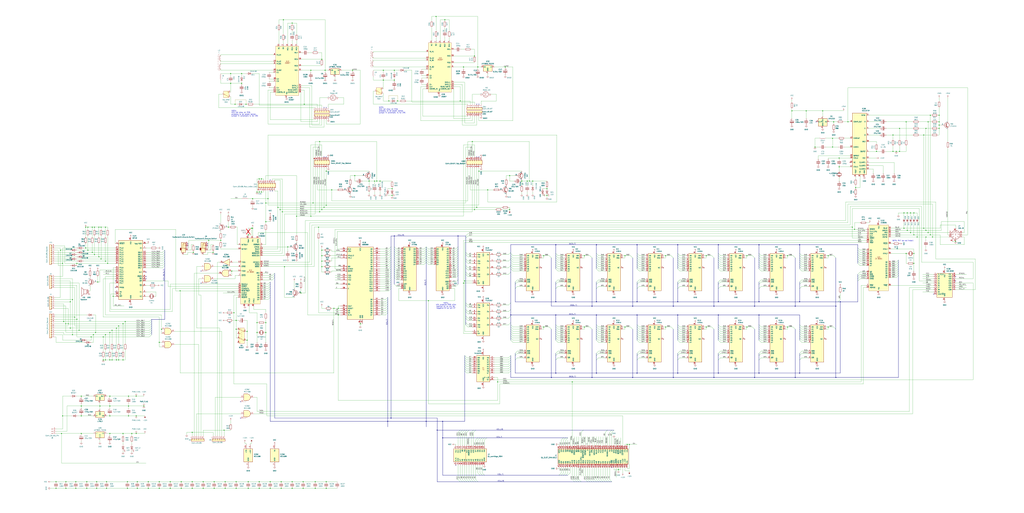
<source format=kicad_sch>
(kicad_sch (version 20231120) (generator "eeschema") (generator_version "8.0")
  (paper "User" 1184 594)
  (title_block (title "Sinclair QL Recreated") (date "2024-11-20") (rev "0") (company "by Alvaro Alea") (comment 1 "Based on ISSUE 6"))
  (lib_symbols
    (symbol "74xx:74LS245" (pin_names (offset 1.016))
      (property "Reference" "U" (at -7.62 16.51 0))
      (property "Value" "74LS245" (at -7.62 -16.51 0))
      (symbol "74LS245_1_0"
        (pin input line (at -12.7 -10.16 0) (length 5.08) (name "A->B") (number "1"))
        (pin power_in line (at 0 -20.32 90) (length 5.08) (name "GND") (number "10"))
        (pin tri_state line (at 12.7 -5.08 180) (length 5.08) (name "B7") (number "11"))
        (pin tri_state line (at 12.7 -2.54 180) (length 5.08) (name "B6") (number "12"))
        (pin tri_state line (at 12.7 0 180) (length 5.08) (name "B5") (number "13"))
        (pin tri_state line (at 12.7 2.54 180) (length 5.08) (name "B4") (number "14"))
        (pin tri_state line (at 12.7 5.08 180) (length 5.08) (name "B3") (number "15"))
        (pin tri_state line (at 12.7 7.62 180) (length 5.08) (name "B2") (number "16"))
        (pin tri_state line (at 12.7 10.16 180) (length 5.08) (name "B1") (number "17"))
        (pin tri_state line (at 12.7 12.7 180) (length 5.08) (name "B0") (number "18"))
        (pin input inverted (at -12.7 -12.7 0) (length 5.08) (name "CE") (number "19"))
        (pin tri_state line (at -12.7 12.7 0) (length 5.08) (name "A0") (number "2"))
        (pin power_in line (at 0 20.32 270) (length 5.08) (name "VCC") (number "20"))
        (pin tri_state line (at -12.7 10.16 0) (length 5.08) (name "A1") (number "3"))
        (pin tri_state line (at -12.7 7.62 0) (length 5.08) (name "A2") (number "4"))
        (pin tri_state line (at -12.7 5.08 0) (length 5.08) (name "A3") (number "5"))
        (pin tri_state line (at -12.7 2.54 0) (length 5.08) (name "A4") (number "6"))
        (pin tri_state line (at -12.7 0 0) (length 5.08) (name "A5") (number "7"))
        (pin tri_state line (at -12.7 -2.54 0) (length 5.08) (name "A6") (number "8"))
        (pin tri_state line (at -12.7 -5.08 0) (length 5.08) (name "A7") (number "9"))
      )
    )
    (symbol "74xx:74LS257" (pin_names (offset 1.016))
      (property "Reference" "U" (at -7.62 19.05 0))
      (property "Value" "74LS257" (at -7.62 -21.59 0))
      (symbol "74LS257_1_0"
        (pin input line (at -12.7 -15.24 0) (length 5.08) (name "S") (number "1"))
        (pin input line (at -12.7 -10.16 0) (length 5.08) (name "I1d") (number "10"))
        (pin input line (at -12.7 -7.62 0) (length 5.08) (name "I0d") (number "11"))
        (pin tri_state line (at 12.7 0 180) (length 5.08) (name "Zc") (number "12"))
        (pin input line (at -12.7 -2.54 0) (length 5.08) (name "I1c") (number "13"))
        (pin input line (at -12.7 0 0) (length 5.08) (name "I0c") (number "14"))
        (pin input inverted (at -12.7 -17.78 0) (length 5.08) (name "OE") (number "15"))
        (pin power_in line (at 0 22.86 270) (length 5.08) (name "VCC") (number "16"))
        (pin input line (at -12.7 15.24 0) (length 5.08) (name "I0a") (number "2"))
        (pin input line (at -12.7 12.7 0) (length 5.08) (name "I1a") (number "3"))
        (pin tri_state line (at 12.7 15.24 180) (length 5.08) (name "Za") (number "4"))
        (pin input line (at -12.7 7.62 0) (length 5.08) (name "I0b") (number "5"))
        (pin input line (at -12.7 5.08 0) (length 5.08) (name "I1b") (number "6"))
        (pin tri_state line (at 12.7 7.62 180) (length 5.08) (name "Zb") (number "7"))
        (pin power_in line (at 0 -25.4 90) (length 5.08) (name "GND") (number "8"))
        (pin tri_state line (at 12.7 -7.62 180) (length 5.08) (name "Zd") (number "9"))
      )
    )
    (symbol "8bits:2G007" (pin_names (offset 1.016))
      (property "Reference" "U29" (at 0.9241 -31.75 0))
      (property "Value" "2G007" (at 0.9241 -34.29 0))
      (symbol "2G007_1_1"
        (text "ULA\n2G007" (at -0.254 9.398 0) (effects (font (size 1.27 1.27))))
        (pin passive line (at -16.51 -12.7 0) (length 2.54) (name "C3") (number "1"))
        (pin passive line (at -16.51 0 0) (length 2.54) (name "IN_B2") (number "10"))
        (pin passive line (at -10.16 30.48 270) (length 2.54) (name "R1") (number "11"))
        (pin power_in line (at -1.27 -31.75 90) (length 2.54) (name "Vss") (number "12"))
        (pin passive line (at -16.51 10.16 0) (length 2.54) (name "IN_A2") (number "13"))
        (pin passive line (at 15.24 20.32 180) (length 2.54) (name "RC4") (number "14"))
        (pin passive line (at 15.24 5.08 180) (length 2.54) (name "RC6") (number "15"))
        (pin passive line (at 15.24 12.7 180) (length 2.54) (name "RC5") (number "16"))
        (pin passive line (at -16.51 -2.54 0) (length 2.54) (name "C1") (number "17"))
        (pin passive line (at -16.51 -10.16 0) (length 2.54) (name "C2") (number "18"))
        (pin bidirectional line (at 15.24 -20.32 180) (length 2.54) (name "DATA_2") (number "19"))
        (pin passive line (at -16.51 -20.32 0) (length 2.54) (name "C4") (number "2"))
        (pin output line (at 15.24 -25.4 180) (length 2.54) (name "COMMS_OUT") (number "20"))
        (pin input line (at -16.51 -22.86 0) (length 2.54) (name "CLK") (number "21"))
        (pin input line (at -16.51 -25.4 0) (length 2.54) (name "COMMS_IN") (number "22"))
        (pin input line (at 15.24 -22.86 180) (length 2.54) (name "READ/WRITE") (number "23"))
        (pin bidirectional line (at 15.24 -17.78 180) (length 2.54) (name "DATA_1") (number "24"))
        (pin passive line (at 0 30.48 270) (length 2.54) (name "RC1") (number "3"))
        (pin passive line (at 10.16 30.48 270) (length 2.54) (name "RC3") (number "4"))
        (pin passive line (at 5.08 30.48 270) (length 2.54) (name "RC2") (number "5"))
        (pin passive line (at -16.51 7.62 0) (length 2.54) (name "IN_B1") (number "6"))
        (pin passive line (at -5.08 30.48 270) (length 2.54) (name "R2") (number "7"))
        (pin passive line (at -16.51 17.78 0) (length 2.54) (name "IN_A1") (number "8"))
        (pin power_in line (at 15.24 0 180) (length 2.54) (name "VCC") (number "9"))
      )
    )
    (symbol "8bits:4164A" (pin_names (offset 1.016))
      (property "Reference" "U1" (at 2.1941 30.48 0))
      (property "Value" "4164A" (at 2.1941 27.94 0))
      (symbol "4164A_1_1"
        (pin no_connect line (at 10.16 8.89 180) (length 2.54) (name "NC") (number "1"))
        (pin input line (at -10.16 10.16 0) (length 2.54) (name "A5") (number "10"))
        (pin input line (at -10.16 12.7 0) (length 2.54) (name "A4") (number "11"))
        (pin input line (at -10.16 15.24 0) (length 2.54) (name "A3") (number "12"))
        (pin input line (at -10.16 7.62 0) (length 2.54) (name "A6") (number "13"))
        (pin tri_state line (at 10.16 20.32 180) (length 2.54) (name "D0o") (number "14"))
        (pin input line (at -10.16 -7.62 0) (length 2.54) (name "~{CAS}") (number "15"))
        (pin power_in line (at 0 -20.32 90) (length 2.54) (name "GND") (number "16"))
        (pin tri_state line (at 10.16 22.86 180) (length 2.54) (name "D0i") (number "2"))
        (pin input line (at -10.16 -12.7 0) (length 2.54) (name "~{WR}") (number "3"))
        (pin input line (at -10.16 -5.08 0) (length 2.54) (name "~{RAS}") (number "4"))
        (pin input line (at -10.16 22.86 0) (length 2.54) (name "A0") (number "5"))
        (pin input line (at -10.16 17.78 0) (length 2.54) (name "A2") (number "6"))
        (pin input line (at -10.16 20.32 0) (length 2.54) (name "A1") (number "7"))
        (pin power_in line (at 0 27.94 270) (length 2.54) (name "VCC") (number "8"))
        (pin input line (at -10.16 5.08 0) (length 2.54) (name "A7") (number "9"))
      )
    )
    (symbol "8bits:68008D" (pin_names (offset 1.016))
      (property "Reference" "U1" (at 2.1941 46.355 0))
      (property "Value" "68008D" (at 2.1941 43.815 0))
      (symbol "68008D_1_1"
        (pin tri_state line (at 22.86 30.48 180) (length 7.62) (name "A3") (number "1"))
        (pin tri_state line (at 22.86 7.62 180) (length 7.62) (name "A12") (number "10"))
        (pin tri_state line (at 22.86 5.08 180) (length 7.62) (name "A13") (number "11"))
        (pin tri_state line (at 22.86 2.54 180) (length 7.62) (name "A14") (number "12"))
        (pin power_in line (at 0 45.72 270) (length 5.08) (name "VCC") (number "13"))
        (pin tri_state line (at 22.86 0 180) (length 7.62) (name "A15") (number "14"))
        (pin power_in line (at 2.54 -48.26 90) (length 5.08) (name "GND") (number "15"))
        (pin tri_state line (at 22.86 -2.54 180) (length 7.62) (name "A16") (number "16"))
        (pin tri_state line (at 22.86 -5.08 180) (length 7.62) (name "A17") (number "17"))
        (pin tri_state line (at 22.86 -7.62 180) (length 7.62) (name "A18") (number "18"))
        (pin tri_state line (at 22.86 -10.16 180) (length 7.62) (name "A19") (number "19"))
        (pin tri_state line (at 22.86 27.94 180) (length 7.62) (name "A4") (number "2"))
        (pin tri_state line (at 22.86 -38.1 180) (length 7.62) (name "D7") (number "20"))
        (pin tri_state line (at 22.86 -35.56 180) (length 7.62) (name "D6") (number "21"))
        (pin tri_state line (at 22.86 -33.02 180) (length 7.62) (name "D5") (number "22"))
        (pin tri_state line (at 22.86 -30.48 180) (length 7.62) (name "D4") (number "23"))
        (pin tri_state line (at 22.86 -27.94 180) (length 7.62) (name "D3") (number "24"))
        (pin tri_state line (at 22.86 -25.4 180) (length 7.62) (name "D2") (number "25"))
        (pin tri_state line (at 22.86 -22.86 180) (length 7.62) (name "D1") (number "26"))
        (pin tri_state line (at 22.86 -20.32 180) (length 7.62) (name "D0") (number "27"))
        (pin tri_state inverted (at -22.86 -33.02 0) (length 7.62) (name "AS") (number "28"))
        (pin tri_state inverted (at -22.86 -35.56 0) (length 7.62) (name "DS") (number "29"))
        (pin tri_state line (at 22.86 25.4 180) (length 7.62) (name "A5") (number "3"))
        (pin tri_state line (at -22.86 -38.1 0) (length 7.62) (name "R/W") (number "30"))
        (pin input inverted (at -22.86 15.24 0) (length 7.62) (name "DTACK") (number "31"))
        (pin output inverted (at -22.86 -2.54 0) (length 7.62) (name "BG") (number "32"))
        (pin input inverted (at -22.86 17.78 0) (length 7.62) (name "BR") (number "33"))
        (pin input clock (at -22.86 38.1 0) (length 7.62) (name "CLK") (number "34"))
        (pin power_in line (at 0 -48.26 90) (length 5.08) (name "GND") (number "35"))
        (pin bidirectional inverted (at -22.86 -27.94 0) (length 7.62) (name "HALT") (number "36"))
        (pin bidirectional inverted (at -22.86 -30.48 0) (length 7.62) (name "RESET") (number "37"))
        (pin output line (at -22.86 -7.62 0) (length 7.62) (name "E") (number "38"))
        (pin input inverted (at -22.86 35.56 0) (length 7.62) (name "VPA") (number "39"))
        (pin tri_state line (at 22.86 22.86 180) (length 7.62) (name "A6") (number "4"))
        (pin input inverted (at -22.86 12.7 0) (length 7.62) (name "BERR") (number "40"))
        (pin input inverted (at -22.86 27.94 0) (length 7.62) (name "IPL1") (number "41"))
        (pin input inverted (at -22.86 30.48 0) (length 7.62) (name "IPL0/2") (number "42"))
        (pin output line (at -22.86 2.54 0) (length 7.62) (name "FC2") (number "43"))
        (pin output line (at -22.86 5.08 0) (length 7.62) (name "FC1") (number "44"))
        (pin output line (at -22.86 7.62 0) (length 7.62) (name "FC0") (number "45"))
        (pin tri_state line (at 22.86 38.1 180) (length 7.62) (name "A0") (number "46"))
        (pin tri_state line (at 22.86 35.56 180) (length 7.62) (name "A1") (number "47"))
        (pin tri_state line (at 22.86 33.02 180) (length 7.62) (name "A2") (number "48"))
        (pin tri_state line (at 22.86 20.32 180) (length 7.62) (name "A7") (number "5"))
        (pin tri_state line (at 22.86 17.78 180) (length 7.62) (name "A8") (number "6"))
        (pin tri_state line (at 22.86 15.24 180) (length 7.62) (name "A9") (number "7"))
        (pin tri_state line (at 22.86 12.7 180) (length 7.62) (name "A10") (number "8"))
        (pin tri_state line (at 22.86 10.16 180) (length 7.62) (name "A11") (number "9"))
      )
    )
    (symbol "8bits:MC1377P" (pin_names (offset 1.016))
      (property "Reference" "U28" (at 2.1941 41.91 0))
      (property "Value" "MC1377P" (at 2.1941 39.37 0))
      (symbol "MC1377P_1_1"
        (pin passive line (at 10.16 -7.62 180) (length 2.54) (name "BURST") (number "1"))
        (pin passive line (at -11.43 -2.54 0) (length 2.54) (name "CHRIN") (number "10"))
        (pin passive line (at 10.16 -24.13 180) (length 2.54) (name "CLAMP2") (number "11"))
        (pin passive line (at 10.16 -27.94 180) (length 2.54) (name "CLAMP3") (number "12"))
        (pin passive line (at -11.43 7.62 0) (length 2.54) (name "CHROUT") (number "13"))
        (pin power_in line (at 10.16 -15.24 180) (length 2.54) (name "VCC") (number "14"))
        (pin power_in line (at 5.08 -36.83 90) (length 2.54) (name "GND") (number "15"))
        (pin passive line (at 10.16 3.81 180) (length 2.54) (name "8V2") (number "16"))
        (pin passive line (at -11.43 -25.4 0) (length 2.54) (name "XTAL1") (number "17"))
        (pin passive line (at -11.43 -15.24 0) (length 2.54) (name "XTAL2") (number "18"))
        (pin passive line (at -11.43 -12.7 0) (length 2.54) (name "90ºREF") (number "19"))
        (pin input line (at 10.16 34.29 180) (length 2.54) (name "SYNC") (number "2"))
        (pin no_connect line (at -11.43 -20.32 0) (length 2.54) (name "NC") (number "20"))
        (pin input line (at 10.16 26.67 180) (length 2.54) (name "R") (number "3"))
        (pin input line (at 10.16 19.05 180) (length 2.54) (name "G") (number "4"))
        (pin input line (at 10.16 11.43 180) (length 2.54) (name "B") (number "5"))
        (pin passive line (at -5.08 -36.83 90) (length 2.54) (name "YOUT") (number "6"))
        (pin passive line (at 10.16 -20.32 180) (length 2.54) (name "CLAMP1") (number "7"))
        (pin passive line (at 0 -36.83 90) (length 2.54) (name "YIN") (number "8"))
        (pin output line (at -11.43 26.67 0) (length 2.54) (name "COMP_OUT") (number "9"))
      )
    )
    (symbol "8bits:MC1488" (pin_names (offset 1.016))
      (property "Reference" "U" (at 0 1.27 0))
      (property "Value" "MC1488" (at 0 -1.27 0))
      (symbol "MC1488_1_1"
        (pin input line (at -7.62 0 0) (length 3.81) (name "~") (number "2"))
        (pin output inverted (at 7.62 0 180) (length 3.81) (name "~") (number "3"))
      )
      (symbol "MC1488_1_2"
        (pin input inverted (at -7.62 2.54 0) (length 4.318) (name "~") (number "1"))
        (pin input inverted (at -7.62 -2.54 0) (length 4.318) (name "~") (number "2"))
        (pin output line (at 7.62 0 180) (length 3.81) (name "~") (number "3"))
      )
      (symbol "MC1488_2_1"
        (pin input line (at -7.62 2.54 0) (length 3.81) (name "~") (number "4"))
        (pin input line (at -7.62 -2.54 0) (length 3.81) (name "~") (number "5"))
        (pin output inverted (at 7.62 0 180) (length 3.81) (name "~") (number "6"))
      )
      (symbol "MC1488_2_2"
        (pin input inverted (at -7.62 2.54 0) (length 4.318) (name "~") (number "4"))
        (pin input inverted (at -7.62 -2.54 0) (length 4.318) (name "~") (number "5"))
        (pin output line (at 7.62 0 180) (length 3.81) (name "~") (number "6"))
      )
      (symbol "MC1488_3_1"
        (pin input line (at -7.62 -2.54 0) (length 3.81) (name "~") (number "10"))
        (pin output inverted (at 7.62 0 180) (length 3.81) (name "~") (number "8"))
        (pin input line (at -7.62 2.54 0) (length 3.81) (name "~") (number "9"))
      )
      (symbol "MC1488_3_2"
        (pin input inverted (at -7.62 -2.54 0) (length 4.318) (name "~") (number "10"))
        (pin output line (at 7.62 0 180) (length 3.81) (name "~") (number "8"))
        (pin input inverted (at -7.62 2.54 0) (length 4.318) (name "~") (number "9"))
      )
      (symbol "MC1488_4_1"
        (pin output inverted (at 7.62 0 180) (length 3.81) (name "~") (number "11"))
        (pin input line (at -7.62 2.54 0) (length 3.81) (name "~") (number "12"))
        (pin input line (at -7.62 -2.54 0) (length 3.81) (name "~") (number "13"))
      )
      (symbol "MC1488_4_2"
        (pin output line (at 7.62 0 180) (length 3.81) (name "~") (number "11"))
        (pin input inverted (at -7.62 2.54 0) (length 4.318) (name "~") (number "12"))
        (pin input inverted (at -7.62 -2.54 0) (length 4.318) (name "~") (number "13"))
      )
      (symbol "MC1488_5_0"
        (pin power_in line (at 2.54 12.7 270) (length 5.08) (name "-VEE") (number "1"))
        (pin power_in line (at -2.54 12.7 270) (length 5.08) (name "+Vs") (number "14"))
        (pin power_in line (at 0 -12.7 90) (length 5.08) (name "GND") (number "7"))
      )
    )
    (symbol "8bits:MC1489" (pin_names (offset 1.016))
      (property "Reference" "U" (at 0 1.27 0))
      (property "Value" "MC1489" (at 0 -1.27 0))
      (symbol "MC1489_1_1"
        (pin input line (at -7.62 0 0) (length 3.81) (name "~") (number "1"))
        (pin input line (at -7.62 -5.08 0) (length 3.81) (name "~") (number "2"))
        (pin output inverted (at 7.62 0 180) (length 3.81) (name "~") (number "3"))
      )
      (symbol "MC1489_1_2"
        (pin input inverted (at -7.62 2.54 0) (length 4.318) (name "~") (number "1"))
        (pin input inverted (at -7.62 -2.54 0) (length 4.318) (name "~") (number "2"))
        (pin output line (at 7.62 0 180) (length 3.81) (name "~") (number "3"))
      )
      (symbol "MC1489_2_1"
        (pin input line (at -7.62 0 0) (length 3.81) (name "~") (number "4"))
        (pin input line (at -7.62 -5.08 0) (length 3.81) (name "~") (number "5"))
        (pin output inverted (at 7.62 0 180) (length 3.81) (name "~") (number "6"))
      )
      (symbol "MC1489_2_2"
        (pin input inverted (at -7.62 2.54 0) (length 4.318) (name "~") (number "4"))
        (pin input inverted (at -7.62 -2.54 0) (length 4.318) (name "~") (number "5"))
        (pin output line (at 7.62 0 180) (length 3.81) (name "~") (number "6"))
      )
      (symbol "MC1489_3_1"
        (pin input line (at -7.62 0 0) (length 3.81) (name "~") (number "10"))
        (pin output inverted (at 7.62 0 180) (length 3.81) (name "~") (number "8"))
        (pin input line (at -7.62 -5.08 0) (length 3.81) (name "~") (number "9"))
      )
      (symbol "MC1489_3_2"
        (pin input inverted (at -7.62 -2.54 0) (length 4.318) (name "~") (number "10"))
        (pin output line (at 7.62 0 180) (length 3.81) (name "~") (number "8"))
        (pin input inverted (at -7.62 2.54 0) (length 4.318) (name "~") (number "9"))
      )
      (symbol "MC1489_4_1"
        (pin output inverted (at 7.62 0 180) (length 3.81) (name "~") (number "11"))
        (pin input line (at -7.62 -5.08 0) (length 3.81) (name "~") (number "12"))
        (pin input line (at -7.62 0 0) (length 3.81) (name "~") (number "13"))
      )
      (symbol "MC1489_4_2"
        (pin output line (at 7.62 0 180) (length 3.81) (name "~") (number "11"))
        (pin input inverted (at -7.62 2.54 0) (length 4.318) (name "~") (number "12"))
        (pin input inverted (at -7.62 -2.54 0) (length 4.318) (name "~") (number "13"))
      )
      (symbol "MC1489_5_0"
        (pin power_in line (at 0 12.7 270) (length 5.08) (name "Vs") (number "14"))
        (pin power_in line (at 0 -12.7 90) (length 5.08) (name "GND") (number "7"))
      )
    )
    (symbol "8bits:QL_SLOT_DIN41612" (pin_names (offset 1.016))
      (property "Reference" "J" (at 1.27 40.64 0))
      (property "Value" "QL_SLOT_DIN41612" (at 1.27 -43.18 0))
      (symbol "QL_SLOT_DIN41612_1_1"
        (pin passive line (at -12.7 38.1 0) (length 3.81) (name "GND") (number "a1"))
        (pin passive line (at -12.7 15.24 0) (length 3.81) (name "A16") (number "a10"))
        (pin passive line (at -12.7 12.7 0) (length 3.81) (name "CLKCPU") (number "a11"))
        (pin passive line (at -12.7 10.16 0) (length 3.81) (name "RED") (number "a12"))
        (pin passive line (at -12.7 7.62 0) (length 3.81) (name "A14") (number "a13"))
        (pin passive line (at -12.7 5.08 0) (length 3.81) (name "A13") (number "a14"))
        (pin passive line (at -12.7 2.54 0) (length 3.81) (name "A12") (number "a15"))
        (pin passive line (at -12.7 0 0) (length 3.81) (name "A11") (number "a16"))
        (pin passive line (at -12.7 -2.54 0) (length 3.81) (name "A10") (number "a17"))
        (pin passive line (at -12.7 -5.08 0) (length 3.81) (name "A9") (number "a18"))
        (pin passive line (at -12.7 -7.62 0) (length 3.81) (name "A8") (number "a19"))
        (pin bidirectional line (at -12.7 35.56 0) (length 3.81) (name "D3") (number "a2"))
        (pin passive line (at -12.7 -10.16 0) (length 3.81) (name "A7") (number "a20"))
        (pin passive line (at -12.7 -12.7 0) (length 3.81) (name "A6") (number "a21"))
        (pin passive line (at -12.7 -15.24 0) (length 3.81) (name "A5") (number "a22"))
        (pin passive line (at -12.7 -17.78 0) (length 3.81) (name "A4") (number "a23"))
        (pin passive line (at -12.7 -20.32 0) (length 3.81) (name "A3") (number "a24"))
        (pin passive inverted (at -12.7 -22.86 0) (length 3.81) (name "~{DBG}") (number "a25"))
        (pin passive line (at -12.7 -25.4 0) (length 3.81) (name "SP2") (number "a26"))
        (pin passive inverted (at -12.7 -27.94 0) (length 3.81) (name "~{DSMC}") (number "a27"))
        (pin passive line (at -12.7 -30.48 0) (length 3.81) (name "SP1") (number "a28"))
        (pin passive line (at -12.7 -33.02 0) (length 3.81) (name "SP0") (number "a29"))
        (pin bidirectional line (at -12.7 33.02 0) (length 3.81) (name "D4") (number "a3"))
        (pin passive line (at -12.7 -35.56 0) (length 3.81) (name "+12V") (number "a30"))
        (pin passive line (at -12.7 -38.1 0) (length 3.81) (name "-12V") (number "a31"))
        (pin passive line (at -12.7 -40.64 0) (length 3.81) (name "Vin") (number "a32"))
        (pin bidirectional line (at -12.7 30.48 0) (length 3.81) (name "D5") (number "a4"))
        (pin bidirectional line (at -12.7 27.94 0) (length 3.81) (name "D6") (number "a5"))
        (pin bidirectional line (at -12.7 25.4 0) (length 3.81) (name "D7") (number "a6"))
        (pin passive line (at -12.7 22.86 0) (length 3.81) (name "A19") (number "a7"))
        (pin passive line (at -12.7 20.32 0) (length 3.81) (name "A18") (number "a8"))
        (pin passive line (at -12.7 17.78 0) (length 3.81) (name "A17") (number "a9"))
        (pin passive line (at 12.7 38.1 180) (length 3.81) (name "GND") (number "b1"))
        (pin passive inverted (at 12.7 15.24 180) (length 3.81) (name "~{BR}") (number "b10"))
        (pin passive line (at 12.7 12.7 180) (length 3.81) (name "A15") (number "b11"))
        (pin passive inverted (at 12.7 10.16 180) (length 3.81) (name "~{RESETCPU}") (number "b12"))
        (pin passive inverted (at 12.7 7.62 180) (length 3.81) (name "~{CSYNC}") (number "b13"))
        (pin passive line (at 12.7 5.08 180) (length 3.81) (name "E") (number "b14"))
        (pin passive line (at 12.7 2.54 180) (length 3.81) (name "VSYNCH") (number "b15"))
        (pin passive inverted (at 12.7 0 180) (length 3.81) (name "~{VPA}") (number "b16"))
        (pin passive line (at 12.7 -2.54 180) (length 3.81) (name "GREEN") (number "b17"))
        (pin passive line (at 12.7 -5.08 180) (length 3.81) (name "BLUE") (number "b18"))
        (pin passive line (at 12.7 -7.62 180) (length 3.81) (name "FC2") (number "b19"))
        (pin bidirectional line (at 12.7 35.56 180) (length 3.81) (name "D2") (number "b2"))
        (pin passive line (at 12.7 -10.16 180) (length 3.81) (name "FC1") (number "b20"))
        (pin passive line (at 12.7 -12.7 180) (length 3.81) (name "FC0") (number "b21"))
        (pin passive line (at 12.7 -15.24 180) (length 3.81) (name "A0") (number "b22"))
        (pin passive line (at 12.7 -17.78 180) (length 3.81) (name "ROMOEH") (number "b23"))
        (pin passive line (at 12.7 -20.32 180) (length 3.81) (name "A1") (number "b24"))
        (pin passive line (at 12.7 -22.86 180) (length 3.81) (name "A2") (number "b25"))
        (pin passive line (at 12.7 -25.4 180) (length 3.81) (name "SP3") (number "b26"))
        (pin passive inverted (at 12.7 -27.94 180) (length 3.81) (name "~{IPLO}") (number "b27"))
        (pin passive inverted (at 12.7 -30.48 180) (length 3.81) (name "~{BERR}") (number "b28"))
        (pin passive inverted (at 12.7 -33.02 180) (length 3.81) (name "~{IPL1}") (number "b29"))
        (pin bidirectional line (at 12.7 33.02 180) (length 3.81) (name "D1") (number "b3"))
        (pin passive inverted (at 12.7 -35.56 180) (length 3.81) (name "~{EXTINT}") (number "b30"))
        (pin passive line (at 12.7 -38.1 180) (length 3.81) (name "Vin") (number "b31"))
        (pin passive line (at 12.7 -40.64 180) (length 3.81) (name "Vin") (number "b32"))
        (pin bidirectional line (at 12.7 30.48 180) (length 3.81) (name "D0") (number "b4"))
        (pin passive inverted (at 12.7 27.94 180) (length 3.81) (name "~{AS}") (number "b5"))
        (pin passive inverted (at 12.7 25.4 180) (length 3.81) (name "~{DS}") (number "b6"))
        (pin passive inverted (at 12.7 22.86 180) (length 3.81) (name "~{DRW}") (number "b7"))
        (pin passive inverted (at 12.7 20.32 180) (length 3.81) (name "~{DTACK}") (number "b8"))
        (pin passive inverted (at 12.7 17.78 180) (length 3.81) (name "~{BG}") (number "b9"))
      )
    )
    (symbol "8bits:QL_cartridge_ROM" (pin_names (offset 1.016))
      (property "Reference" "J" (at 1.27 24.13 0))
      (property "Value" "QL_cartridge_ROM" (at 1.27 -16.51 0))
      (symbol "QL_cartridge_ROM_1_1"
        (pin passive line (at 12.7 20.32 180) (length 3.81) (name "Vcc") (number "1"))
        (pin passive line (at -10.16 10.16 0) (length 3.81) (name "A5") (number "10"))
        (pin passive line (at 12.7 7.62 180) (length 3.81) (name "A11") (number "11"))
        (pin passive line (at -10.16 7.62 0) (length 3.81) (name "A4") (number "12"))
        (pin passive line (at 12.7 5.08 180) (length 3.81) (name "~{ROMOE}") (number "13"))
        (pin passive line (at -10.16 5.08 0) (length 3.81) (name "A3") (number "14"))
        (pin passive line (at 12.7 2.54 180) (length 3.81) (name "A10") (number "15"))
        (pin passive line (at -10.16 2.54 0) (length 3.81) (name "A2") (number "16"))
        (pin passive line (at 12.7 0 180) (length 3.81) (name "A15") (number "17"))
        (pin passive line (at -10.16 0 0) (length 3.81) (name "A1") (number "18"))
        (pin passive line (at 12.7 -2.54 180) (length 3.81) (name "D7") (number "19"))
        (pin passive line (at -10.16 20.32 0) (length 3.81) (name "N/C") (number "2"))
        (pin passive line (at -10.16 -2.54 0) (length 3.81) (name "A0") (number "20"))
        (pin passive line (at 12.7 -5.08 180) (length 3.81) (name "D6") (number "21"))
        (pin passive line (at -10.16 -5.08 0) (length 3.81) (name "D0") (number "22"))
        (pin passive line (at 12.7 -7.62 180) (length 3.81) (name "D5") (number "23"))
        (pin passive line (at -10.16 -7.62 0) (length 3.81) (name "D1") (number "24"))
        (pin passive line (at 12.7 -10.16 180) (length 3.81) (name "D4") (number "25"))
        (pin passive line (at -10.16 -10.16 0) (length 3.81) (name "D2") (number "26"))
        (pin passive line (at 12.7 -12.7 180) (length 3.81) (name "D3") (number "27"))
        (pin passive line (at -10.16 -12.7 0) (length 3.81) (name "GND") (number "28"))
        (pin passive line (at 12.7 17.78 180) (length 3.81) (name "A14") (number "3"))
        (pin passive line (at -10.16 17.78 0) (length 3.81) (name "A12") (number "4"))
        (pin passive line (at 12.7 15.24 180) (length 3.81) (name "A13") (number "5"))
        (pin passive line (at -10.16 15.24 0) (length 3.81) (name "A7") (number "6"))
        (pin passive line (at 12.7 12.7 180) (length 3.81) (name "A8") (number "7"))
        (pin passive line (at -10.16 12.7 0) (length 3.81) (name "A6") (number "8"))
        (pin passive line (at 12.7 10.16 180) (length 3.81) (name "A9") (number "9"))
      )
    )
    (symbol "8bits:UM1233" (pin_names (offset 0.254))
      (property "Reference" "U17" (at 5.842 7.874 0))
      (property "Value" "UM1233" (at 5.842 5.334 0))
      (symbol "UM1233_1_1"
        (pin power_in line (at 0 6.35 270) (length 2.54) (name "VCC") (number "1"))
        (pin input line (at -7.62 0 0) (length 2.54) (name "O/P") (number "2"))
        (pin power_in line (at 0 -7.62 90) (length 2.54) (name "GND") (number "3"))
        (pin input line (at 7.62 0 180) (length 2.54) (name "IN") (number "4"))
      )
    )
    (symbol "8bits:ZX8301" (pin_names (offset 1.016))
      (property "Reference" "U22" (at 2.1941 41.91 0))
      (property "Value" "ZX8301" (at 2.1941 39.37 0))
      (symbol "ZX8301_1_1"
        (text "ULA\nZX 8301" (at 0 -1.27 0) (effects (font (size 1.27 1.27))))
        (pin output line (at -13.97 31.75 0) (length 2.54) (name "~{DTACK}") (number "1"))
        (pin output line (at -13.97 -25.4 0) (length 2.54) (name "~{CAS1}") (number "10"))
        (pin output line (at 13.97 22.86 180) (length 2.54) (name "VSYNC") (number "11"))
        (pin output line (at 13.97 25.4 180) (length 2.54) (name "CSYNC") (number "12"))
        (pin output line (at -13.97 7.62 0) (length 2.54) (name "A0") (number "13"))
        (pin bidirectional line (at 13.97 -6.35 180) (length 2.54) (name "D0") (number "14"))
        (pin power_in line (at 0 39.37 270) (length 2.54) (name "Vcc") (number "15"))
        (pin bidirectional line (at 13.97 -8.89 180) (length 2.54) (name "D1") (number "16"))
        (pin output line (at -13.97 5.08 0) (length 2.54) (name "A1") (number "17"))
        (pin output line (at -13.97 2.54 0) (length 2.54) (name "A2") (number "18"))
        (pin bidirectional line (at 13.97 -11.43 180) (length 2.54) (name "D2") (number "19"))
        (pin input line (at -13.97 24.13 0) (length 2.54) (name "A17") (number "2"))
        (pin output line (at -13.97 0 0) (length 2.54) (name "A3") (number "20"))
        (pin bidirectional line (at 13.97 -13.97 180) (length 2.54) (name "D3") (number "21"))
        (pin output line (at -13.97 -2.54 0) (length 2.54) (name "A4") (number "22"))
        (pin bidirectional line (at 13.97 -16.51 180) (length 2.54) (name "D4") (number "23"))
        (pin output line (at -13.97 -5.08 0) (length 2.54) (name "A5") (number "24"))
        (pin bidirectional line (at 13.97 -19.05 180) (length 2.54) (name "D5") (number "25"))
        (pin bidirectional line (at 13.97 -21.59 180) (length 2.54) (name "D6") (number "26"))
        (pin output line (at -13.97 -7.62 0) (length 2.54) (name "A6") (number "27"))
        (pin output line (at -13.97 -10.16 0) (length 2.54) (name "A7") (number "28"))
        (pin bidirectional line (at 13.97 -24.13 180) (length 2.54) (name "D7") (number "29"))
        (pin input line (at -13.97 26.67 0) (length 2.54) (name "A16") (number "3"))
        (pin output line (at 13.97 27.94 180) (length 2.54) (name "RED") (number "30"))
        (pin output line (at 13.97 30.48 180) (length 2.54) (name "GREEN") (number "31"))
        (pin output line (at 13.97 33.02 180) (length 2.54) (name "BLUE") (number "32"))
        (pin output line (at -13.97 -35.56 0) (length 2.54) (name "ROMOE") (number "33"))
        (pin passive line (at 13.97 8.89 180) (length 2.54) (name "XTAL1") (number "34"))
        (pin passive line (at 13.97 3.81 180) (length 2.54) (name "XTAL2") (number "35"))
        (pin passive line (at 13.97 -33.02 180) (length 2.54) (name "~{TXOE}") (number "36"))
        (pin output line (at -13.97 16.51 0) (length 2.54) (name "~{ROW}") (number "37"))
        (pin output line (at -13.97 19.05 0) (length 2.54) (name "VDA") (number "38"))
        (pin passive line (at 13.97 15.24 180) (length 2.54) (name "~{PCEN}") (number "39"))
        (pin output line (at -13.97 -33.02 0) (length 2.54) (name "~{RDW}") (number "4"))
        (pin output line (at -13.97 -17.78 0) (length 2.54) (name "~{WE}") (number "40"))
        (pin input line (at -13.97 21.59 0) (length 2.54) (name "~{DSMC}") (number "5"))
        (pin power_in line (at 0 -41.91 90) (length 2.54) (name "Vss") (number "6"))
        (pin output line (at -13.97 29.21 0) (length 2.54) (name "CLK_CPU") (number "7"))
        (pin output line (at -13.97 -20.32 0) (length 2.54) (name "~{RAS}") (number "8"))
        (pin output line (at -13.97 -22.86 0) (length 2.54) (name "~{CAS0}") (number "9"))
      )
    )
    (symbol "8bits:ZX8302" (pin_names (offset 1.016))
      (property "Reference" "U23" (at 11.0841 41.91 0))
      (property "Value" "ZX8302" (at 9.652 39.37 0))
      (symbol "ZX8302_1_1"
        (text "ULA\nZX 8302" (at 0 -1.27 0) (effects (font (size 1.27 1.27))))
        (pin output line (at 13.97 26.67 180) (length 2.54) (name "ERASE") (number "1"))
        (pin input line (at 13.97 6.35 180) (length 2.54) (name "~{PCEN}") (number "10"))
        (pin power_in line (at 2.54 39.37 270) (length 2.54) (name "Vcc") (number "11"))
        (pin bidirectional line (at 13.97 -21.59 180) (length 2.54) (name "D2") (number "12"))
        (pin output line (at -13.97 8.89 0) (length 2.54) (name "TXD1") (number "13"))
        (pin output line (at -13.97 -1.27 0) (length 2.54) (name "TXD2") (number "14"))
        (pin input line (at 13.97 -11.43 180) (length 2.54) (name "A5") (number "15"))
        (pin input line (at -13.97 24.13 0) (length 2.54) (name "NETINT") (number "16"))
        (pin input line (at 13.97 -8.89 180) (length 2.54) (name "A1") (number "17"))
        (pin input line (at 13.97 -6.35 180) (length 2.54) (name "A0") (number "18"))
        (pin bidirectional line (at 13.97 24.13 180) (length 2.54) (name "RAW2") (number "19"))
        (pin input line (at -13.97 -29.21 0) (length 2.54) (name "~{EXTINT}") (number "2"))
        (pin power_in line (at -6.35 -41.91 90) (length 2.54) (name "Vss") (number "20"))
        (pin bidirectional line (at 13.97 21.59 180) (length 2.54) (name "RAW1") (number "21"))
        (pin bidirectional line (at 13.97 -34.29 180) (length 2.54) (name "D7") (number "22"))
        (pin bidirectional line (at 13.97 -31.75 180) (length 2.54) (name "D6") (number "23"))
        (pin bidirectional line (at 13.97 -24.13 180) (length 2.54) (name "D3") (number "24"))
        (pin input line (at -13.97 -26.67 0) (length 2.54) (name "CLOCK") (number "25"))
        (pin input line (at 13.97 -3.81 180) (length 2.54) (name "~{IPLI}") (number "26"))
        (pin input line (at -13.97 -31.75 0) (length 2.54) (name "~{RESINT}") (number "27"))
        (pin output line (at -13.97 -24.13 0) (length 2.54) (name "~{RESETOUT}") (number "28"))
        (pin output line (at -13.97 -19.05 0) (length 2.54) (name "~{COMCT}") (number "29"))
        (pin output line (at 13.97 29.21 180) (length 2.54) (name "~{MDRWD}") (number "3"))
        (pin passive line (at 3.81 -41.91 90) (length 2.54) (name "XTAL1") (number "30"))
        (pin passive line (at -1.27 -41.91 90) (length 2.54) (name "XTAL2") (number "31"))
        (pin input line (at 13.97 8.89 180) (length 2.54) (name "VSYNCH") (number "32"))
        (pin output line (at 13.97 19.05 180) (length 2.54) (name "~{MDSELCK}") (number "33"))
        (pin output line (at 13.97 16.51 180) (length 2.54) (name "MDSELDN") (number "34"))
        (pin bidirectional line (at -13.97 -21.59 0) (length 2.54) (name "COMDATA") (number "35"))
        (pin bidirectional line (at 13.97 -19.05 180) (length 2.54) (name "D1") (number "36"))
        (pin bidirectional line (at 13.97 -16.51 180) (length 2.54) (name "D0") (number "37"))
        (pin bidirectional line (at 13.97 -29.21 180) (length 2.54) (name "D5") (number "38"))
        (pin bidirectional line (at 13.97 -26.67 180) (length 2.54) (name "D4") (number "39"))
        (pin output line (at -13.97 29.21 0) (length 2.54) (name "NETOUT") (number "4"))
        (pin power_in line (at -2.54 39.37 270) (length 2.54) (name "Vbat") (number "40"))
        (pin output line (at -13.97 -16.51 0) (length 2.54) (name "BAUDx4") (number "5"))
        (pin input line (at -13.97 3.81 0) (length 2.54) (name "~{DTR1}") (number "6"))
        (pin input line (at -13.97 -6.35 0) (length 2.54) (name "~{CST2}") (number "7"))
        (pin input line (at 13.97 3.81 180) (length 2.54) (name "~{DSMC}") (number "8"))
        (pin input line (at 8.89 39.37 270) (length 2.54) (name "~{R/W}") (number "9"))
      )
    )
    (symbol "8bits:stereo-magnetic-head" (pin_numbers hide) (pin_names (offset 1.016) hide)
      (property "Reference" "L2" (at -4.064 1.016 0))
      (property "Value" "stereo-magnetic-head" (at -4.318 -1.778 0))
      (symbol "stereo-magnetic-head_1_1"
        (pin passive line (at 0 7.62 180) (length 1.27) (name "1") (number "1"))
        (pin passive line (at 0 2.54 180) (length 1.27) (name "1") (number "2"))
        (pin passive line (at 0 -2.54 180) (length 1.27) (name "2") (number "3"))
        (pin passive line (at 0 -7.62 180) (length 1.27) (name "1") (number "4"))
      )
    )
    (symbol "Connector:Conn_01x03_Pin" (pin_names (offset 1.016) hide)
      (property "Reference" "J" (at 0 5.08 0))
      (property "Value" "Conn_01x03_Pin" (at 0 -5.08 0))
      (symbol "Conn_01x03_Pin_1_1"
        (pin passive line (at 5.08 2.54 180) (length 3.81) (name "Pin_1") (number "1"))
        (pin passive line (at 5.08 0 180) (length 3.81) (name "Pin_2") (number "2"))
        (pin passive line (at 5.08 -2.54 180) (length 3.81) (name "Pin_3") (number "3"))
      )
    )
    (symbol "Connector:DIN-8" (pin_names (offset 1.016))
      (property "Reference" "J7" (at -3.0165 -10.16 0))
      (property "Value" "DIN-8" (at -3.0165 -7.62 0))
      (symbol "DIN-8_1_1"
        (pin passive line (at 3.81 7.62 270) (length 2.54) (name "~") (number "0"))
        (pin passive line (at -7.62 0 0) (length 2.54) (name "~") (number "1"))
        (pin passive line (at 0 7.62 270) (length 2.54) (name "~") (number "2"))
        (pin passive line (at 7.62 0 180) (length 2.54) (name "~") (number "3"))
        (pin passive line (at -7.62 2.54 0) (length 2.54) (name "~") (number "4"))
        (pin passive line (at 7.62 2.54 180) (length 2.54) (name "~") (number "5"))
        (pin passive line (at -7.62 -2.54 0) (length 2.54) (name "~") (number "6"))
        (pin passive line (at 7.62 -2.54 180) (length 2.54) (name "~") (number "7"))
        (pin passive line (at 0 -7.62 90) (length 2.54) (name "~") (number "8"))
      )
    )
    (symbol "Connector_Audio:AudioJack2_Ground_Switch"
      (property "Reference" "J" (at 0 11.43 0))
      (property "Value" "AudioJack2_Ground_Switch" (at 0 8.89 0))
      (symbol "AudioJack2_Ground_Switch_1_1"
        (pin passive line (at 0 -7.62 90) (length 2.54) (name "~") (number "G"))
        (pin passive line (at 5.08 5.08 180) (length 2.54) (name "~") (number "S"))
        (pin passive line (at 5.08 2.54 180) (length 2.54) (name "~") (number "SN"))
        (pin passive line (at 5.08 0 180) (length 2.54) (name "~") (number "T"))
        (pin passive line (at 5.08 -2.54 180) (length 2.54) (name "~") (number "TN"))
      )
    )
    (symbol "Connector_Generic:Conn_01x06" (pin_names (offset 1.016) hide)
      (property "Reference" "J" (at 0 7.62 0))
      (property "Value" "Conn_01x06" (at 0 -10.16 0))
      (symbol "Conn_01x06_1_1"
        (pin passive line (at -5.08 5.08 0) (length 3.81) (name "Pin_1") (number "1"))
        (pin passive line (at -5.08 2.54 0) (length 3.81) (name "Pin_2") (number "2"))
        (pin passive line (at -5.08 0 0) (length 3.81) (name "Pin_3") (number "3"))
        (pin passive line (at -5.08 -2.54 0) (length 3.81) (name "Pin_4") (number "4"))
        (pin passive line (at -5.08 -5.08 0) (length 3.81) (name "Pin_5") (number "5"))
        (pin passive line (at -5.08 -7.62 0) (length 3.81) (name "Pin_6") (number "6"))
      )
    )
    (symbol "Connector_Generic:Conn_01x07" (pin_names (offset 1.016) hide)
      (property "Reference" "J" (at 0 10.16 0))
      (property "Value" "Conn_01x07" (at 0 -10.16 0))
      (symbol "Conn_01x07_1_1"
        (pin passive line (at -5.08 7.62 0) (length 3.81) (name "Pin_1") (number "1"))
        (pin passive line (at -5.08 5.08 0) (length 3.81) (name "Pin_2") (number "2"))
        (pin passive line (at -5.08 2.54 0) (length 3.81) (name "Pin_3") (number "3"))
        (pin passive line (at -5.08 0 0) (length 3.81) (name "Pin_4") (number "4"))
        (pin passive line (at -5.08 -2.54 0) (length 3.81) (name "Pin_5") (number "5"))
        (pin passive line (at -5.08 -5.08 0) (length 3.81) (name "Pin_6") (number "6"))
        (pin passive line (at -5.08 -7.62 0) (length 3.81) (name "Pin_7") (number "7"))
      )
    )
    (symbol "Connector_Generic:Conn_01x09" (pin_names (offset 1.016) hide)
      (property "Reference" "J" (at 0 12.7 0))
      (property "Value" "Conn_01x09" (at 0 -12.7 0))
      (symbol "Conn_01x09_1_1"
        (pin passive line (at -5.08 10.16 0) (length 3.81) (name "Pin_1") (number "1"))
        (pin passive line (at -5.08 7.62 0) (length 3.81) (name "Pin_2") (number "2"))
        (pin passive line (at -5.08 5.08 0) (length 3.81) (name "Pin_3") (number "3"))
        (pin passive line (at -5.08 2.54 0) (length 3.81) (name "Pin_4") (number "4"))
        (pin passive line (at -5.08 0 0) (length 3.81) (name "Pin_5") (number "5"))
        (pin passive line (at -5.08 -2.54 0) (length 3.81) (name "Pin_6") (number "6"))
        (pin passive line (at -5.08 -5.08 0) (length 3.81) (name "Pin_7") (number "7"))
        (pin passive line (at -5.08 -7.62 0) (length 3.81) (name "Pin_8") (number "8"))
        (pin passive line (at -5.08 -10.16 0) (length 3.81) (name "Pin_9") (number "9"))
      )
    )
    (symbol "Connector_Generic:Conn_01x11" (pin_names (offset 1.016) hide)
      (property "Reference" "J" (at 0 15.24 0))
      (property "Value" "Conn_01x11" (at 0 -15.24 0))
      (symbol "Conn_01x11_1_1"
        (pin passive line (at -5.08 12.7 0) (length 3.81) (name "Pin_1") (number "1"))
        (pin passive line (at -5.08 -10.16 0) (length 3.81) (name "Pin_10") (number "10"))
        (pin passive line (at -5.08 -12.7 0) (length 3.81) (name "Pin_11") (number "11"))
        (pin passive line (at -5.08 10.16 0) (length 3.81) (name "Pin_2") (number "2"))
        (pin passive line (at -5.08 7.62 0) (length 3.81) (name "Pin_3") (number "3"))
        (pin passive line (at -5.08 5.08 0) (length 3.81) (name "Pin_4") (number "4"))
        (pin passive line (at -5.08 2.54 0) (length 3.81) (name "Pin_5") (number "5"))
        (pin passive line (at -5.08 0 0) (length 3.81) (name "Pin_6") (number "6"))
        (pin passive line (at -5.08 -2.54 0) (length 3.81) (name "Pin_7") (number "7"))
        (pin passive line (at -5.08 -5.08 0) (length 3.81) (name "Pin_8") (number "8"))
        (pin passive line (at -5.08 -7.62 0) (length 3.81) (name "Pin_9") (number "9"))
      )
    )
    (symbol "Connector_Generic:Conn_02x07_Top_Bottom" (pin_names (offset 1.016) hide)
      (property "Reference" "J" (at 1.27 10.16 0))
      (property "Value" "Conn_02x07_Top_Bottom" (at 1.27 -10.16 0))
      (symbol "Conn_02x07_Top_Bottom_1_1"
        (pin passive line (at -5.08 7.62 0) (length 3.81) (name "Pin_1") (number "1"))
        (pin passive line (at 7.62 2.54 180) (length 3.81) (name "Pin_10") (number "10"))
        (pin passive line (at 7.62 0 180) (length 3.81) (name "Pin_11") (number "11"))
        (pin passive line (at 7.62 -2.54 180) (length 3.81) (name "Pin_12") (number "12"))
        (pin passive line (at 7.62 -5.08 180) (length 3.81) (name "Pin_13") (number "13"))
        (pin passive line (at 7.62 -7.62 180) (length 3.81) (name "Pin_14") (number "14"))
        (pin passive line (at -5.08 5.08 0) (length 3.81) (name "Pin_2") (number "2"))
        (pin passive line (at -5.08 2.54 0) (length 3.81) (name "Pin_3") (number "3"))
        (pin passive line (at -5.08 0 0) (length 3.81) (name "Pin_4") (number "4"))
        (pin passive line (at -5.08 -2.54 0) (length 3.81) (name "Pin_5") (number "5"))
        (pin passive line (at -5.08 -5.08 0) (length 3.81) (name "Pin_6") (number "6"))
        (pin passive line (at -5.08 -7.62 0) (length 3.81) (name "Pin_7") (number "7"))
        (pin passive line (at 7.62 7.62 180) (length 3.81) (name "Pin_8") (number "8"))
        (pin passive line (at 7.62 5.08 180) (length 3.81) (name "Pin_9") (number "9"))
      )
    )
    (symbol "Connector_Generic:Conn_02x08_Row_Letter_Last" (pin_names (offset 1.016) hide)
      (property "Reference" "J" (at 1.27 10.16 0))
      (property "Value" "Conn_02x08_Row_Letter_Last" (at 1.27 -12.7 0))
      (symbol "Conn_02x08_Row_Letter_Last_1_1"
        (pin passive line (at -5.08 7.62 0) (length 3.81) (name "Pin_1a") (number "1a"))
        (pin passive line (at 7.62 7.62 180) (length 3.81) (name "Pin_1b") (number "1b"))
        (pin passive line (at -5.08 5.08 0) (length 3.81) (name "Pin_2a") (number "2a"))
        (pin passive line (at 7.62 5.08 180) (length 3.81) (name "Pin_2b") (number "2b"))
        (pin passive line (at -5.08 2.54 0) (length 3.81) (name "Pin_3a") (number "3a"))
        (pin passive line (at 7.62 2.54 180) (length 3.81) (name "Pin_3b") (number "3b"))
        (pin passive line (at -5.08 0 0) (length 3.81) (name "Pin_4a") (number "4a"))
        (pin passive line (at 7.62 0 180) (length 3.81) (name "Pin_4b") (number "4b"))
        (pin passive line (at -5.08 -2.54 0) (length 3.81) (name "Pin_5a") (number "5a"))
        (pin passive line (at 7.62 -2.54 180) (length 3.81) (name "Pin_5b") (number "5b"))
        (pin passive line (at -5.08 -5.08 0) (length 3.81) (name "Pin_6a") (number "6a"))
        (pin passive line (at 7.62 -5.08 180) (length 3.81) (name "Pin_6b") (number "6b"))
        (pin passive line (at -5.08 -7.62 0) (length 3.81) (name "Pin_7a") (number "7a"))
        (pin passive line (at 7.62 -7.62 180) (length 3.81) (name "Pin_7b") (number "7b"))
        (pin passive line (at -5.08 -10.16 0) (length 3.81) (name "Pin_8a") (number "8a"))
        (pin passive line (at 7.62 -10.16 180) (length 3.81) (name "Pin_8b") (number "8b"))
      )
    )
    (symbol "Device:C" (pin_numbers hide) (pin_names (offset 0.254))
      (property "Reference" "C" (at 0.635 2.54 0))
      (property "Value" "C" (at 0.635 -2.54 0))
      (symbol "C_1_1"
        (pin passive line (at 0 3.81 270) (length 2.794) (name "~") (number "1"))
        (pin passive line (at 0 -3.81 90) (length 2.794) (name "~") (number "2"))
      )
    )
    (symbol "Device:C_Polarized" (pin_numbers hide) (pin_names (offset 0.254))
      (property "Reference" "C" (at 0.635 2.54 0))
      (property "Value" "C_Polarized" (at 0.635 -2.54 0))
      (symbol "C_Polarized_1_1"
        (pin passive line (at 0 3.81 270) (length 2.794) (name "~") (number "1"))
        (pin passive line (at 0 -3.81 90) (length 2.794) (name "~") (number "2"))
      )
    )
    (symbol "Device:Crystal" (pin_numbers hide) (pin_names (offset 1.016) hide)
      (property "Reference" "Y" (at 0 3.81 0))
      (property "Value" "Crystal" (at 0 -3.81 0))
      (symbol "Crystal_1_1"
        (pin passive line (at -3.81 0 0) (length 1.27) (name "1") (number "1"))
        (pin passive line (at 3.81 0 180) (length 1.27) (name "2") (number "2"))
      )
    )
    (symbol "Device:D" (pin_numbers hide) (pin_names (offset 1.016) hide)
      (property "Reference" "D" (at 0 2.54 0))
      (property "Value" "D" (at 0 -2.54 0))
      (symbol "D_1_1"
        (pin passive line (at -3.81 0 0) (length 2.54) (name "K") (number "1"))
        (pin passive line (at 3.81 0 180) (length 2.54) (name "A") (number "2"))
      )
    )
    (symbol "Device:D_Zener_Small" (pin_numbers hide) (pin_names (offset 0.254) hide)
      (property "Reference" "D" (at 0 2.286 0))
      (property "Value" "D_Zener_Small" (at 0 -2.286 0))
      (symbol "D_Zener_Small_1_1"
        (pin passive line (at -2.54 0 0) (length 1.778) (name "K") (number "1"))
        (pin passive line (at 2.54 0 180) (length 1.778) (name "A") (number "2"))
      )
    )
    (symbol "Device:L" (pin_numbers hide) (pin_names (offset 1.016) hide)
      (property "Reference" "L" (at -1.27 0 90))
      (property "Value" "L" (at 1.905 0 90))
      (symbol "L_1_1"
        (pin passive line (at 0 3.81 270) (length 1.27) (name "1") (number "1"))
        (pin passive line (at 0 -3.81 90) (length 1.27) (name "2") (number "2"))
      )
    )
    (symbol "Device:LED" (pin_numbers hide) (pin_names (offset 1.016) hide)
      (property "Reference" "D" (at 0 2.54 0))
      (property "Value" "LED" (at 0 -2.54 0))
      (symbol "LED_1_1"
        (pin passive line (at -3.81 0 0) (length 2.54) (name "K") (number "1"))
        (pin passive line (at 3.81 0 180) (length 2.54) (name "A") (number "2"))
      )
    )
    (symbol "Device:R" (pin_numbers hide) (pin_names (offset 0))
      (property "Reference" "R" (at 2.032 0 90))
      (property "Value" "R" (at 0 0 90))
      (symbol "R_1_1"
        (pin passive line (at 0 3.81 270) (length 1.27) (name "~") (number "1"))
        (pin passive line (at 0 -3.81 90) (length 1.27) (name "~") (number "2"))
      )
    )
    (symbol "Device:Speaker" (pin_names (offset 0) hide)
      (property "Reference" "LS" (at 1.27 5.715 0))
      (property "Value" "Speaker" (at 1.27 3.81 0))
      (symbol "Speaker_1_1"
        (pin input line (at -5.08 0 0) (length 2.54) (name "1") (number "1"))
        (pin input line (at -5.08 -2.54 0) (length 2.54) (name "2") (number "2"))
      )
    )
    (symbol "Logic_Programmable:GAL16V8" (pin_names (offset 1.016))
      (property "Reference" "U" (at -8.89 16.51 0))
      (property "Value" "GAL16V8" (at 1.27 16.51 0))
      (symbol "GAL16V8_0_0"
        (pin power_in line (at 0 -17.78 90) (length 3.81) (name "GND") (number "10"))
        (pin power_in line (at 0 17.78 270) (length 3.81) (name "VCC") (number "20"))
      )
      (symbol "GAL16V8_1_1"
        (pin input line (at -12.7 12.7 0) (length 3.81) (name "I1/CLK") (number "1"))
        (pin input line (at -12.7 -10.16 0) (length 3.81) (name "I10/~{OE}") (number "11"))
        (pin tri_state line (at 12.7 -5.08 180) (length 3.81) (name "IO8") (number "12"))
        (pin tri_state line (at 12.7 -2.54 180) (length 3.81) (name "IO7") (number "13"))
        (pin tri_state line (at 12.7 0 180) (length 3.81) (name "IO6") (number "14"))
        (pin tri_state line (at 12.7 2.54 180) (length 3.81) (name "IO5") (number "15"))
        (pin tri_state line (at 12.7 5.08 180) (length 3.81) (name "IO4") (number "16"))
        (pin tri_state line (at 12.7 7.62 180) (length 3.81) (name "I03") (number "17"))
        (pin tri_state line (at 12.7 10.16 180) (length 3.81) (name "IO2") (number "18"))
        (pin tri_state line (at 12.7 12.7 180) (length 3.81) (name "IO1") (number "19"))
        (pin input line (at -12.7 10.16 0) (length 3.81) (name "I2") (number "2"))
        (pin input line (at -12.7 7.62 0) (length 3.81) (name "I3") (number "3"))
        (pin input line (at -12.7 5.08 0) (length 3.81) (name "I4") (number "4"))
        (pin input line (at -12.7 2.54 0) (length 3.81) (name "I5") (number "5"))
        (pin input line (at -12.7 0 0) (length 3.81) (name "I6") (number "6"))
        (pin input line (at -12.7 -2.54 0) (length 3.81) (name "I7") (number "7"))
        (pin input line (at -12.7 -5.08 0) (length 3.81) (name "I8") (number "8"))
        (pin input line (at -12.7 -7.62 0) (length 3.81) (name "I9") (number "9"))
      )
    )
    (symbol "MCU_Intel:8749" (pin_names (offset 1.016))
      (property "Reference" "U" (at -13.97 35.56 0))
      (property "Value" "8749" (at 8.89 35.56 0))
      (symbol "8749_1_1"
        (pin input line (at -17.78 -25.4 0) (length 3.81) (name "T0") (number "1"))
        (pin output output_low (at 17.78 -12.7 180) (length 3.81) (name "~{WR}") (number "10"))
        (pin output line (at 17.78 -2.54 180) (length 3.81) (name "ALE") (number "11"))
        (pin bidirectional line (at 17.78 20.32 180) (length 3.81) (name "DB.0") (number "12"))
        (pin bidirectional line (at 17.78 17.78 180) (length 3.81) (name "DB.1") (number "13"))
        (pin bidirectional line (at 17.78 15.24 180) (length 3.81) (name "DB.2") (number "14"))
        (pin bidirectional line (at 17.78 12.7 180) (length 3.81) (name "DB.3") (number "15"))
        (pin bidirectional line (at 17.78 10.16 180) (length 3.81) (name "DB.4") (number "16"))
        (pin bidirectional line (at 17.78 7.62 180) (length 3.81) (name "DB.5") (number "17"))
        (pin bidirectional line (at 17.78 5.08 180) (length 3.81) (name "DB.6") (number "18"))
        (pin bidirectional line (at 17.78 2.54 180) (length 3.81) (name "DB.7") (number "19"))
        (pin input line (at 17.78 -25.4 180) (length 3.81) (name "X1") (number "2"))
        (pin power_in line (at 0 -38.1 90) (length 3.81) (name "GND") (number "20"))
        (pin bidirectional line (at -17.78 2.54 0) (length 3.81) (name "P2.0") (number "21"))
        (pin bidirectional line (at -17.78 0 0) (length 3.81) (name "P2.1") (number "22"))
        (pin bidirectional line (at -17.78 -2.54 0) (length 3.81) (name "P2.2") (number "23"))
        (pin bidirectional line (at -17.78 -5.08 0) (length 3.81) (name "P2.3") (number "24"))
        (pin output line (at -17.78 -20.32 0) (length 3.81) (name "PROG") (number "25"))
        (pin power_in line (at 17.78 30.48 180) (length 3.81) (name "Vpp/VDD") (number "26"))
        (pin bidirectional line (at -17.78 25.4 0) (length 3.81) (name "P1.0") (number "27"))
        (pin bidirectional line (at -17.78 22.86 0) (length 3.81) (name "P1.1") (number "28"))
        (pin bidirectional line (at -17.78 20.32 0) (length 3.81) (name "P1.2") (number "29"))
        (pin output line (at 17.78 -30.48 180) (length 3.81) (name "X2") (number "3"))
        (pin bidirectional line (at -17.78 17.78 0) (length 3.81) (name "P1.3") (number "30"))
        (pin bidirectional line (at -17.78 15.24 0) (length 3.81) (name "P1.4") (number "31"))
        (pin bidirectional line (at -17.78 12.7 0) (length 3.81) (name "P1.5") (number "32"))
        (pin bidirectional line (at -17.78 10.16 0) (length 3.81) (name "P1.6") (number "33"))
        (pin bidirectional line (at -17.78 7.62 0) (length 3.81) (name "P1.7") (number "34"))
        (pin bidirectional line (at -17.78 -7.62 0) (length 3.81) (name "P2.4") (number "35"))
        (pin bidirectional line (at -17.78 -10.16 0) (length 3.81) (name "P2.5") (number "36"))
        (pin bidirectional line (at -17.78 -12.7 0) (length 3.81) (name "P2.6") (number "37"))
        (pin bidirectional line (at -17.78 -15.24 0) (length 3.81) (name "P2.7") (number "38"))
        (pin input line (at -17.78 -27.94 0) (length 3.81) (name "T1") (number "39"))
        (pin input inverted (at -17.78 30.48 0) (length 3.81) (name "~{RESET}") (number "4"))
        (pin power_in line (at 0 38.1 270) (length 3.81) (name "VCC") (number "40"))
        (pin input inverted (at 17.78 -17.78 180) (length 3.81) (name "~{SS}") (number "5"))
        (pin input inverted (at -17.78 -30.48 0) (length 3.81) (name "~{INT}") (number "6"))
        (pin input line (at 17.78 25.4 180) (length 3.81) (name "EA") (number "7"))
        (pin output output_low (at 17.78 -10.16 180) (length 3.81) (name "~{RD}") (number "8"))
        (pin output output_low (at 17.78 -7.62 180) (length 3.81) (name "~{PSEN}") (number "9"))
      )
    )
    (symbol "Memory_EPROM:27128"
      (property "Reference" "U" (at -7.62 26.67 0))
      (property "Value" "27128" (at 2.54 -26.67 0))
      (symbol "27128_1_1"
        (pin input line (at -10.16 -17.78 0) (length 2.54) (name "VPP") (number "1"))
        (pin input line (at -10.16 22.86 0) (length 2.54) (name "A0") (number "10"))
        (pin tri_state line (at 10.16 22.86 180) (length 2.54) (name "D0") (number "11"))
        (pin tri_state line (at 10.16 20.32 180) (length 2.54) (name "D1") (number "12"))
        (pin tri_state line (at 10.16 17.78 180) (length 2.54) (name "D2") (number "13"))
        (pin power_in line (at 0 -27.94 90) (length 2.54) (name "GND") (number "14"))
        (pin tri_state line (at 10.16 15.24 180) (length 2.54) (name "D3") (number "15"))
        (pin tri_state line (at 10.16 12.7 180) (length 2.54) (name "D4") (number "16"))
        (pin tri_state line (at 10.16 10.16 180) (length 2.54) (name "D5") (number "17"))
        (pin tri_state line (at 10.16 7.62 180) (length 2.54) (name "D6") (number "18"))
        (pin tri_state line (at 10.16 5.08 180) (length 2.54) (name "D7") (number "19"))
        (pin input line (at -10.16 -7.62 0) (length 2.54) (name "A12") (number "2"))
        (pin input line (at -10.16 -20.32 0) (length 2.54) (name "~{CE}") (number "20"))
        (pin input line (at -10.16 -2.54 0) (length 2.54) (name "A10") (number "21"))
        (pin input line (at -10.16 -22.86 0) (length 2.54) (name "~{OE}") (number "22"))
        (pin input line (at -10.16 -5.08 0) (length 2.54) (name "A11") (number "23"))
        (pin input line (at -10.16 0 0) (length 2.54) (name "A9") (number "24"))
        (pin input line (at -10.16 2.54 0) (length 2.54) (name "A8") (number "25"))
        (pin input line (at -10.16 -10.16 0) (length 2.54) (name "A13") (number "26"))
        (pin input line (at -10.16 -15.24 0) (length 2.54) (name "~{PGM}") (number "27"))
        (pin power_in line (at 0 27.94 270) (length 2.54) (name "VCC") (number "28"))
        (pin input line (at -10.16 5.08 0) (length 2.54) (name "A7") (number "3"))
        (pin input line (at -10.16 7.62 0) (length 2.54) (name "A6") (number "4"))
        (pin input line (at -10.16 10.16 0) (length 2.54) (name "A5") (number "5"))
        (pin input line (at -10.16 12.7 0) (length 2.54) (name "A4") (number "6"))
        (pin input line (at -10.16 15.24 0) (length 2.54) (name "A3") (number "7"))
        (pin input line (at -10.16 17.78 0) (length 2.54) (name "A2") (number "8"))
        (pin input line (at -10.16 20.32 0) (length 2.54) (name "A1") (number "9"))
      )
    )
    (symbol "Memory_EPROM:27256"
      (property "Reference" "U" (at -7.62 26.67 0))
      (property "Value" "27256" (at 2.54 -26.67 0))
      (symbol "27256_1_1"
        (pin input line (at -10.16 -17.78 0) (length 2.54) (name "VPP") (number "1"))
        (pin input line (at -10.16 22.86 0) (length 2.54) (name "A0") (number "10"))
        (pin tri_state line (at 10.16 22.86 180) (length 2.54) (name "D0") (number "11"))
        (pin tri_state line (at 10.16 20.32 180) (length 2.54) (name "D1") (number "12"))
        (pin tri_state line (at 10.16 17.78 180) (length 2.54) (name "D2") (number "13"))
        (pin power_in line (at 0 -27.94 90) (length 2.54) (name "GND") (number "14"))
        (pin tri_state line (at 10.16 15.24 180) (length 2.54) (name "D3") (number "15"))
        (pin tri_state line (at 10.16 12.7 180) (length 2.54) (name "D4") (number "16"))
        (pin tri_state line (at 10.16 10.16 180) (length 2.54) (name "D5") (number "17"))
        (pin tri_state line (at 10.16 7.62 180) (length 2.54) (name "D6") (number "18"))
        (pin tri_state line (at 10.16 5.08 180) (length 2.54) (name "D7") (number "19"))
        (pin input line (at -10.16 -7.62 0) (length 2.54) (name "A12") (number "2"))
        (pin input line (at -10.16 -20.32 0) (length 2.54) (name "~{CE}") (number "20"))
        (pin input line (at -10.16 -2.54 0) (length 2.54) (name "A10") (number "21"))
        (pin input line (at -10.16 -22.86 0) (length 2.54) (name "~{OE}") (number "22"))
        (pin input line (at -10.16 -5.08 0) (length 2.54) (name "A11") (number "23"))
        (pin input line (at -10.16 0 0) (length 2.54) (name "A9") (number "24"))
        (pin input line (at -10.16 2.54 0) (length 2.54) (name "A8") (number "25"))
        (pin input line (at -10.16 -10.16 0) (length 2.54) (name "A13") (number "26"))
        (pin input line (at -10.16 -12.7 0) (length 2.54) (name "A14") (number "27"))
        (pin power_in line (at 0 27.94 270) (length 2.54) (name "VCC") (number "28"))
        (pin input line (at -10.16 5.08 0) (length 2.54) (name "A7") (number "3"))
        (pin input line (at -10.16 7.62 0) (length 2.54) (name "A6") (number "4"))
        (pin input line (at -10.16 10.16 0) (length 2.54) (name "A5") (number "5"))
        (pin input line (at -10.16 12.7 0) (length 2.54) (name "A4") (number "6"))
        (pin input line (at -10.16 15.24 0) (length 2.54) (name "A3") (number "7"))
        (pin input line (at -10.16 17.78 0) (length 2.54) (name "A2") (number "8"))
        (pin input line (at -10.16 20.32 0) (length 2.54) (name "A1") (number "9"))
      )
    )
    (symbol "Motor:Motor_DC" (pin_names (offset 0))
      (property "Reference" "M" (at 2.54 2.54 0))
      (property "Value" "Motor_DC" (at 2.54 -5.08 0))
      (symbol "Motor_DC_1_1"
        (pin passive line (at 0 5.08 270) (length 2.54) (name "+") (number "1"))
        (pin passive line (at 0 -7.62 90) (length 2.54) (name "-") (number "2"))
      )
    )
    (symbol "Regulator_Linear:L7812" (pin_names (offset 0.254))
      (property "Reference" "U" (at -3.81 3.175 0))
      (property "Value" "L7812" (at 0 3.175 0))
      (symbol "L7812_1_1"
        (pin power_in line (at -7.62 0 0) (length 2.54) (name "IN") (number "1"))
        (pin power_in line (at 0 -7.62 90) (length 2.54) (name "GND") (number "2"))
        (pin power_out line (at 7.62 0 180) (length 2.54) (name "OUT") (number "3"))
      )
    )
    (symbol "Regulator_Linear:L7912" (pin_names (offset 0.254))
      (property "Reference" "U" (at -3.81 -3.175 0))
      (property "Value" "L7912" (at 0 -3.175 0))
      (symbol "L7912_1_1"
        (pin power_in line (at 0 7.62 270) (length 2.54) (name "GND") (number "1"))
        (pin power_in line (at -7.62 0 0) (length 2.54) (name "VI") (number "2"))
        (pin power_out line (at 7.62 0 180) (length 2.54) (name "VO") (number "3"))
      )
    )
    (symbol "Regulator_Linear:LM7805_TO220" (pin_names (offset 0.254))
      (property "Reference" "U" (at -3.81 3.175 0))
      (property "Value" "LM7805_TO220" (at 0 3.175 0))
      (symbol "LM7805_TO220_1_1"
        (pin power_in line (at -7.62 0 0) (length 2.54) (name "VI") (number "1"))
        (pin power_in line (at 0 -7.62 90) (length 2.54) (name "GND") (number "2"))
        (pin power_out line (at 7.62 0 180) (length 2.54) (name "VO") (number "3"))
      )
    )
    (symbol "SW_SPDT_1" (pin_names (offset 0) hide)
      (property "Reference" "SW2" (at 0 8.89 0))
      (property "Value" "SW_SPDT" (at 0 6.35 0))
      (symbol "SW_SPDT_1_1_1"
        (pin passive line (at -5.08 0 0) (length 2.54) (name "B") (number "1"))
        (pin passive line (at 5.08 2.54 180) (length 2.54) (name "A") (number "2"))
        (pin passive line (at 5.08 -2.54 180) (length 2.54) (name "C") (number "3"))
      )
    )
    (symbol "Simulation_SPICE:NPN" (pin_numbers hide) (pin_names (offset 0))
      (property "Reference" "Q" (at -2.54 7.62 0))
      (property "Value" "NPN" (at -2.54 5.08 0))
      (symbol "NPN_1_1"
        (pin open_collector line (at 2.54 5.08 270) (length 2.54) (name "C") (number "1"))
        (pin input line (at -5.08 0 0) (length 2.54) (name "B") (number "2"))
        (pin open_emitter line (at 2.54 -5.08 90) (length 2.54) (name "E") (number "3"))
      )
    )
    (symbol "Simulation_SPICE:PNP" (pin_numbers hide) (pin_names (offset 0))
      (property "Reference" "Q" (at -2.54 7.62 0))
      (property "Value" "PNP" (at -2.54 5.08 0))
      (symbol "PNP_1_1"
        (pin open_collector line (at 2.54 5.08 270) (length 2.54) (name "C") (number "1"))
        (pin input line (at -5.08 0 0) (length 2.54) (name "B") (number "2"))
        (pin open_emitter line (at 2.54 -5.08 90) (length 2.54) (name "E") (number "3"))
      )
    )
    (symbol "Switch:SW_Push_DPDT" (pin_names (offset 0) hide)
      (property "Reference" "SW" (at 0 10.16 0))
      (property "Value" "SW_Push_DPDT" (at 0 -10.16 0))
      (symbol "SW_Push_DPDT_1_1"
        (pin passive line (at 5.08 7.62 180) (length 2.54) (name "A") (number "1"))
        (pin passive line (at -5.08 5.08 0) (length 2.54) (name "B") (number "2"))
        (pin passive line (at 5.08 2.54 180) (length 2.54) (name "C") (number "3"))
        (pin passive line (at 5.08 -2.54 180) (length 2.54) (name "A") (number "4"))
        (pin passive line (at -5.08 -5.08 0) (length 2.54) (name "B") (number "5"))
        (pin passive line (at 5.08 -7.62 180) (length 2.54) (name "C") (number "6"))
      )
    )
    (symbol "power:+12V" (power) (pin_numbers hide) (pin_names (offset 0) hide)
      (property "Value" "+12V" (at 0 3.556 0))
      (symbol "+12V_1_1"
        (pin power_in line (at 0 0 90) (length 0) (name "~") (number "1"))
      )
    )
    (symbol "power:+5VA" (power) (pin_numbers hide) (pin_names (offset 0) hide)
      (property "Value" "+5VA" (at 0 3.556 0))
      (symbol "+5VA_1_1"
        (pin power_in line (at 0 0 90) (length 0) (name "~") (number "1"))
      )
    )
    (symbol "power:-12V" (power) (pin_numbers hide) (pin_names (offset 0) hide)
      (property "Value" "-12V" (at 0 3.556 0))
      (symbol "-12V_0_0"
        (pin power_in line (at 0 0 90) (length 0) (name "~") (number "1"))
      )
    )
    (symbol "power:GND" (power) (pin_numbers hide) (pin_names (offset 0) hide)
      (property "Value" "GND" (at 0 -3.81 0))
      (symbol "GND_1_1"
        (pin power_in line (at 0 0 270) (length 0) (name "~") (number "1"))
      )
    )
    (symbol "power:GND1" (power) (pin_numbers hide) (pin_names (offset 0) hide)
      (property "Value" "GND1" (at 0 -3.81 0))
      (symbol "GND1_1_1"
        (pin power_in line (at 0 0 270) (length 0) (name "~") (number "1"))
      )
    )
    (symbol "power:PWR_FLAG" (power) (pin_numbers hide) (pin_names (offset 0) hide)
      (property "Value" "PWR_FLAG" (at 0 3.81 0))
      (symbol "PWR_FLAG_0_0"
        (pin power_out line (at 0 0 90) (length 0) (name "~") (number "1"))
      )
    )
    (symbol "power:VCC" (power) (pin_numbers hide) (pin_names (offset 0) hide)
      (property "Value" "VCC" (at 0 3.556 0))
      (symbol "VCC_1_1"
        (pin power_in line (at 0 0 90) (length 0) (name "~") (number "1"))
      )
    )
  )
  (junction (at 307.34 256.54))
  (junction (at 292.1 264.16))
  (junction (at 731.52 436.88))
  (junction (at 147.32 565.15))
  (junction (at 552.45 77.47))
  (junction (at 1047.75 140.97))
  (junction (at 642.62 431.8))
  (junction (at 264.16 262.89))
  (junction (at 106.68 262.89))
  (junction (at 537.21 325.12))
  (junction (at 455.93 81.28))
  (junction (at 872.49 354.33))
  (junction (at 234.95 557.53))
  (junction (at 312.42 565.15))
  (junction (at 297.18 373.38))
  (junction (at 377.19 237.49))
  (junction (at 307.34 384.81))
  (junction (at 727.71 514.35))
  (junction (at 347.98 339.09))
  (junction (at 449.58 116.84))
  (junction (at 1049.02 246.38))
  (junction (at 124.46 304.8))
  (junction (at 109.22 262.89))
  (junction (at 584.2 77.47))
  (junction (at 386.08 356.87))
  (junction (at 1078.23 274.32))
  (junction (at 83.82 387.35))
  (junction (at 736.6 431.8))
  (junction (at 266.7 96.52))
  (junction (at 111.76 565.15))
  (junction (at 109.22 294.64))
  (junction (at 910.59 378.46))
  (junction (at 1070.61 266.7))
  (junction (at 208.28 336.55))
  (junction (at 877.57 364.49))
  (junction (at 736.6 349.25))
  (junction (at 963.93 140.97))
  (junction (at 722.63 295.91))
  (junction (at 1085.85 144.78))
  (junction (at 166.37 469.9))
  (junction (at 689.61 349.25))
  (junction (at 589.28 242.57))
  (junction (at 325.12 557.53))
  (junction (at 377.19 198.12))
  (junction (at 259.08 497.84))
  (junction (at 64.77 565.15))
  (junction (at 529.59 273.05))
  (junction (at 359.41 250.19))
  (junction (at 209.55 565.15))
  (junction (at 148.59 469.9))
  (junction (at 642.62 283.21))
  (junction (at 548.64 242.57))
  (junction (at 609.6 209.55))
  (junction (at 267.97 313.69))
  (junction (at 439.42 209.55))
  (junction (at 725.17 514.35))
  (junction (at 196.85 565.15))
  (junction (at 553.72 198.12))
  (junction (at 1052.83 269.24))
  (junction (at 105.41 389.89))
  (junction (at 825.5 436.88))
  (junction (at 551.18 240.03))
  (junction (at 971.55 349.25))
  (junction (at 924.56 431.8))
  (junction (at 129.54 382.27))
  (junction (at 391.16 356.87))
  (junction (at 675.64 378.46))
  (junction (at 455.93 273.05))
  (junction (at 830.58 283.21))
  (junction (at 1056.64 246.38))
  (junction (at 119.38 389.89))
  (junction (at 171.45 565.15))
  (junction (at 184.15 565.15))
  (junction (at 375.92 81.28))
  (junction (at 830.58 349.25))
  (junction (at 114.3 297.18))
  (junction (at 285.75 383.54))
  (junction (at 448.31 487.68))
  (junction (at 255.27 278.13))
  (junction (at 326.39 245.11))
  (junction (at 459.74 116.84))
  (junction (at 715.01 543.56))
  (junction (at 1070.61 274.32))
  (junction (at 675.64 295.91))
  (junction (at 287.02 557.53))
  (junction (at 148.59 458.47))
  (junction (at 328.93 308.61))
  (junction (at 337.82 565.15))
  (junction (at 111.76 557.53))
  (junction (at 830.58 364.49))
  (junction (at 76.2 557.53))
  (junction (at 736.6 283.21))
  (junction (at 1045.21 246.38))
  (junction (at 337.82 26.67))
  (junction (at 121.92 302.26))
  (junction (at 142.24 374.65))
  (junction (at 980.44 140.97))
  (junction (at 372.11 68.58))
  (junction (at 661.67 441.96))
  (junction (at 127 501.65))
  (junction (at 93.98 481.33))
  (junction (at 127 384.81))
  (junction (at 532.13 116.84))
  (junction (at 863.6 378.46))
  (junction (at 364.49 557.53))
  (junction (at 966.47 436.88))
  (junction (at 642.62 364.49))
  (junction (at 589.28 203.2))
  (junction (at 443.23 81.28))
  (junction (at 372.11 295.91))
  (junction (at 337.82 557.53))
  (junction (at 989.33 217.17))
  (junction (at 307.34 373.38))
  (junction (at 76.2 565.15))
  (junction (at 64.77 557.53))
  (junction (at 287.02 565.15))
  (junction (at 1056.64 293.37))
  (junction (at 1075.69 133.35))
  (junction (at 144.78 372.11))
  (junction (at 383.54 219.71))
  (junction (at 1032.51 156.21))
  (junction (at 1013.46 175.26))
  (junction (at 106.68 292.1))
  (junction (at 372.11 242.57))
  (junction (at 1056.64 304.8))
  (junction (at 91.44 382.27))
  (junction (at 877.57 283.21))
  (junction (at 452.12 483.87))
  (junction (at 632.46 226.06))
  (junction (at 495.3 347.98))
  (junction (at 123.19 557.53))
  (junction (at 1075.69 271.78))
  (junction (at 637.54 436.88))
  (junction (at 113.03 326.39))
  (junction (at 93.98 501.65))
  (junction (at 1068.07 264.16))
  (junction (at 932.18 128.27))
  (junction (at 247.65 557.53))
  (junction (at 783.59 364.49))
  (junction (at 511.81 487.68))
  (junction (at 689.61 283.21))
  (junction (at 722.63 378.46))
  (junction (at 148.59 481.33))
  (junction (at 872.49 436.88))
  (junction (at 299.72 222.25))
  (junction (at 1068.07 156.21))
  (junction (at 127 469.9))
  (junction (at 196.85 557.53))
  (junction (at 1045.21 264.16))
  (junction (at 966.47 354.33))
  (junction (at 100.33 565.15))
  (junction (at 368.3 262.89))
  (junction (at 505.46 497.84))
  (junction (at 152.4 501.65))
  (junction (at 234.95 565.15))
  (junction (at 511.81 506.73))
  (junction (at 69.85 289.56))
  (junction (at 327.66 22.86))
  (junction (at 266.7 85.09))
  (junction (at 535.94 327.66))
  (junction (at 351.79 120.65))
  (junction (at 364.49 565.15))
  (junction (at 287.02 271.78))
  (junction (at 114.3 262.89))
  (junction (at 426.72 209.55))
  (junction (at 142.24 501.65))
  (junction (at 260.35 557.53))
  (junction (at 942.34 170.18))
  (junction (at 736.6 364.49))
  (junction (at 99.06 287.02))
  (junction (at 101.6 262.89))
  (junction (at 184.15 396.24))
  (junction (at 223.52 292.1))
  (junction (at 361.95 234.95))
  (junction (at 628.65 378.46))
  (junction (at 350.52 565.15))
  (junction (at 504.19 19.05))
  (junction (at 548.64 64.77))
  (junction (at 292.1 229.87))
  (junction (at 307.34 234.95))
  (junction (at 246.38 292.1))
  (junction (at 99.06 262.89))
  (junction (at 134.62 416.56))
  (junction (at 119.38 416.56))
  (junction (at 309.88 229.87))
  (junction (at 391.16 364.49))
  (junction (at 72.39 304.8))
  (junction (at 87.63 565.15))
  (junction (at 157.48 501.65))
  (junction (at 970.28 193.04))
  (junction (at 877.57 349.25))
  (junction (at 297.18 222.25))
  (junction (at 615.95 209.55))
  (junction (at 81.28 379.73))
  (junction (at 957.58 378.46))
  (junction (at 273.05 370.84))
  (junction (at 271.78 120.65))
  (junction (at 689.61 364.49))
  (junction (at 299.72 207.01))
  (junction (at 142.24 416.56))
  (junction (at 134.62 379.73))
  (junction (at 273.05 381))
  (junction (at 863.6 295.91))
  (junction (at 1085.85 133.35))
  (junction (at 369.57 245.11))
  (junction (at 123.19 565.15))
  (junction (at 247.65 565.15))
  (junction (at 1040.13 148.59))
  (junction (at 684.53 354.33))
  (junction (at 435.61 209.55))
  (junction (at 919.48 436.88))
  (junction (at 78.74 374.65))
  (junction (at 632.46 218.44))
  (junction (at 1052.83 246.38))
  (junction (at 453.39 226.06))
  (junction (at 962.66 160.02))
  (junction (at 1073.15 140.97))
  (junction (at 127 481.33))
  (junction (at 970.28 182.88))
  (junction (at 302.26 207.01))
  (junction (at 290.83 264.16))
  (junction (at 514.35 22.86))
  (junction (at 575.31 441.96))
  (junction (at 377.19 557.53))
  (junction (at 924.56 349.25))
  (junction (at 416.56 374.65))
  (junction (at 1047.75 293.37))
  (junction (at 778.51 436.88))
  (junction (at 1085.85 148.59))
  (junction (at 88.9 304.8))
  (junction (at 1056.64 271.78))
  (junction (at 769.62 378.46))
  (junction (at 83.82 346.71))
  (junction (at 563.88 219.71))
  (junction (at 951.23 128.27))
  (junction (at 285.75 393.7))
  (junction (at 110.49 384.81))
  (junction (at 81.28 349.25))
  (junction (at 299.72 557.53))
  (junction (at 270.51 361.95))
  (junction (at 369.57 163.83))
  (junction (at 121.92 387.35))
  (junction (at 158.75 565.15))
  (junction (at 642.62 349.25))
  (junction (at 88.9 369.57))
  (junction (at 137.16 377.19))
  (junction (at 492.76 487.68))
  (junction (at 312.42 557.53))
  (junction (at 830.58 431.8))
  (junction (at 157.48 481.33))
  (junction (at 137.16 416.56))
  (junction (at 689.61 431.8))
  (junction (at 158.75 557.53))
  (junction (at 924.56 283.21))
  (junction (at 1070.61 148.59))
  (junction (at 453.39 218.44))
  (junction (at 87.63 557.53))
  (junction (at 93.98 458.47))
  (junction (at 1049.02 266.7))
  (junction (at 407.67 81.28))
  (junction (at 100.33 557.53))
  (junction (at 372.11 308.61))
  (junction (at 130.81 342.9))
  (junction (at 73.66 372.11))
  (junction (at 186.69 381))
  (junction (at 372.11 302.26))
  (junction (at 115.57 469.9))
  (junction (at 342.9 250.19))
  (junction (at 222.25 500.38))
  (junction (at 299.72 565.15))
  (junction (at 107.95 387.35))
  (junction (at 93.98 469.9))
  (junction (at 816.61 295.91))
  (junction (at 171.45 557.53))
  (junction (at 116.84 262.89))
  (junction (at 222.25 565.15))
  (junction (at 1073.15 269.24))
  (junction (at 1060.45 274.32))
  (junction (at 323.85 242.57))
  (junction (at 121.92 262.89))
  (junction (at 603.25 209.55))
  (junction (at 915.67 128.27))
  (junction (at 443.23 92.71))
  (junction (at 273.05 565.15))
  (junction (at 302.26 222.25))
  (junction (at 628.65 295.91))
  (junction (at 1085.85 140.97))
  (junction (at 433.07 209.55))
  (junction (at 1036.32 175.26))
  (junction (at 129.54 416.56))
  (junction (at 825.5 354.33))
  (junction (at 985.52 262.89))
  (junction (at 988.06 265.43))
  (junction (at 241.3 278.13))
  (junction (at 359.41 81.28))
  (junction (at 71.12 501.65))
  (junction (at 76.2 374.65))
  (junction (at 86.36 367.03))
  (junction (at 350.52 557.53))
  (junction (at 332.74 285.75))
  (junction (at 535.94 77.47))
  (junction (at 1104.9 279.4))
  (junction (at 147.32 557.53))
  (junction (at 157.48 458.47))
  (junction (at 816.61 378.46))
  (junction (at 877.57 431.8))
  (junction (at 127 458.47))
  (junction (at 769.62 295.91))
  (junction (at 222.25 557.53))
  (junction (at 209.55 557.53))
  (junction (at 962.66 170.18))
  (junction (at 374.65 240.03))
  (junction (at 957.58 295.91))
  (junction (at 455.93 92.71))
  (junction (at 684.53 436.88))
  (junction (at 783.59 283.21))
  (junction (at 121.92 416.56))
  (junction (at 1040.13 175.26))
  (junction (at 590.55 364.49))
  (junction (at 783.59 349.25))
  (junction (at 279.4 85.09))
  (junction (at 184.15 557.53))
  (junction (at 72.39 481.33))
  (junction (at 325.12 565.15))
  (junction (at 127 416.56))
  (junction (at 778.51 354.33))
  (junction (at 284.48 120.65))
  (junction (at 377.19 565.15))
  (junction (at 279.4 96.52))
  (junction (at 783.59 431.8))
  (junction (at 612.14 209.55))
  (junction (at 260.35 565.15))
  (junction (at 731.52 354.33))
  (junction (at 910.59 295.91))
  (junction (at 297.18 384.81))
  (junction (at 273.05 557.53))
  (junction (at 919.48 354.33))
  (junction (at 1032.51 175.26))
  (junction (at 101.6 289.56))
  (junction (at 116.84 299.72))
  (junction (at 372.11 289.56))
  (junction (at 410.21 203.2))
  (junction (at 321.31 240.03))
  (junction (at 546.1 163.83))
  (no_connect (at 232.41 327.66))
  (no_connect (at 551.18 120.65))
  (no_connect (at 527.05 538.48))
  (no_connect (at 217.17 281.94))
  (no_connect (at 377.19 124.46))
  (no_connect (at 133.35 337.82))
  (no_connect (at 374.65 181.61))
  (no_connect (at 168.91 314.96))
  (no_connect (at 240.03 281.94))
  (no_connect (at 168.91 322.58))
  (no_connect (at 312.42 208.28))
  (no_connect (at 133.35 332.74))
  (no_connect (at 374.65 124.46))
  (no_connect (at 1079.5 340.36))
  (no_connect (at 553.72 120.65))
  (no_connect (at 1104.9 320.04))
  (no_connect (at 240.03 284.48))
  (no_connect (at 1104.9 325.12))
  (no_connect (at 278.13 464.82))
  (no_connect (at 943.61 140.97))
  (no_connect (at 217.17 284.48))
  (no_connect (at 312.42 220.98))
  (no_connect (at 377.19 181.61))
  (no_connect (at 133.35 325.12))
  (no_connect (at 707.39 541.02))
  (no_connect (at 232.41 313.69))
  (no_connect (at 314.96 220.98))
  (no_connect (at 553.72 181.61))
  (no_connect (at 168.91 320.04))
  (no_connect (at 551.18 181.61))
  (no_connect (at 278.13 483.87))
  (bus_entry (at 880.11 326.39) (size -2.54 2.54))
  (bus_entry (at 830.58 391.16) (size 2.54 2.54))
  (bus_entry (at 924.56 311.15) (size 2.54 2.54))
  (bus_entry (at 924.56 306.07) (size 2.54 2.54))
  (bus_entry (at 736.6 388.62) (size 2.54 2.54))
  (bus_entry (at 880.11 408.94) (size -2.54 2.54))
  (bus_entry (at 590.55 386.08) (size 2.54 2.54))
  (bus_entry (at 537.21 557.53) (size -2.54 -2.54))
  (bus_entry (at 830.58 381) (size 2.54 2.54))
  (bus_entry (at 312.42 326.39) (size -2.54 2.54))
  (bus_entry (at 927.1 406.4) (size -2.54 2.54))
  (bus_entry (at 830.58 293.37) (size 2.54 2.54))
  (bus_entry (at 642.62 303.53) (size 2.54 2.54))
  (bus_entry (at 452.12 334.01) (size -2.54 2.54))
  (bus_entry (at 455.93 321.31) (size 2.54 2.54))
  (bus_entry (at 924.56 391.16) (size 2.54 2.54))
  (bus_entry (at 529.59 303.53) (size -2.54 2.54))
  (bus_entry (at 452.12 295.91) (size -2.54 2.54))
  (bus_entry (at 833.12 414.02) (size -2.54 2.54))
  (bus_entry (at 590.55 429.26) (size -2.54 2.54))
  (bus_entry (at 877.57 298.45) (size 2.54 2.54))
  (bus_entry (at 175.26 369.57) (size -2.54 2.54))
  (bus_entry (at 455.93 288.29) (size 2.54 2.54))
  (bus_entry (at 739.14 414.02) (size -2.54 2.54))
  (bus_entry (at 924.56 378.46) (size 2.54 2.54))
  (bus_entry (at 317.5 318.77) (size -2.54 2.54))
  (bus_entry (at 529.59 295.91) (size -2.54 2.54))
  (bus_entry (at 538.48 368.3) (size 2.54 2.54))
  (bus_entry (at 783.59 306.07) (size 2.54 2.54))
  (bus_entry (at 833.12 323.85) (size -2.54 2.54))
  (bus_entry (at 924.56 381) (size 2.54 2.54))
  (bus_entry (at 924.56 383.54) (size 2.54 2.54))
  (bus_entry (at 877.57 391.16) (size 2.54 2.54))
  (bus_entry (at 538.48 302.26) (size 2.54 2.54))
  (bus_entry (at 783.59 386.08) (size 2.54 2.54))
  (bus_entry (at 991.87 304.8) (size 2.54 2.54))
  (bus_entry (at 455.93 290.83) (size 2.54 2.54))
  (bus_entry (at 830.58 375.92) (size 2.54 2.54))
  (bus_entry (at 554.99 549.91) (size -2.54 -2.54))
  (bus_entry (at 190.5 302.26) (size -2.54 2.54))
  (bus_entry (at 694.69 557.53) (size -2.54 -2.54))
  (bus_entry (at 455.93 295.91) (size 2.54 2.54))
  (bus_entry (at 880.11 406.4) (size -2.54 2.54))
  (bus_entry (at 775.97 378.46) (size 2.54 2.54))
  (bus_entry (at 312.42 339.09) (size -2.54 2.54))
  (bus_entry (at 1038.86 306.07) (size -2.54 2.54))
  (bus_entry (at 991.87 294.64) (size 2.54 2.54))
  (bus_entry (at 880.11 331.47) (size -2.54 2.54))
  (bus_entry (at 783.59 391.16) (size 2.54 2.54))
  (bus_entry (at 689.61 383.54) (size 2.54 2.54))
  (bus_entry (at 544.83 557.53) (size -2.54 -2.54))
  (bus_entry (at 598.17 331.47) (size -2.54 2.54))
  (bus_entry (at 529.59 308.61) (size -2.54 2.54))
  (bus_entry (at 552.45 506.73) (size -2.54 2.54))
  (bus_entry (at 736.6 393.7) (size 2.54 2.54))
  (bus_entry (at 692.15 414.02) (size -2.54 2.54))
  (bus_entry (at 736.6 375.92) (size 2.54 2.54))
  (bus_entry (at 645.16 406.4) (size -2.54 2.54))
  (bus_entry (at 692.15 323.85) (size -2.54 2.54))
  (bus_entry (at 877.57 311.15) (size 2.54 2.54))
  (bus_entry (at 671.83 557.53) (size -2.54 -2.54))
  (bus_entry (at 681.99 295.91) (size 2.54 2.54))
  (bus_entry (at 529.59 313.69) (size -2.54 2.54))
  (bus_entry (at 689.61 298.45) (size 2.54 2.54))
  (bus_entry (at 736.6 381) (size 2.54 2.54))
  (bus_entry (at 689.61 293.37) (size 2.54 2.54))
  (bus_entry (at 549.91 557.53) (size -2.54 -2.54))
  (bus_entry (at 707.39 557.53) (size -2.54 -2.54))
  (bus_entry (at 689.61 308.61) (size 2.54 2.54))
  (bus_entry (at 538.48 307.34) (size 2.54 2.54))
  (bus_entry (at 692.15 406.4) (size -2.54 2.54))
  (bus_entry (at 666.75 557.53) (size -2.54 -2.54))
  (bus_entry (at 994.41 320.04) (size -2.54 2.54))
  (bus_entry (at 590.55 391.16) (size 2.54 2.54))
  (bus_entry (at 537.21 429.26) (size 2.54 2.54))
  (bus_entry (at 492.76 293.37) (size -2.54 2.54))
  (bus_entry (at 681.99 378.46) (size 2.54 2.54))
  (bus_entry (at 692.15 331.47) (size -2.54 2.54))
  (bus_entry (at 924.56 293.37) (size 2.54 2.54))
  (bus_entry (at 656.59 549.91) (size 2.54 -2.54))
  (bus_entry (at 538.48 292.1) (size 2.54 2.54))
  (bus_entry (at 552.45 557.53) (size -2.54 -2.54))
  (bus_entry (at 833.12 331.47) (size -2.54 2.54))
  (bus_entry (at 539.75 497.84) (size -2.54 2.54))
  (bus_entry (at 689.61 393.7) (size 2.54 2.54))
  (bus_entry (at 924.56 393.7) (size 2.54 2.54))
  (bus_entry (at 452.12 298.45) (size -2.54 2.54))
  (bus_entry (at 537.21 421.64) (size 2.54 2.54))
  (bus_entry (at 1038.86 300.99) (size -2.54 2.54))
  (bus_entry (at 534.67 497.84) (size -2.54 2.54))
  (bus_entry (at 822.96 378.46) (size 2.54 2.54))
  (bus_entry (at 830.58 303.53) (size 2.54 2.54))
  (bus_entry (at 656.59 506.73) (size -2.54 2.54))
  (bus_entry (at 728.98 378.46) (size 2.54 2.54))
  (bus_entry (at 689.61 391.16) (size 2.54 2.54))
  (bus_entry (at 648.97 549.91) (size 2.54 -2.54))
  (bus_entry (at 455.93 328.93) (size 2.54 2.54))
  (bus_entry (at 924.56 308.61) (size 2.54 2.54))
  (bus_entry (at 598.17 406.4) (size -2.54 2.54))
  (bus_entry (at 590.55 373.38) (size -2.54 2.54))
  (bus_entry (at 538.48 358.14) (size 2.54 2.54))
  (bus_entry (at 1038.86 308.61) (size -2.54 2.54))
  (bus_entry (at 492.76 303.53) (size -2.54 2.54))
  (bus_entry (at 1038.86 311.15) (size -2.54 2.54))
  (bus_entry (at 542.29 497.84) (size -2.54 2.54))
  (bus_entry (at 704.85 557.53) (size -2.54 -2.54))
  (bus_entry (at 590.55 419.1) (size -2.54 2.54))
  (bus_entry (at 877.57 308.61) (size 2.54 2.54))
  (bus_entry (at 702.31 557.53) (size -2.54 -2.54))
  (bus_entry (at 455.93 316.23) (size 2.54 2.54))
  (bus_entry (at 190.5 289.56) (size -2.54 2.54))
  (bus_entry (at 492.76 285.75) (size 2.54 2.54))
  (bus_entry (at 1038.86 313.69) (size -2.54 2.54))
  (bus_entry (at 642.62 386.08) (size 2.54 2.54))
  (bus_entry (at 689.61 295.91) (size 2.54 2.54))
  (bus_entry (at 736.6 306.07) (size 2.54 2.54))
  (bus_entry (at 689.61 388.62) (size 2.54 2.54))
  (bus_entry (at 492.76 290.83) (size -2.54 2.54))
  (bus_entry (at 529.59 306.07) (size -2.54 2.54))
  (bus_entry (at 736.6 303.53) (size 2.54 2.54))
  (bus_entry (at 590.55 298.45) (size 2.54 2.54))
  (bus_entry (at 924.56 303.53) (size 2.54 2.54))
  (bus_entry (at 190.5 294.64) (size -2.54 2.54))
  (bus_entry (at 529.59 285.75) (size -2.54 2.54))
  (bus_entry (at 448.31 356.87) (size -2.54 2.54))
  (bus_entry (at 448.31 359.41) (size -2.54 2.54))
  (bus_entry (at 538.48 273.05) (size 2.54 -2.54))
  (bus_entry (at 175.26 372.11) (size -2.54 2.54))
  (bus_entry (at 877.57 303.53) (size 2.54 2.54))
  (bus_entry (at 538.48 309.88) (size 2.54 2.54))
  (bus_entry (at 448.31 346.71) (size -2.54 2.54))
  (bus_entry (at 590.55 299.72) (size -2.54 2.54))
  (bus_entry (at 537.21 411.48) (size 2.54 2.54))
  (bus_entry (at 689.61 557.53) (size -2.54 -2.54))
  (bus_entry (at 991.87 292.1) (size 2.54 2.54))
  (bus_entry (at 833.12 326.39) (size -2.54 2.54))
  (bus_entry (at 877.57 293.37) (size 2.54 2.54))
  (bus_entry (at 175.26 377.19) (size -2.54 2.54))
  (bus_entry (at 991.87 302.26) (size 2.54 2.54))
  (bus_entry (at 190.5 304.8) (size -2.54 2.54))
  (bus_entry (at 537.21 419.1) (size 2.54 2.54))
  (bus_entry (at 529.59 318.77) (size -2.54 2.54))
  (bus_entry (at 642.62 295.91) (size 2.54 2.54))
  (bus_entry (at 642.62 300.99) (size 2.54 2.54))
  (bus_entry (at 877.57 295.91) (size 2.54 2.54))
  (bus_entry (at 739.14 323.85) (size -2.54 2.54))
  (bus_entry (at 529.59 323.85) (size -2.54 2.54))
  (bus_entry (at 317.5 316.23) (size -2.54 2.54))
  (bus_entry (at 783.59 375.92) (size 2.54 2.54))
  (bus_entry (at 529.59 293.37) (size -2.54 2.54))
  (bus_entry (at 642.62 391.16) (size 2.54 2.54))
  (bus_entry (at 532.13 497.84) (size -2.54 2.54))
  (bus_entry (at 547.37 557.53) (size -2.54 -2.54))
  (bus_entry (at 786.13 331.47) (size -2.54 2.54))
  (bus_entry (at 645.16 326.39) (size -2.54 2.54))
  (bus_entry (at 529.59 298.45) (size -2.54 2.54))
  (bus_entry (at 642.62 375.92) (size 2.54 2.54))
  (bus_entry (at 880.11 414.02) (size -2.54 2.54))
  (bus_entry (at 869.95 295.91) (size 2.54 2.54))
  (bus_entry (at 692.15 408.94) (size -2.54 2.54))
  (bus_entry (at 452.12 323.85) (size -2.54 2.54))
  (bus_entry (at 783.59 383.54) (size 2.54 2.54))
  (bus_entry (at 492.76 303.53) (size 2.54 2.54))
  (bus_entry (at 642.62 308.61) (size 2.54 2.54))
  (bus_entry (at 549.91 497.84) (size -2.54 2.54))
  (bus_entry (at 645.16 408.94) (size -2.54 2.54))
  (bus_entry (at 529.59 316.23) (size -2.54 2.54))
  (bus_entry (at 452.12 313.69) (size -2.54 2.54))
  (bus_entry (at 924.56 386.08) (size 2.54 2.54))
  (bus_entry (at 537.21 424.18) (size 2.54 2.54))
  (bus_entry (at 590.55 300.99) (size 2.54 2.54))
  (bus_entry (at 697.23 557.53) (size -2.54 -2.54))
  (bus_entry (at 590.55 293.37) (size 2.54 2.54))
  (bus_entry (at 538.48 350.52) (size 2.54 2.54))
  (bus_entry (at 1038.86 316.23) (size -2.54 2.54))
  (bus_entry (at 590.55 416.56) (size -2.54 2.54))
  (bus_entry (at 994.41 322.58) (size -2.54 2.54))
  (bus_entry (at 598.17 323.85) (size -2.54 2.54))
  (bus_entry (at 642.62 311.15) (size 2.54 2.54))
  (bus_entry (at 538.48 275.59) (size 2.54 -2.54))
  (bus_entry (at 448.31 354.33) (size -2.54 2.54))
  (bus_entry (at 654.05 549.91) (size 2.54 -2.54))
  (bus_entry (at 452.12 311.15) (size -2.54 2.54))
  (bus_entry (at 830.58 378.46) (size 2.54 2.54))
  (bus_entry (at 492.76 288.29) (size 2.54 2.54))
  (bus_entry (at 312.42 331.47) (size -2.54 2.54))
  (bus_entry (at 590.55 307.34) (size -2.54 2.54))
  (bus_entry (at 830.58 298.45) (size 2.54 2.54))
  (bus_entry (at 452.12 300.99) (size -2.54 2.54))
  (bus_entry (at 991.87 289.56) (size 2.54 2.54))
  (bus_entry (at 317.5 321.31) (size -2.54 2.54))
  (bus_entry (at 689.61 381) (size 2.54 2.54))
  (bus_entry (at 645.16 414.02) (size -2.54 2.54))
  (bus_entry (at 736.6 295.91) (size 2.54 2.54))
  (bus_entry (at 830.58 393.7) (size 2.54 2.54))
  (bus_entry (at 877.57 381) (size 2.54 2.54))
  (bus_entry (at 538.48 373.38) (size 2.54 2.54))
  (bus_entry (at 651.51 549.91) (size 2.54 -2.54))
  (bus_entry (at 963.93 295.91) (size 2.54 2.54))
  (bus_entry (at 175.26 387.35) (size -2.54 2.54))
  (bus_entry (at 877.57 388.62) (size 2.54 2.54))
  (bus_entry (at 783.59 388.62) (size 2.54 2.54))
  (bus_entry (at 775.97 295.91) (size 2.54 2.54))
  (bus_entry (at 590.55 365.76) (size -2.54 2.54))
  (bus_entry (at 830.58 388.62) (size 2.54 2.54))
  (bus_entry (at 869.95 378.46) (size 2.54 2.54))
  (bus_entry (at 833.12 406.4) (size -2.54 2.54))
  (bus_entry (at 991.87 297.18) (size 2.54 2.54))
  (bus_entry (at 692.15 557.53) (size -2.54 -2.54))
  (bus_entry (at 739.14 408.94) (size -2.54 2.54))
  (bus_entry (at 674.37 497.84) (size -2.54 2.54))
  (bus_entry (at 689.61 378.46) (size 2.54 2.54))
  (bus_entry (at 642.62 306.07) (size 2.54 2.54))
  (bus_entry (at 529.59 300.99) (size -2.54 2.54))
  (bus_entry (at 669.29 557.53) (size -2.54 -2.54))
  (bus_entry (at 448.31 344.17) (size -2.54 2.54))
  (bus_entry (at 537.21 416.56) (size 2.54 2.54))
  (bus_entry (at 598.17 326.39) (size -2.54 2.54))
  (bus_entry (at 590.55 295.91) (size 2.54 2.54))
  (bus_entry (at 877.57 375.92) (size 2.54 2.54))
  (bus_entry (at 448.31 361.95) (size -2.54 2.54))
  (bus_entry (at 312.42 334.01) (size -2.54 2.54))
  (bus_entry (at 830.58 306.07) (size 2.54 2.54))
  (bus_entry (at 736.6 311.15) (size 2.54 2.54))
  (bus_entry (at 702.31 497.84) (size -2.54 2.54))
  (bus_entry (at 538.48 314.96) (size 2.54 2.54))
  (bus_entry (at 554.99 506.73) (size -2.54 2.54))
  (bus_entry (at 492.76 300.99) (size 2.54 2.54))
  (bus_entry (at 927.1 408.94) (size -2.54 2.54))
  (bus_entry (at 971.55 346.71) (size -2.54 2.54))
  (bus_entry (at 590.55 308.61) (size 2.54 2.54))
  (bus_entry (at 562.61 506.73) (size -2.54 2.54))
  (bus_entry (at 689.61 375.92) (size 2.54 2.54))
  (bus_entry (at 452.12 306.07) (size -2.54 2.54))
  (bus_entry (at 635 295.91) (size 2.54 2.54))
  (bus_entry (at 538.48 375.92) (size 2.54 2.54))
  (bus_entry (at 452.12 316.23) (size -2.54 2.54))
  (bus_entry (at 452.12 318.77) (size -2.54 2.54))
  (bus_entry (at 783.59 311.15) (size 2.54 2.54))
  (bus_entry (at 822.96 295.91) (size 2.54 2.54))
  (bus_entry (at 1038.86 303.53) (size -2.54 2.54))
  (bus_entry (at 455.93 306.07) (size 2.54 2.54))
  (bus_entry (at 927.1 323.85) (size -2.54 2.54))
  (bus_entry (at 529.59 290.83) (size -2.54 2.54))
  (bus_entry (at 590.55 311.15) (size 2.54 2.54))
  (bus_entry (at 877.57 300.99) (size 2.54 2.54))
  (bus_entry (at 739.14 326.39) (size -2.54 2.54))
  (bus_entry (at 590.55 306.07) (size 2.54 2.54))
  (bus_entry (at 492.76 290.83) (size 2.54 2.54))
  (bus_entry (at 452.12 326.39) (size -2.54 2.54))
  (bus_entry (at 924.56 388.62) (size 2.54 2.54))
  (bus_entry (at 492.76 300.99) (size -2.54 2.54))
  (bus_entry (at 642.62 378.46) (size 2.54 2.54))
  (bus_entry (at 642.62 381) (size 2.54 2.54))
  (bus_entry (at 538.48 365.76) (size 2.54 2.54))
  (bus_entry (at 557.53 506.73) (size -2.54 2.54))
  (bus_entry (at 590.55 350.52) (size -2.54 2.54))
  (bus_entry (at 833.12 408.94) (size -2.54 2.54))
  (bus_entry (at 312.42 344.17) (size -2.54 2.54))
  (bus_entry (at 590.55 411.48) (size -2.54 2.54))
  (bus_entry (at 709.93 497.84) (size -2.54 2.54))
  (bus_entry (at 590.55 381) (size 2.54 2.54))
  (bus_entry (at 877.57 306.07) (size 2.54 2.54))
  (bus_entry (at 537.21 497.84) (size -2.54 2.54))
  (bus_entry (at 547.37 497.84) (size -2.54 2.54))
  (bus_entry (at 786.13 414.02) (size -2.54 2.54))
  (bus_entry (at 830.58 386.08) (size 2.54 2.54))
  (bus_entry (at 646.43 549.91) (size 2.54 -2.54))
  (bus_entry (at 786.13 326.39) (size -2.54 2.54))
  (bus_entry (at 492.76 288.29) (size -2.54 2.54))
  (bus_entry (at 538.48 317.5) (size 2.54 2.54))
  (bus_entry (at 532.13 557.53) (size -2.54 -2.54))
  (bus_entry (at 994.41 317.5) (size -2.54 2.54))
  (bus_entry (at 783.59 303.53) (size 2.54 2.54))
  (bus_entry (at 452.12 321.31) (size -2.54 2.54))
  (bus_entry (at 452.12 331.47) (size -2.54 2.54))
  (bus_entry (at 880.11 323.85) (size -2.54 2.54))
  (bus_entry (at 455.93 311.15) (size 2.54 2.54))
  (bus_entry (at 963.93 378.46) (size 2.54 2.54))
  (bus_entry (at 783.59 295.91) (size 2.54 2.54))
  (bus_entry (at 681.99 557.53) (size -2.54 -2.54))
  (bus_entry (at 448.31 349.25) (size -2.54 2.54))
  (bus_entry (at 786.13 408.94) (size -2.54 2.54))
  (bus_entry (at 924.56 298.45) (size 2.54 2.54))
  (bus_entry (at 590.55 414.02) (size -2.54 2.54))
  (bus_entry (at 1038.86 318.77) (size -2.54 2.54))
  (bus_entry (at 455.93 298.45) (size 2.54 2.54))
  (bus_entry (at 492.76 285.75) (size -2.54 2.54))
  (bus_entry (at 689.61 306.07) (size 2.54 2.54))
  (bus_entry (at 707.39 497.84) (size -2.54 2.54))
  (bus_entry (at 783.59 378.46) (size 2.54 2.54))
  (bus_entry (at 492.76 293.37) (size 2.54 2.54))
  (bus_entry (at 590.55 383.54) (size 2.54 2.54))
  (bus_entry (at 590.55 393.7) (size 2.54 2.54))
  (bus_entry (at 590.55 303.53) (size 2.54 2.54))
  (bus_entry (at 736.6 386.08) (size 2.54 2.54))
  (bus_entry (at 537.21 414.02) (size 2.54 2.54))
  (bus_entry (at 736.6 308.61) (size 2.54 2.54))
  (bus_entry (at 538.48 299.72) (size 2.54 2.54))
  (bus_entry (at 924.56 295.91) (size 2.54 2.54))
  (bus_entry (at 739.14 331.47) (size -2.54 2.54))
  (bus_entry (at 991.87 287.02) (size 2.54 2.54))
  (bus_entry (at 538.48 294.64) (size 2.54 2.54))
  (bus_entry (at 452.12 328.93) (size -2.54 2.54))
  (bus_entry (at 830.58 311.15) (size 2.54 2.54))
  (bus_entry (at 635 378.46) (size 2.54 2.54))
  (bus_entry (at 645.16 323.85) (size -2.54 2.54))
  (bus_entry (at 452.12 303.53) (size -2.54 2.54))
  (bus_entry (at 783.59 300.99) (size 2.54 2.54))
  (bus_entry (at 736.6 298.45) (size 2.54 2.54))
  (bus_entry (at 927.1 326.39) (size -2.54 2.54))
  (bus_entry (at 492.76 295.91) (size -2.54 2.54))
  (bus_entry (at 542.29 557.53) (size -2.54 -2.54))
  (bus_entry (at 537.21 426.72) (size 2.54 2.54))
  (bus_entry (at 924.56 375.92) (size 2.54 2.54))
  (bus_entry (at 783.59 293.37) (size 2.54 2.54))
  (bus_entry (at 689.61 303.53) (size 2.54 2.54))
  (bus_entry (at 783.59 381) (size 2.54 2.54))
  (bus_entry (at 554.99 547.37) (size 2.54 2.54))
  (bus_entry (at 916.94 295.91) (size 2.54 2.54))
  (bus_entry (at 529.59 328.93) (size -2.54 2.54))
  (bus_entry (at 783.59 393.7) (size 2.54 2.54))
  (bus_entry (at 190.5 297.18) (size -2.54 2.54))
  (bus_entry (at 645.16 331.47) (size -2.54 2.54))
  (bus_entry (at 642.62 388.62) (size 2.54 2.54))
  (bus_entry (at 916.94 378.46) (size 2.54 2.54))
  (bus_entry (at 736.6 300.99) (size 2.54 2.54))
  (bus_entry (at 830.58 295.91) (size 2.54 2.54))
  (bus_entry (at 598.17 408.94) (size -2.54 2.54))
  (bus_entry (at 739.14 406.4) (size -2.54 2.54))
  (bus_entry (at 492.76 298.45) (size 2.54 2.54))
  (bus_entry (at 452.12 290.83) (size -2.54 2.54))
  (bus_entry (at 689.61 386.08) (size 2.54 2.54))
  (bus_entry (at 175.26 379.73) (size -2.54 2.54))
  (bus_entry (at 994.41 314.96) (size -2.54 2.54))
  (bus_entry (at 175.26 382.27) (size -2.54 2.54))
  (bus_entry (at 529.59 311.15) (size -2.54 2.54))
  (bus_entry (at 175.26 374.65) (size -2.54 2.54))
  (bus_entry (at 590.55 314.96) (size -2.54 2.54))
  (bus_entry (at 877.57 386.08) (size 2.54 2.54))
  (bus_entry (at 786.13 406.4) (size -2.54 2.54))
  (bus_entry (at 664.21 557.53) (size -2.54 -2.54))
  (bus_entry (at 560.07 506.73) (size -2.54 2.54))
  (bus_entry (at 538.48 353.06) (size 2.54 2.54))
  (bus_entry (at 455.93 313.69) (size 2.54 2.54))
  (bus_entry (at 642.62 383.54) (size 2.54 2.54))
  (bus_entry (at 736.6 383.54) (size 2.54 2.54))
  (bus_entry (at 455.93 300.99) (size 2.54 2.54))
  (bus_entry (at 455.93 303.53) (size 2.54 2.54))
  (bus_entry (at 312.42 328.93) (size -2.54 2.54))
  (bus_entry (at 736.6 293.37) (size 2.54 2.54))
  (bus_entry (at 830.58 383.54) (size 2.54 2.54))
  (bus_entry (at 924.56 300.99) (size 2.54 2.54))
  (bus_entry (at 190.5 292.1) (size -2.54 2.54))
  (bus_entry (at 492.76 298.45) (size -2.54 2.54))
  (bus_entry (at 590.55 375.92) (size 2.54 2.54))
  (bus_entry (at 679.45 557.53) (size -2.54 -2.54))
  (bus_entry (at 927.1 414.02) (size -2.54 2.54))
  (bus_entry (at 991.87 299.72) (size 2.54 2.54))
  (bus_entry (at 312.42 341.63) (size -2.54 2.54))
  (bus_entry (at 642.62 293.37) (size 2.54 2.54))
  (bus_entry (at 877.57 378.46) (size 2.54 2.54))
  (bus_entry (at 927.1 331.47) (size -2.54 2.54))
  (bus_entry (at 598.17 414.02) (size -2.54 2.54))
  (bus_entry (at 452.12 308.61) (size -2.54 2.54))
  (bus_entry (at 689.61 311.15) (size 2.54 2.54))
  (bus_entry (at 687.07 557.53) (size -2.54 -2.54))
  (bus_entry (at 654.05 506.73) (size -2.54 2.54))
  (bus_entry (at 590.55 421.64) (size -2.54 2.54))
  (bus_entry (at 786.13 323.85) (size -2.54 2.54))
  (bus_entry (at 455.93 308.61) (size 2.54 2.54))
  (bus_entry (at 452.12 293.37) (size -2.54 2.54))
  (bus_entry (at 830.58 300.99) (size 2.54 2.54))
  (bus_entry (at 736.6 378.46) (size 2.54 2.54))
  (bus_entry (at 557.53 547.37) (size 2.54 2.54))
  (bus_entry (at 651.51 506.73) (size -2.54 2.54))
  (bus_entry (at 312.42 336.55) (size -2.54 2.54))
  (bus_entry (at 175.26 384.81) (size -2.54 2.54))
  (bus_entry (at 642.62 393.7) (size 2.54 2.54))
  (bus_entry (at 190.5 299.72) (size -2.54 2.54))
  (bus_entry (at 736.6 391.16) (size 2.54 2.54))
  (bus_entry (at 590.55 292.1) (size -2.54 2.54))
  (bus_entry (at 538.48 360.68) (size 2.54 2.54))
  (bus_entry (at 783.59 298.45) (size 2.54 2.54))
  (bus_entry (at 692.15 326.39) (size -2.54 2.54))
  (bus_entry (at 689.61 300.99) (size 2.54 2.54))
  (bus_entry (at 455.93 285.75) (size 2.54 2.54))
  (bus_entry (at 529.59 288.29) (size -2.54 2.54))
  (bus_entry (at 877.57 393.7) (size 2.54 2.54))
  (bus_entry (at 590.55 388.62) (size 2.54 2.54))
  (bus_entry (at 590.55 424.18) (size -2.54 2.54))
  (bus_entry (at 539.75 557.53) (size -2.54 -2.54))
  (bus_entry (at 455.93 293.37) (size 2.54 2.54))
  (bus_entry (at 534.67 557.53) (size -2.54 -2.54))
  (bus_entry (at 455.93 318.77) (size 2.54 2.54))
  (bus_entry (at 590.55 426.72) (size -2.54 2.54))
  (bus_entry (at 452.12 285.75) (size -2.54 2.54))
  (bus_entry (at 190.5 307.34) (size -2.54 2.54))
  (bus_entry (at 492.76 295.91) (size 2.54 2.54))
  (bus_entry (at 699.77 557.53) (size -2.54 -2.54))
  (bus_entry (at 642.62 298.45) (size 2.54 2.54))
  (bus_entry (at 783.59 308.61) (size 2.54 2.54))
  (bus_entry (at 590.55 378.46) (size 2.54 2.54))
  (bus_entry (at 830.58 308.61) (size 2.54 2.54))
  (bus_entry (at 452.12 288.29) (size -2.54 2.54))
  (bus_entry (at 877.57 383.54) (size 2.54 2.54))
  (bus_entry (at 728.98 295.91) (size 2.54 2.54))
  (bus_entry (at 684.53 557.53) (size -2.54 -2.54))
  (bus_entry (at 448.31 351.79) (size -2.54 2.54))
  (bus_entry (at 590.55 358.14) (size -2.54 2.54))
  (bus (pts (xy 590.55 293.37) (xy 590.55 295.91)))
  (wire (pts (xy 326.39 245.11) (xy 326.39 293.37)))
  (wire (pts (xy 240.03 292.1) (xy 246.38 292.1)))
  (wire (pts (xy 575.31 436.88) (xy 571.5 436.88)))
  (wire (pts (xy 243.84 283.21) (xy 246.38 283.21)))
  (wire (pts (xy 1040.13 175.26) (xy 1047.75 175.26)))
  (bus (pts (xy 642.62 326.39) (xy 642.62 328.93)))
  (wire (pts (xy 1104.9 317.5) (xy 1117.6 317.5)))
  (wire (pts (xy 364.49 163.83) (xy 369.57 163.83)))
  (bus (pts (xy 689.61 326.39) (xy 689.61 328.93)))
  (wire (pts (xy 1115.06 269.24) (xy 1112.52 269.24)))
  (bus (pts (xy 830.58 300.99) (xy 830.58 303.53)))
  (wire (pts (xy 1049.02 246.38) (xy 1045.21 246.38)))
  (wire (pts (xy 386.08 356.87) (xy 386.08 431.8)))
  (wire (pts (xy 223.52 290.83) (xy 223.52 292.1)))
  (wire (pts (xy 347.98 104.14) (xy 351.79 104.14)))
  (bus (pts (xy 590.55 421.64) (xy 590.55 424.18)))
  (wire (pts (xy 626.11 295.91) (xy 628.65 295.91)))
  (bus (pts (xy 452.12 483.87) (xy 505.46 483.87)))
  (wire (pts (xy 186.69 381) (xy 186.69 386.08)))
  (wire (pts (xy 556.26 120.65) (xy 556.26 116.84)))
  (wire (pts (xy 548.64 64.77) (xy 548.64 57.15)))
  (wire (pts (xy 232.41 322.58) (xy 229.87 322.58)))
  (wire (pts (xy 76.2 565.15) (xy 87.63 565.15)))
  (bus (pts (xy 537.21 426.72) (xy 537.21 429.26)))
  (wire (pts (xy 255.27 71.12) (xy 316.23 71.12)))
  (wire (pts (xy 327.66 22.86) (xy 322.58 22.86)))
  (bus (pts (xy 642.62 381) (xy 642.62 383.54)))
  (wire (pts (xy 739.14 298.45) (xy 746.76 298.45)))
  (wire (pts (xy 535.94 167.64) (xy 535.94 250.19)))
  (wire (pts (xy 88.9 299.72) (xy 116.84 299.72)))
  (bus (pts (xy 590.55 299.72) (xy 590.55 300.99)))
  (wire (pts (xy 532.13 500.38) (xy 532.13 515.62)))
  (wire (pts (xy 684.53 505.46) (xy 684.53 515.62)))
  (wire (pts (xy 405.13 207.01) (xy 405.13 203.2)))
  (wire (pts (xy 1085.85 144.78) (xy 1085.85 148.59)))
  (wire (pts (xy 594.36 209.55) (xy 589.28 209.55)))
  (wire (pts (xy 76.2 384.81) (xy 110.49 384.81)))
  (wire (pts (xy 439.42 318.77) (xy 449.58 318.77)))
  (wire (pts (xy 67.31 307.34) (xy 67.31 289.56)))
  (bus (pts (xy 452.12 328.93) (xy 452.12 331.47)))
  (wire (pts (xy 910.59 378.46) (xy 916.94 378.46)))
  (wire (pts (xy 535.94 327.66) (xy 546.1 327.66)))
  (bus (pts (xy 590.55 314.96) (xy 590.55 350.52)))
  (wire (pts (xy 389.89 267.97) (xy 1002.03 267.97)))
  (wire (pts (xy 692.15 331.47) (xy 699.77 331.47)))
  (wire (pts (xy 541.02 355.6) (xy 546.1 355.6)))
  (bus (pts (xy 537.21 419.1) (xy 537.21 421.64)))
  (bus (pts (xy 830.58 391.16) (xy 830.58 393.7)))
  (wire (pts (xy 645.16 414.02) (xy 652.78 414.02)))
  (wire (pts (xy 679.45 541.02) (xy 679.45 554.99)))
  (bus (pts (xy 538.48 299.72) (xy 538.48 294.64)))
  (wire (pts (xy 317.5 208.28) (xy 323.85 208.28)))
  (wire (pts (xy 119.38 389.89) (xy 172.72 389.89)))
  (wire (pts (xy 377.19 198.12) (xy 426.72 198.12)))
  (wire (pts (xy 127 480.06) (xy 127 481.33)))
  (wire (pts (xy 1104.9 327.66) (xy 1125.22 327.66)))
  (wire (pts (xy 96.52 302.26) (xy 121.92 302.26)))
  (wire (pts (xy 585.47 226.06) (xy 585.47 224.79)))
  (bus (pts (xy 689.61 349.25) (xy 736.6 349.25)))
  (wire (pts (xy 675.64 378.46) (xy 681.99 378.46)))
  (wire (pts (xy 880.11 295.91) (xy 887.73 295.91)))
  (wire (pts (xy 274.32 283.21) (xy 274.32 262.89)))
  (bus (pts (xy 455.93 273.05) (xy 529.59 273.05)))
  (wire (pts (xy 63.5 332.74) (xy 86.36 332.74)))
  (wire (pts (xy 463.55 311.15) (xy 458.47 311.15)))
  (wire (pts (xy 416.56 374.65) (xy 419.1 374.65)))
  (wire (pts (xy 96.52 292.1) (xy 106.68 292.1)))
  (wire (pts (xy 1125.22 322.58) (xy 1125.22 303.53)))
  (wire (pts (xy 299.72 121.92) (xy 372.11 121.92)))
  (wire (pts (xy 704.85 500.38) (xy 704.85 515.62)))
  (wire (pts (xy 577.85 467.36) (xy 577.85 444.5)))
  (wire (pts (xy 957.58 295.91) (xy 957.58 298.45)))
  (wire (pts (xy 927.1 311.15) (xy 934.72 311.15)))
  (wire (pts (xy 593.09 393.7) (xy 605.79 393.7)))
  (bus (pts (xy 547.37 497.84) (xy 549.91 497.84)))
  (bus (pts (xy 919.48 354.33) (xy 966.47 354.33)))
  (wire (pts (xy 609.6 222.25) (xy 609.6 224.79)))
  (bus (pts (xy 312.42 334.01) (xy 312.42 336.55)))
  (wire (pts (xy 369.57 113.03) (xy 369.57 124.46)))
  (wire (pts (xy 292.1 229.87) (xy 292.1 231.14)))
  (wire (pts (xy 240.03 287.02) (xy 241.3 287.02)))
  (wire (pts (xy 212.09 294.64) (xy 217.17 294.64)))
  (wire (pts (xy 332.74 285.75) (xy 335.28 285.75)))
  (wire (pts (xy 1040.13 148.59) (xy 1055.37 148.59)))
  (wire (pts (xy 712.47 541.02) (xy 712.47 552.45)))
  (wire (pts (xy 431.8 105.41) (xy 433.07 105.41)))
  (wire (pts (xy 720.09 515.62) (xy 720.09 481.33)))
  (bus (pts (xy 492.76 285.75) (xy 492.76 288.29)))
  (wire (pts (xy 786.13 383.54) (xy 793.75 383.54)))
  (bus (pts (xy 736.6 375.92) (xy 736.6 378.46)))
  (bus (pts (xy 590.55 381) (xy 590.55 383.54)))
  (bus (pts (xy 642.62 298.45) (xy 642.62 300.99)))
  (wire (pts (xy 603.25 209.55) (xy 601.98 209.55)))
  (wire (pts (xy 593.09 388.62) (xy 605.79 388.62)))
  (wire (pts (xy 372.11 289.56) (xy 374.65 289.56)))
  (bus (pts (xy 537.21 411.48) (xy 537.21 414.02)))
  (wire (pts (xy 127 458.47) (xy 127 459.74)))
  (bus (pts (xy 452.12 273.05) (xy 452.12 285.75)))
  (wire (pts (xy 541.02 317.5) (xy 546.1 317.5)))
  (wire (pts (xy 598.17 406.4) (xy 605.79 406.4)))
  (bus (pts (xy 511.81 549.91) (xy 554.99 549.91)))
  (wire (pts (xy 593.09 391.16) (xy 605.79 391.16)))
  (bus (pts (xy 595.63 334.01) (xy 595.63 349.25)))
  (wire (pts (xy 81.28 289.56) (xy 69.85 289.56)))
  (bus (pts (xy 317.5 321.31) (xy 317.5 483.87)))
  (bus (pts (xy 877.57 431.8) (xy 924.56 431.8)))
  (bus (pts (xy 736.6 386.08) (xy 736.6 388.62)))
  (bus (pts (xy 924.56 326.39) (xy 924.56 328.93)))
  (wire (pts (xy 116.84 273.05) (xy 116.84 299.72)))
  (wire (pts (xy 123.19 481.33) (xy 127 481.33)))
  (wire (pts (xy 664.21 541.02) (xy 664.21 554.99)))
  (wire (pts (xy 915.67 115.57) (xy 915.67 118.11)))
  (wire (pts (xy 833.12 300.99) (xy 840.74 300.99)))
  (wire (pts (xy 72.39 481.33) (xy 82.55 481.33)))
  (wire (pts (xy 1032.51 281.94) (xy 1029.97 281.94)))
  (wire (pts (xy 593.09 306.07) (xy 605.79 306.07)))
  (wire (pts (xy 739.14 295.91) (xy 746.76 295.91)))
  (bus (pts (xy 684.53 436.88) (xy 731.52 436.88)))
  (wire (pts (xy 675.64 298.45) (xy 673.1 298.45)))
  (wire (pts (xy 833.12 306.07) (xy 840.74 306.07)))
  (wire (pts (xy 593.09 381) (xy 605.79 381)))
  (wire (pts (xy 816.61 295.91) (xy 816.61 298.45)))
  (wire (pts (xy 116.84 262.89) (xy 121.92 262.89)))
  (bus (pts (xy 190.5 302.26) (xy 190.5 304.8)))
  (wire (pts (xy 431.8 88.9) (xy 431.8 92.71)))
  (wire (pts (xy 722.63 295.91) (xy 728.98 295.91)))
  (wire (pts (xy 538.48 170.18) (xy 543.56 170.18)))
  (wire (pts (xy 786.13 393.7) (xy 793.75 393.7)))
  (wire (pts (xy 541.02 363.22) (xy 546.1 363.22)))
  (wire (pts (xy 739.14 311.15) (xy 746.76 311.15)))
  (wire (pts (xy 927.1 298.45) (xy 934.72 298.45)))
  (bus (pts (xy 924.56 303.53) (xy 924.56 306.07)))
  (wire (pts (xy 275.59 328.93) (xy 196.85 328.93)))
  (wire (pts (xy 1052.83 269.24) (xy 1073.15 269.24)))
  (wire (pts (xy 78.74 356.87) (xy 78.74 374.65)))
  (wire (pts (xy 1004.57 163.83) (xy 1013.46 163.83)))
  (wire (pts (xy 303.53 290.83) (xy 323.85 290.83)))
  (wire (pts (xy 104.14 320.04) (xy 104.14 321.31)))
  (wire (pts (xy 372.11 124.46) (xy 372.11 121.92)))
  (wire (pts (xy 739.14 303.53) (xy 746.76 303.53)))
  (wire (pts (xy 593.09 300.99) (xy 605.79 300.99)))
  (wire (pts (xy 297.18 361.95) (xy 297.18 373.38)))
  (wire (pts (xy 355.6 364.49) (xy 391.16 364.49)))
  (wire (pts (xy 1062.99 140.97) (xy 1073.15 140.97)))
  (wire (pts (xy 134.62 416.56) (xy 129.54 416.56)))
  (bus (pts (xy 455.93 285.75) (xy 455.93 288.29)))
  (bus (pts (xy 991.87 294.64) (xy 991.87 297.18)))
  (wire (pts (xy 593.09 298.45) (xy 605.79 298.45)))
  (bus (pts (xy 452.12 316.23) (xy 452.12 318.77)))
  (wire (pts (xy 1013.46 175.26) (xy 1017.27 175.26)))
  (wire (pts (xy 645.16 306.07) (xy 652.78 306.07)))
  (wire (pts (xy 194.31 325.12) (xy 168.91 325.12)))
  (wire (pts (xy 302.26 207.01) (xy 299.72 207.01)))
  (wire (pts (xy 121.92 262.89) (xy 121.92 274.32)))
  (wire (pts (xy 571.5 375.92) (xy 572.77 375.92)))
  (wire (pts (xy 1060.45 246.38) (xy 1056.64 246.38)))
  (wire (pts (xy 692.15 396.24) (xy 699.77 396.24)))
  (wire (pts (xy 1004.57 191.77) (xy 1021.08 191.77)))
  (wire (pts (xy 266.7 229.87) (xy 279.4 229.87)))
  (wire (pts (xy 100.33 565.15) (xy 111.76 565.15)))
  (bus (pts (xy 538.48 375.92) (xy 538.48 373.38)))
  (wire (pts (xy 180.34 330.2) (xy 181.61 330.2)))
  (wire (pts (xy 910.59 295.91) (xy 916.94 295.91)))
  (wire (pts (xy 932.18 128.27) (xy 951.23 128.27)))
  (wire (pts (xy 539.75 538.48) (xy 539.75 554.99)))
  (wire (pts (xy 1002.03 332.74) (xy 998.22 332.74)))
  (wire (pts (xy 521.97 298.45) (xy 527.05 298.45)))
  (bus (pts (xy 642.62 295.91) (xy 642.62 298.45)))
  (wire (pts (xy 105.41 389.89) (xy 105.41 393.7)))
  (wire (pts (xy 152.4 501.65) (xy 157.48 501.65)))
  (wire (pts (xy 722.63 378.46) (xy 728.98 378.46)))
  (bus (pts (xy 872.49 381) (xy 872.49 436.88)))
  (wire (pts (xy 106.68 292.1) (xy 133.35 292.1)))
  (wire (pts (xy 539.75 424.18) (xy 546.1 424.18)))
  (wire (pts (xy 445.77 361.95) (xy 439.42 361.95)))
  (wire (pts (xy 194.31 331.47) (xy 194.31 325.12)))
  (wire (pts (xy 443.23 81.28) (xy 443.23 83.82)))
  (wire (pts (xy 1052.83 246.38) (xy 1052.83 252.73)))
  (wire (pts (xy 593.09 308.61) (xy 605.79 308.61)))
  (wire (pts (xy 293.37 459.74) (xy 297.18 459.74)))
  (wire (pts (xy 83.82 322.58) (xy 63.5 322.58)))
  (wire (pts (xy 645.16 388.62) (xy 652.78 388.62)))
  (wire (pts (xy 372.11 314.96) (xy 374.65 314.96)))
  (bus (pts (xy 190.5 304.8) (xy 190.5 307.34)))
  (wire (pts (xy 645.16 331.47) (xy 652.78 331.47)))
  (wire (pts (xy 63.5 356.87) (xy 78.74 356.87)))
  (bus (pts (xy 689.61 298.45) (xy 689.61 300.99)))
  (wire (pts (xy 288.29 354.33) (xy 288.29 361.95)))
  (wire (pts (xy 83.82 346.71) (xy 63.5 346.71)))
  (wire (pts (xy 659.13 505.46) (xy 659.13 515.62)))
  (wire (pts (xy 168.91 337.82) (xy 180.34 337.82)))
  (wire (pts (xy 328.93 344.17) (xy 328.93 308.61)))
  (wire (pts (xy 1068.07 156.21) (xy 1076.96 156.21)))
  (wire (pts (xy 218.44 278.13) (xy 218.44 287.02)))
  (wire (pts (xy 1029.97 266.7) (xy 1049.02 266.7)))
  (wire (pts (xy 814.07 378.46) (xy 816.61 378.46)))
  (wire (pts (xy 129.54 382.27) (xy 172.72 382.27)))
  (wire (pts (xy 575.31 441.96) (xy 575.31 436.88)))
  (wire (pts (xy 347.98 334.01) (xy 347.98 339.09)))
  (wire (pts (xy 383.54 302.26) (xy 383.54 298.45)))
  (wire (pts (xy 927.1 326.39) (xy 934.72 326.39)))
  (wire (pts (xy 298.45 269.24) (xy 298.45 273.05)))
  (wire (pts (xy 119.38 367.03) (xy 184.15 367.03)))
  (wire (pts (xy 439.42 209.55) (xy 453.39 209.55)))
  (wire (pts (xy 367.03 194.31) (xy 367.03 219.71)))
  (wire (pts (xy 101.6 273.05) (xy 101.6 289.56)))
  (bus (pts (xy 924.56 298.45) (xy 924.56 300.99)))
  (bus (pts (xy 595.63 349.25) (xy 642.62 349.25)))
  (wire (pts (xy 1056.64 257.81) (xy 1056.64 271.78)))
  (wire (pts (xy 377.19 237.49) (xy 553.72 237.49)))
  (wire (pts (xy 121.92 416.56) (xy 121.92 405.13)))
  (wire (pts (xy 71.12 535.94) (xy 168.91 535.94)))
  (wire (pts (xy 580.39 317.5) (xy 588.01 317.5)))
  (wire (pts (xy 69.85 289.56) (xy 69.85 287.02)))
  (bus (pts (xy 783.59 300.99) (xy 783.59 303.53)))
  (wire (pts (xy 628.65 378.46) (xy 628.65 381)))
  (bus (pts (xy 642.62 300.99) (xy 642.62 303.53)))
  (bus (pts (xy 547.37 557.53) (xy 544.83 557.53)))
  (wire (pts (xy 124.46 304.8) (xy 133.35 304.8)))
  (wire (pts (xy 1085.85 140.97) (xy 1085.85 144.78)))
  (wire (pts (xy 962.66 160.02) (xy 969.01 160.02)))
  (wire (pts (xy 256.54 504.19) (xy 256.54 383.54)))
  (wire (pts (xy 220.98 283.21) (xy 223.52 283.21)))
  (wire (pts (xy 309.88 143.51) (xy 369.57 143.51)))
  (bus (pts (xy 452.12 295.91) (xy 452.12 298.45)))
  (bus (pts (xy 736.6 408.94) (xy 736.6 411.48)))
  (wire (pts (xy 269.24 361.95) (xy 270.51 361.95)))
  (bus (pts (xy 783.59 431.8) (xy 830.58 431.8)))
  (wire (pts (xy 328.93 247.65) (xy 328.93 295.91)))
  (wire (pts (xy 158.75 565.15) (xy 171.45 565.15)))
  (wire (pts (xy 580.39 242.57) (xy 589.28 242.57)))
  (wire (pts (xy 411.48 209.55) (xy 410.21 209.55)))
  (wire (pts (xy 537.21 383.54) (xy 537.21 325.12)))
  (wire (pts (xy 332.74 299.72) (xy 332.74 298.45)))
  (wire (pts (xy 157.48 458.47) (xy 166.37 458.47)))
  (wire (pts (xy 720.09 295.91) (xy 722.63 295.91)))
  (wire (pts (xy 255.27 257.81) (xy 255.27 247.65)))
  (bus (pts (xy 542.29 557.53) (xy 539.75 557.53)))
  (wire (pts (xy 908.05 378.46) (xy 910.59 378.46)))
  (bus (pts (xy 538.48 307.34) (xy 538.48 302.26)))
  (bus (pts (xy 736.6 334.01) (xy 736.6 349.25)))
  (bus (pts (xy 707.39 497.84) (xy 709.93 497.84)))
  (wire (pts (xy 1096.01 149.86) (xy 1096.01 163.83)))
  (wire (pts (xy 927.1 303.53) (xy 934.72 303.53)))
  (bus (pts (xy 562.61 506.73) (xy 560.07 506.73)))
  (wire (pts (xy 490.22 288.29) (xy 483.87 288.29)))
  (wire (pts (xy 144.78 405.13) (xy 144.78 416.56)))
  (wire (pts (xy 1055.37 335.28) (xy 1079.5 335.28)))
  (bus (pts (xy 505.46 497.84) (xy 532.13 497.84)))
  (wire (pts (xy 541.02 370.84) (xy 546.1 370.84)))
  (wire (pts (xy 833.12 331.47) (xy 840.74 331.47)))
  (wire (pts (xy 1009.65 200.66) (xy 1009.65 195.58)))
  (wire (pts (xy 387.35 328.93) (xy 393.7 328.93)))
  (wire (pts (xy 360.68 144.78) (xy 360.68 99.06)))
  (wire (pts (xy 1115.06 283.21) (xy 1115.06 274.32)))
  (wire (pts (xy 863.6 378.46) (xy 869.95 378.46)))
  (bus (pts (xy 681.99 557.53) (xy 684.53 557.53)))
  (wire (pts (xy 861.06 378.46) (xy 863.6 378.46)))
  (wire (pts (xy 439.42 306.07) (xy 449.58 306.07)))
  (bus (pts (xy 689.61 408.94) (xy 689.61 411.48)))
  (wire (pts (xy 285.75 383.54) (xy 285.75 393.7)))
  (wire (pts (xy 645.16 408.94) (xy 652.78 408.94)))
  (wire (pts (xy 363.22 262.89) (xy 368.3 262.89)))
  (wire (pts (xy 542.29 505.46) (xy 542.29 515.62)))
  (wire (pts (xy 1084.58 133.35) (xy 1085.85 133.35)))
  (bus (pts (xy 590.55 299.72) (xy 590.55 298.45)))
  (wire (pts (xy 93.98 481.33) (xy 107.95 481.33)))
  (bus (pts (xy 590.55 283.21) (xy 642.62 283.21)))
  (bus (pts (xy 452.12 313.69) (xy 452.12 316.23)))
  (wire (pts (xy 88.9 304.8) (xy 88.9 307.34)))
  (bus (pts (xy 492.76 288.29) (xy 492.76 290.83)))
  (wire (pts (xy 69.85 344.17) (xy 63.5 344.17)))
  (wire (pts (xy 168.91 304.8) (xy 187.96 304.8)))
  (bus (pts (xy 830.58 283.21) (xy 830.58 293.37)))
  (bus (pts (xy 537.21 416.56) (xy 537.21 419.1)))
  (wire (pts (xy 692.15 300.99) (xy 699.77 300.99)))
  (wire (pts (xy 127 467.36) (xy 127 469.9)))
  (wire (pts (xy 299.72 85.09) (xy 292.1 85.09)))
  (wire (pts (xy 116.84 299.72) (xy 133.35 299.72)))
  (bus (pts (xy 689.61 411.48) (xy 689.61 416.56)))
  (wire (pts (xy 786.13 295.91) (xy 793.75 295.91)))
  (wire (pts (xy 463.55 288.29) (xy 458.47 288.29)))
  (wire (pts (xy 130.81 309.88) (xy 130.81 342.9)))
  (wire (pts (xy 645.16 326.39) (xy 652.78 326.39)))
  (wire (pts (xy 612.14 209.55) (xy 615.95 209.55)))
  (wire (pts (xy 927.1 396.24) (xy 934.72 396.24)))
  (wire (pts (xy 410.21 209.55) (xy 410.21 203.2)))
  (wire (pts (xy 287.02 229.87) (xy 292.1 229.87)))
  (wire (pts (xy 127 416.56) (xy 127 414.02)))
  (bus (pts (xy 689.61 293.37) (xy 689.61 295.91)))
  (wire (pts (xy 229.87 341.63) (xy 232.41 341.63)))
  (wire (pts (xy 88.9 330.2) (xy 88.9 369.57)))
  (wire (pts (xy 675.64 295.91) (xy 681.99 295.91)))
  (wire (pts (xy 786.13 323.85) (xy 793.75 323.85)))
  (wire (pts (xy 443.23 116.84) (xy 443.23 107.95)))
  (wire (pts (xy 571.5 431.8) (xy 588.01 431.8)))
  (wire (pts (xy 377.19 565.15) (xy 389.89 565.15)))
  (bus (pts (xy 830.58 283.21) (xy 877.57 283.21)))
  (wire (pts (xy 383.54 314.96) (xy 383.54 313.69)))
  (wire (pts (xy 524.51 64.77) (xy 548.64 64.77)))
  (wire (pts (xy 957.58 298.45) (xy 955.04 298.45)))
  (wire (pts (xy 786.13 378.46) (xy 793.75 378.46)))
  (wire (pts (xy 63.5 387.35) (xy 72.39 387.35)))
  (wire (pts (xy 490.22 295.91) (xy 483.87 295.91)))
  (bus (pts (xy 671.83 557.53) (xy 679.45 557.53)))
  (wire (pts (xy 1070.61 266.7) (xy 1088.39 266.7)))
  (wire (pts (xy 521.97 311.15) (xy 527.05 311.15)))
  (bus (pts (xy 664.21 557.53) (xy 666.75 557.53)))
  (wire (pts (xy 880.11 386.08) (xy 887.73 386.08)))
  (wire (pts (xy 81.28 349.25) (xy 63.5 349.25)))
  (bus (pts (xy 877.57 416.56) (xy 877.57 431.8)))
  (bus (pts (xy 689.61 334.01) (xy 689.61 349.25)))
  (bus (pts (xy 689.61 308.61) (xy 689.61 311.15)))
  (wire (pts (xy 739.14 308.61) (xy 746.76 308.61)))
  (wire (pts (xy 994.41 294.64) (xy 1002.03 294.64)))
  (wire (pts (xy 1066.8 317.5) (xy 1079.5 317.5)))
  (wire (pts (xy 284.48 85.09) (xy 279.4 85.09)))
  (bus (pts (xy 1038.86 318.77) (xy 1038.86 436.88)))
  (wire (pts (xy 303.53 293.37) (xy 326.39 293.37)))
  (wire (pts (xy 863.6 295.91) (xy 863.6 298.45)))
  (bus (pts (xy 830.58 306.07) (xy 830.58 308.61)))
  (wire (pts (xy 292.1 238.76) (xy 292.1 240.03)))
  (wire (pts (xy 369.57 143.51) (xy 369.57 138.43)))
  (bus (pts (xy 529.59 316.23) (xy 529.59 318.77)))
  (wire (pts (xy 322.58 22.86) (xy 322.58 27.94)))
  (wire (pts (xy 267.97 313.69) (xy 275.59 313.69)))
  (wire (pts (xy 932.18 128.27) (xy 932.18 137.16)))
  (wire (pts (xy 463.55 316.23) (xy 458.47 316.23)))
  (bus (pts (xy 689.61 306.07) (xy 689.61 308.61)))
  (wire (pts (xy 1084.58 156.21) (xy 1085.85 156.21)))
  (wire (pts (xy 302.26 220.98) (xy 302.26 222.25)))
  (wire (pts (xy 580.39 309.88) (xy 588.01 309.88)))
  (wire (pts (xy 521.97 290.83) (xy 527.05 290.83)))
  (bus (pts (xy 455.93 308.61) (xy 455.93 311.15)))
  (wire (pts (xy 585.47 203.2) (xy 589.28 203.2)))
  (bus (pts (xy 830.58 349.25) (xy 877.57 349.25)))
  (wire (pts (xy 833.12 295.91) (xy 840.74 295.91)))
  (wire (pts (xy 927.1 388.62) (xy 934.72 388.62)))
  (wire (pts (xy 142.24 374.65) (xy 172.72 374.65)))
  (wire (pts (xy 377.19 138.43) (xy 377.19 143.51)))
  (wire (pts (xy 307.34 203.2) (xy 342.9 203.2)))
  (wire (pts (xy 391.16 463.55) (xy 575.31 463.55)))
  (wire (pts (xy 1070.61 148.59) (xy 1070.61 266.7)))
  (wire (pts (xy 439.42 300.99) (xy 449.58 300.99)))
  (wire (pts (xy 321.31 220.98) (xy 317.5 220.98)))
  (wire (pts (xy 321.31 220.98) (xy 321.31 240.03)))
  (wire (pts (xy 121.92 387.35) (xy 172.72 387.35)))
  (wire (pts (xy 833.12 308.61) (xy 840.74 308.61)))
  (wire (pts (xy 927.1 414.02) (xy 934.72 414.02)))
  (bus (pts (xy 529.59 303.53) (xy 529.59 306.07)))
  (bus (pts (xy 924.56 364.49) (xy 924.56 375.92)))
  (wire (pts (xy 73.66 351.79) (xy 73.66 372.11)))
  (wire (pts (xy 332.74 26.67) (xy 337.82 26.67)))
  (wire (pts (xy 488.95 134.62) (xy 541.02 134.62)))
  (bus (pts (xy 736.6 326.39) (xy 736.6 328.93)))
  (wire (pts (xy 541.02 353.06) (xy 546.1 353.06)))
  (wire (pts (xy 487.68 80.01) (xy 492.76 80.01)))
  (wire (pts (xy 426.72 222.25) (xy 426.72 224.79)))
  (wire (pts (xy 786.13 388.62) (xy 793.75 388.62)))
  (wire (pts (xy 541.02 273.05) (xy 1002.03 273.05)))
  (wire (pts (xy 546.1 194.31) (xy 546.1 245.11)))
  (wire (pts (xy 101.6 262.89) (xy 106.68 262.89)))
  (bus (pts (xy 877.57 283.21) (xy 924.56 283.21)))
  (wire (pts (xy 307.34 373.38) (xy 307.34 384.81)))
  (wire (pts (xy 431.8 105.41) (xy 431.8 120.65)))
  (wire (pts (xy 137.16 416.56) (xy 137.16 405.13)))
  (wire (pts (xy 681.99 505.46) (xy 681.99 515.62)))
  (wire (pts (xy 463.55 308.61) (xy 458.47 308.61)))
  (wire (pts (xy 687.07 541.02) (xy 687.07 554.99)))
  (wire (pts (xy 309.88 336.55) (xy 303.53 336.55)))
  (wire (pts (xy 109.22 294.64) (xy 133.35 294.64)))
  (wire (pts (xy 171.45 557.53) (xy 184.15 557.53)))
  (bus (pts (xy 529.59 295.91) (xy 529.59 298.45)))
  (wire (pts (xy 1047.75 140.97) (xy 1047.75 161.29)))
  (wire (pts (xy 383.54 219.71) (xy 383.54 232.41)))
  (wire (pts (xy 184.15 557.53) (xy 196.85 557.53)))
  (wire (pts (xy 290.83 513.08) (xy 289.56 513.08)))
  (wire (pts (xy 699.77 541.02) (xy 699.77 554.99)))
  (wire (pts (xy 439.42 290.83) (xy 449.58 290.83)))
  (wire (pts (xy 309.88 341.63) (xy 303.53 341.63)))
  (wire (pts (xy 63.5 384.81) (xy 73.66 384.81)))
  (wire (pts (xy 727.71 514.35) (xy 727.71 542.29)))
  (wire (pts (xy 247.65 308.61) (xy 275.59 308.61)))
  (wire (pts (xy 541.02 320.04) (xy 546.1 320.04)))
  (bus (pts (xy 452.12 326.39) (xy 452.12 328.93)))
  (bus (pts (xy 991.87 292.1) (xy 991.87 294.64)))
  (wire (pts (xy 273.05 557.53) (xy 287.02 557.53)))
  (wire (pts (xy 490.22 306.07) (xy 483.87 306.07)))
  (wire (pts (xy 1068.07 264.16) (xy 1087.12 264.16)))
  (wire (pts (xy 786.13 408.94) (xy 793.75 408.94)))
  (wire (pts (xy 1096.01 171.45) (xy 1096.01 271.78)))
  (wire (pts (xy 347.98 68.58) (xy 372.11 68.58)))
  (bus (pts (xy 924.56 408.94) (xy 924.56 411.48)))
  (wire (pts (xy 63.5 389.89) (xy 64.77 389.89)))
  (bus (pts (xy 448.31 351.79) (xy 448.31 354.33)))
  (wire (pts (xy 487.68 87.63) (xy 492.76 87.63)))
  (wire (pts (xy 261.62 361.95) (xy 260.35 361.95)))
  (wire (pts (xy 383.54 290.83) (xy 393.7 290.83)))
  (bus (pts (xy 529.59 313.69) (xy 529.59 316.23)))
  (wire (pts (xy 372.11 194.31) (xy 372.11 242.57)))
  (wire (pts (xy 692.15 406.4) (xy 699.77 406.4)))
  (wire (pts (xy 1024.89 148.59) (xy 1040.13 148.59)))
  (wire (pts (xy 83.82 346.71) (xy 83.82 322.58)))
  (wire (pts (xy 307.34 369.57) (xy 307.34 373.38)))
  (wire (pts (xy 387.35 334.01) (xy 393.7 334.01)))
  (bus (pts (xy 455.93 273.05) (xy 455.93 285.75)))
  (bus (pts (xy 825.5 354.33) (xy 872.49 354.33)))
  (bus (pts (xy 642.62 306.07) (xy 642.62 308.61)))
  (wire (pts (xy 975.36 140.97) (xy 980.44 140.97)))
  (wire (pts (xy 234.95 557.53) (xy 247.65 557.53)))
  (wire (pts (xy 435.61 209.55) (xy 433.07 209.55)))
  (wire (pts (xy 534.67 538.48) (xy 534.67 554.99)))
  (wire (pts (xy 134.62 406.4) (xy 134.62 379.73)))
  (wire (pts (xy 722.63 514.35) (xy 725.17 514.35)))
  (wire (pts (xy 77.47 469.9) (xy 93.98 469.9)))
  (wire (pts (xy 209.55 557.53) (xy 222.25 557.53)))
  (wire (pts (xy 184.15 565.15) (xy 196.85 565.15)))
  (wire (pts (xy 1036.32 306.07) (xy 1029.97 306.07)))
  (bus (pts (xy 642.62 303.53) (xy 642.62 306.07)))
  (wire (pts (xy 486.41 100.33) (xy 486.41 139.7)))
  (wire (pts (xy 554.99 509.27) (xy 554.99 515.62)))
  (wire (pts (xy 739.14 306.07) (xy 746.76 306.07)))
  (wire (pts (xy 208.28 431.8) (xy 208.28 336.55)))
  (wire (pts (xy 645.16 308.61) (xy 652.78 308.61)))
  (wire (pts (xy 289.56 513.08) (xy 289.56 514.35)))
  (wire (pts (xy 199.39 360.68) (xy 127 360.68)))
  (wire (pts (xy 1032.51 156.21) (xy 1024.89 156.21)))
  (wire (pts (xy 287.02 271.78) (xy 290.83 271.78)))
  (wire (pts (xy 786.13 306.07) (xy 793.75 306.07)))
  (wire (pts (xy 543.56 194.31) (xy 543.56 219.71)))
  (wire (pts (xy 504.19 43.18) (xy 504.19 46.99)))
  (wire (pts (xy 648.97 547.37) (xy 648.97 541.02)))
  (wire (pts (xy 689.61 541.02) (xy 689.61 554.99)))
  (wire (pts (xy 71.12 501.65) (xy 93.98 501.65)))
  (wire (pts (xy 980.44 101.6) (xy 980.44 140.97)))
  (wire (pts (xy 109.22 262.89) (xy 109.22 265.43)))
  (wire (pts (xy 1104.9 332.74) (xy 1117.6 332.74)))
  (wire (pts (xy 1070.61 285.75) (xy 1070.61 288.29)))
  (wire (pts (xy 588.01 240.03) (xy 589.28 240.03)))
  (wire (pts (xy 127 501.65) (xy 142.24 501.65)))
  (wire (pts (xy 142.24 374.65) (xy 142.24 406.4)))
  (bus (pts (xy 825.5 298.45) (xy 825.5 354.33)))
  (bus (pts (xy 651.51 506.73) (xy 562.61 506.73)))
  (wire (pts (xy 982.98 193.04) (xy 970.28 193.04)))
  (wire (pts (xy 1112.52 271.78) (xy 1118.87 271.78)))
  (wire (pts (xy 1087.12 260.35) (xy 1104.9 260.35)))
  (wire (pts (xy 439.42 214.63) (xy 439.42 209.55)))
  (wire (pts (xy 372.11 302.26) (xy 372.11 308.61)))
  (wire (pts (xy 347.98 101.6) (xy 358.14 101.6)))
  (wire (pts (xy 739.14 408.94) (xy 746.76 408.94)))
  (wire (pts (xy 541.02 194.31) (xy 541.02 232.41)))
  (wire (pts (xy 102.87 336.55) (xy 104.14 336.55)))
  (wire (pts (xy 548.64 142.24) (xy 537.21 142.24)))
  (wire (pts (xy 786.13 414.02) (xy 793.75 414.02)))
  (wire (pts (xy 347.98 339.09) (xy 353.06 339.09)))
  (wire (pts (xy 769.62 298.45) (xy 767.08 298.45)))
  (wire (pts (xy 539.75 429.26) (xy 546.1 429.26)))
  (wire (pts (xy 86.36 332.74) (xy 86.36 367.03)))
  (bus (pts (xy 924.56 308.61) (xy 924.56 311.15)))
  (wire (pts (xy 556.26 77.47) (xy 552.45 77.47)))
  (wire (pts (xy 553.72 134.62) (xy 553.72 139.7)))
  (wire (pts (xy 455.93 81.28) (xy 455.93 83.82)))
  (wire (pts (xy 328.93 308.61) (xy 363.22 308.61)))
  (wire (pts (xy 264.16 262.89) (xy 265.43 262.89)))
  (bus (pts (xy 537.21 421.64) (xy 537.21 424.18)))
  (wire (pts (xy 553.72 194.31) (xy 553.72 198.12)))
  (bus (pts (xy 190.5 307.34) (xy 190.5 369.57)))
  (wire (pts (xy 980.44 236.22) (xy 1078.23 236.22)))
  (bus (pts (xy 642.62 378.46) (xy 642.62 381)))
  (wire (pts (xy 546.1 109.22) (xy 554.99 109.22)))
  (bus (pts (xy 731.52 298.45) (xy 731.52 354.33)))
  (wire (pts (xy 137.16 377.19) (xy 172.72 377.19)))
  (wire (pts (xy 1045.21 246.38) (xy 1038.86 246.38)))
  (wire (pts (xy 692.15 306.07) (xy 699.77 306.07)))
  (wire (pts (xy 349.25 60.96) (xy 347.98 60.96)))
  (wire (pts (xy 509.27 46.99) (xy 509.27 22.86)))
  (wire (pts (xy 957.58 295.91) (xy 963.93 295.91)))
  (wire (pts (xy 391.16 364.49) (xy 391.16 463.55)))
  (wire (pts (xy 137.16 416.56) (xy 134.62 416.56)))
  (wire (pts (xy 91.44 382.27) (xy 129.54 382.27)))
  (wire (pts (xy 1040.13 148.59) (xy 1040.13 161.29)))
  (wire (pts (xy 256.54 109.22) (xy 252.73 109.22)))
  (wire (pts (xy 463.55 313.69) (xy 458.47 313.69)))
  (bus (pts (xy 642.62 334.01) (xy 642.62 349.25)))
  (wire (pts (xy 127 469.9) (xy 127 472.44)))
  (bus (pts (xy 648.97 549.91) (xy 646.43 549.91)))
  (wire (pts (xy 521.97 334.01) (xy 525.78 334.01)))
  (bus (pts (xy 637.54 436.88) (xy 684.53 436.88)))
  (wire (pts (xy 379.73 120.65) (xy 379.73 124.46)))
  (wire (pts (xy 1029.97 288.29) (xy 1056.64 288.29)))
  (wire (pts (xy 407.67 91.44) (xy 407.67 90.17)))
  (wire (pts (xy 168.91 330.2) (xy 172.72 330.2)))
  (wire (pts (xy 119.38 389.89) (xy 119.38 406.4)))
  (bus (pts (xy 736.6 308.61) (xy 736.6 311.15)))
  (wire (pts (xy 769.62 378.46) (xy 775.97 378.46)))
  (bus (pts (xy 511.81 506.73) (xy 511.81 487.68)))
  (wire (pts (xy 574.04 109.22) (xy 567.69 109.22)))
  (bus (pts (xy 544.83 557.53) (xy 542.29 557.53)))
  (wire (pts (xy 543.56 116.84) (xy 543.56 120.65)))
  (wire (pts (xy 994.41 322.58) (xy 1002.03 322.58)))
  (wire (pts (xy 739.14 326.39) (xy 746.76 326.39)))
  (wire (pts (xy 709.93 541.02) (xy 709.93 543.56)))
  (wire (pts (xy 72.39 393.7) (xy 72.39 387.35)))
  (wire (pts (xy 340.36 344.17) (xy 328.93 344.17)))
  (wire (pts (xy 651.51 509.27) (xy 651.51 515.62)))
  (wire (pts (xy 720.09 481.33) (xy 308.61 481.33)))
  (wire (pts (xy 358.14 147.32) (xy 374.65 147.32)))
  (wire (pts (xy 1087.12 271.78) (xy 1087.12 283.21)))
  (wire (pts (xy 455.93 81.28) (xy 443.23 81.28)))
  (wire (pts (xy 499.11 31.75) (xy 499.11 46.99)))
  (wire (pts (xy 382.27 302.26) (xy 383.54 302.26)))
  (wire (pts (xy 121.92 387.35) (xy 121.92 397.51)))
  (wire (pts (xy 985.52 241.3) (xy 1062.99 241.3)))
  (wire (pts (xy 107.95 387.35) (xy 121.92 387.35)))
  (wire (pts (xy 957.58 182.88) (xy 957.58 184.15)))
  (wire (pts (xy 445.77 354.33) (xy 439.42 354.33)))
  (wire (pts (xy 383.54 290.83) (xy 383.54 289.56)))
  (wire (pts (xy 645.16 311.15) (xy 652.78 311.15)))
  (wire (pts (xy 234.95 294.64) (xy 240.03 294.64)))
  (wire (pts (xy 450.85 116.84) (xy 449.58 116.84)))
  (wire (pts (xy 532.13 538.48) (xy 532.13 554.99)))
  (bus (pts (xy 778.51 436.88) (xy 825.5 436.88)))
  (wire (pts (xy 314.96 207.01) (xy 314.96 208.28)))
  (wire (pts (xy 593.09 295.91) (xy 605.79 295.91)))
  (wire (pts (xy 379.73 81.28) (xy 375.92 81.28)))
  (wire (pts (xy 309.88 229.87) (xy 292.1 229.87)))
  (wire (pts (xy 880.11 396.24) (xy 887.73 396.24)))
  (bus (pts (xy 637.54 436.88) (xy 590.55 436.88)))
  (wire (pts (xy 1065.53 303.53) (xy 1065.53 238.76)))
  (wire (pts (xy 833.12 303.53) (xy 840.74 303.53)))
  (wire (pts (xy 99.06 287.02) (xy 133.35 287.02)))
  (bus (pts (xy 452.12 318.77) (xy 452.12 321.31)))
  (wire (pts (xy 248.92 459.74) (xy 278.13 459.74)))
  (wire (pts (xy 377.19 557.53) (xy 389.89 557.53)))
  (wire (pts (xy 1125.22 303.53) (xy 1065.53 303.53)))
  (bus (pts (xy 877.57 334.01) (xy 877.57 349.25)))
  (wire (pts (xy 552.45 509.27) (xy 552.45 515.62)))
  (bus (pts (xy 590.55 373.38) (xy 590.55 375.92)))
  (wire (pts (xy 266.7 486.41) (xy 266.7 490.22)))
  (bus (pts (xy 552.45 557.53) (xy 549.91 557.53)))
  (bus (pts (xy 529.59 311.15) (xy 529.59 313.69)))
  (wire (pts (xy 1004.57 133.35) (xy 1075.69 133.35)))
  (wire (pts (xy 532.13 116.84) (xy 543.56 116.84)))
  (bus (pts (xy 783.59 295.91) (xy 783.59 298.45)))
  (wire (pts (xy 1060.45 274.32) (xy 1070.61 274.32)))
  (bus (pts (xy 642.62 364.49) (xy 689.61 364.49)))
  (wire (pts (xy 910.59 381) (xy 908.05 381)))
  (wire (pts (xy 994.41 297.18) (xy 1002.03 297.18)))
  (wire (pts (xy 589.28 240.03) (xy 589.28 242.57)))
  (bus (pts (xy 736.6 349.25) (xy 783.59 349.25)))
  (bus (pts (xy 642.62 364.49) (xy 642.62 375.92)))
  (bus (pts (xy 872.49 436.88) (xy 919.48 436.88)))
  (wire (pts (xy 1085.85 113.03) (xy 1085.85 116.84)))
  (bus (pts (xy 560.07 506.73) (xy 557.53 506.73)))
  (wire (pts (xy 307.34 208.28) (xy 307.34 203.2)))
  (wire (pts (xy 548.64 181.61) (xy 548.64 167.64)))
  (wire (pts (xy 521.97 303.53) (xy 527.05 303.53)))
  (wire (pts (xy 209.55 565.15) (xy 222.25 565.15)))
  (wire (pts (xy 628.65 381) (xy 626.11 381)))
  (wire (pts (xy 377.19 194.31) (xy 377.19 198.12)))
  (wire (pts (xy 83.82 387.35) (xy 83.82 346.71)))
  (bus (pts (xy 736.6 293.37) (xy 736.6 295.91)))
  (wire (pts (xy 142.24 521.97) (xy 142.24 523.24)))
  (wire (pts (xy 273.05 565.15) (xy 287.02 565.15)))
  (wire (pts (xy 645.16 386.08) (xy 652.78 386.08)))
  (bus (pts (xy 452.12 290.83) (xy 452.12 293.37)))
  (wire (pts (xy 196.85 328.93) (xy 196.85 358.14)))
  (wire (pts (xy 1004.57 195.58) (xy 1009.65 195.58)))
  (wire (pts (xy 927.1 381) (xy 934.72 381)))
  (wire (pts (xy 675.64 378.46) (xy 675.64 381)))
  (bus (pts (xy 877.57 300.99) (xy 877.57 303.53)))
  (bus (pts (xy 595.63 416.56) (xy 595.63 431.8)))
  (bus (pts (xy 877.57 326.39) (xy 877.57 328.93)))
  (wire (pts (xy 88.9 289.56) (xy 101.6 289.56)))
  (bus (pts (xy 877.57 386.08) (xy 877.57 388.62)))
  (bus (pts (xy 175.26 382.27) (xy 175.26 384.81)))
  (wire (pts (xy 927.1 386.08) (xy 934.72 386.08)))
  (wire (pts (xy 309.88 229.87) (xy 309.88 237.49)))
  (bus (pts (xy 1038.86 303.53) (xy 1038.86 306.07)))
  (wire (pts (xy 367.03 170.18) (xy 367.03 181.61)))
  (wire (pts (xy 692.15 541.02) (xy 692.15 554.99)))
  (bus (pts (xy 448.31 356.87) (xy 448.31 359.41)))
  (wire (pts (xy 692.15 391.16) (xy 699.77 391.16)))
  (wire (pts (xy 113.03 326.39) (xy 111.76 326.39)))
  (wire (pts (xy 671.83 500.38) (xy 671.83 515.62)))
  (wire (pts (xy 529.59 538.48) (xy 529.59 554.99)))
  (wire (pts (xy 955.04 170.18) (xy 962.66 170.18)))
  (wire (pts (xy 203.2 265.43) (xy 203.2 336.55)))
  (wire (pts (xy 727.71 546.1) (xy 727.71 544.83)))
  (bus (pts (xy 554.99 549.91) (xy 557.53 549.91)))
  (wire (pts (xy 1087.12 264.16) (xy 1087.12 260.35)))
  (wire (pts (xy 786.13 406.4) (xy 793.75 406.4)))
  (wire (pts (xy 725.17 541.02) (xy 725.17 542.29)))
  (wire (pts (xy 495.3 306.07) (xy 501.65 306.07)))
  (wire (pts (xy 910.59 378.46) (xy 910.59 381)))
  (wire (pts (xy 539.75 500.38) (xy 539.75 515.62)))
  (wire (pts (xy 337.82 26.67) (xy 342.9 26.67)))
  (wire (pts (xy 554.99 538.48) (xy 554.99 547.37)))
  (wire (pts (xy 90.17 481.33) (xy 93.98 481.33)))
  (wire (pts (xy 1049.02 257.81) (xy 1049.02 266.7)))
  (wire (pts (xy 284.48 120.65) (xy 285.75 120.65)))
  (wire (pts (xy 255.27 85.09) (xy 266.7 85.09)))
  (wire (pts (xy 63.5 302.26) (xy 88.9 302.26)))
  (wire (pts (xy 495.3 347.98) (xy 495.3 467.36)))
  (wire (pts (xy 1065.53 238.76) (xy 982.98 238.76)))
  (wire (pts (xy 128.27 340.36) (xy 133.35 340.36)))
  (wire (pts (xy 359.41 81.28) (xy 359.41 83.82)))
  (wire (pts (xy 593.09 313.69) (xy 605.79 313.69)))
  (bus (pts (xy 783.59 381) (xy 783.59 383.54)))
  (wire (pts (xy 957.58 378.46) (xy 963.93 378.46)))
  (bus (pts (xy 590.55 295.91) (xy 590.55 298.45)))
  (bus (pts (xy 549.91 497.84) (xy 674.37 497.84)))
  (wire (pts (xy 148.59 467.36) (xy 148.59 469.9)))
  (bus (pts (xy 689.61 300.99) (xy 689.61 303.53)))
  (wire (pts (xy 519.43 22.86) (xy 519.43 35.56)))
  (wire (pts (xy 1085.85 124.46) (xy 1085.85 133.35)))
  (wire (pts (xy 124.46 262.89) (xy 124.46 265.43)))
  (wire (pts (xy 1036.32 316.23) (xy 1029.97 316.23)))
  (wire (pts (xy 977.9 233.68) (xy 1082.04 233.68)))
  (wire (pts (xy 1029.97 274.32) (xy 1060.45 274.32)))
  (wire (pts (xy 1049.02 246.38) (xy 1049.02 252.73)))
  (wire (pts (xy 93.98 480.06) (xy 93.98 481.33)))
  (wire (pts (xy 347.98 140.97) (xy 347.98 106.68)))
  (wire (pts (xy 645.16 323.85) (xy 652.78 323.85)))
  (bus (pts (xy 666.75 557.53) (xy 669.29 557.53)))
  (wire (pts (xy 1036.32 311.15) (xy 1029.97 311.15)))
  (wire (pts (xy 91.44 327.66) (xy 91.44 382.27)))
  (bus (pts (xy 455.93 316.23) (xy 455.93 318.77)))
  (wire (pts (xy 543.56 137.16) (xy 524.51 137.16)))
  (wire (pts (xy 1075.69 133.35) (xy 1075.69 271.78)))
  (wire (pts (xy 72.39 496.57) (xy 72.39 481.33)))
  (wire (pts (xy 1004.57 175.26) (xy 1013.46 175.26)))
  (wire (pts (xy 521.97 321.31) (xy 527.05 321.31)))
  (wire (pts (xy 720.09 541.02) (xy 720.09 547.37)))
  (wire (pts (xy 692.15 386.08) (xy 699.77 386.08)))
  (wire (pts (xy 521.97 300.99) (xy 527.05 300.99)))
  (bus (pts (xy 552.45 557.53) (xy 664.21 557.53)))
  (wire (pts (xy 833.12 388.62) (xy 840.74 388.62)))
  (bus (pts (xy 689.61 378.46) (xy 689.61 381)))
  (wire (pts (xy 548.64 242.57) (xy 572.77 242.57)))
  (wire (pts (xy 632.46 217.17) (xy 632.46 218.44)))
  (wire (pts (xy 1070.61 274.32) (xy 1078.23 274.32)))
  (wire (pts (xy 910.59 295.91) (xy 910.59 298.45)))
  (wire (pts (xy 312.42 106.68) (xy 312.42 138.43)))
  (bus (pts (xy 590.55 364.49) (xy 642.62 364.49)))
  (wire (pts (xy 661.67 541.02) (xy 661.67 554.99)))
  (bus (pts (xy 590.55 424.18) (xy 590.55 426.72)))
  (wire (pts (xy 297.18 384.81) (xy 297.18 396.24)))
  (wire (pts (xy 257.81 339.09) (xy 275.59 339.09)))
  (wire (pts (xy 368.3 276.86) (xy 368.3 361.95)))
  (wire (pts (xy 541.02 294.64) (xy 546.1 294.64)))
  (wire (pts (xy 342.9 250.19) (xy 359.41 250.19)))
  (wire (pts (xy 1101.09 279.4) (xy 1104.9 279.4)))
  (bus (pts (xy 448.31 361.95) (xy 448.31 487.68)))
  (wire (pts (xy 1082.04 299.72) (xy 1127.76 299.72)))
  (wire (pts (xy 327.66 39.37) (xy 327.66 22.86)))
  (wire (pts (xy 707.39 500.38) (xy 707.39 515.62)))
  (wire (pts (xy 290.83 271.78) (xy 290.83 264.16)))
  (wire (pts (xy 64.77 396.24) (xy 97.79 396.24)))
  (bus (pts (xy 190.5 299.72) (xy 190.5 302.26)))
  (wire (pts (xy 107.95 387.35) (xy 107.95 396.24)))
  (wire (pts (xy 283.21 513.08) (xy 284.48 513.08)))
  (wire (pts (xy 255.27 278.13) (xy 255.27 279.4)))
  (wire (pts (xy 88.9 458.47) (xy 93.98 458.47)))
  (wire (pts (xy 309.88 328.93) (xy 303.53 328.93)))
  (wire (pts (xy 369.57 163.83) (xy 435.61 163.83)))
  (wire (pts (xy 229.87 504.19) (xy 229.87 398.78)))
  (bus (pts (xy 455.93 311.15) (xy 455.93 313.69)))
  (wire (pts (xy 692.15 408.94) (xy 699.77 408.94)))
  (wire (pts (xy 358.14 101.6) (xy 358.14 147.32)))
  (wire (pts (xy 994.41 299.72) (xy 1002.03 299.72)))
  (wire (pts (xy 274.32 120.65) (xy 271.78 120.65)))
  (wire (pts (xy 632.46 226.06) (xy 632.46 228.6)))
  (wire (pts (xy 445.77 346.71) (xy 439.42 346.71)))
  (wire (pts (xy 495.3 347.98) (xy 461.01 347.98)))
  (wire (pts (xy 387.35 323.85) (xy 393.7 323.85)))
  (wire (pts (xy 664.21 505.46) (xy 664.21 515.62)))
  (wire (pts (xy 739.14 313.69) (xy 746.76 313.69)))
  (wire (pts (xy 692.15 311.15) (xy 699.77 311.15)))
  (bus (pts (xy 830.58 386.08) (xy 830.58 388.62)))
  (wire (pts (xy 394.97 81.28) (xy 407.67 81.28)))
  (wire (pts (xy 982.98 238.76) (xy 982.98 260.35)))
  (wire (pts (xy 168.91 294.64) (xy 187.96 294.64)))
  (wire (pts (xy 307.34 358.14) (xy 293.37 358.14)))
  (bus (pts (xy 590.55 303.53) (xy 590.55 306.07)))
  (bus (pts (xy 783.59 364.49) (xy 830.58 364.49)))
  (bus (pts (xy 637.54 354.33) (xy 684.53 354.33)))
  (wire (pts (xy 580.39 368.3) (xy 588.01 368.3)))
  (wire (pts (xy 880.11 303.53) (xy 887.73 303.53)))
  (bus (pts (xy 924.56 388.62) (xy 924.56 391.16)))
  (wire (pts (xy 439.42 288.29) (xy 449.58 288.29)))
  (wire (pts (xy 535.94 386.08) (xy 535.94 327.66)))
  (wire (pts (xy 675.64 381) (xy 673.1 381)))
  (wire (pts (xy 1078.23 274.32) (xy 1097.28 274.32)))
  (bus (pts (xy 830.58 416.56) (xy 830.58 431.8)))
  (wire (pts (xy 955.04 295.91) (xy 957.58 295.91)))
  (wire (pts (xy 495.3 295.91) (xy 501.65 295.91)))
  (wire (pts (xy 463.55 303.53) (xy 458.47 303.53)))
  (bus (pts (xy 455.93 318.77) (xy 455.93 321.31)))
  (wire (pts (xy 1060.45 257.81) (xy 1060.45 274.32)))
  (bus (pts (xy 924.56 328.93) (xy 924.56 334.01)))
  (wire (pts (xy 1029.97 269.24) (xy 1052.83 269.24)))
  (bus (pts (xy 877.57 411.48) (xy 877.57 416.56)))
  (wire (pts (xy 495.3 293.37) (xy 501.65 293.37)))
  (bus (pts (xy 448.31 344.17) (xy 448.31 346.71)))
  (bus (pts (xy 736.6 364.49) (xy 783.59 364.49)))
  (wire (pts (xy 369.57 245.11) (xy 546.1 245.11)))
  (wire (pts (xy 490.22 290.83) (xy 483.87 290.83)))
  (wire (pts (xy 111.76 557.53) (xy 123.19 557.53)))
  (wire (pts (xy 279.4 85.09) (xy 266.7 85.09)))
  (wire (pts (xy 643.89 156.21) (xy 309.88 156.21)))
  (wire (pts (xy 72.39 287.02) (xy 72.39 304.8)))
  (wire (pts (xy 323.85 242.57) (xy 323.85 290.83)))
  (wire (pts (xy 63.5 379.73) (xy 81.28 379.73)))
  (wire (pts (xy 459.74 116.84) (xy 462.28 116.84)))
  (wire (pts (xy 628.65 295.91) (xy 628.65 298.45)))
  (wire (pts (xy 63.5 372.11) (xy 73.66 372.11)))
  (bus (pts (xy 590.55 365.76) (xy 590.55 373.38)))
  (wire (pts (xy 970.28 205.74) (xy 970.28 209.55)))
  (wire (pts (xy 722.63 298.45) (xy 720.09 298.45)))
  (wire (pts (xy 241.3 278.13) (xy 241.3 287.02)))
  (wire (pts (xy 303.53 323.85) (xy 314.96 323.85)))
  (wire (pts (xy 994.41 257.81) (xy 988.06 257.81)))
  (wire (pts (xy 524.51 100.33) (xy 532.13 100.33)))
  (wire (pts (xy 1032.51 156.21) (xy 1032.51 161.29)))
  (wire (pts (xy 661.67 441.96) (xy 995.68 441.96)))
  (wire (pts (xy 1085.85 144.78) (xy 1088.39 144.78)))
  (bus (pts (xy 783.59 383.54) (xy 783.59 386.08)))
  (bus (pts (xy 877.57 349.25) (xy 924.56 349.25)))
  (wire (pts (xy 241.3 278.13) (xy 255.27 278.13)))
  (wire (pts (xy 303.53 285.75) (xy 332.74 285.75)))
  (wire (pts (xy 93.98 501.65) (xy 93.98 502.92)))
  (wire (pts (xy 251.46 303.53) (xy 251.46 504.19)))
  (wire (pts (xy 196.85 358.14) (xy 128.27 358.14)))
  (wire (pts (xy 63.5 354.33) (xy 76.2 354.33)))
  (wire (pts (xy 266.7 85.09) (xy 266.7 87.63)))
  (wire (pts (xy 980.44 257.81) (xy 980.44 236.22)))
  (wire (pts (xy 863.6 295.91) (xy 869.95 295.91)))
  (wire (pts (xy 646.43 514.35) (xy 646.43 515.62)))
  (wire (pts (xy 681.99 541.02) (xy 681.99 554.99)))
  (wire (pts (xy 786.13 326.39) (xy 793.75 326.39)))
  (bus (pts (xy 689.61 391.16) (xy 689.61 393.7)))
  (bus (pts (xy 736.6 303.53) (xy 736.6 306.07)))
  (wire (pts (xy 327.66 46.99) (xy 327.66 50.8)))
  (wire (pts (xy 168.91 292.1) (xy 187.96 292.1)))
  (wire (pts (xy 347.98 99.06) (xy 360.68 99.06)))
  (bus (pts (xy 778.51 354.33) (xy 825.5 354.33)))
  (wire (pts (xy 495.3 300.99) (xy 501.65 300.99)))
  (wire (pts (xy 970.28 182.88) (xy 957.58 182.88)))
  (wire (pts (xy 495.3 288.29) (xy 501.65 288.29)))
  (wire (pts (xy 363.22 308.61) (xy 363.22 262.89)))
  (wire (pts (xy 1021.08 200.66) (xy 1021.08 191.77)))
  (wire (pts (xy 541.02 378.46) (xy 546.1 378.46)))
  (bus (pts (xy 492.76 295.91) (xy 492.76 298.45)))
  (wire (pts (xy 702.31 541.02) (xy 702.31 554.99)))
  (wire (pts (xy 593.09 311.15) (xy 605.79 311.15)))
  (wire (pts (xy 243.84 289.56) (xy 243.84 283.21)))
  (wire (pts (xy 1036.32 303.53) (xy 1029.97 303.53)))
  (wire (pts (xy 307.34 384.81) (xy 307.34 396.24)))
  (bus (pts (xy 534.67 497.84) (xy 537.21 497.84)))
  (wire (pts (xy 580.39 353.06) (xy 588.01 353.06)))
  (wire (pts (xy 252.73 124.46) (xy 364.49 124.46)))
  (wire (pts (xy 387.35 311.15) (xy 393.7 311.15)))
  (wire (pts (xy 495.3 303.53) (xy 501.65 303.53)))
  (wire (pts (xy 951.23 128.27) (xy 975.36 128.27)))
  (wire (pts (xy 309.88 237.49) (xy 377.19 237.49)))
  (wire (pts (xy 115.57 511.81) (xy 115.57 509.27)))
  (bus (pts (xy 689.61 383.54) (xy 689.61 386.08)))
  (wire (pts (xy 168.91 309.88) (xy 187.96 309.88)))
  (wire (pts (xy 552.45 19.05) (xy 552.45 77.47)))
  (wire (pts (xy 87.63 565.15) (xy 100.33 565.15)))
  (wire (pts (xy 127 360.68) (xy 127 327.66)))
  (wire (pts (xy 1084.58 140.97) (xy 1085.85 140.97)))
  (bus (pts (xy 590.55 300.99) (xy 590.55 303.53)))
  (wire (pts (xy 255.27 69.85) (xy 255.27 71.12)))
  (wire (pts (xy 534.67 144.78) (xy 551.18 144.78)))
  (wire (pts (xy 63.5 297.18) (xy 88.9 297.18)))
  (bus (pts (xy 924.56 383.54) (xy 924.56 386.08)))
  (wire (pts (xy 369.57 163.83) (xy 369.57 181.61)))
  (bus (pts (xy 452.12 288.29) (xy 452.12 290.83)))
  (wire (pts (xy 692.15 308.61) (xy 699.77 308.61)))
  (wire (pts (xy 431.8 92.71) (xy 443.23 92.71)))
  (bus (pts (xy 872.49 298.45) (xy 872.49 354.33)))
  (wire (pts (xy 270.51 361.95) (xy 270.51 341.63)))
  (wire (pts (xy 694.69 541.02) (xy 694.69 554.99)))
  (wire (pts (xy 461.01 334.01) (xy 463.55 334.01)))
  (wire (pts (xy 544.83 500.38) (xy 544.83 515.62)))
  (wire (pts (xy 312.42 256.54) (xy 307.34 256.54)))
  (bus (pts (xy 455.93 321.31) (xy 455.93 328.93)))
  (wire (pts (xy 372.11 354.33) (xy 372.11 356.87)))
  (bus (pts (xy 448.31 349.25) (xy 448.31 351.79)))
  (wire (pts (xy 927.1 378.46) (xy 934.72 378.46)))
  (bus (pts (xy 538.48 294.64) (xy 538.48 292.1)))
  (wire (pts (xy 571.5 360.68) (xy 572.77 360.68)))
  (wire (pts (xy 368.3 361.95) (xy 393.7 361.95)))
  (bus (pts (xy 971.55 349.25) (xy 971.55 431.8)))
  (wire (pts (xy 252.73 109.22) (xy 252.73 124.46)))
  (wire (pts (xy 279.4 85.09) (xy 279.4 87.63)))
  (wire (pts (xy 994.41 320.04) (xy 1002.03 320.04)))
  (bus (pts (xy 697.23 557.53) (xy 699.77 557.53)))
  (wire (pts (xy 551.18 194.31) (xy 551.18 240.03)))
  (wire (pts (xy 453.39 217.17) (xy 453.39 218.44)))
  (wire (pts (xy 312.42 557.53) (xy 325.12 557.53)))
  (bus (pts (xy 736.6 298.45) (xy 736.6 300.99)))
  (bus (pts (xy 175.26 372.11) (xy 175.26 374.65)))
  (wire (pts (xy 127 458.47) (xy 148.59 458.47)))
  (bus (pts (xy 537.21 414.02) (xy 537.21 416.56)))
  (wire (pts (xy 816.61 298.45) (xy 814.07 298.45)))
  (wire (pts (xy 717.55 506.73) (xy 717.55 515.62)))
  (bus (pts (xy 646.43 549.91) (xy 560.07 549.91)))
  (wire (pts (xy 571.5 302.26) (xy 572.77 302.26)))
  (wire (pts (xy 445.77 359.41) (xy 439.42 359.41)))
  (wire (pts (xy 722.63 381) (xy 720.09 381)))
  (bus (pts (xy 312.42 339.09) (xy 312.42 341.63)))
  (wire (pts (xy 133.35 281.94) (xy 133.35 265.43)))
  (wire (pts (xy 383.54 298.45) (xy 393.7 298.45)))
  (wire (pts (xy 148.59 458.47) (xy 157.48 458.47)))
  (bus (pts (xy 651.51 549.91) (xy 648.97 549.91)))
  (wire (pts (xy 537.21 57.15) (xy 533.4 57.15)))
  (wire (pts (xy 645.16 381) (xy 652.78 381)))
  (bus (pts (xy 529.59 288.29) (xy 529.59 290.83)))
  (wire (pts (xy 129.54 382.27) (xy 129.54 397.51)))
  (bus (pts (xy 689.61 388.62) (xy 689.61 391.16)))
  (wire (pts (xy 575.31 463.55) (xy 575.31 441.96)))
  (wire (pts (xy 267.97 313.69) (xy 267.97 318.77)))
  (wire (pts (xy 270.51 444.5) (xy 270.51 361.95)))
  (wire (pts (xy 598.17 414.02) (xy 605.79 414.02)))
  (wire (pts (xy 271.78 120.65) (xy 266.7 120.65)))
  (bus (pts (xy 549.91 557.53) (xy 547.37 557.53)))
  (wire (pts (xy 609.6 209.55) (xy 612.14 209.55)))
  (bus (pts (xy 783.59 306.07) (xy 783.59 308.61)))
  (wire (pts (xy 880.11 393.7) (xy 887.73 393.7)))
  (bus (pts (xy 689.61 283.21) (xy 736.6 283.21)))
  (wire (pts (xy 309.88 156.21) (xy 309.88 208.28)))
  (wire (pts (xy 304.8 208.28) (xy 304.8 207.01)))
  (wire (pts (xy 1087.12 283.21) (xy 1115.06 283.21)))
  (wire (pts (xy 168.91 281.94) (xy 171.45 281.94)))
  (bus (pts (xy 538.48 365.76) (xy 538.48 360.68)))
  (wire (pts (xy 284.48 393.7) (xy 285.75 393.7)))
  (wire (pts (xy 342.9 203.2) (xy 342.9 250.19)))
  (bus (pts (xy 529.59 293.37) (xy 529.59 295.91)))
  (wire (pts (xy 358.14 303.53) (xy 358.14 257.81)))
  (wire (pts (xy 692.15 378.46) (xy 699.77 378.46)))
  (wire (pts (xy 259.08 497.84) (xy 234.95 497.84)))
  (wire (pts (xy 495.3 467.36) (xy 577.85 467.36)))
  (wire (pts (xy 994.41 307.34) (xy 1002.03 307.34)))
  (wire (pts (xy 654.05 547.37) (xy 654.05 541.02)))
  (wire (pts (xy 1036.32 321.31) (xy 1029.97 321.31)))
  (wire (pts (xy 535.94 278.13) (xy 535.94 327.66)))
  (wire (pts (xy 880.11 414.02) (xy 887.73 414.02)))
  (wire (pts (xy 261.62 370.84) (xy 260.35 370.84)))
  (wire (pts (xy 1068.07 156.21) (xy 1068.07 264.16)))
  (wire (pts (xy 833.12 414.02) (xy 840.74 414.02)))
  (wire (pts (xy 816.61 295.91) (xy 822.96 295.91)))
  (bus (pts (xy 590.55 419.1) (xy 590.55 421.64)))
  (bus (pts (xy 537.21 497.84) (xy 539.75 497.84)))
  (wire (pts (xy 433.07 214.63) (xy 433.07 209.55)))
  (bus (pts (xy 590.55 308.61) (xy 590.55 311.15)))
  (wire (pts (xy 1056.64 288.29) (xy 1056.64 293.37)))
  (wire (pts (xy 123.19 458.47) (xy 127 458.47)))
  (bus (pts (xy 595.63 411.48) (xy 595.63 416.56)))
  (wire (pts (xy 278.13 478.79) (xy 227.33 478.79)))
  (wire (pts (xy 547.37 500.38) (xy 547.37 515.62)))
  (wire (pts (xy 256.54 383.54) (xy 201.93 383.54)))
  (bus (pts (xy 830.58 303.53) (xy 830.58 306.07)))
  (wire (pts (xy 309.88 339.09) (xy 303.53 339.09)))
  (bus (pts (xy 924.56 349.25) (xy 969.01 349.25)))
  (wire (pts (xy 104.14 336.55) (xy 104.14 331.47)))
  (wire (pts (xy 1051.56 332.74) (xy 1051.56 476.25)))
  (wire (pts (xy 549.91 538.48) (xy 549.91 554.99)))
  (bus (pts (xy 642.62 391.16) (xy 642.62 393.7)))
  (wire (pts (xy 880.11 406.4) (xy 887.73 406.4)))
  (bus (pts (xy 312.42 331.47) (xy 312.42 334.01)))
  (bus (pts (xy 590.55 391.16) (xy 590.55 393.7)))
  (bus (pts (xy 538.48 314.96) (xy 538.48 309.88)))
  (wire (pts (xy 439.42 334.01) (xy 449.58 334.01)))
  (wire (pts (xy 519.43 43.18) (xy 519.43 46.99)))
  (wire (pts (xy 246.38 500.38) (xy 222.25 500.38)))
  (wire (pts (xy 372.11 60.96) (xy 368.3 60.96)))
  (wire (pts (xy 1032.51 175.26) (xy 1036.32 175.26)))
  (bus (pts (xy 590.55 307.34) (xy 590.55 306.07)))
  (wire (pts (xy 285.75 370.84) (xy 283.21 370.84)))
  (wire (pts (xy 541.02 181.61) (xy 541.02 163.83)))
  (wire (pts (xy 553.72 139.7) (xy 593.09 139.7)))
  (bus (pts (xy 830.58 383.54) (xy 830.58 386.08)))
  (wire (pts (xy 311.15 93.98) (xy 316.23 93.98)))
  (wire (pts (xy 1004.57 182.88) (xy 1013.46 182.88)))
  (wire (pts (xy 739.14 391.16) (xy 746.76 391.16)))
  (wire (pts (xy 262.89 262.89) (xy 264.16 262.89)))
  (wire (pts (xy 260.35 565.15) (xy 273.05 565.15)))
  (bus (pts (xy 492.76 293.37) (xy 492.76 295.91)))
  (bus (pts (xy 175.26 372.11) (xy 175.26 369.57)))
  (wire (pts (xy 87.63 557.53) (xy 100.33 557.53)))
  (wire (pts (xy 546.1 383.54) (xy 537.21 383.54)))
  (wire (pts (xy 72.39 481.33) (xy 72.39 458.47)))
  (wire (pts (xy 524.51 77.47) (xy 535.94 77.47)))
  (wire (pts (xy 833.12 393.7) (xy 840.74 393.7)))
  (wire (pts (xy 521.97 326.39) (xy 527.05 326.39)))
  (wire (pts (xy 571.5 294.64) (xy 572.77 294.64)))
  (wire (pts (xy 816.61 378.46) (xy 822.96 378.46)))
  (wire (pts (xy 372.11 287.02) (xy 372.11 289.56)))
  (wire (pts (xy 603.25 209.55) (xy 603.25 208.28)))
  (wire (pts (xy 93.98 469.9) (xy 115.57 469.9)))
  (wire (pts (xy 309.88 220.98) (xy 309.88 229.87)))
  (bus (pts (xy 919.48 436.88) (xy 966.47 436.88)))
  (wire (pts (xy 387.35 321.31) (xy 393.7 321.31)))
  (bus (pts (xy 778.51 298.45) (xy 778.51 354.33)))
  (bus (pts (xy 642.62 283.21) (xy 642.62 293.37)))
  (bus (pts (xy 830.58 378.46) (xy 830.58 381)))
  (wire (pts (xy 147.32 557.53) (xy 158.75 557.53)))
  (bus (pts (xy 590.55 364.49) (xy 590.55 365.76)))
  (wire (pts (xy 628.65 298.45) (xy 626.11 298.45)))
  (bus (pts (xy 590.55 283.21) (xy 590.55 292.1)))
  (wire (pts (xy 266.7 497.84) (xy 259.08 497.84)))
  (wire (pts (xy 326.39 207.01) (xy 326.39 245.11)))
  (bus (pts (xy 969.01 349.25) (xy 971.55 349.25)))
  (bus (pts (xy 919.48 298.45) (xy 919.48 354.33)))
  (wire (pts (xy 342.9 290.83) (xy 342.9 292.1)))
  (wire (pts (xy 970.28 182.88) (xy 970.28 184.15)))
  (wire (pts (xy 332.74 285.75) (xy 332.74 290.83)))
  (wire (pts (xy 63.5 374.65) (xy 76.2 374.65)))
  (wire (pts (xy 302.26 222.25) (xy 299.72 222.25)))
  (wire (pts (xy 431.8 66.04) (xy 431.8 67.31)))
  (wire (pts (xy 927.1 313.69) (xy 934.72 313.69)))
  (wire (pts (xy 130.81 342.9) (xy 133.35 342.9)))
  (wire (pts (xy 266.7 95.25) (xy 266.7 96.52)))
  (wire (pts (xy 283.21 511.81) (xy 283.21 513.08)))
  (wire (pts (xy 127 501.65) (xy 127 504.19)))
  (bus (pts (xy 312.42 326.39) (xy 312.42 328.93)))
  (wire (pts (xy 648.97 509.27) (xy 648.97 515.62)))
  (wire (pts (xy 63.5 330.2) (xy 88.9 330.2)))
  (wire (pts (xy 927.1 331.47) (xy 934.72 331.47)))
  (wire (pts (xy 571.5 368.3) (xy 572.77 368.3)))
  (wire (pts (xy 546.1 109.22) (xy 546.1 120.65)))
  (wire (pts (xy 306.07 384.81) (xy 307.34 384.81)))
  (wire (pts (xy 994.41 314.96) (xy 1002.03 314.96)))
  (wire (pts (xy 367.03 219.71) (xy 383.54 219.71)))
  (wire (pts (xy 833.12 323.85) (xy 840.74 323.85)))
  (wire (pts (xy 93.98 469.9) (xy 93.98 472.44)))
  (wire (pts (xy 180.34 337.82) (xy 180.34 342.9)))
  (wire (pts (xy 504.19 19.05) (xy 552.45 19.05)))
  (wire (pts (xy 463.55 295.91) (xy 458.47 295.91)))
  (bus (pts (xy 924.56 386.08) (xy 924.56 388.62)))
  (bus (pts (xy 924.56 334.01) (xy 924.56 349.25)))
  (wire (pts (xy 78.74 374.65) (xy 142.24 374.65)))
  (wire (pts (xy 571.5 429.26) (xy 588.01 429.26)))
  (wire (pts (xy 260.35 557.53) (xy 273.05 557.53)))
  (wire (pts (xy 571.5 317.5) (xy 572.77 317.5)))
  (wire (pts (xy 687.07 505.46) (xy 687.07 515.62)))
  (wire (pts (xy 372.11 295.91) (xy 374.65 295.91)))
  (wire (pts (xy 386.08 356.87) (xy 391.16 356.87)))
  (wire (pts (xy 439.42 303.53) (xy 449.58 303.53)))
  (wire (pts (xy 571.5 439.42) (xy 1125.22 439.42)))
  (wire (pts (xy 976.63 160.02) (xy 982.98 160.02)))
  (wire (pts (xy 692.15 295.91) (xy 699.77 295.91)))
  (wire (pts (xy 115.57 466.09) (xy 115.57 469.9)))
  (bus (pts (xy 656.59 549.91) (xy 654.05 549.91)))
  (wire (pts (xy 181.61 287.02) (xy 182.88 287.02)))
  (bus (pts (xy 452.12 331.47) (xy 452.12 334.01)))
  (wire (pts (xy 1047.75 304.8) (xy 1047.75 293.37)))
  (wire (pts (xy 367.03 124.46) (xy 367.03 120.65)))
  (wire (pts (xy 769.62 295.91) (xy 769.62 298.45)))
  (bus (pts (xy 492.76 300.99) (xy 492.76 303.53)))
  (wire (pts (xy 328.93 247.65) (xy 364.49 247.65)))
  (wire (pts (xy 119.38 322.58) (xy 119.38 367.03)))
  (wire (pts (xy 715.01 543.56) (xy 715.01 544.83)))
  (wire (pts (xy 656.59 547.37) (xy 656.59 541.02)))
  (wire (pts (xy 786.13 300.99) (xy 793.75 300.99)))
  (bus (pts (xy 971.55 349.25) (xy 991.87 349.25)))
  (bus (pts (xy 642.62 293.37) (xy 642.62 295.91)))
  (wire (pts (xy 739.14 331.47) (xy 746.76 331.47)))
  (bus (pts (xy 877.57 381) (xy 877.57 383.54)))
  (wire (pts (xy 459.74 116.84) (xy 459.74 110.49)) (stroke (width 0) (color 132 132 0 1)))
  (bus (pts (xy 455.93 313.69) (xy 455.93 316.23)))
  (wire (pts (xy 63.5 284.48) (xy 74.93 284.48)))
  (wire (pts (xy 342.9 26.67) (xy 342.9 39.37)))
  (wire (pts (xy 443.23 92.71) (xy 455.93 92.71)))
  (wire (pts (xy 439.42 298.45) (xy 449.58 298.45)))
  (wire (pts (xy 303.53 288.29) (xy 321.31 288.29)))
  (wire (pts (xy 326.39 245.11) (xy 369.57 245.11)))
  (wire (pts (xy 234.95 565.15) (xy 247.65 565.15)))
  (wire (pts (xy 307.34 220.98) (xy 307.34 234.95)))
  (wire (pts (xy 571.5 416.56) (xy 588.01 416.56)))
  (wire (pts (xy 532.13 100.33) (xy 532.13 116.84)))
  (wire (pts (xy 142.24 501.65) (xy 152.4 501.65)))
  (wire (pts (xy 405.13 203.2) (xy 410.21 203.2)))
  (wire (pts (xy 709.93 506.73) (xy 709.93 515.62)))
  (wire (pts (xy 739.14 396.24) (xy 746.76 396.24)))
  (wire (pts (xy 375.92 81.28) (xy 359.41 81.28)))
  (bus (pts (xy 532.13 557.53) (xy 505.46 557.53)))
  (wire (pts (xy 958.85 140.97) (xy 963.93 140.97)))
  (wire (pts (xy 722.63 544.83) (xy 722.63 541.02)))
  (bus (pts (xy 783.59 391.16) (xy 783.59 393.7)))
  (wire (pts (xy 514.35 43.18) (xy 514.35 46.99)))
  (bus (pts (xy 830.58 364.49) (xy 830.58 375.92)))
  (wire (pts (xy 439.42 326.39) (xy 449.58 326.39)))
  (bus (pts (xy 684.53 298.45) (xy 684.53 354.33)))
  (wire (pts (xy 63.5 299.72) (xy 81.28 299.72)))
  (wire (pts (xy 571.5 419.1) (xy 588.01 419.1)))
  (bus (pts (xy 924.56 375.92) (xy 924.56 378.46)))
  (wire (pts (xy 458.47 331.47) (xy 463.55 331.47)))
  (wire (pts (xy 584.2 77.47) (xy 593.09 77.47)))
  (wire (pts (xy 269.24 303.53) (xy 275.59 303.53)))
  (wire (pts (xy 347.98 325.12) (xy 347.98 326.39)))
  (wire (pts (xy 157.48 501.65) (xy 167.64 501.65)))
  (bus (pts (xy 689.61 328.93) (xy 689.61 334.01)))
  (wire (pts (xy 426.72 214.63) (xy 426.72 209.55)))
  (bus (pts (xy 736.6 378.46) (xy 736.6 381)))
  (wire (pts (xy 863.6 298.45) (xy 861.06 298.45)))
  (wire (pts (xy 148.59 458.47) (xy 148.59 459.74)))
  (wire (pts (xy 152.4 511.81) (xy 152.4 514.35)))
  (bus (pts (xy 537.21 424.18) (xy 537.21 426.72)))
  (wire (pts (xy 963.93 140.97) (xy 963.93 143.51)))
  (wire (pts (xy 266.7 96.52) (xy 279.4 96.52)))
  (bus (pts (xy 783.59 364.49) (xy 783.59 375.92)))
  (wire (pts (xy 110.49 384.81) (xy 127 384.81)))
  (wire (pts (xy 833.12 406.4) (xy 840.74 406.4)))
  (wire (pts (xy 121.92 364.49) (xy 186.69 364.49)))
  (wire (pts (xy 720.09 378.46) (xy 722.63 378.46)))
  (wire (pts (xy 553.72 198.12) (xy 553.72 237.49)))
  (wire (pts (xy 431.8 59.69) (xy 492.76 59.69)))
  (wire (pts (xy 539.75 431.8) (xy 546.1 431.8)))
  (wire (pts (xy 1002.03 257.81) (xy 1005.84 257.81)))
  (wire (pts (xy 455.93 91.44) (xy 455.93 92.71)))
  (wire (pts (xy 374.65 194.31) (xy 374.65 240.03)))
  (bus (pts (xy 590.55 378.46) (xy 590.55 381)))
  (wire (pts (xy 350.52 565.15) (xy 364.49 565.15)))
  (bus (pts (xy 736.6 383.54) (xy 736.6 386.08)))
  (wire (pts (xy 307.34 234.95) (xy 361.95 234.95)))
  (wire (pts (xy 287.02 565.15) (xy 299.72 565.15)))
  (wire (pts (xy 1062.99 325.12) (xy 1079.5 325.12)))
  (wire (pts (xy 645.16 383.54) (xy 652.78 383.54)))
  (wire (pts (xy 833.12 391.16) (xy 840.74 391.16)))
  (bus (pts (xy 452.12 323.85) (xy 452.12 326.39)))
  (wire (pts (xy 114.3 297.18) (xy 133.35 297.18)))
  (wire (pts (xy 1062.99 148.59) (xy 1070.61 148.59)))
  (bus (pts (xy 455.93 298.45) (xy 455.93 300.99)))
  (wire (pts (xy 563.88 219.71) (xy 570.23 219.71)))
  (wire (pts (xy 100.33 557.53) (xy 111.76 557.53)))
  (wire (pts (xy 692.15 323.85) (xy 699.77 323.85)))
  (wire (pts (xy 692.15 393.7) (xy 699.77 393.7)))
  (wire (pts (xy 229.87 398.78) (xy 201.93 398.78)))
  (bus (pts (xy 736.6 411.48) (xy 736.6 416.56)))
  (wire (pts (xy 299.72 207.01) (xy 297.18 207.01)))
  (wire (pts (xy 1045.21 246.38) (xy 1045.21 252.73)))
  (wire (pts (xy 537.21 280.67) (xy 1002.03 280.67)))
  (bus (pts (xy 538.48 350.52) (xy 538.48 317.5)))
  (wire (pts (xy 264.16 247.65) (xy 264.16 248.92)))
  (bus (pts (xy 452.12 303.53) (xy 452.12 306.07)))
  (wire (pts (xy 880.11 311.15) (xy 887.73 311.15)))
  (wire (pts (xy 297.18 373.38) (xy 297.18 384.81)))
  (bus (pts (xy 537.21 557.53) (xy 534.67 557.53)))
  (bus (pts (xy 830.58 328.93) (xy 830.58 334.01)))
  (wire (pts (xy 669.29 505.46) (xy 669.29 515.62)))
  (wire (pts (xy 64.77 557.53) (xy 76.2 557.53)))
  (wire (pts (xy 676.91 505.46) (xy 676.91 515.62)))
  (wire (pts (xy 63.5 327.66) (xy 91.44 327.66)))
  (wire (pts (xy 571.5 353.06) (xy 572.77 353.06)))
  (wire (pts (xy 1066.8 327.66) (xy 1079.5 327.66)))
  (wire (pts (xy 632.46 226.06) (xy 627.38 226.06)))
  (bus (pts (xy 702.31 497.84) (xy 707.39 497.84)))
  (wire (pts (xy 988.06 265.43) (xy 1002.03 265.43)))
  (wire (pts (xy 364.49 181.61) (xy 364.49 163.83)))
  (wire (pts (xy 1032.51 175.26) (xy 1032.51 168.91)))
  (bus (pts (xy 511.81 506.73) (xy 552.45 506.73)))
  (wire (pts (xy 152.4 501.65) (xy 152.4 504.19)))
  (wire (pts (xy 114.3 262.89) (xy 116.84 262.89)))
  (wire (pts (xy 666.75 541.02) (xy 666.75 554.99)))
  (wire (pts (xy 364.49 138.43) (xy 312.42 138.43)))
  (wire (pts (xy 299.72 557.53) (xy 312.42 557.53)))
  (wire (pts (xy 321.31 240.03) (xy 321.31 288.29)))
  (wire (pts (xy 293.37 478.79) (xy 1055.37 478.79)))
  (wire (pts (xy 632.46 218.44) (xy 627.38 218.44)))
  (bus (pts (xy 492.76 303.53) (xy 492.76 487.68)))
  (wire (pts (xy 273.05 391.16) (xy 274.32 391.16)))
  (wire (pts (xy 504.19 19.05) (xy 499.11 19.05)))
  (wire (pts (xy 93.98 458.47) (xy 107.95 458.47)))
  (wire (pts (xy 240.03 289.56) (xy 243.84 289.56)))
  (bus (pts (xy 924.56 283.21) (xy 991.87 283.21)))
  (wire (pts (xy 229.87 322.58) (xy 229.87 341.63)))
  (bus (pts (xy 783.59 326.39) (xy 783.59 328.93)))
  (wire (pts (xy 861.06 295.91) (xy 863.6 295.91)))
  (bus (pts (xy 312.42 487.68) (xy 448.31 487.68)))
  (wire (pts (xy 1056.64 246.38) (xy 1052.83 246.38)))
  (wire (pts (xy 1013.46 166.37) (xy 1013.46 163.83)))
  (wire (pts (xy 963.93 140.97) (xy 967.74 140.97)))
  (wire (pts (xy 684.53 541.02) (xy 684.53 554.99)))
  (wire (pts (xy 290.83 264.16) (xy 287.02 264.16)))
  (wire (pts (xy 694.69 515.62) (xy 694.69 505.46)))
  (wire (pts (xy 692.15 313.69) (xy 699.77 313.69)))
  (wire (pts (xy 83.82 387.35) (xy 107.95 387.35)))
  (wire (pts (xy 659.13 547.37) (xy 659.13 541.02)))
  (wire (pts (xy 309.88 331.47) (xy 303.53 331.47)))
  (bus (pts (xy 991.87 297.18) (xy 991.87 299.72)))
  (bus (pts (xy 312.42 328.93) (xy 312.42 331.47)))
  (bus (pts (xy 557.53 549.91) (xy 560.07 549.91)))
  (bus (pts (xy 448.31 354.33) (xy 448.31 356.87)))
  (wire (pts (xy 1002.03 275.59) (xy 985.52 275.59)))
  (wire (pts (xy 994.41 292.1) (xy 1002.03 292.1)))
  (wire (pts (xy 218.44 278.13) (xy 241.3 278.13)))
  (wire (pts (xy 383.54 219.71) (xy 389.89 219.71)))
  (wire (pts (xy 63.5 364.49) (xy 100.33 364.49)))
  (wire (pts (xy 593.09 383.54) (xy 605.79 383.54)))
  (wire (pts (xy 463.55 323.85) (xy 458.47 323.85)))
  (wire (pts (xy 306.07 373.38) (xy 307.34 373.38)))
  (bus (pts (xy 783.59 308.61) (xy 783.59 311.15)))
  (wire (pts (xy 863.6 381) (xy 861.06 381)))
  (bus (pts (xy 492.76 487.68) (xy 511.81 487.68)))
  (wire (pts (xy 989.33 217.17) (xy 994.41 217.17)))
  (wire (pts (xy 269.24 370.84) (xy 273.05 370.84)))
  (wire (pts (xy 816.61 381) (xy 814.07 381)))
  (bus (pts (xy 736.6 381) (xy 736.6 383.54)))
  (wire (pts (xy 615.95 209.55) (xy 632.46 209.55)))
  (wire (pts (xy 541.02 270.51) (xy 1002.03 270.51)))
  (wire (pts (xy 273.05 381) (xy 274.32 381)))
  (wire (pts (xy 71.12 501.65) (xy 71.12 535.94)))
  (wire (pts (xy 521.97 288.29) (xy 527.05 288.29)))
  (bus (pts (xy 877.57 408.94) (xy 877.57 411.48)))
  (wire (pts (xy 364.49 565.15) (xy 377.19 565.15)))
  (wire (pts (xy 63.5 287.02) (xy 69.85 287.02)))
  (wire (pts (xy 553.72 198.12) (xy 603.25 198.12)))
  (wire (pts (xy 431.8 120.65) (xy 541.02 120.65)))
  (bus (pts (xy 642.62 386.08) (xy 642.62 388.62)))
  (wire (pts (xy 389.89 288.29) (xy 393.7 288.29)))
  (bus (pts (xy 877.57 375.92) (xy 877.57 378.46)))
  (wire (pts (xy 372.11 144.78) (xy 360.68 144.78)))
  (wire (pts (xy 367.03 138.43) (xy 367.03 140.97)))
  (wire (pts (xy 297.18 459.74) (xy 297.18 476.25)))
  (bus (pts (xy 590.55 358.14) (xy 590.55 364.49)))
  (wire (pts (xy 77.47 499.11) (xy 77.47 469.9)))
  (wire (pts (xy 123.19 501.65) (xy 127 501.65)))
  (wire (pts (xy 121.92 302.26) (xy 133.35 302.26)))
  (wire (pts (xy 525.78 334.01) (xy 525.78 347.98)))
  (wire (pts (xy 1056.64 246.38) (xy 1056.64 252.73)))
  (wire (pts (xy 552.45 77.47) (xy 552.45 80.01)))
  (wire (pts (xy 347.98 140.97) (xy 367.03 140.97)))
  (wire (pts (xy 304.8 222.25) (xy 302.26 222.25)))
  (wire (pts (xy 312.42 565.15) (xy 325.12 565.15)))
  (wire (pts (xy 142.24 511.81) (xy 142.24 514.35)))
  (wire (pts (xy 739.14 414.02) (xy 746.76 414.02)))
  (wire (pts (xy 463.55 321.31) (xy 458.47 321.31)))
  (wire (pts (xy 148.59 481.33) (xy 157.48 481.33)))
  (wire (pts (xy 463.55 298.45) (xy 458.47 298.45)))
  (wire (pts (xy 628.65 378.46) (xy 635 378.46)))
  (bus (pts (xy 830.58 298.45) (xy 830.58 300.99)))
  (wire (pts (xy 537.21 500.38) (xy 537.21 515.62)))
  (wire (pts (xy 1056.64 293.37) (xy 1056.64 304.8)))
  (wire (pts (xy 431.8 69.85) (xy 431.8 71.12)))
  (wire (pts (xy 134.62 416.56) (xy 134.62 414.02)))
  (wire (pts (xy 275.59 283.21) (xy 274.32 283.21)))
  (wire (pts (xy 612.14 163.83) (xy 612.14 209.55)))
  (wire (pts (xy 58.42 557.53) (xy 64.77 557.53)))
  (wire (pts (xy 134.62 379.73) (xy 172.72 379.73)))
  (wire (pts (xy 1036.32 318.77) (xy 1029.97 318.77)))
  (wire (pts (xy 110.49 364.49) (xy 110.49 384.81)))
  (wire (pts (xy 715.01 506.73) (xy 715.01 515.62)))
  (bus (pts (xy 595.63 431.8) (xy 642.62 431.8)))
  (wire (pts (xy 208.28 336.55) (xy 275.59 336.55)))
  (bus (pts (xy 689.61 381) (xy 689.61 383.54)))
  (wire (pts (xy 361.95 234.95) (xy 538.48 234.95)))
  (bus (pts (xy 455.93 290.83) (xy 455.93 293.37)))
  (bus (pts (xy 175.26 377.19) (xy 175.26 374.65)))
  (wire (pts (xy 234.95 497.84) (xy 234.95 504.19)))
  (wire (pts (xy 595.63 203.2) (xy 589.28 203.2)))
  (wire (pts (xy 387.35 318.77) (xy 393.7 318.77)))
  (wire (pts (xy 76.2 557.53) (xy 87.63 557.53)))
  (bus (pts (xy 312.42 341.63) (xy 312.42 344.17)))
  (wire (pts (xy 786.13 311.15) (xy 793.75 311.15)))
  (bus (pts (xy 877.57 391.16) (xy 877.57 393.7)))
  (wire (pts (xy 786.13 331.47) (xy 793.75 331.47)))
  (bus (pts (xy 642.62 383.54) (xy 642.62 386.08)))
  (wire (pts (xy 1104.9 260.35) (xy 1104.9 264.16)))
  (wire (pts (xy 971.55 339.09) (xy 971.55 346.71)))
  (wire (pts (xy 372.11 68.58) (xy 372.11 60.96)))
  (wire (pts (xy 692.15 303.53) (xy 699.77 303.53)))
  (wire (pts (xy 303.53 318.77) (xy 314.96 318.77)))
  (bus (pts (xy 317.5 316.23) (xy 317.5 318.77)))
  (wire (pts (xy 107.95 501.65) (xy 93.98 501.65)))
  (wire (pts (xy 539.75 414.02) (xy 546.1 414.02)))
  (wire (pts (xy 1088.39 266.7) (xy 1088.39 256.54)))
  (wire (pts (xy 626.11 378.46) (xy 628.65 378.46)))
  (wire (pts (xy 255.27 80.01) (xy 255.27 81.28)))
  (bus (pts (xy 991.87 325.12) (xy 991.87 349.25)))
  (wire (pts (xy 645.16 406.4) (xy 652.78 406.4)))
  (bus (pts (xy 877.57 328.93) (xy 877.57 334.01)))
  (bus (pts (xy 877.57 364.49) (xy 924.56 364.49)))
  (wire (pts (xy 222.25 500.38) (xy 222.25 504.19)))
  (wire (pts (xy 73.66 387.35) (xy 73.66 384.81)))
  (wire (pts (xy 488.95 102.87) (xy 488.95 134.62)))
  (wire (pts (xy 337.82 27.94) (xy 337.82 26.67)))
  (wire (pts (xy 535.94 77.47) (xy 535.94 80.01)))
  (bus (pts (xy 590.55 375.92) (xy 590.55 378.46)))
  (wire (pts (xy 593.09 378.46) (xy 605.79 378.46)))
  (bus (pts (xy 877.57 306.07) (xy 877.57 308.61)))
  (wire (pts (xy 1118.87 101.6) (xy 980.44 101.6)))
  (wire (pts (xy 603.25 209.55) (xy 603.25 214.63)))
  (wire (pts (xy 563.88 219.71) (xy 563.88 233.68)))
  (wire (pts (xy 321.31 240.03) (xy 374.65 240.03)))
  (wire (pts (xy 426.72 209.55) (xy 426.72 208.28)))
  (wire (pts (xy 722.63 295.91) (xy 722.63 298.45)))
  (wire (pts (xy 645.16 378.46) (xy 652.78 378.46)))
  (bus (pts (xy 175.26 377.19) (xy 175.26 379.73)))
  (bus (pts (xy 924.56 378.46) (xy 924.56 381)))
  (wire (pts (xy 589.28 209.55) (xy 589.28 203.2)))
  (bus (pts (xy 492.76 298.45) (xy 492.76 300.99)))
  (wire (pts (xy 1013.46 173.99) (xy 1013.46 175.26)))
  (wire (pts (xy 119.38 416.56) (xy 119.38 414.02)))
  (wire (pts (xy 382.27 295.91) (xy 393.7 295.91)))
  (wire (pts (xy 880.11 331.47) (xy 887.73 331.47)))
  (wire (pts (xy 955.04 160.02) (xy 962.66 160.02)))
  (bus (pts (xy 736.6 328.93) (xy 736.6 334.01)))
  (wire (pts (xy 358.14 257.81) (xy 980.44 257.81)))
  (wire (pts (xy 271.78 318.77) (xy 275.59 318.77)))
  (bus (pts (xy 534.67 557.53) (xy 532.13 557.53)))
  (wire (pts (xy 372.11 289.56) (xy 372.11 295.91)))
  (bus (pts (xy 538.48 273.05) (xy 538.48 275.59)))
  (wire (pts (xy 288.29 361.95) (xy 297.18 361.95)))
  (wire (pts (xy 325.12 557.53) (xy 337.82 557.53)))
  (wire (pts (xy 196.85 557.53) (xy 209.55 557.53)))
  (wire (pts (xy 994.41 289.56) (xy 1002.03 289.56)))
  (bus (pts (xy 492.76 290.83) (xy 492.76 293.37)))
  (bus (pts (xy 825.5 381) (xy 825.5 436.88)))
  (wire (pts (xy 355.6 269.24) (xy 298.45 269.24)))
  (wire (pts (xy 347.98 76.2) (xy 372.11 76.2)))
  (wire (pts (xy 299.72 121.92) (xy 299.72 85.09)))
  (wire (pts (xy 574.04 116.84) (xy 574.04 109.22)))
  (wire (pts (xy 337.82 46.99) (xy 337.82 50.8)))
  (wire (pts (xy 431.8 69.85) (xy 492.76 69.85)))
  (wire (pts (xy 786.13 303.53) (xy 793.75 303.53)))
  (wire (pts (xy 439.42 323.85) (xy 449.58 323.85)))
  (wire (pts (xy 702.31 505.46) (xy 702.31 515.62)))
  (wire (pts (xy 168.91 297.18) (xy 187.96 297.18)))
  (wire (pts (xy 121.92 262.89) (xy 124.46 262.89)))
  (wire (pts (xy 927.1 391.16) (xy 934.72 391.16)))
  (wire (pts (xy 514.35 31.75) (xy 514.35 35.56)))
  (wire (pts (xy 285.75 393.7) (xy 285.75 400.05)))
  (wire (pts (xy 359.41 167.64) (xy 359.41 250.19)))
  (wire (pts (xy 476.25 118.11) (xy 476.25 81.28)))
  (wire (pts (xy 571.5 414.02) (xy 588.01 414.02)))
  (wire (pts (xy 369.57 113.03) (xy 378.46 113.03)))
  (wire (pts (xy 433.07 222.25) (xy 433.07 224.79)))
  (wire (pts (xy 86.36 377.19) (xy 137.16 377.19)))
  (wire (pts (xy 989.33 218.44) (xy 989.33 217.17)))
  (wire (pts (xy 529.59 500.38) (xy 529.59 515.62)))
  (wire (pts (xy 863.6 378.46) (xy 863.6 381)))
  (wire (pts (xy 1047.75 140.97) (xy 1055.37 140.97)))
  (wire (pts (xy 524.51 97.79) (xy 534.67 97.79)))
  (bus (pts (xy 702.31 557.53) (xy 704.85 557.53)))
  (wire (pts (xy 297.18 373.38) (xy 298.45 373.38)))
  (bus (pts (xy 830.58 364.49) (xy 877.57 364.49)))
  (wire (pts (xy 88.9 389.89) (xy 105.41 389.89)))
  (wire (pts (xy 252.73 316.23) (xy 224.79 316.23)))
  (wire (pts (xy 1118.87 101.6) (xy 1118.87 271.78)))
  (bus (pts (xy 452.12 308.61) (xy 452.12 311.15)))
  (bus (pts (xy 642.62 349.25) (xy 689.61 349.25)))
  (bus (pts (xy 455.93 306.07) (xy 455.93 308.61)))
  (wire (pts (xy 222.25 565.15) (xy 234.95 565.15)))
  (wire (pts (xy 585.47 207.01) (xy 585.47 203.2)))
  (wire (pts (xy 537.21 538.48) (xy 537.21 554.99)))
  (wire (pts (xy 524.51 137.16) (xy 524.51 102.87)))
  (wire (pts (xy 645.16 300.99) (xy 652.78 300.99)))
  (wire (pts (xy 927.1 306.07) (xy 934.72 306.07)))
  (wire (pts (xy 1049.02 266.7) (xy 1070.61 266.7)))
  (wire (pts (xy 521.97 293.37) (xy 527.05 293.37)))
  (wire (pts (xy 490.22 293.37) (xy 483.87 293.37)))
  (wire (pts (xy 171.45 565.15) (xy 184.15 565.15)))
  (bus (pts (xy 872.49 354.33) (xy 919.48 354.33)))
  (wire (pts (xy 1029.97 330.2) (xy 1079.5 330.2)))
  (bus (pts (xy 190.5 297.18) (xy 190.5 299.72)))
  (wire (pts (xy 109.22 273.05) (xy 109.22 294.64)))
  (wire (pts (xy 337.82 565.15) (xy 350.52 565.15)))
  (wire (pts (xy 1066.8 320.04) (xy 1079.5 320.04)))
  (wire (pts (xy 833.12 386.08) (xy 840.74 386.08)))
  (wire (pts (xy 304.8 207.01) (xy 302.26 207.01)))
  (wire (pts (xy 431.8 77.47) (xy 492.76 77.47)))
  (wire (pts (xy 957.58 381) (xy 955.04 381)))
  (wire (pts (xy 439.42 313.69) (xy 449.58 313.69)))
  (wire (pts (xy 674.37 541.02) (xy 674.37 551.18)))
  (wire (pts (xy 547.37 538.48) (xy 547.37 554.99)))
  (wire (pts (xy 439.42 222.25) (xy 439.42 224.79)))
  (wire (pts (xy 386.08 431.8) (xy 208.28 431.8)))
  (wire (pts (xy 814.07 295.91) (xy 816.61 295.91)))
  (wire (pts (xy 552.45 538.48) (xy 552.45 547.37)))
  (wire (pts (xy 323.85 242.57) (xy 372.11 242.57)))
  (wire (pts (xy 63.5 382.27) (xy 91.44 382.27)))
  (wire (pts (xy 1085.85 148.59) (xy 1085.85 156.21)))
  (wire (pts (xy 255.27 287.02) (xy 255.27 288.29)))
  (wire (pts (xy 142.24 416.56) (xy 142.24 414.02)))
  (wire (pts (xy 303.53 295.91) (xy 328.93 295.91)))
  (wire (pts (xy 251.46 303.53) (xy 254 303.53)))
  (wire (pts (xy 157.48 481.33) (xy 167.64 481.33)))
  (wire (pts (xy 382.27 314.96) (xy 383.54 314.96)))
  (wire (pts (xy 435.61 209.55) (xy 439.42 209.55)))
  (wire (pts (xy 86.36 377.19) (xy 86.36 367.03)))
  (bus (pts (xy 529.59 306.07) (xy 529.59 308.61)))
  (wire (pts (xy 1047.75 293.37) (xy 1049.02 293.37)))
  (wire (pts (xy 1073.15 269.24) (xy 1097.28 269.24)))
  (wire (pts (xy 504.19 35.56) (xy 504.19 19.05)))
  (wire (pts (xy 577.85 444.5) (xy 998.22 444.5)))
  (wire (pts (xy 1127.76 299.72) (xy 1127.76 335.28)))
  (wire (pts (xy 543.56 219.71) (xy 563.88 219.71)))
  (wire (pts (xy 383.54 313.69) (xy 393.7 313.69)))
  (bus (pts (xy 190.5 294.64) (xy 190.5 297.18)))
  (wire (pts (xy 293.37 120.65) (xy 351.79 120.65)))
  (wire (pts (xy 113.03 326.39) (xy 115.57 326.39)))
  (bus (pts (xy 736.6 416.56) (xy 736.6 431.8)))
  (wire (pts (xy 227.33 379.73) (xy 254 379.73)))
  (wire (pts (xy 148.59 469.9) (xy 166.37 469.9)))
  (bus (pts (xy 689.61 283.21) (xy 689.61 293.37)))
  (wire (pts (xy 525.78 514.35) (xy 527.05 514.35)))
  (wire (pts (xy 580.39 360.68) (xy 588.01 360.68)))
  (wire (pts (xy 541.02 297.18) (xy 546.1 297.18)))
  (wire (pts (xy 544.83 538.48) (xy 544.83 554.99)))
  (wire (pts (xy 1097.28 271.78) (xy 1096.01 271.78)))
  (wire (pts (xy 63.5 367.03) (xy 86.36 367.03)))
  (wire (pts (xy 325.12 565.15) (xy 337.82 565.15)))
  (wire (pts (xy 880.11 408.94) (xy 887.73 408.94)))
  (wire (pts (xy 63.5 289.56) (xy 67.31 289.56)))
  (bus (pts (xy 654.05 549.91) (xy 651.51 549.91)))
  (wire (pts (xy 247.65 565.15) (xy 260.35 565.15)))
  (wire (pts (xy 643.89 156.21) (xy 643.89 233.68)))
  (bus (pts (xy 783.59 416.56) (xy 783.59 431.8)))
  (wire (pts (xy 816.61 378.46) (xy 816.61 381)))
  (wire (pts (xy 292.1 264.16) (xy 290.83 264.16)))
  (wire (pts (xy 148.59 480.06) (xy 148.59 481.33)))
  (wire (pts (xy 557.53 509.27) (xy 557.53 515.62)))
  (wire (pts (xy 350.52 557.53) (xy 364.49 557.53)))
  (wire (pts (xy 985.52 262.89) (xy 985.52 241.3)))
  (wire (pts (xy 833.12 326.39) (xy 840.74 326.39)))
  (bus (pts (xy 452.12 311.15) (xy 452.12 313.69)))
  (wire (pts (xy 1104.9 322.58) (xy 1125.22 322.58)))
  (wire (pts (xy 490.22 298.45) (xy 483.87 298.45)))
  (bus (pts (xy 455.93 295.91) (xy 455.93 298.45)))
  (wire (pts (xy 113.03 320.04) (xy 113.03 326.39)))
  (wire (pts (xy 63.5 304.8) (xy 72.39 304.8)))
  (wire (pts (xy 1049.02 304.8) (xy 1047.75 304.8)))
  (wire (pts (xy 217.17 294.64) (xy 217.17 292.1)))
  (wire (pts (xy 443.23 102.87) (xy 443.23 92.71)))
  (bus (pts (xy 452.12 293.37) (xy 452.12 295.91)))
  (bus (pts (xy 825.5 436.88) (xy 872.49 436.88)))
  (wire (pts (xy 548.64 57.15) (xy 544.83 57.15)))
  (wire (pts (xy 739.14 406.4) (xy 746.76 406.4)))
  (wire (pts (xy 246.38 504.19) (xy 246.38 500.38)))
  (wire (pts (xy 628.65 295.91) (xy 635 295.91)))
  (wire (pts (xy 739.14 388.62) (xy 746.76 388.62)))
  (bus (pts (xy 736.6 391.16) (xy 736.6 393.7)))
  (wire (pts (xy 463.55 290.83) (xy 458.47 290.83)))
  (wire (pts (xy 546.1 386.08) (xy 535.94 386.08)))
  (wire (pts (xy 129.54 416.56) (xy 127 416.56)))
  (wire (pts (xy 299.72 220.98) (xy 299.72 222.25)))
  (wire (pts (xy 255.27 288.29) (xy 275.59 288.29)))
  (bus (pts (xy 783.59 298.45) (xy 783.59 300.99)))
  (wire (pts (xy 224.79 316.23) (xy 224.79 504.19)))
  (wire (pts (xy 1004.57 156.21) (xy 1017.27 156.21)))
  (wire (pts (xy 127 469.9) (xy 148.59 469.9)))
  (wire (pts (xy 946.15 180.34) (xy 946.15 184.15)))
  (bus (pts (xy 1038.86 308.61) (xy 1038.86 311.15)))
  (bus (pts (xy 736.6 283.21) (xy 736.6 293.37)))
  (wire (pts (xy 584.2 77.47) (xy 584.2 78.74)))
  (wire (pts (xy 281.94 120.65) (xy 284.48 120.65)))
  (bus (pts (xy 590.55 386.08) (xy 590.55 388.62)))
  (wire (pts (xy 439.42 295.91) (xy 449.58 295.91)))
  (wire (pts (xy 715.01 541.02) (xy 715.01 543.56)))
  (bus (pts (xy 736.6 364.49) (xy 736.6 375.92)))
  (wire (pts (xy 699.77 500.38) (xy 699.77 515.62)))
  (wire (pts (xy 360.68 60.96) (xy 356.87 60.96)))
  (bus (pts (xy 590.55 426.72) (xy 590.55 429.26)))
  (wire (pts (xy 676.91 541.02) (xy 676.91 554.99)))
  (wire (pts (xy 203.2 336.55) (xy 208.28 336.55)))
  (wire (pts (xy 297.18 222.25) (xy 299.72 222.25)))
  (wire (pts (xy 443.23 91.44) (xy 443.23 92.71)))
  (bus (pts (xy 538.48 360.68) (xy 538.48 358.14)))
  (wire (pts (xy 148.59 469.9) (xy 148.59 472.44)))
  (wire (pts (xy 397.51 113.03) (xy 391.16 113.03)))
  (wire (pts (xy 58.42 565.15) (xy 64.77 565.15)))
  (bus (pts (xy 317.5 318.77) (xy 317.5 321.31)))
  (wire (pts (xy 786.13 308.61) (xy 793.75 308.61)))
  (bus (pts (xy 1038.86 311.15) (xy 1038.86 313.69)))
  (wire (pts (xy 273.05 381) (xy 273.05 391.16)))
  (wire (pts (xy 106.68 262.89) (xy 109.22 262.89)))
  (wire (pts (xy 739.14 381) (xy 746.76 381)))
  (wire (pts (xy 880.11 391.16) (xy 887.73 391.16)))
  (bus (pts (xy 1038.86 316.23) (xy 1038.86 318.77)))
  (wire (pts (xy 880.11 313.69) (xy 887.73 313.69)))
  (wire (pts (xy 1078.23 236.22) (xy 1078.23 274.32)))
  (wire (pts (xy 1045.21 257.81) (xy 1045.21 264.16)))
  (bus (pts (xy 687.07 557.53) (xy 689.61 557.53)))
  (wire (pts (xy 93.98 458.47) (xy 93.98 459.74)))
  (bus (pts (xy 656.59 506.73) (xy 654.05 506.73)))
  (wire (pts (xy 168.91 302.26) (xy 187.96 302.26)))
  (wire (pts (xy 303.53 321.31) (xy 314.96 321.31)))
  (wire (pts (xy 1125.22 439.42) (xy 1125.22 327.66)))
  (wire (pts (xy 580.39 375.92) (xy 588.01 375.92)))
  (wire (pts (xy 880.11 381) (xy 887.73 381)))
  (wire (pts (xy 580.39 302.26) (xy 588.01 302.26)))
  (wire (pts (xy 137.16 377.19) (xy 137.16 397.51)))
  (wire (pts (xy 521.97 308.61) (xy 527.05 308.61)))
  (wire (pts (xy 119.38 317.5) (xy 133.35 317.5)))
  (wire (pts (xy 92.71 393.7) (xy 72.39 393.7)))
  (wire (pts (xy 186.69 364.49) (xy 186.69 381)))
  (bus (pts (xy 830.58 308.61) (xy 830.58 311.15)))
  (bus (pts (xy 539.75 557.53) (xy 537.21 557.53)))
  (wire (pts (xy 232.41 341.63) (xy 232.41 504.19)))
  (wire (pts (xy 551.18 240.03) (xy 580.39 240.03)))
  (wire (pts (xy 431.8 67.31) (xy 492.76 67.31)))
  (bus (pts (xy 654.05 506.73) (xy 651.51 506.73)))
  (wire (pts (xy 786.13 381) (xy 793.75 381)))
  (wire (pts (xy 514.35 22.86) (xy 519.43 22.86)))
  (wire (pts (xy 458.47 116.84) (xy 459.74 116.84)))
  (wire (pts (xy 880.11 300.99) (xy 887.73 300.99)))
  (wire (pts (xy 593.09 303.53) (xy 605.79 303.53)))
  (bus (pts (xy 511.81 487.68) (xy 537.21 487.68)))
  (bus (pts (xy 1038.86 436.88) (xy 966.47 436.88)))
  (wire (pts (xy 1038.86 246.38) (xy 1038.86 248.92)))
  (wire (pts (xy 247.65 557.53) (xy 260.35 557.53)))
  (wire (pts (xy 99.06 262.89) (xy 101.6 262.89)))
  (bus (pts (xy 312.42 344.17) (xy 312.42 487.68)))
  (wire (pts (xy 535.94 278.13) (xy 1002.03 278.13)))
  (bus (pts (xy 538.48 302.26) (xy 538.48 299.72)))
  (bus (pts (xy 736.6 295.91) (xy 736.6 298.45)))
  (wire (pts (xy 119.38 314.96) (xy 133.35 314.96)))
  (wire (pts (xy 387.35 359.41) (xy 393.7 359.41)))
  (wire (pts (xy 541.02 368.3) (xy 546.1 368.3)))
  (bus (pts (xy 689.61 557.53) (xy 692.15 557.53)))
  (bus (pts (xy 190.5 289.56) (xy 190.5 292.1)))
  (bus (pts (xy 529.59 318.77) (xy 529.59 323.85)))
  (wire (pts (xy 1104.9 330.2) (xy 1117.6 330.2)))
  (wire (pts (xy 556.26 116.84) (xy 574.04 116.84)))
  (bus (pts (xy 679.45 557.53) (xy 681.99 557.53)))
  (wire (pts (xy 534.67 97.79) (xy 534.67 144.78)))
  (wire (pts (xy 364.49 194.31) (xy 364.49 247.65)))
  (wire (pts (xy 255.27 81.28) (xy 316.23 81.28)))
  (wire (pts (xy 880.11 383.54) (xy 887.73 383.54)))
  (wire (pts (xy 416.56 81.28) (xy 416.56 143.51)))
  (wire (pts (xy 927.1 408.94) (xy 934.72 408.94)))
  (wire (pts (xy 880.11 388.62) (xy 887.73 388.62)))
  (bus (pts (xy 830.58 381) (xy 830.58 383.54)))
  (wire (pts (xy 1073.15 140.97) (xy 1073.15 269.24)))
  (wire (pts (xy 727.71 544.83) (xy 722.63 544.83)))
  (wire (pts (xy 355.6 364.49) (xy 355.6 269.24)))
  (wire (pts (xy 96.52 297.18) (xy 114.3 297.18)))
  (bus (pts (xy 538.48 309.88) (xy 538.48 307.34)))
  (wire (pts (xy 342.9 46.99) (xy 342.9 50.8)))
  (wire (pts (xy 64.77 501.65) (xy 71.12 501.65)))
  (wire (pts (xy 275.59 334.01) (xy 199.39 334.01)))
  (wire (pts (xy 303.53 316.23) (xy 309.88 316.23)))
  (wire (pts (xy 168.91 287.02) (xy 173.99 287.02)))
  (wire (pts (xy 673.1 378.46) (xy 675.64 378.46)))
  (wire (pts (xy 689.61 505.46) (xy 689.61 515.62)))
  (wire (pts (xy 123.19 557.53) (xy 147.32 557.53)))
  (wire (pts (xy 548.64 120.65) (xy 548.64 118.11)))
  (bus (pts (xy 590.55 350.52) (xy 590.55 358.14)))
  (wire (pts (xy 786.13 298.45) (xy 793.75 298.45)))
  (wire (pts (xy 1115.06 274.32) (xy 1112.52 274.32)))
  (wire (pts (xy 1004.57 187.96) (xy 1033.78 187.96)))
  (wire (pts (xy 273.05 344.17) (xy 273.05 370.84)))
  (wire (pts (xy 375.92 81.28) (xy 375.92 83.82)))
  (wire (pts (xy 957.58 378.46) (xy 957.58 381)))
  (wire (pts (xy 1004.57 140.97) (xy 1017.27 140.97)))
  (bus (pts (xy 877.57 383.54) (xy 877.57 386.08)))
  (wire (pts (xy 81.28 379.73) (xy 134.62 379.73)))
  (wire (pts (xy 121.92 281.94) (xy 121.92 302.26)))
  (wire (pts (xy 1024.89 140.97) (xy 1047.75 140.97)))
  (wire (pts (xy 107.95 396.24) (xy 105.41 396.24)))
  (bus (pts (xy 731.52 381) (xy 731.52 436.88)))
  (wire (pts (xy 196.85 565.15) (xy 209.55 565.15)))
  (wire (pts (xy 246.38 290.83) (xy 246.38 292.1)))
  (bus (pts (xy 642.62 375.92) (xy 642.62 378.46)))
  (wire (pts (xy 342.9 279.4) (xy 342.9 280.67)))
  (wire (pts (xy 514.35 24.13) (xy 514.35 22.86)))
  (wire (pts (xy 1052.83 246.38) (xy 1049.02 246.38)))
  (bus (pts (xy 924.56 391.16) (xy 924.56 393.7)))
  (wire (pts (xy 1029.97 264.16) (xy 1045.21 264.16)))
  (bus (pts (xy 637.54 298.45) (xy 637.54 354.33)))
  (wire (pts (xy 307.34 283.21) (xy 307.34 266.7)))
  (wire (pts (xy 453.39 226.06) (xy 453.39 227.33)))
  (bus (pts (xy 1038.86 300.99) (xy 1038.86 303.53)))
  (bus (pts (xy 924.56 431.8) (xy 971.55 431.8)))
  (wire (pts (xy 1088.39 256.54) (xy 1115.06 256.54)))
  (wire (pts (xy 364.49 557.53) (xy 377.19 557.53)))
  (wire (pts (xy 101.6 262.89) (xy 101.6 265.43)))
  (wire (pts (xy 299.72 207.01) (xy 299.72 208.28)))
  (wire (pts (xy 995.68 330.2) (xy 995.68 441.96)))
  (wire (pts (xy 255.27 267.97) (xy 255.27 269.24)))
  (wire (pts (xy 927.1 295.91) (xy 934.72 295.91)))
  (wire (pts (xy 105.41 393.7) (xy 100.33 393.7)))
  (wire (pts (xy 463.55 300.99) (xy 458.47 300.99)))
  (wire (pts (xy 445.77 349.25) (xy 439.42 349.25)))
  (wire (pts (xy 372.11 167.64) (xy 359.41 167.64)))
  (bus (pts (xy 877.57 283.21) (xy 877.57 293.37)))
  (bus (pts (xy 554.99 506.73) (xy 552.45 506.73)))
  (wire (pts (xy 521.97 316.23) (xy 527.05 316.23)))
  (wire (pts (xy 880.11 378.46) (xy 887.73 378.46)))
  (wire (pts (xy 375.92 22.86) (xy 375.92 81.28)))
  (wire (pts (xy 656.59 515.62) (xy 656.59 509.27)))
  (wire (pts (xy 124.46 273.05) (xy 124.46 304.8)))
  (wire (pts (xy 127 384.81) (xy 172.72 384.81)))
  (wire (pts (xy 739.14 383.54) (xy 746.76 383.54)))
  (wire (pts (xy 461.01 347.98) (xy 461.01 334.01)))
  (wire (pts (xy 383.54 289.56) (xy 382.27 289.56)))
  (wire (pts (xy 379.73 120.65) (xy 397.51 120.65)))
  (wire (pts (xy 377.19 198.12) (xy 377.19 237.49)))
  (wire (pts (xy 130.81 342.9) (xy 130.81 354.33)))
  (bus (pts (xy 452.12 273.05) (xy 455.93 273.05)))
  (wire (pts (xy 615.95 222.25) (xy 615.95 224.79)))
  (wire (pts (xy 548.64 194.31) (xy 548.64 242.57)))
  (wire (pts (xy 184.15 401.32) (xy 184.15 396.24)))
  (wire (pts (xy 833.12 383.54) (xy 840.74 383.54)))
  (wire (pts (xy 222.25 557.53) (xy 234.95 557.53)))
  (bus (pts (xy 966.47 381) (xy 966.47 436.88)))
  (wire (pts (xy 279.4 95.25) (xy 279.4 96.52)))
  (bus (pts (xy 924.56 300.99) (xy 924.56 303.53)))
  (bus (pts (xy 877.57 293.37) (xy 877.57 295.91)))
  (wire (pts (xy 279.4 96.52) (xy 279.4 97.79)))
  (bus (pts (xy 448.31 346.71) (xy 448.31 349.25)))
  (bus (pts (xy 783.59 283.21) (xy 830.58 283.21)))
  (wire (pts (xy 880.11 326.39) (xy 887.73 326.39)))
  (bus (pts (xy 452.12 298.45) (xy 452.12 300.99)))
  (bus (pts (xy 637.54 381) (xy 637.54 436.88)))
  (wire (pts (xy 64.77 565.15) (xy 76.2 565.15)))
  (wire (pts (xy 255.27 73.66) (xy 255.27 74.93)))
  (bus (pts (xy 877.57 364.49) (xy 877.57 375.92)))
  (bus (pts (xy 642.62 283.21) (xy 689.61 283.21)))
  (wire (pts (xy 994.41 317.5) (xy 1002.03 317.5)))
  (wire (pts (xy 273.05 370.84) (xy 275.59 370.84)))
  (wire (pts (xy 915.67 125.73) (xy 915.67 128.27)))
  (bus (pts (xy 505.46 483.87) (xy 505.46 497.84)))
  (wire (pts (xy 391.16 364.49) (xy 393.7 364.49)))
  (wire (pts (xy 880.11 323.85) (xy 887.73 323.85)))
  (bus (pts (xy 595.63 328.93) (xy 595.63 334.01)))
  (wire (pts (xy 194.31 331.47) (xy 275.59 331.47)))
  (wire (pts (xy 99.06 274.32) (xy 99.06 262.89)))
  (wire (pts (xy 1055.37 156.21) (xy 1032.51 156.21)))
  (wire (pts (xy 439.42 321.31) (xy 449.58 321.31)))
  (wire (pts (xy 303.53 306.07) (xy 360.68 306.07)))
  (bus (pts (xy 448.31 487.68) (xy 492.76 487.68)))
  (bus (pts (xy 877.57 295.91) (xy 877.57 298.45)))
  (wire (pts (xy 419.1 209.55) (xy 426.72 209.55)))
  (wire (pts (xy 727.71 514.35) (xy 736.6 514.35)))
  (bus (pts (xy 783.59 328.93) (xy 783.59 334.01)))
  (bus (pts (xy 175.26 382.27) (xy 175.26 379.73)))
  (bus (pts (xy 830.58 431.8) (xy 877.57 431.8)))
  (wire (pts (xy 142.24 416.56) (xy 137.16 416.56)))
  (bus (pts (xy 538.48 353.06) (xy 538.48 350.52)))
  (wire (pts (xy 490.22 303.53) (xy 483.87 303.53)))
  (wire (pts (xy 180.34 342.9) (xy 179.07 342.9)))
  (wire (pts (xy 63.5 294.64) (xy 81.28 294.64)))
  (wire (pts (xy 445.77 351.79) (xy 439.42 351.79)))
  (wire (pts (xy 297.18 384.81) (xy 298.45 384.81)))
  (wire (pts (xy 499.11 19.05) (xy 499.11 24.13)))
  (wire (pts (xy 73.66 387.35) (xy 83.82 387.35)))
  (wire (pts (xy 74.93 304.8) (xy 74.93 284.48)))
  (wire (pts (xy 527.05 514.35) (xy 527.05 515.62)))
  (wire (pts (xy 615.95 209.55) (xy 615.95 214.63)))
  (wire (pts (xy 982.98 180.34) (xy 946.15 180.34)))
  (wire (pts (xy 419.1 203.2) (xy 410.21 203.2)))
  (bus (pts (xy 830.58 375.92) (xy 830.58 378.46)))
  (wire (pts (xy 311.15 101.6) (xy 316.23 101.6)))
  (wire (pts (xy 645.16 393.7) (xy 652.78 393.7)))
  (bus (pts (xy 529.59 285.75) (xy 529.59 288.29)))
  (bus (pts (xy 991.87 287.02) (xy 991.87 289.56)))
  (bus (pts (xy 689.61 386.08) (xy 689.61 388.62)))
  (wire (pts (xy 88.9 294.64) (xy 109.22 294.64)))
  (wire (pts (xy 255.27 92.71) (xy 255.27 96.52)))
  (wire (pts (xy 593.09 396.24) (xy 605.79 396.24)))
  (wire (pts (xy 833.12 378.46) (xy 840.74 378.46)))
  (bus (pts (xy 684.53 557.53) (xy 687.07 557.53)))
  (wire (pts (xy 534.67 500.38) (xy 534.67 515.62)))
  (wire (pts (xy 490.22 300.99) (xy 483.87 300.99)))
  (wire (pts (xy 247.65 322.58) (xy 271.78 322.58)))
  (wire (pts (xy 463.55 293.37) (xy 458.47 293.37)))
  (bus (pts (xy 689.61 295.91) (xy 689.61 298.45)))
  (wire (pts (xy 297.18 476.25) (xy 1051.56 476.25)))
  (wire (pts (xy 133.35 320.04) (xy 121.92 320.04)))
  (wire (pts (xy 1004.57 148.59) (xy 1017.27 148.59)))
  (wire (pts (xy 147.32 565.15) (xy 158.75 565.15)))
  (wire (pts (xy 1092.2 312.42) (xy 1092.2 311.15)))
  (bus (pts (xy 448.31 487.68) (xy 448.31 494.03)))
  (wire (pts (xy 322.58 35.56) (xy 322.58 50.8)))
  (wire (pts (xy 435.61 163.83) (xy 435.61 209.55)))
  (wire (pts (xy 158.75 557.53) (xy 171.45 557.53)))
  (bus (pts (xy 529.59 273.05) (xy 529.59 285.75)))
  (bus (pts (xy 877.57 298.45) (xy 877.57 300.99)))
  (bus (pts (xy 190.5 292.1) (xy 190.5 294.64)))
  (wire (pts (xy 368.3 262.89) (xy 368.3 269.24)))
  (bus (pts (xy 642.62 431.8) (xy 689.61 431.8)))
  (wire (pts (xy 115.57 312.42) (xy 115.57 326.39)))
  (wire (pts (xy 76.2 354.33) (xy 76.2 374.65)))
  (wire (pts (xy 184.15 396.24) (xy 186.69 396.24)))
  (wire (pts (xy 1040.13 175.26) (xy 1040.13 168.91)))
  (wire (pts (xy 1047.75 175.26) (xy 1047.75 168.91)))
  (bus (pts (xy 830.58 408.94) (xy 830.58 411.48)))
  (wire (pts (xy 679.45 505.46) (xy 679.45 515.62)))
  (wire (pts (xy 271.78 322.58) (xy 271.78 318.77)))
  (wire (pts (xy 1024.89 175.26) (xy 1032.51 175.26)))
  (wire (pts (xy 372.11 302.26) (xy 374.65 302.26)))
  (wire (pts (xy 309.88 104.14) (xy 309.88 143.51)))
  (wire (pts (xy 78.74 374.65) (xy 78.74 377.19)))
  (wire (pts (xy 372.11 181.61) (xy 372.11 167.64)))
  (wire (pts (xy 1075.69 133.35) (xy 1076.96 133.35)))
  (wire (pts (xy 303.53 283.21) (xy 307.34 283.21)))
  (wire (pts (xy 391.16 356.87) (xy 393.7 356.87)))
  (wire (pts (xy 128.27 358.14) (xy 128.27 340.36)))
  (bus (pts (xy 455.93 300.99) (xy 455.93 303.53)))
  (wire (pts (xy 127 416.56) (xy 121.92 416.56)))
  (wire (pts (xy 69.85 289.56) (xy 69.85 344.17)))
  (wire (pts (xy 287.02 271.78) (xy 287.02 273.05)))
  (bus (pts (xy 538.48 358.14) (xy 538.48 353.06)))
  (bus (pts (xy 919.48 381) (xy 919.48 436.88)))
  (wire (pts (xy 284.48 115.57) (xy 271.78 115.57)) (stroke (width 0) (color 132 132 0 1)))
  (wire (pts (xy 521.97 313.69) (xy 527.05 313.69)))
  (wire (pts (xy 725.17 514.35) (xy 727.71 514.35)))
  (wire (pts (xy 962.66 160.02) (xy 962.66 170.18)))
  (wire (pts (xy 603.25 222.25) (xy 603.25 224.79)))
  (wire (pts (xy 989.33 217.17) (xy 989.33 214.63)))
  (wire (pts (xy 416.56 377.19) (xy 416.56 374.65)))
  (bus (pts (xy 529.59 308.61) (xy 529.59 311.15)))
  (wire (pts (xy 74.93 304.8) (xy 88.9 304.8)))
  (wire (pts (xy 307.34 256.54) (xy 307.34 259.08)))
  (bus (pts (xy 991.87 322.58) (xy 991.87 325.12)))
  (bus (pts (xy 783.59 303.53) (xy 783.59 306.07)))
  (wire (pts (xy 284.48 513.08) (xy 284.48 514.35)))
  (wire (pts (xy 407.67 81.28) (xy 416.56 81.28)))
  (wire (pts (xy 524.51 95.25) (xy 537.21 95.25)))
  (wire (pts (xy 254 379.73) (xy 254 504.19)))
  (bus (pts (xy 590.55 429.26) (xy 590.55 436.88)))
  (wire (pts (xy 970.28 191.77) (xy 970.28 193.04)))
  (wire (pts (xy 76.2 384.81) (xy 76.2 374.65)))
  (wire (pts (xy 372.11 308.61) (xy 372.11 314.96)))
  (wire (pts (xy 374.65 240.03) (xy 551.18 240.03)))
  (wire (pts (xy 469.9 116.84) (xy 532.13 116.84)))
  (wire (pts (xy 217.17 287.02) (xy 218.44 287.02)))
  (wire (pts (xy 786.13 386.08) (xy 793.75 386.08)))
  (wire (pts (xy 439.42 331.47) (xy 449.58 331.47)))
  (wire (pts (xy 63.5 351.79) (xy 73.66 351.79)))
  (bus (pts (xy 689.61 303.53) (xy 689.61 306.07)))
  (bus (pts (xy 452.12 321.31) (xy 452.12 323.85)))
  (bus (pts (xy 684.53 354.33) (xy 731.52 354.33)))
  (wire (pts (xy 541.02 302.26) (xy 546.1 302.26)))
  (wire (pts (xy 351.79 120.65) (xy 367.03 120.65)))
  (wire (pts (xy 255.27 276.86) (xy 255.27 278.13)))
  (wire (pts (xy 115.57 469.9) (xy 127 469.9)))
  (wire (pts (xy 915.67 128.27) (xy 932.18 128.27)))
  (wire (pts (xy 584.2 87.63) (xy 584.2 86.36)))
  (bus (pts (xy 455.93 293.37) (xy 455.93 295.91)))
  (wire (pts (xy 1051.56 332.74) (xy 1079.5 332.74)))
  (wire (pts (xy 439.42 328.93) (xy 449.58 328.93)))
  (wire (pts (xy 107.95 364.49) (xy 110.49 364.49)))
  (wire (pts (xy 976.63 170.18) (xy 982.98 170.18)))
  (bus (pts (xy 529.59 290.83) (xy 529.59 293.37)))
  (bus (pts (xy 689.61 364.49) (xy 736.6 364.49)))
  (wire (pts (xy 361.95 170.18) (xy 361.95 234.95)))
  (wire (pts (xy 271.78 115.57) (xy 271.78 120.65)) (stroke (width 0) (color 132 132 0 1)))
  (wire (pts (xy 217.17 289.56) (xy 220.98 289.56)))
  (wire (pts (xy 111.76 565.15) (xy 123.19 565.15)))
  (wire (pts (xy 977.9 255.27) (xy 977.9 233.68)))
  (wire (pts (xy 144.78 372.11) (xy 172.72 372.11)))
  (wire (pts (xy 93.98 511.81) (xy 93.98 510.54)))
  (wire (pts (xy 439.42 336.55) (xy 449.58 336.55)))
  (wire (pts (xy 308.61 481.33) (xy 308.61 444.5)))
  (wire (pts (xy 833.12 396.24) (xy 840.74 396.24)))
  (wire (pts (xy 461.01 81.28) (xy 455.93 81.28)))
  (wire (pts (xy 184.15 367.03) (xy 184.15 396.24)))
  (wire (pts (xy 560.07 509.27) (xy 560.07 515.62)))
  (wire (pts (xy 106.68 262.89) (xy 106.68 274.32)))
  (wire (pts (xy 383.54 356.87) (xy 386.08 356.87)))
  (wire (pts (xy 541.02 163.83) (xy 546.1 163.83)))
  (wire (pts (xy 955.04 378.46) (xy 957.58 378.46)))
  (wire (pts (xy 227.33 308.61) (xy 227.33 379.73)))
  (wire (pts (xy 121.92 416.56) (xy 119.38 416.56)))
  (wire (pts (xy 297.18 207.01) (xy 297.18 222.25)))
  (wire (pts (xy 537.21 325.12) (xy 546.1 325.12)))
  (bus (pts (xy 511.81 549.91) (xy 511.81 506.73)))
  (wire (pts (xy 431.8 59.69) (xy 431.8 60.96)))
  (wire (pts (xy 255.27 63.5) (xy 255.27 64.77)))
  (bus (pts (xy 595.63 408.94) (xy 595.63 411.48)))
  (wire (pts (xy 1084.58 148.59) (xy 1085.85 148.59)))
  (bus (pts (xy 538.48 373.38) (xy 538.48 368.3)))
  (bus (pts (xy 452.12 306.07) (xy 452.12 308.61)))
  (bus (pts (xy 529.59 300.99) (xy 529.59 303.53)))
  (wire (pts (xy 308.61 444.5) (xy 270.51 444.5)))
  (wire (pts (xy 290.83 511.81) (xy 290.83 513.08)))
  (wire (pts (xy 645.16 396.24) (xy 652.78 396.24)))
  (wire (pts (xy 1062.99 156.21) (xy 1068.07 156.21)))
  (wire (pts (xy 307.34 361.95) (xy 307.34 358.14)))
  (wire (pts (xy 767.08 378.46) (xy 769.62 378.46)))
  (wire (pts (xy 240.03 294.64) (xy 240.03 292.1)))
  (wire (pts (xy 786.13 396.24) (xy 793.75 396.24)))
  (wire (pts (xy 342.9 250.19) (xy 342.9 271.78)))
  (wire (pts (xy 63.5 292.1) (xy 88.9 292.1)))
  (wire (pts (xy 1036.32 308.61) (xy 1029.97 308.61)))
  (bus (pts (xy 642.62 308.61) (xy 642.62 311.15)))
  (bus (pts (xy 538.48 317.5) (xy 538.48 314.96)))
  (wire (pts (xy 927.1 323.85) (xy 934.72 323.85)))
  (wire (pts (xy 476.25 118.11) (xy 548.64 118.11)))
  (wire (pts (xy 63.5 369.57) (xy 88.9 369.57)))
  (wire (pts (xy 293.37 358.14) (xy 293.37 354.33)))
  (wire (pts (xy 541.02 304.8) (xy 546.1 304.8)))
  (bus (pts (xy 830.58 334.01) (xy 830.58 349.25)))
  (wire (pts (xy 661.67 515.62) (xy 661.67 441.96)))
  (wire (pts (xy 880.11 298.45) (xy 887.73 298.45)))
  (wire (pts (xy 1056.64 271.78) (xy 1075.69 271.78)))
  (wire (pts (xy 316.23 106.68) (xy 312.42 106.68)))
  (bus (pts (xy 736.6 431.8) (xy 783.59 431.8)))
  (wire (pts (xy 833.12 298.45) (xy 840.74 298.45)))
  (wire (pts (xy 1070.61 274.32) (xy 1070.61 278.13)))
  (wire (pts (xy 833.12 408.94) (xy 840.74 408.94)))
  (wire (pts (xy 304.8 220.98) (xy 304.8 222.25)))
  (wire (pts (xy 645.16 313.69) (xy 652.78 313.69)))
  (wire (pts (xy 537.21 280.67) (xy 537.21 325.12)))
  (wire (pts (xy 575.31 441.96) (xy 661.67 441.96)))
  (bus (pts (xy 590.55 388.62) (xy 590.55 391.16)))
  (wire (pts (xy 275.59 344.17) (xy 273.05 344.17)))
  (wire (pts (xy 311.15 83.82) (xy 316.23 83.82)))
  (wire (pts (xy 548.64 134.62) (xy 548.64 142.24)))
  (wire (pts (xy 697.23 541.02) (xy 697.23 554.99)))
  (wire (pts (xy 1066.8 322.58) (xy 1079.5 322.58)))
  (wire (pts (xy 266.7 106.68) (xy 266.7 96.52)))
  (wire (pts (xy 962.66 170.18) (xy 969.01 170.18)))
  (wire (pts (xy 669.29 541.02) (xy 669.29 554.99)))
  (wire (pts (xy 88.9 304.8) (xy 124.46 304.8)))
  (bus (pts (xy 590.55 411.48) (xy 590.55 414.02)))
  (bus (pts (xy 455.93 303.53) (xy 455.93 306.07)))
  (bus (pts (xy 736.6 283.21) (xy 783.59 283.21)))
  (wire (pts (xy 546.1 139.7) (xy 486.41 139.7)))
  (wire (pts (xy 133.35 322.58) (xy 119.38 322.58)))
  (wire (pts (xy 970.28 193.04) (xy 970.28 198.12)))
  (wire (pts (xy 453.39 226.06) (xy 448.31 226.06)))
  (wire (pts (xy 106.68 281.94) (xy 106.68 292.1)))
  (wire (pts (xy 980.44 140.97) (xy 982.98 140.97)))
  (wire (pts (xy 81.28 349.25) (xy 81.28 379.73)))
  (wire (pts (xy 549.91 509.27) (xy 549.91 515.62)))
  (wire (pts (xy 487.68 97.79) (xy 492.76 97.79)))
  (wire (pts (xy 114.3 281.94) (xy 114.3 297.18)))
  (wire (pts (xy 377.19 143.51) (xy 416.56 143.51)))
  (wire (pts (xy 727.71 542.29) (xy 725.17 542.29)))
  (wire (pts (xy 598.17 331.47) (xy 605.79 331.47)))
  (wire (pts (xy 215.9 500.38) (xy 215.9 502.92)))
  (bus (pts (xy 689.61 416.56) (xy 689.61 431.8)))
  (bus (pts (xy 830.58 411.48) (xy 830.58 416.56)))
  (wire (pts (xy 525.78 57.15) (xy 524.51 57.15)))
  (wire (pts (xy 292.1 264.16) (xy 292.1 273.05)))
  (wire (pts (xy 142.24 501.65) (xy 142.24 504.19)))
  (wire (pts (xy 521.97 306.07) (xy 527.05 306.07)))
  (wire (pts (xy 391.16 354.33) (xy 391.16 356.87)))
  (wire (pts (xy 645.16 295.91) (xy 652.78 295.91)))
  (wire (pts (xy 927.1 383.54) (xy 934.72 383.54)))
  (wire (pts (xy 543.56 170.18) (xy 543.56 181.61)))
  (wire (pts (xy 786.13 313.69) (xy 793.75 313.69)))
  (wire (pts (xy 372.11 356.87) (xy 375.92 356.87)))
  (bus (pts (xy 452.12 300.99) (xy 452.12 303.53)))
  (wire (pts (xy 539.75 426.72) (xy 546.1 426.72)))
  (wire (pts (xy 692.15 381) (xy 699.77 381)))
  (wire (pts (xy 129.54 416.56) (xy 129.54 405.13)))
  (wire (pts (xy 130.81 354.33) (xy 143.51 354.33)))
  (bus (pts (xy 557.53 506.73) (xy 554.99 506.73)))
  (wire (pts (xy 645.16 298.45) (xy 652.78 298.45)))
  (wire (pts (xy 571.5 309.88) (xy 572.77 309.88)))
  (wire (pts (xy 1002.03 330.2) (xy 995.68 330.2)))
  (bus (pts (xy 830.58 326.39) (xy 830.58 328.93)))
  (wire (pts (xy 449.58 110.49) (xy 449.58 116.84)) (stroke (width 0) (color 132 132 0 1)))
  (wire (pts (xy 598.17 326.39) (xy 605.79 326.39)))
  (wire (pts (xy 374.65 147.32) (xy 374.65 138.43)))
  (bus (pts (xy 538.48 275.59) (xy 538.48 292.1)))
  (wire (pts (xy 833.12 313.69) (xy 840.74 313.69)))
  (wire (pts (xy 299.72 565.15) (xy 312.42 565.15)))
  (wire (pts (xy 543.56 134.62) (xy 543.56 137.16)))
  (bus (pts (xy 783.59 411.48) (xy 783.59 416.56)))
  (wire (pts (xy 645.16 514.35) (xy 646.43 514.35)))
  (wire (pts (xy 327.66 22.86) (xy 375.92 22.86)))
  (bus (pts (xy 783.59 388.62) (xy 783.59 391.16)))
  (wire (pts (xy 93.98 467.36) (xy 93.98 469.9)))
  (wire (pts (xy 927.1 393.7) (xy 934.72 393.7)))
  (wire (pts (xy 951.23 134.62) (xy 951.23 128.27)))
  (wire (pts (xy 72.39 304.8) (xy 72.39 320.04)))
  (wire (pts (xy 270.51 341.63) (xy 275.59 341.63)))
  (wire (pts (xy 360.68 260.35) (xy 982.98 260.35)))
  (wire (pts (xy 538.48 170.18) (xy 538.48 234.95)))
  (bus (pts (xy 736.6 300.99) (xy 736.6 303.53)))
  (wire (pts (xy 255.27 96.52) (xy 266.7 96.52)))
  (wire (pts (xy 645.16 542.29) (xy 646.43 542.29)))
  (bus (pts (xy 1038.86 313.69) (xy 1038.86 316.23)))
  (wire (pts (xy 1115.06 256.54) (xy 1115.06 269.24)))
  (wire (pts (xy 463.55 306.07) (xy 458.47 306.07)))
  (wire (pts (xy 133.35 309.88) (xy 130.81 309.88)))
  (wire (pts (xy 463.55 318.77) (xy 458.47 318.77)))
  (wire (pts (xy 1075.69 271.78) (xy 1087.12 271.78)))
  (wire (pts (xy 673.1 295.91) (xy 675.64 295.91)))
  (wire (pts (xy 492.76 100.33) (xy 486.41 100.33)))
  (wire (pts (xy 580.39 294.64) (xy 588.01 294.64)))
  (bus (pts (xy 924.56 416.56) (xy 924.56 431.8)))
  (wire (pts (xy 739.14 393.7) (xy 746.76 393.7)))
  (bus (pts (xy 539.75 497.84) (xy 542.29 497.84)))
  (wire (pts (xy 72.39 320.04) (xy 63.5 320.04)))
  (wire (pts (xy 309.88 346.71) (xy 303.53 346.71)))
  (wire (pts (xy 1070.61 148.59) (xy 1076.96 148.59)))
  (wire (pts (xy 927.1 300.99) (xy 934.72 300.99)))
  (bus (pts (xy 830.58 293.37) (xy 830.58 295.91)))
  (wire (pts (xy 571.5 421.64) (xy 588.01 421.64)))
  (wire (pts (xy 674.37 505.46) (xy 674.37 515.62)))
  (wire (pts (xy 284.48 383.54) (xy 285.75 383.54)))
  (wire (pts (xy 323.85 208.28) (xy 323.85 242.57)))
  (wire (pts (xy 372.11 295.91) (xy 372.11 302.26)))
  (wire (pts (xy 546.1 163.83) (xy 612.14 163.83)))
  (bus (pts (xy 317.5 483.87) (xy 452.12 483.87)))
  (wire (pts (xy 521.97 295.91) (xy 527.05 295.91)))
  (wire (pts (xy 274.32 262.89) (xy 273.05 262.89)))
  (bus (pts (xy 924.56 295.91) (xy 924.56 298.45)))
  (bus (pts (xy 966.47 298.45) (xy 966.47 354.33)))
  (wire (pts (xy 332.74 50.8) (xy 332.74 26.67)))
  (wire (pts (xy 675.64 295.91) (xy 675.64 298.45)))
  (wire (pts (xy 1066.8 337.82) (xy 1079.5 337.82)))
  (wire (pts (xy 445.77 364.49) (xy 439.42 364.49)))
  (bus (pts (xy 537.21 429.26) (xy 537.21 487.68)))
  (wire (pts (xy 942.34 160.02) (xy 942.34 170.18)))
  (wire (pts (xy 316.23 104.14) (xy 309.88 104.14)))
  (bus (pts (xy 991.87 283.21) (xy 991.87 287.02)))
  (wire (pts (xy 598.17 323.85) (xy 605.79 323.85)))
  (wire (pts (xy 769.62 378.46) (xy 769.62 381)))
  (wire (pts (xy 666.75 505.46) (xy 666.75 515.62)))
  (wire (pts (xy 393.7 354.33) (xy 391.16 354.33)))
  (wire (pts (xy 372.11 308.61) (xy 374.65 308.61)))
  (bus (pts (xy 692.15 557.53) (xy 694.69 557.53)))
  (bus (pts (xy 783.59 386.08) (xy 783.59 388.62)))
  (wire (pts (xy 1060.45 252.73) (xy 1060.45 246.38)))
  (wire (pts (xy 739.14 378.46) (xy 746.76 378.46)))
  (wire (pts (xy 127 481.33) (xy 148.59 481.33)))
  (wire (pts (xy 563.88 87.63) (xy 563.88 85.09)))
  (wire (pts (xy 671.83 541.02) (xy 671.83 551.18)))
  (bus (pts (xy 991.87 289.56) (xy 991.87 292.1)))
  (wire (pts (xy 133.35 312.42) (xy 115.57 312.42)))
  (wire (pts (xy 255.27 63.5) (xy 316.23 63.5)))
  (bus (pts (xy 699.77 557.53) (xy 702.31 557.53)))
  (wire (pts (xy 439.42 316.23) (xy 449.58 316.23)))
  (bus (pts (xy 704.85 557.53) (xy 707.39 557.53)))
  (wire (pts (xy 152.4 521.97) (xy 152.4 523.24)))
  (wire (pts (xy 63.5 325.12) (xy 81.28 325.12)))
  (wire (pts (xy 1045.21 264.16) (xy 1068.07 264.16)))
  (bus (pts (xy 492.76 487.68) (xy 492.76 494.03)))
  (wire (pts (xy 1036.32 175.26) (xy 1040.13 175.26)))
  (wire (pts (xy 541.02 309.88) (xy 546.1 309.88)))
  (wire (pts (xy 476.25 81.28) (xy 468.63 81.28)))
  (wire (pts (xy 227.33 478.79) (xy 227.33 504.19)))
  (wire (pts (xy 589.28 242.57) (xy 589.28 243.84)))
  (wire (pts (xy 439.42 293.37) (xy 449.58 293.37)))
  (bus (pts (xy 783.59 375.92) (xy 783.59 378.46)))
  (wire (pts (xy 168.91 342.9) (xy 171.45 342.9)))
  (wire (pts (xy 539.75 416.56) (xy 546.1 416.56)))
  (wire (pts (xy 1062.99 241.3) (xy 1062.99 325.12)))
  (wire (pts (xy 654.05 509.27) (xy 654.05 515.62)))
  (wire (pts (xy 64.77 389.89) (xy 64.77 396.24)))
  (bus (pts (xy 642.62 408.94) (xy 642.62 411.48)))
  (wire (pts (xy 168.91 299.72) (xy 187.96 299.72)))
  (bus (pts (xy 312.42 336.55) (xy 312.42 339.09)))
  (bus (pts (xy 783.59 293.37) (xy 783.59 295.91)))
  (wire (pts (xy 63.5 377.19) (xy 78.74 377.19)))
  (wire (pts (xy 326.39 207.01) (xy 314.96 207.01)))
  (wire (pts (xy 521.97 318.77) (xy 527.05 318.77)))
  (wire (pts (xy 307.34 234.95) (xy 307.34 256.54)))
  (wire (pts (xy 73.66 372.11) (xy 144.78 372.11)))
  (wire (pts (xy 455.93 92.71) (xy 455.93 93.98)))
  (wire (pts (xy 541.02 312.42) (xy 546.1 312.42)))
  (wire (pts (xy 697.23 515.62) (xy 697.23 505.46)))
  (wire (pts (xy 546.1 134.62) (xy 546.1 139.7)))
  (bus (pts (xy 642.62 416.56) (xy 642.62 431.8)))
  (wire (pts (xy 109.22 262.89) (xy 114.3 262.89)))
  (wire (pts (xy 739.14 386.08) (xy 746.76 386.08)))
  (bus (pts (xy 529.59 298.45) (xy 529.59 300.99)))
  (wire (pts (xy 115.57 469.9) (xy 115.57 473.71)))
  (wire (pts (xy 645.16 303.53) (xy 652.78 303.53)))
  (wire (pts (xy 539.75 421.64) (xy 546.1 421.64)))
  (wire (pts (xy 988.06 257.81) (xy 988.06 265.43)))
  (bus (pts (xy 924.56 306.07) (xy 924.56 308.61)))
  (bus (pts (xy 991.87 317.5) (xy 991.87 320.04)))
  (bus (pts (xy 783.59 283.21) (xy 783.59 293.37)))
  (wire (pts (xy 88.9 389.89) (xy 88.9 369.57)))
  (wire (pts (xy 982.98 182.88) (xy 970.28 182.88)))
  (wire (pts (xy 1096.01 113.03) (xy 1096.01 139.7)))
  (bus (pts (xy 689.61 375.92) (xy 689.61 378.46)))
  (wire (pts (xy 571.5 424.18) (xy 588.01 424.18)))
  (bus (pts (xy 642.62 328.93) (xy 642.62 334.01)))
  (bus (pts (xy 783.59 349.25) (xy 830.58 349.25)))
  (bus (pts (xy 590.55 311.15) (xy 590.55 314.96)))
  (wire (pts (xy 1036.32 313.69) (xy 1029.97 313.69)))
  (wire (pts (xy 101.6 289.56) (xy 133.35 289.56)))
  (wire (pts (xy 133.35 265.43) (xy 203.2 265.43)))
  (wire (pts (xy 609.6 209.55) (xy 609.6 214.63)))
  (wire (pts (xy 548.64 167.64) (xy 535.94 167.64)))
  (bus (pts (xy 830.58 295.91) (xy 830.58 298.45)))
  (bus (pts (xy 694.69 557.53) (xy 697.23 557.53)))
  (wire (pts (xy 248.92 504.19) (xy 248.92 459.74)))
  (bus (pts (xy 505.46 557.53) (xy 505.46 497.84)))
  (wire (pts (xy 383.54 232.41) (xy 541.02 232.41)))
  (wire (pts (xy 353.06 339.09) (xy 353.06 255.27)))
  (wire (pts (xy 96.52 287.02) (xy 99.06 287.02)))
  (wire (pts (xy 431.8 81.28) (xy 443.23 81.28)))
  (wire (pts (xy 359.41 250.19) (xy 535.94 250.19)))
  (wire (pts (xy 524.51 72.39) (xy 548.64 72.39)))
  (wire (pts (xy 593.09 386.08) (xy 605.79 386.08)))
  (wire (pts (xy 449.58 116.84) (xy 443.23 116.84)))
  (wire (pts (xy 303.53 308.61) (xy 328.93 308.61)))
  (wire (pts (xy 127 384.81) (xy 127 406.4)))
  (wire (pts (xy 1055.37 335.28) (xy 1055.37 478.79)))
  (bus (pts (xy 538.48 368.3) (xy 538.48 365.76)))
  (bus (pts (xy 590.55 414.02) (xy 590.55 416.56)))
  (bus (pts (xy 532.13 497.84) (xy 534.67 497.84)))
  (wire (pts (xy 168.91 307.34) (xy 187.96 307.34)))
  (bus (pts (xy 448.31 359.41) (xy 448.31 361.95)))
  (bus (pts (xy 674.37 497.84) (xy 702.31 497.84)))
  (bus (pts (xy 590.55 307.34) (xy 590.55 308.61)))
  (wire (pts (xy 287.02 557.53) (xy 299.72 557.53)))
  (bus (pts (xy 991.87 299.72) (xy 991.87 302.26)))
  (wire (pts (xy 372.11 138.43) (xy 372.11 144.78)))
  (wire (pts (xy 546.1 163.83) (xy 546.1 181.61)))
  (bus (pts (xy 966.47 354.33) (xy 966.47 381)))
  (wire (pts (xy 769.62 295.91) (xy 775.97 295.91)))
  (bus (pts (xy 736.6 306.07) (xy 736.6 308.61)))
  (wire (pts (xy 539.75 419.1) (xy 546.1 419.1)))
  (wire (pts (xy 292.1 262.89) (xy 292.1 264.16)))
  (bus (pts (xy 731.52 354.33) (xy 778.51 354.33)))
  (wire (pts (xy 121.92 320.04) (xy 121.92 364.49)))
  (bus (pts (xy 542.29 497.84) (xy 547.37 497.84)))
  (wire (pts (xy 361.95 170.18) (xy 367.03 170.18)))
  (wire (pts (xy 407.67 81.28) (xy 407.67 82.55)))
  (wire (pts (xy 509.27 22.86) (xy 514.35 22.86)))
  (bus (pts (xy 1038.86 306.07) (xy 1038.86 308.61)))
  (wire (pts (xy 551.18 144.78) (xy 551.18 134.62)))
  (wire (pts (xy 1085.85 133.35) (xy 1085.85 140.97)))
  (wire (pts (xy 947.42 160.02) (xy 942.34 160.02)))
  (wire (pts (xy 739.14 323.85) (xy 746.76 323.85)))
  (wire (pts (xy 542.29 538.48) (xy 542.29 554.99)))
  (wire (pts (xy 405.13 226.06) (xy 405.13 224.79)))
  (bus (pts (xy 595.63 326.39) (xy 595.63 328.93)))
  (wire (pts (xy 722.63 515.62) (xy 722.63 514.35)))
  (wire (pts (xy 557.53 538.48) (xy 557.53 547.37)))
  (wire (pts (xy 337.82 35.56) (xy 337.82 39.37)))
  (wire (pts (xy 593.09 77.47) (xy 593.09 139.7)))
  (bus (pts (xy 190.5 369.57) (xy 175.26 369.57)))
  (wire (pts (xy 717.55 541.02) (xy 717.55 543.56)))
  (wire (pts (xy 387.35 265.43) (xy 988.06 265.43)))
  (wire (pts (xy 833.12 381) (xy 840.74 381)))
  (bus (pts (xy 455.93 288.29) (xy 455.93 290.83)))
  (wire (pts (xy 389.89 267.97) (xy 389.89 288.29)))
  (bus (pts (xy 669.29 557.53) (xy 671.83 557.53)))
  (wire (pts (xy 114.3 262.89) (xy 114.3 274.32)))
  (wire (pts (xy 495.3 290.83) (xy 501.65 290.83)))
  (bus (pts (xy 830.58 388.62) (xy 830.58 391.16)))
  (wire (pts (xy 915.67 128.27) (xy 915.67 137.16)))
  (wire (pts (xy 285.75 383.54) (xy 285.75 370.84)))
  (bus (pts (xy 642.62 411.48) (xy 642.62 416.56)))
  (bus (pts (xy 731.52 436.88) (xy 778.51 436.88)))
  (bus (pts (xy 991.87 302.26) (xy 991.87 304.8)))
  (bus (pts (xy 452.12 285.75) (xy 452.12 288.29)))
  (wire (pts (xy 1056.64 304.8) (xy 1056.64 313.69)))
  (wire (pts (xy 722.63 378.46) (xy 722.63 381)))
  (bus (pts (xy 590.55 416.56) (xy 590.55 419.1)))
  (wire (pts (xy 445.77 356.87) (xy 439.42 356.87)))
  (wire (pts (xy 217.17 292.1) (xy 223.52 292.1)))
  (wire (pts (xy 220.98 289.56) (xy 220.98 283.21)))
  (wire (pts (xy 123.19 565.15) (xy 147.32 565.15)))
  (wire (pts (xy 353.06 255.27) (xy 977.9 255.27)))
  (wire (pts (xy 302.26 207.01) (xy 302.26 208.28)))
  (wire (pts (xy 144.78 372.11) (xy 144.78 397.51)))
  (bus (pts (xy 590.55 383.54) (xy 590.55 386.08)))
  (wire (pts (xy 571.5 426.72) (xy 588.01 426.72)))
  (wire (pts (xy 387.35 265.43) (xy 387.35 311.15)))
  (bus (pts (xy 778.51 381) (xy 778.51 436.88)))
  (wire (pts (xy 144.78 416.56) (xy 142.24 416.56)))
  (wire (pts (xy 942.34 170.18) (xy 947.42 170.18)))
  (bus (pts (xy 924.56 381) (xy 924.56 383.54)))
  (wire (pts (xy 1029.97 293.37) (xy 1047.75 293.37)))
  (wire (pts (xy 786.13 391.16) (xy 793.75 391.16)))
  (wire (pts (xy 439.42 308.61) (xy 449.58 308.61)))
  (wire (pts (xy 99.06 281.94) (xy 99.06 287.02)))
  (wire (pts (xy 88.9 287.02) (xy 72.39 287.02)))
  (wire (pts (xy 715.01 543.56) (xy 717.55 543.56)))
  (bus (pts (xy 689.61 431.8) (xy 736.6 431.8)))
  (wire (pts (xy 769.62 381) (xy 767.08 381)))
  (bus (pts (xy 877.57 308.61) (xy 877.57 311.15)))
  (wire (pts (xy 1104.9 335.28) (xy 1127.76 335.28)))
  (wire (pts (xy 337.82 557.53) (xy 350.52 557.53)))
  (wire (pts (xy 880.11 308.61) (xy 887.73 308.61)))
  (wire (pts (xy 459.74 110.49) (xy 449.58 110.49)) (stroke (width 0) (color 132 132 0 1)))
  (wire (pts (xy 453.39 218.44) (xy 448.31 218.44)))
  (bus (pts (xy 877.57 303.53) (xy 877.57 306.07)))
  (wire (pts (xy 692.15 388.62) (xy 699.77 388.62)))
  (wire (pts (xy 651.51 547.37) (xy 651.51 541.02)))
  (wire (pts (xy 525.78 347.98) (xy 495.3 347.98)))
  (wire (pts (xy 232.41 308.61) (xy 227.33 308.61)))
  (wire (pts (xy 910.59 298.45) (xy 908.05 298.45)))
  (wire (pts (xy 314.96 220.98) (xy 314.96 217.17)))
  (wire (pts (xy 1052.83 257.81) (xy 1052.83 269.24)))
  (bus (pts (xy 736.6 388.62) (xy 736.6 391.16)))
  (wire (pts (xy 487.68 90.17) (xy 492.76 90.17)))
  (wire (pts (xy 571.5 77.47) (xy 584.2 77.47)))
  (wire (pts (xy 833.12 311.15) (xy 840.74 311.15)))
  (bus (pts (xy 924.56 283.21) (xy 924.56 293.37)))
  (wire (pts (xy 492.76 102.87) (xy 488.95 102.87)))
  (wire (pts (xy 105.41 389.89) (xy 119.38 389.89)))
  (bus (pts (xy 924.56 411.48) (xy 924.56 416.56)))
  (wire (pts (xy 521.97 331.47) (xy 527.05 331.47)))
  (wire (pts (xy 351.79 104.14) (xy 351.79 120.65)))
  (wire (pts (xy 598.17 408.94) (xy 605.79 408.94)))
  (wire (pts (xy 985.52 262.89) (xy 985.52 275.59)))
  (wire (pts (xy 347.98 81.28) (xy 359.41 81.28)))
  (wire (pts (xy 989.33 204.47) (xy 989.33 207.01)))
  (wire (pts (xy 360.68 306.07) (xy 360.68 260.35)))
  (wire (pts (xy 994.41 204.47) (xy 994.41 217.17)))
  (wire (pts (xy 116.84 262.89) (xy 116.84 265.43)))
  (wire (pts (xy 81.28 325.12) (xy 81.28 349.25)))
  (wire (pts (xy 704.85 541.02) (xy 704.85 554.99)))
  (bus (pts (xy 529.59 273.05) (xy 538.48 273.05)))
  (wire (pts (xy 369.57 194.31) (xy 369.57 245.11)))
  (wire (pts (xy 709.93 543.56) (xy 715.01 543.56)))
  (wire (pts (xy 387.35 91.44) (xy 387.35 88.9)))
  (wire (pts (xy 927.1 308.61) (xy 934.72 308.61)))
  (bus (pts (xy 877.57 388.62) (xy 877.57 391.16)))
  (wire (pts (xy 273.05 370.84) (xy 273.05 381)))
  (wire (pts (xy 264.16 256.54) (xy 264.16 262.89)))
  (wire (pts (xy 186.69 401.32) (xy 184.15 401.32)))
  (bus (pts (xy 452.12 334.01) (xy 452.12 483.87)))
  (wire (pts (xy 692.15 515.62) (xy 692.15 505.46)))
  (wire (pts (xy 303.53 303.53) (xy 358.14 303.53)))
  (bus (pts (xy 689.61 364.49) (xy 689.61 375.92)))
  (wire (pts (xy 368.3 262.89) (xy 985.52 262.89)))
  (wire (pts (xy 1073.15 140.97) (xy 1076.96 140.97)))
  (wire (pts (xy 309.88 334.01) (xy 303.53 334.01)))
  (wire (pts (xy 309.88 344.17) (xy 303.53 344.17)))
  (wire (pts (xy 994.41 302.26) (xy 1002.03 302.26)))
  (bus (pts (xy 783.59 378.46) (xy 783.59 381)))
  (wire (pts (xy 541.02 360.68) (xy 546.1 360.68)))
  (wire (pts (xy 64.77 496.57) (xy 72.39 496.57)))
  (wire (pts (xy 994.41 304.8) (xy 1002.03 304.8)))
  (wire (pts (xy 1082.04 233.68) (xy 1082.04 299.72)))
  (wire (pts (xy 880.11 306.07) (xy 887.73 306.07)))
  (wire (pts (xy 563.88 233.68) (xy 643.89 233.68)))
  (wire (pts (xy 222.25 500.38) (xy 215.9 500.38)))
  (wire (pts (xy 908.05 295.91) (xy 910.59 295.91)))
  (wire (pts (xy 439.42 311.15) (xy 449.58 311.15)))
  (bus (pts (xy 783.59 408.94) (xy 783.59 411.48)))
  (wire (pts (xy 998.22 332.74) (xy 998.22 444.5)))
  (wire (pts (xy 725.17 514.35) (xy 725.17 515.62)))
  (bus (pts (xy 877.57 378.46) (xy 877.57 381)))
  (wire (pts (xy 426.72 209.55) (xy 433.07 209.55)))
  (wire (pts (xy 1033.78 200.66) (xy 1033.78 187.96)))
  (wire (pts (xy 692.15 298.45) (xy 699.77 298.45)))
  (wire (pts (xy 646.43 542.29) (xy 646.43 541.02)))
  (wire (pts (xy 397.51 120.65) (xy 397.51 113.03)))
  (wire (pts (xy 64.77 499.11) (xy 77.47 499.11)))
  (bus (pts (xy 175.26 384.81) (xy 175.26 387.35)))
  (bus (pts (xy 590.55 292.1) (xy 590.55 293.37)))
  (bus (pts (xy 529.59 323.85) (xy 529.59 328.93)))
  (wire (pts (xy 692.15 383.54) (xy 699.77 383.54)))
  (wire (pts (xy 382.27 308.61) (xy 393.7 308.61)))
  (wire (pts (xy 692.15 414.02) (xy 699.77 414.02)))
  (wire (pts (xy 712.47 506.73) (xy 712.47 515.62)))
  (bus (pts (xy 783.59 334.01) (xy 783.59 349.25)))
  (wire (pts (xy 72.39 458.47) (xy 81.28 458.47)))
  (wire (pts (xy 81.28 307.34) (xy 67.31 307.34)))
  (wire (pts (xy 431.8 76.2) (xy 431.8 77.47)))
  (wire (pts (xy 1029.97 271.78) (xy 1056.64 271.78)))
  (wire (pts (xy 495.3 298.45) (xy 501.65 298.45)))
  (wire (pts (xy 311.15 91.44) (xy 316.23 91.44)))
  (wire (pts (xy 199.39 334.01) (xy 199.39 360.68)))
  (wire (pts (xy 255.27 73.66) (xy 316.23 73.66)))
  (wire (pts (xy 767.08 295.91) (xy 769.62 295.91)))
  (bus (pts (xy 684.53 381) (xy 684.53 436.88)))
  (wire (pts (xy 552.45 77.47) (xy 535.94 77.47)))
  (bus (pts (xy 991.87 320.04) (xy 991.87 322.58)))
  (wire (pts (xy 537.21 142.24) (xy 537.21 95.25)))
  (wire (pts (xy 266.7 120.65) (xy 266.7 111.76)))
  (bus (pts (xy 924.56 293.37) (xy 924.56 295.91)))
  (wire (pts (xy 645.16 391.16) (xy 652.78 391.16)))
  (wire (pts (xy 603.25 209.55) (xy 609.6 209.55)))
  (wire (pts (xy 340.36 325.12) (xy 340.36 334.01)))
  (wire (pts (xy 541.02 375.92) (xy 546.1 375.92)))
  (wire (pts (xy 127 327.66) (xy 133.35 327.66)))
  (wire (pts (xy 259.08 497.84) (xy 259.08 504.19)))
  (wire (pts (xy 739.14 300.99) (xy 746.76 300.99)))
  (wire (pts (xy 927.1 406.4) (xy 934.72 406.4)))
  (wire (pts (xy 284.48 120.65) (xy 284.48 115.57)) (stroke (width 0) (color 132 132 0 1)))
  (bus (pts (xy 642.62 388.62) (xy 642.62 391.16)))
  (wire (pts (xy 372.11 242.57) (xy 548.64 242.57)))
  (wire (pts (xy 692.15 326.39) (xy 699.77 326.39)))
  (text "NOTE:\nD22 not show on PCB, \nprobably to be solder aereal, \njumper in schematic is for ERC" (at 267.716 131.318 0) (effects (font (size 1.27 1.27)) (justify left)))
  (text "NOTE:\nU34 expecial ROM with:\npositive CE on pin 20 \nnegative CE on pin 27" (at 515.62 353.822 0) (effects (font (size 1.27 1.27))))
  (text "NOTE: R47 do not install" (at 1043.94 278.638 0) (effects (font (size 1.27 1.27))))
  (text "NOTE:\nD23 not show on PCB, \nprobably to be solder aereal, \njumper in schematic is for ERC" (at 438.15 127.508 0) (effects (font (size 1.27 1.27)) (justify left)))
  (label "A4" (at 702.31 551.18 270))
  (label "WRL" (at 882.65 331.47 0))
  (label "RASL" (at 741.68 406.4 0))
  (label "A10" (at 462.28 313.69 180))
  (label "DA2" (at 694.69 383.54 0))
  (label "BLUE" (at 689.61 511.81 90))
  (label "DA2" (at 741.68 300.99 0))
  (label "RASL" (at 694.69 406.4 0))
  (label "DA1" (at 996.95 292.1 0))
  (label "RAW1" (at 548.64 213.36 90))
  (label "CAS1L" (at 646.43 408.94 0))
  (label "CLK_CPU" (at 389.89 284.48 90))
  (label "DA3" (at 647.7 303.53 0))
  (label "D0" (at 654.05 511.81 270))
  (label "VIDEOC" (at 1096.01 251.46 90))
  (label "DA7" (at 929.64 396.24 0))
  (label "A7" (at 445.77 306.07 0))
  (label "A14" (at 462.28 323.85 180))
  (label "A2" (at 462.28 293.37 180))
  (label "A11" (at 462.28 316.23 180))
  (label "A11" (at 445.77 316.23 0))
  (label "GREEN" (at 687.07 511.81 90))
  (label "D4" (at 443.23 356.87 180))
  (label "DA6" (at 600.71 393.7 0))
  (label "DA3" (at 581.66 317.5 0))
  (label "DS" (at 659.13 514.35 90))
  (label "CAS0L" (at 787.4 326.39 0))
  (label "WRL" (at 694.69 331.47 0))
  (label "DB2" (at 577.85 426.72 0))
  (label "DSMCL" (at 1070.61 325.12 0))
  (label "Vin" (at 157.48 535.94 0))
  (label "ERASE" (at 346.71 250.19 0))
  (label "A4" (at 539.75 551.18 270))
  (label "D1" (at 651.51 511.81 270))
  (label "DA1" (at 741.68 381 0))
  (label "DA1" (at 835.66 298.45 0))
  (label "DA4" (at 788.67 388.62 0))
  (label "A16" (at 445.77 328.93 0))
  (label "TXD1" (at 1070.61 332.74 0))
  (label "DA3" (at 741.68 303.53 0))
  (label "CAS1L" (at 834.39 408.94 0))
  (label "NN1" (at 101.6 481.33 0))
  (label "WRL" (at 694.69 414.02 0))
  (label "WRL" (at 835.66 331.47 0))
  (label "DB5" (at 864.87 295.91 0))
  (label "A17" (at 991.87 273.05 0))
  (label "D0" (at 497.84 288.29 0))
  (label "DA3" (at 694.69 303.53 0))
  (label "D4" (at 487.68 298.45 180))
  (label "A1" (at 547.37 551.18 270))
  (label "A14" (at 542.29 370.84 0))
  (label "A17" (at 666.75 551.18 270))
  (label "D2" (at 487.68 293.37 180))
  (label "A9" (at 462.28 311.15 180))
  (label "A9" (at 537.21 504.19 90))
  (label "A15" (at 542.29 378.46 0))
  (label "DA1" (at 882.65 381 0))
  (label "D3" (at 497.84 295.91 0))
  (label "DA1" (at 600.71 298.45 0))
  (label "A7" (at 523.24 306.07 0))
  (label "WRL" (at 788.67 331.47 0))
  (label "DA2" (at 835.66 300.99 0))
  (label "D2" (at 542.29 426.72 0))
  (label "DA7" (at 788.67 313.69 0))
  (label "IPC_INTL" (at 1108.71 330.2 0))
  (label "BRL" (at 391.16 308.61 0))
  (label "DB4" (at 577.85 421.64 0))
  (label "A15" (at 547.37 504.19 90))
  (label "DA4" (at 929.64 306.07 0))
  (label "D[0..7]" (at 448.31 375.92 90))
  (label "DA4" (at 929.64 388.62 0))
  (label "IC24_DB.5" (at 157.48 377.19 0))
  (label "VSYNC" (at 304.8 303.53 0))
  (label "A0" (at 311.15 318.77 0))
  (label "DA0" (at 788.67 378.46 0))
  (label "A0" (at 549.91 551.18 270))
  (label "DA7" (at 835.66 396.24 0))
  (label "FC1" (at 694.69 509.27 270))
  (label "A13" (at 462.28 321.31 180))
  (label "Vin" (at 731.52 514.35 0))
  (label "DA3" (at 600.71 386.08 0))
  (label "DA3" (at 929.64 386.08 0))
  (label "RASL" (at 882.65 323.85 0))
  (label "IPL2{slash}0" (at 121.92 314.96 0))
  (label "CAS0L" (at 599.44 326.39 0))
  (label "DRWL" (at 581.66 441.96 0))
  (label "A[0..19]" (at 575.31 557.53 0))
  (label "E" (at 679.45 514.35 90))
  (label "VPAL" (at 684.53 513.08 90))
  (label "A17" (at 445.77 331.47 0))
  (label "D6" (at 552.45 511.81 270))
  (label "IC24_DB.6" (at 175.26 307.34 0))
  (label "A8" (at 692.15 551.18 270))
  (label "DA2" (at 882.65 383.54 0))
  (label "A12" (at 681.99 551.18 270))
  (label "ROMOEL" (at 702.31 513.08 90))
  (label "RASL" (at 741.68 323.85 0))
  (label "A10" (at 687.07 551.18 270))
  (label "A5" (at 462.28 300.99 180))
  (label "CAS1L" (at 995.68 322.58 0))
  (label "DB1" (at 1031.24 306.07 0))
  (label "IC24_DB.5" (at 175.26 304.8 0))
  (label "IPL1" (at 121.92 317.5 0))
  (label "DA7" (at 996.95 307.34 0))
  (label "A13" (at 542.29 363.22 0))
  (label "RESETL" (at 674.37 513.08 90))
  (label "BERRL" (at 388.62 313.69 0))
  (label "DSMCL" (at 304.8 308.61 0))
  (label "DA3" (at 694.69 386.08 0))
  (label "A2" (at 544.83 551.18 270))
  (label "D4" (at 542.29 421.64 0))
  (label "D3" (at 560.07 511.81 270))
  (label "DB6" (at 1031.24 318.77 0))
  (label "VPAL" (at 1108.71 332.74 0))
  (label "DB4" (at 1031.24 313.69 0))
  (label "A0" (at 542.29 297.18 0))
  (label "A3" (at 542.29 302.26 0))
  (label "D3" (at 542.29 424.18 0))
  (label "WRL" (at 647.7 414.02 0))
  (label "DA3" (at 835.66 303.53 0))
  (label "A5" (at 523.24 300.99 0))
  (label "RASL" (at 788.67 406.4 0))
  (label "A1" (at 542.29 304.8 0))
  (label "DA2" (at 741.68 383.54 0))
  (label "DA3" (at 882.65 386.08 0))
  (label "DA0" (at 835.66 378.46 0))
  (label "RASL" (at 647.7 406.4 0))
  (label "DA3" (at 835.66 386.08 0))
  (label "A6" (at 523.24 303.53 0))
  (label "ROMOEL" (at 581.66 444.5 0))
  (label "A14" (at 523.24 326.39 0))
  (label "DB0" (at 629.92 295.91 0))
  (label "DA6" (at 882.65 311.15 0))
  (label "A1" (at 704.85 504.19 90))
  (label "A0" (at 699.77 504.19 90))
  (label "RESETL" (at 386.08 369.57 270))
  (label "D3" (at 443.23 354.33 180))
  (label "DA1" (at 694.69 298.45 0))
  (label "CAS1L" (at 787.4 408.94 0))
  (label "DB3" (at 770.89 295.91 0))
  (label "CAS1L" (at 740.41 408.94 0))
  (label "RASL" (at 694.69 323.85 0))
  (label "A11" (at 539.75 504.19 90))
  (label "DA4" (at 996.95 299.72 0))
  (label "VPAL" (at 388.62 290.83 0))
  (label "PCENL" (at 1108.71 322.58 0))
  (label "DA2" (at 929.64 300.99 0))
  (label "IC24_DB.6" (at 157.48 374.65 0))
  (label "A1" (at 462.28 290.83 180))
  (label "A9" (at 445.77 311.15 0))
  (label "CAS0L" (at 881.38 326.39 0))
  (label "A19" (at 445.77 336.55 0))
  (label "MOTOR2_ON" (at 369.57 180.34 90))
  (label "MDRWD" (at 367.03 180.34 90))
  (label "M2O{slash}MextI" (at 543.56 213.36 90))
  (label "DA5" (at 581.66 360.68 0))
  (label "A12" (at 529.59 551.18 270))
  (label "A2" (at 707.39 504.19 90))
  (label "DB2" (at 723.9 378.46 0))
  (label "RASL" (at 835.66 323.85 0))
  (label "DB[0..7]" (at 659.13 354.33 0))
  (label "DA3" (at 788.67 386.08 0))
  (label "IC24_DB.1" (at 157.48 387.35 0))
  (label "A6" (at 542.29 320.04 0))
  (label "Vin_MDV" (at 346.71 237.49 0))
  (label "DA0" (at 788.67 295.91 0))
  (label "D7" (at 549.91 511.81 270))
  (label "A14" (at 529.59 504.19 90))
  (label "DA1" (at 694.69 381 0))
  (label "DA2" (at 581.66 309.88 0))
  (label "DA[0..7]" (at 657.86 364.49 0))
  (label "DA1" (at 600.71 381 0))
  (label "DA5" (at 929.64 308.61 0))
  (label "DA7" (at 741.68 313.69 0))
  (label "D4" (at 557.53 511.81 270))
  (label "DA2" (at 788.67 383.54 0))
  (label "A3" (at 445.77 295.91 0))
  (label "D0" (at 487.68 288.29 180))
  (label "D3" (at 648.97 544.83 90))
  (label "MDSELDN" (at 364.49 213.36 90))
  (label "A12" (at 445.77 318.77 0))
  (label "DA0" (at 647.7 295.91 0))
  (label "~{ROW}" (at 542.29 280.67 0))
  (label "DB6" (at 911.86 295.91 0))
  (label "A2" (at 445.77 293.37 0))
  (label "A5" (at 445.77 300.99 0))
  (label "DA5" (at 882.65 391.16 0))
  (label "DA0" (at 600.71 378.46 0))
  (label "A15" (at 671.83 504.19 90))
  (label "DA2" (at 882.65 300.99 0))
  (label "A14" (at 676.91 551.18 270))
  (label "DA3" (at 929.64 303.53 0))
  (label "DA6" (at 835.66 393.7 0))
  (label "RASL" (at 600.71 406.4 0))
  (label "A16" (at 991.87 270.51 0))
  (label "D2" (at 497.84 293.37 0))
  (label "WRL" (at 600.71 331.47 0))
  (label "FC0" (at 389.89 318.77 0))
  (label "DA0" (at 741.68 378.46 0))
  (label "A12" (at 462.28 318.77 180))
  (label "DA6" (at 600.71 311.15 0))
  (label "PAL" (at 1118.87 247.65 90))
  (label "A8" (at 534.67 504.19 90))
  (label "Vin_MDV" (at 553.72 207.01 270))
  (label "D2" (at 307.34 334.01 180))
  (label "DB2" (at 1031.24 308.61 0))
  (label "A17" (at 1070.61 322.58 0))
  (label "VSYNC" (at 1035.05 274.32 0))
  (label "A1" (at 311.15 321.31 0))
  (label "DA2" (at 647.7 383.54 0))
  (label "DA0" (at 694.69 378.46 0))
  (label "VDA" (at 991.87 278.13 0))
  (label "A10" (at 544.83 504.19 90))
  (label "DA4" (at 694.69 388.62 0))
  (label "DA7" (at 647.7 313.69 0))
  (label "RAW2" (at 551.18 213.36 90))
  (label "DA7" (at 581.66 375.92 0))
  (label "MDRWD" (at 346.71 234.95 0))
  (label "DA4" (at 741.68 388.62 0))
  (label "D3" (at 487.68 295.91 180))
  (label "IC24_DB.3" (at 157.48 382.27 0))
  (label "A7" (at 532.13 551.18 270))
  (label "D4" (at 651.51 544.83 90))
  (label "DA5" (at 647.7 391.16 0))
  (label "DSMCL" (at 991.87 275.59 0))
  (label "A11" (at 684.53 551.18 270))
  (label "DA5" (at 996.95 302.26 0))
  (label "A[0..19]" (at 574.04 497.84 0))
  (label "DA4" (at 581.66 353.06 0))
  (label "DA0" (at 996.95 289.56 0))
  (label "A8" (at 523.24 308.61 0))
  (label "IC24_DB.0" (at 175.26 292.1 0))
  (label "CAS0L" (at 693.42 326.39 0))
  (label "RASL" (at 647.7 323.85 0))
  (label "DA1" (at 647.7 381 0))
  (label "VDA" (at 542.29 278.13 0))
  (label "DA2" (at 835.66 383.54 0))
  (label "A16" (at 1070.61 320.04 0))
  (label "A6" (at 697.23 551.18 270))
  (label "A4" (at 523.24 298.45 0))
  (label "+VIN1" (at 412.75 81.28 180))
  (label "DA5" (at 741.68 391.16 0))
  (label "CSYNC" (at 676.91 511.81 90))
  (label "D6" (at 542.29 416.56 0))
  (label "D1" (at 497.84 290.83 0))
  (label "A9" (at 523.24 311.15 0))
  (label "DA7" (at 741.68 396.24 0))
  (label "DB3" (at 577.85 424.18 0))
  (label "RASL" (at 882.65 406.4 0))
  (label "CAS1L" (at 928.37 408.94 0))
  (label "D4" (at 307.34 339.09 180))
  (label "DA5" (at 600.71 391.16 0))
  (label "DB5" (at 577.85 419.1 0))
  (label "DB2" (at 723.9 295.91 0))
  (label "DA1" (at 929.64 298.45 0))
  (label "DA5" (at 647.7 308.61 0))
  (label "DA1" (at 929.64 381 0))
  (label "RXD2" (at 299.72 478.79 0))
  (label "IC24_DB.7" (at 157.48 372.11 0))
  (label "DA4" (at 600.71 388.62 0))
  (label "DA0" (at 581.66 294.64 0))
  (label "DA6" (at 788.67 393.7 0))
  (label "WRL" (at 971.55 345.44 90))
  (label "DB0" (at 577.85 431.8 0))
  (label "DA3" (at 741.68 386.08 0))
  (label "A7" (at 694.69 551.18 270))
  (label "DA6" (at 741.68 311.15 0))
  (label "D1" (at 542.29 429.26 0))
  (label "WRL" (at 835.66 414.02 0))
  (label "RAW1" (at 346.71 242.57 0))
  (label "CAS0L" (at 928.37 326.39 0))
  (label "DA6" (at 694.69 393.7 0))
  (label "WRL" (at 996.95 314.96 0))
  (label "DRWL" (at 392.43 364.49 180))
  (label "D1" (at 487.68 290.83 180))
  (label "MDSELCK" (at 369.57 213.36 90))
  (label "CLK_CPU" (at 671.83 549.91 90))
  (label "A8" (at 445.77 308.61 0))
  (label "A0" (at 445.77 288.29 0))
  (label "CAS0L" (at 995.68 320.04 0))
  (label "D2" (at 557.53 543.56 90))
  (label "DA4" (at 882.65 388.62 0))
  (label "DRWL" (at 661.67 509.27 90))
  (label "DA6" (at 741.68 393.7 0))
  (label "DA4" (at 647.7 306.07 0))
  (label "A4" (at 542.29 309.88 0))
  (label "DA0" (at 647.7 378.46 0))
  (label "A15" (at 523.24 331.47 0))
  (label "A0" (at 462.28 288.29 180))
  (label "DB6" (at 911.86 378.46 0))
  (label "DA6" (at 835.66 311.15 0))
  (label "RED" (at 1035.05 269.24 0))
  (label "D6" (at 656.59 544.83 90))
  (label "A12" (at 523.24 318.77 0))
  (label "DA1" (at 835.66 381 0))
  (label "IC24_DB.4" (at 157.48 379.73 0))
  (label "A6" (at 534.67 551.18 270))
  (label "KILL_H" (at 1108.71 335.28 0))
  (label "DB3" (at 1031.24 311.15 0))
  (label "D1" (at 307.34 331.47 180))
  (label "FC2" (at 389.89 323.85 0))
  (label "DA0" (at 929.64 378.46 0))
  (label "DA2" (at 929.64 383.54 0))
  (label "DB1" (at 577.85 429.26 0))
  (label "M1O{slash}M2I" (at 541.02 213.36 90))
  (label "M1O{slash}M2I" (at 367.03 213.36 90))
  (label "DA7" (at 694.69 313.69 0))
  (label "WRL" (at 741.68 414.02 0))
  (label "Vin" (at 271.78 229.87 0))
  (label "A5" (at 542.29 312.42 0))
  (label "MDSELCK" (at 546.1 213.36 90))
  (label "OEC" (at 1108.71 327.66 0))
  (label "DA0" (at 600.71 295.91 0))
  (label "DA7" (at 694.69 396.24 0))
  (label "DSMCL" (at 712.47 551.18 90))
  (label "D7" (at 307.34 346.71 180))
  (label "DA7" (at 882.65 396.24 0))
  (label "A9" (at 689.61 551.18 270))
  (label "D6" (at 487.68 303.53 180))
  (label "FC2" (at 692.15 509.27 270))
  (label "MDRWD" (at 543.56 180.34 90))
  (label "A4" (at 445.77 298.45 0))
  (label "BG" (at 666.75 514.35 90))
  (label "D7" (at 497.84 306.07 0))
  (label "A13" (at 523.24 321.31 0))
  (label "A6" (at 445.77 303.53 0))
  (label "A10" (at 523.24 313.69 0))
  (label "DA5" (at 835.66 308.61 0))
  (label "D0" (at 443.23 346.71 180))
  (label "A17" (at 542.29 273.05 0))
  (label "DA1" (at 581.66 302.26 0))
  (label "KILL_H" (at 353.06 326.39 90))
  (label "GREEN" (at 1035.05 266.7 0))
  (label "A[0..19]" (at 459.74 273.05 0))
  (label "DA7" (at 600.71 313.69 0))
  (label "DA2" (at 647.7 300.99 0))
  (label "RASL" (at 788.67 323.85 0))
  (label "DA[0..7]" (at 657.86 283.21 0))
  (label "IC24_DB.2" (at 157.48 384.81 0))
  (label "D4" (at 497.84 298.45 0))
  (label "DA7" (at 835.66 313.69 0))
  (label "A18" (at 445.77 334.01 0))
  (label "A5" (at 699.77 551.18 270))
  (label "PCENL" (at 304.8 306.07 0))
  (label "AS" (at 391.16 359.41 180))
  (label "D1" (at 554.99 543.56 90))
  (label "Vin_MDV" (at 377.19 207.01 270))
  (label "RAW2" (at 374.65 213.36 90))
  (label "DB4" (at 817.88 378.46 0))
  (label "ROMOEL" (at 542.29 514.35 90))
  (label "A6" (at 462.28 303.53 180))
  (label "DB7" (at 1031.24 321.31 0))
  (label "IPL1" (at 389.89 298.45 0))
  (label "A6" (at 1070.61 327.66 0))
  (label "A13" (at 532.13 504.19 90))
  (label "DB5" (at 1031.24 316.23 0))
  (label "D6" (at 497.84 303.53 0))
  (label "RASL" (at 835.66 406.4 0))
  (label "ERASE" (at 548.64 180.34 90))
  (label "DA5" (at 694.69 391.16 0))
  (label "MOTOR1_ON" (at 546.1 180.34 90))
  (label "DTACKL" (at 991.87 265.43 0))
  (label "A10" (at 445.77 313.69 0))
  (label "D2" (at 648.97 511.81 270))
  (label "WRL" (at 929.64 331.47 0))
  (label "DA0" (at 882.65 295.91 0))
  (label "OEC" (at 581.66 439.42 0))
  (label "DB1" (at 676.91 295.91 0))
  (label "D5" (at 497.84 300.99 0))
  (label "A4" (at 462.28 298.45 180))
  (label "VSYNC" (at 681.99 511.81 90))
  (label "RED" (at 674.37 547.37 90))
  (label "IC24_DB.[0..7]" (at 190.5 325.12 90))
  (label "A10" (at 542.29 368.3 0))
  (label "A7" (at 462.28 306.07 180))
  (label "DA6" (at 647.7 311.15 0))
  (label "DA2" (at 694.69 300.99 0))
  (label "A1" (at 523.24 290.83 0))
  (label "IPL1" (at 306.07 316.23 0))
  (label "BLUE" (at 1035.05 264.16 0))
  (label "D5" (at 542.29 419.1 0))
  (label "D0" (at 542.29 431.8 0))
  (label "A1" (at 445.77 290.83 0))
  (label "TXD1" (at 299.72 476.25 0))
  (label "DA5" (at 694.69 308.61 0))
  (label "DA0" (at 882.65 378.46 0))
  (label "FC1" (at 1070.61 317.5 0))
  (label "IC24_DB.2" (at 175.26 297.18 0))
  (label "A0" (at 523.24 288.29 0))
  (label "A15" (at 462.28 331.47 180))
  (label "A5" (at 537.21 551.18 270))
  (label "DA3" (at 600.71 303.53 0))
  (label "WRL" (at 600.71 414.02 0))
  (label "DA7" (at 600.71 396.24 0))
  (label "DA6" (at 882.65 393.7 0))
  (label "D0" (at 307.34 328.93 180))
  (label "DA3" (at 647.7 386.08 0))
  (label "RXD2" (at 1070.61 335.28 0))
  (label "D7" (at 542.29 414.02 0))
  (label "A2" (at 523.24 293.37 0))
  (label "A16" (at 669.29 551.18 270))
  (label "DB7" (at 958.85 378.46 0))
  (label "A7" (at 542.29 317.5 0))
  (label "WRL" (at 788.67 414.02 0))
  (label "WRL" (at 929.64 414.02 0))
  (label "A19" (at 661.67 551.18 270))
  (label "CAS0L" (at 740.41 326.39 0))
  (label "A15" (at 445.77 326.39 0))
  (label "CAS1L" (at 599.44 408.94 0))
  (label "CAS0L" (at 834.39 326.39 0))
  (label "DA5" (at 835.66 391.16 0))
  (label "DA2" (at 996.95 294.64 0))
  (label "DA7" (at 882.65 313.69 0))
  (label "DA5" (at 788.67 391.16 0))
  (label "DA4" (at 835.66 306.07 0))
  (label "CAS1L" (at 693.42 408.94 0))
  (label "D[0..7]" (at 492.76 330.2 90))
  (label "TXOEL" (at 1070.61 330.2 0))
  (label "A3" (at 523.24 295.91 0))
  (label "BRL" (at 669.29 514.35 90))
  (label "WRL" (at 741.68 331.47 0))
  (label "E" (at 388.62 334.01 0))
  (label "DA4" (at 647.7 388.62 0))
  (label "DA7" (at 788.67 396.24 0))
  (label "FC1" (at 389.89 321.31 0))
  (label "D5" (at 554.99 511.81 270))
  (label "DA4" (at 882.65 306.07 0))
  (label "DA6" (at 694.69 311.15 0))
  (label "DB1" (at 676.91 378.46 0))
  (label "DA6" (at 788.67 311.15 0))
  (label "DA4" (at 835.66 388.62 0))
  (label "A12" (at 542.29 355.6 0))
  (label "DA1" (at 647.7 298.45 0))
  (label "DB[0..7]" (at 657.86 436.88 0))
  (label "DA0" (at 929.64 295.91 0))
  (label "DA6" (at 647.7 393.7 0))
  (label "WRL" (at 882.65 414.02 0))
  (label "D5" (at 443.23 359.41 180))
  (label "FC0" (at 1070.61 337.82 0))
  (label "BG" (at 388.62 328.93 0))
  (label "D0" (at 552.45 543.56 90))
  (label "D7" (at 659.13 544.83 90))
  (label "~{ROW}" (at 991.87 280.67 0))
  (label "DA5" (at 882.65 308.61 0))
  (label "D2" (at 443.23 351.79 180))
  (label "WRL" (at 647.7 331.47 0))
  (label "DTACKL" (at 387.35 281.94 90))
  (label "DA5" (at 788.67 308.61 0))
  (label "A3" (at 542.29 551.18 270))
  (label "D1" (at 443.23 349.25 180))
  (label "DB6" (at 577.85 416.56 0))
  (label "A11" (at 523.24 316.23 0))
  (label "BERRL" (at 715.01 514.35 90))
  (label "DA6" (at 996.95 304.8 0))
  (label "RASL" (at 996.95 317.5 0))
  (label "DA7" (at 647.7 396.24 0))
  (label "RAW1" (at 372.11 213.36 90))
  (label "DA5" (at 929.64 391.16 0))
  (label "NN2" (at 99.06 458.47 0))
  (label "A2" (at 542.29 294.64 0))
  (label "DB5" (at 864.87 378.46 0))
  (label "CLK_CPU" (at 262.89 339.09 0))
  (label "D3" (at 307.34 336.55 180))
  (label "DA4" (at 600.71 306.07 0))
  (label "DB0" (at 1031.24 303.53 0))
  (label "D7" (at 487.68 306.07 180))
  (label "DA4" (at 741.68 306.07 0))
  (label "A16" (at 542.29 270.51 0))
  (label "D[0..7]" (at 575.31 549.91 0))
  (label "IPL1" (at 717.55 514.35 90))
  (label "IC24_DB.0" (at 157.48 389.89 0))
  (label "DA5" (at 741.68 308.61 0))
  (label "A18" (at 664.21 551.18 270))
  (label "DB3" (at 770.89 378.46 0))
  (label "A13" (at 445.77 321.31 0))
  (label "DA0" (at 694.69 295.91 0))
  (label "CSYNC" (at 1035.05 271.78 0))
  (label "RAW2" (at 346.71 240.03 0))
  (label "DA7" (at 929.64 313.69 0))
  (label "DA1" (at 788.67 298.45 0))
  (label "MDSELDN" (at 346.71 247.65 0))
  (label "IC24_DB.7" (at 175.26 309.88 0))
  (label "CAS0L" (at 646.43 326.39 0))
  (label "DA3" (at 788.67 303.53 0))
  (label "IPL2{slash}0" (at 712.47 514.35 90))
  (label "IPL2{slash}0" (at 388.62 295.91 0))
  (label "DB7" (at 577.85 414.02 0))
  (label "DA5" (at 600.71 308.61 0))
  (label "DA6" (at 929.64 393.7 0))
  (label "DA3" (at 996.95 297.18 0))
  (label "A8" (at 542.29 353.06 0))
  (label "CLK_CPU" (at 991.87 267.97 0))
  (label "DB4" (at 817.88 295.91 0))
  (label "D5" (at 654.05 544.83 90))
  (label "D[0..7]" (at 574.04 506.73 0))
  (label "DA4" (at 788.67 306.07 0))
  (label "DB7" (at 958.85 295.91 0))
  (label "IC24_DB.1" (at 175.26 294.64 0))
  (label "DA1" (at 741.68 298.45 0))
  (label "DA0" (at 835.66 295.91 0))
  (label "AS" (at 656.59 514.35 90))
  (label "D7" (at 443.23 364.49 180))
  (label "DA0" (at 741.68 295.91 0))
  (label "RASL" (at 929.64 406.4 0))
  (label "D6" (at 307.34 344.17 180))
  (label "A5" (at 311.15 323.85 0))
  (label "A3" (at 704.85 551.18 270))
  (label "ERASE" (at 372.11 180.34 90))
  (label "MDSELCK" (at 346.71 245.11 0))
  (label "D5" (at 307.34 341.63 180))
  (label "DS" (at 388.62 361.95 0))
  (label "DB0" (at 629.92 378.46 0))
  (label "DA1" (at 882.65 298.45 0))
  (label "CAS1L" (at 881.38 408.94 0))
  (label "A3" (at 462.28 295.91 180))
  (label "FC0" (at 697.23 509.27 270))
  (label "DA6" (at 581.66 368.3 0))
  (label "DTACKL" (at 664.21 514.35 90))
  (label "IC24_DB.3" (at 175.26 299.72 0))
  (label "A14" (at 445.77 323.85 0))
  (label "+VIN2" (at 588.01 77.47 180))
  (label "DA2" (at 788.67 300.99 0))
  (label "DA4" (at 694.69 306.07 0))
  (label "DA6" (at 929.64 311.15 0))
  (label "RASL" (at 600.71 323.85 0))
  (label "A9" (at 542.29 360.68 0))
  (label "DA2" (at 600.71 383.54 0))
  (label "RASL" (at 929.64 323.85 0))
  (label "D5" (at 487.68 300.99 180))
  (label "DA2" (at 600.71 300.99 0))
  (label "D6" (at 443.23 361.95 180))
  (label "A13" (at 679.45 551.18 270))
  (label "DA1" (at 788.67 381 0))
  (label "IPC_INTL" (at 132.08 354.33 0))
  (label "DTACKL" (at 1108.71 317.5 0))
  (label "DA3" (at 882.65 303.53 0))
  (label "IC24_DB.4" (at 175.26 302.26 0))
  (label "A8" (at 462.28 308.61 180))
  (label "A11" (at 542.29 375.92 0))
  (symbol (lib_name "SW_SPDT_1") (lib_id "Switch:SW_SPDT") (at 438.15 105.41 0) (mirror x) (unit 1)
    (property "Reference" "SW2" (at 438.15 114.3 0))
    (property "Value" "SW_SPDT" (at 438.15 111.76 0))
    (property "Footprint" "Connector_PinHeader_2.00mm:PinHeader_1x03_P2.00mm_Vertical" (effects (hide yes)))
    (property "Description" "Switch, single pole double throw" (effects (hide yes)))
  )
  (symbol (lib_id "power:VCC") (at 260.35 361.95 90) (unit 1)
    (property "Reference" "#PWR047" (effects (hide yes)))
    (property "Value" "VCC" (at 256.54 361.9501 90) (effects (justify left)))
    (property "Description" "Power symbol creates a global label with name \"VCC\"" (effects (hide yes)))
  )
  (symbol (lib_id "Device:C") (at 972.82 170.18 90) (mirror x) (unit 1)
    (property "Reference" "C33" (at 972.82 177.8 90))
    (property "Value" "100n" (at 972.82 175.26 90))
    (property "Footprint" "8bits:C_Disc_D7.5mm_W2.5mm_P12.17mm_W" (effects (hide yes)))
    (property "Description" "Unpolarized capacitor" (effects (hide yes)))
  )
  (symbol (lib_id "power:GND") (at 999.49 204.47 0) (unit 1)
    (property "Reference" "#PWR0137" (effects (hide yes)))
    (property "Value" "GND" (at 999.49 209.55 0))
    (property "Description" "Power symbol creates a global label with name \"GND\" , ground" (effects (hide yes)))
  )
  (symbol (lib_id "Device:L") (at 283.21 229.87 90) (unit 1)
    (property "Reference" "L5" (at 283.21 224.79 90))
    (property "Value" "22uH" (at 283.21 227.33 90))
    (property "Footprint" "Inductor_THT:L_Axial_L5.0mm_D3.6mm_P10.00mm_Horizontal_Murata_BL01RN1A2A2" (effects (hide yes)))
    (property "Description" "Inductor" (effects (hide yes)))
  )
  (symbol (lib_id "Device:C") (at 487.68 93.98 0) (mirror y) (unit 1)
    (property "Reference" "C18" (at 483.87 92.7099 0) (effects (justify left)))
    (property "Value" "220p" (at 483.87 95.2499 0) (effects (justify left)))
    (property "Footprint" "8bits:C_Disc_D7.5mm_W2.5mm_P12.17mm_W" (effects (hide yes)))
    (property "Description" "Unpolarized capacitor" (effects (hide yes)))
  )
  (symbol (lib_id "power:GND") (at 283.21 354.33 0) (unit 1)
    (property "Reference" "#PWR09" (effects (hide yes)))
    (property "Value" "GND" (at 283.21 359.41 0))
    (property "Description" "Power symbol creates a global label with name \"GND\" , ground" (effects (hide yes)))
  )
  (symbol (lib_id "Device:R") (at 514.35 27.94 0) (mirror x) (unit 1)
    (property "Reference" "R39" (at 511.556 27.94 90))
    (property "Value" "4K7" (at 516.89 27.686 90))
    (property "Footprint" "Resistor_THT:R_Axial_DIN0207_L6.3mm_D2.5mm_P10.16mm_Horizontal" (effects (hide yes)))
    (property "Description" "Resistor" (effects (hide yes)))
  )
  (symbol (lib_id "power:GND") (at 756.92 339.09 0) (unit 1)
    (property "Reference" "#PWR091" (effects (hide yes)))
    (property "Value" "GND" (at 756.92 344.17 0))
    (property "Description" "Power symbol creates a global label with name \"GND\" , ground" (effects (hide yes)))
  )
  (symbol (lib_id "power:GND") (at 558.8 335.28 0) (unit 1)
    (property "Reference" "#PWR073" (effects (hide yes)))
    (property "Value" "GND" (at 552.958 337.058 0))
    (property "Description" "Power symbol creates a global label with name \"GND\" , ground" (effects (hide yes)))
  )
  (symbol (lib_id "Device:D_Zener_Small") (at 1045.21 255.27 270) (mirror x) (unit 1)
    (property "Reference" "D18" (at 1046.734 251.968 0))
    (property "Value" "5V1" (at 1046.734 258.826 0))
    (property "Footprint" "Diode_THT:D_DO-34_SOD68_P2.54mm_Vertical_KathodeUp" (effects (hide yes)))
    (property "Description" "Zener diode, small symbol" (effects (hide yes)))
    (property "Sim.Device" "D" (effects (hide yes)))
    (property "Sim.Pins" "1=K 2=A" (effects (hide yes)))
  )
  (symbol (lib_id "Simulation_SPICE:PNP") (at 424.18 203.2 0) (mirror x) (unit 1)
    (property "Reference" "TR6" (at 433.07 203.2 90))
    (property "Value" "ZTX551" (at 430.53 203.2 90))
    (property "Footprint" "8bits:TO-92-rev-inv-SINCLAIR" (effects (hide yes)))
    (property "Datasheet" "https://ngspice.sourceforge.io/docs/ngspice-html-manual/manual.xhtml#cha_BJTs" (effects (hide yes)))
    (property "Description" "Bipolar transistor symbol for simulation only, substrate tied to the emitter" (effects (hide yes)))
    (property "Sim.Device" "PNP" (effects (hide yes)))
    (property "Sim.Type" "GUMMELPOON" (effects (hide yes)))
    (property "Sim.Pins" "1=C 2=B 3=E" (effects (hide yes)))
  )
  (symbol (lib_id "Device:R") (at 1047.75 165.1 0) (mirror y) (unit 1)
    (property "Reference" "R51" (at 1042.67 165.1 90))
    (property "Value" "1K" (at 1045.21 165.1 90))
    (property "Footprint" "8bits:R_Axial_DIN0207_L6.3mm_D2.5mm_P12.7mm_Horizontal_W" (effects (hide yes)))
    (property "Description" "Resistor" (effects (hide yes)))
  )
  (symbol (lib_id "Device:C") (at 222.25 561.34 0) (unit 1)
    (property "Reference" "DC14" (at 226.06 560.0699 0) (effects (justify left)))
    (property "Value" "100n" (at 226.06 562.6099 0) (effects (justify left)))
    (property "Footprint" "8bits:C_Disc_D7.5mm_W2.5mm_P12.17mm_W" (effects (hide yes)))
    (property "Description" "Unpolarized capacitor" (effects (hide yes)))
  )
  (symbol (lib_id "power:VCC") (at 756.92 290.83 0) (unit 1)
    (property "Reference" "#PWR090" (effects (hide yes)))
    (property "Value" "VCC" (at 756.92 285.75 0))
    (property "Description" "Power symbol creates a global label with name \"VCC\"" (effects (hide yes)))
  )
  (symbol (lib_id "Device:R") (at 576.58 309.88 90) (unit 1)
    (property "Reference" "R74" (at 576.58 307.848 90))
    (property "Value" "33" (at 576.58 312.166 90))
    (property "Footprint" "8bits:R_Axial_DIN0207_L6.3mm_D2.5mm_P12.7mm_Horizontal_W" (effects (hide yes)))
    (property "Description" "Resistor" (effects (hide yes)))
  )
  (symbol (lib_id "8bits:MC1488") (at 194.31 398.78 0) (unit 4)
    (property "Reference" "IC25" (at 194.3017 389.89 0))
    (property "Value" "MC1488" (at 194.3017 392.43 0))
    (property "Footprint" "Package_DIP:DIP-14_W7.62mm" (effects (hide yes)))
    (property "Datasheet" "https://www.alldatasheet.com/view.jsp?Searchword=MC1488" (effects (hide yes)))
    (property "Description" "quad line receivers" (effects (hide yes)))
  )
  (symbol (lib_id "Device:C") (at 158.75 561.34 0) (unit 1)
    (property "Reference" "DC9" (at 162.56 560.0699 0) (effects (justify left)))
    (property "Value" "100n" (at 162.56 562.6099 0) (effects (justify left)))
    (property "Footprint" "8bits:C_Disc_D7.5mm_W2.5mm_P12.17mm_W" (effects (hide yes)))
    (property "Description" "Unpolarized capacitor" (effects (hide yes)))
  )
  (symbol (lib_id "power:GND") (at 1056.64 321.31 0) (unit 1)
    (property "Reference" "#PWR013" (effects (hide yes)))
    (property "Value" "GND" (at 1056.64 326.39 0))
    (property "Description" "Power symbol creates a global label with name \"GND\" , ground" (effects (hide yes)))
  )
  (symbol (lib_id "power:VCC") (at 151.13 274.32 0) (unit 1)
    (property "Reference" "#PWR011" (effects (hide yes)))
    (property "Value" "VCC" (at 151.13 269.24 0))
    (property "Description" "Power symbol creates a global label with name \"VCC\"" (effects (hide yes)))
  )
  (symbol (lib_id "8bits:2G007") (at 509.27 77.47 0) (unit 1)
    (property "Reference" "IC30" (at 510.1941 109.22 0) (effects (justify left)))
    (property "Value" "2G007" (at 510.1941 111.76 0) (effects (justify left)))
    (property "Footprint" "Package_DIP:DIP-24_W15.24mm" (effects (hide yes)))
    (property "Description" "Sinclair custom Microdrive Chip (ULA) for Sinclair QL Computer" (effects (hide yes)))
  )
  (symbol (lib_id "Device:R") (at 265.43 361.95 270) (mirror x) (unit 1)
    (property "Reference" "R9" (at 265.43 364.49 90))
    (property "Value" "3K3" (at 265.43 358.902 90))
    (property "Footprint" "8bits:R_Axial_DIN0207_L6.3mm_D2.5mm_P12.7mm_Horizontal_W" (effects (hide yes)))
    (property "Description" "Resistor" (effects (hide yes)))
  )
  (symbol (lib_id "8bits:MC1489") (at 285.75 459.74 0) (unit 3)
    (property "Reference" "IC26" (at 285.7417 450.85 0))
    (property "Value" "MC1489" (at 285.7417 453.39 0))
    (property "Footprint" "Package_DIP:DIP-14_W7.62mm" (effects (hide yes)))
    (property "Datasheet" "https://www.alldatasheet.com/view.jsp?Searchword=MC1489" (effects (hide yes)))
    (property "Description" "quad line receivers" (effects (hide yes)))
  )
  (symbol (lib_id "power:GND1") (at 508 109.22 0) (unit 1)
    (property "Reference" "#PWR0149" (effects (hide yes)))
    (property "Value" "GND2" (at 503.936 112.268 0))
    (property "Description" "Power symbol creates a global label with name \"GND1\" , ground" (effects (hide yes)))
  )
  (symbol (lib_id "Device:D") (at 342.9 295.91 270) (mirror x) (unit 1)
    (property "Reference" "D28" (at 349.25 295.91 0))
    (property "Value" "1N4148" (at 346.71 295.91 0))
    (property "Footprint" "8bits:D_DO-34_SOD68_P12.7mm_Horizontal" (effects (hide yes)))
    (property "Description" "Diode" (effects (hide yes)))
    (property "Sim.Device" "D" (effects (hide yes)))
    (property "Sim.Pins" "1=K 2=A" (effects (hide yes)))
  )
  (symbol (lib_id "power:+12V") (at 166.37 458.47 0) (unit 1)
    (property "Reference" "#PWR040" (effects (hide yes)))
    (property "Value" "+12V" (at 166.37 453.39 0))
    (property "Description" "Power symbol creates a global label with name \"+12V\"" (effects (hide yes)))
  )
  (symbol (lib_id "Device:C") (at 196.85 561.34 0) (unit 1)
    (property "Reference" "DC12" (at 200.66 560.0699 0) (effects (justify left)))
    (property "Value" "100n" (at 200.66 562.6099 0) (effects (justify left)))
    (property "Footprint" "8bits:C_Disc_D7.5mm_W2.5mm_P12.17mm_W" (effects (hide yes)))
    (property "Description" "Unpolarized capacitor" (effects (hide yes)))
  )
  (symbol (lib_id "Device:R") (at 152.4 508 0) (unit 1)
    (property "Reference" "R92_2" (at 154.94 506.7299 0) (effects (justify left)))
    (property "Value" "390" (at 154.94 509.2699 0) (effects (justify left)))
    (property "Footprint" "8bits:R_Axial_DIN0207_L6.3mm_D2.5mm_P12.7mm_Horizontal_W" (effects (hide yes)))
    (property "Description" "Resistor" (effects (hide yes)))
  )
  (symbol (lib_id "Device:R") (at 129.54 401.32 0) (unit 1)
    (property "Reference" "R21" (at 127 400.0499 0) (effects (justify right)))
    (property "Value" "10K" (at 127 402.5899 0) (effects (justify right)))
    (property "Footprint" "8bits:R_Axial_DIN0207_L6.3mm_D2.5mm_P12.7mm_Horizontal_W" (effects (hide yes)))
    (property "Description" "Resistor" (effects (hide yes)))
  )
  (symbol (lib_id "power:VCC") (at 340.36 325.12 0) (unit 1)
    (property "Reference" "#PWR059" (effects (hide yes)))
    (property "Value" "VCC" (at 340.36 320.04 0))
    (property "Description" "Power symbol creates a global label with name \"VCC\"" (effects (hide yes)))
  )
  (symbol (lib_id "Device:D") (at 92.71 297.18 0) (unit 1)
    (property "Reference" "D8" (at 96.52 296.164 0))
    (property "Value" "1N4148" (at 98.044 298.45 0))
    (property "Footprint" "8bits:D_DO-34_SOD68_P12.7mm_Horizontal" (effects (hide yes)))
    (property "Description" "Diode" (effects (hide yes)))
    (property "Sim.Device" "D" (effects (hide yes)))
    (property "Sim.Pins" "1=K 2=A" (effects (hide yes)))
  )
  (symbol (lib_id "8bits:4164A") (at 944.88 401.32 0) (unit 1)
    (property "Reference" "IC16" (at 947.0741 370.84 0) (effects (justify left)))
    (property "Value" "4164A" (at 947.0741 373.38 0) (effects (justify left)))
    (property "Footprint" "Package_DIP:DIP-16_W7.62mm" (effects (hide yes)))
    (property "Description" "1bit x 64kb (64kbit) DRAM" (effects (hide yes)))
  )
  (symbol (lib_id "power:GND") (at 297.18 403.86 0) (unit 1)
    (property "Reference" "#PWR015" (effects (hide yes)))
    (property "Value" "GND" (at 297.18 408.94 0))
    (property "Description" "Power symbol creates a global label with name \"GND\" , ground" (effects (hide yes)))
  )
  (symbol (lib_id "Device:C") (at 147.32 561.34 0) (unit 1)
    (property "Reference" "DC8" (at 151.13 560.0699 0) (effects (justify left)))
    (property "Value" "100n" (at 151.13 562.6099 0) (effects (justify left)))
    (property "Footprint" "8bits:C_Disc_D7.5mm_W2.5mm_P12.17mm_W" (effects (hide yes)))
    (property "Description" "Unpolarized capacitor" (effects (hide yes)))
  )
  (symbol (lib_id "Device:C_Polarized") (at 552.45 83.82 0) (mirror y) (unit 1)
    (property "Reference" "C10" (at 547.624 81.534 0) (effects (justify right)))
    (property "Value" "0,47u/35V" (at 541.02 86.614 0) (effects (justify right)))
    (property "Footprint" "8bits:CP_Axial_L9.0mm_D3.8mm_P12.95mm_Horizontal" (effects (hide yes)))
    (property "Description" "Polarized capacitor" (effects (hide yes)))
  )
  (symbol (lib_id "8bits:4164A") (at 662.94 401.32 0) (unit 1)
    (property "Reference" "IC10" (at 665.1341 370.84 0) (effects (justify left)))
    (property "Value" "4164A" (at 665.1341 373.38 0) (effects (justify left)))
    (property "Footprint" "Package_DIP:DIP-16_W7.62mm" (effects (hide yes)))
    (property "Description" "1bit x 64kb (64kbit) DRAM" (effects (hide yes)))
  )
  (symbol (lib_id "Device:C") (at 529.59 57.15 270) (mirror x) (unit 1)
    (property "Reference" "C14" (at 527.304 50.292 90) (effects (justify left)))
    (property "Value" "330p" (at 527.304 52.832 90) (effects (justify left)))
    (property "Footprint" "8bits:C_Disc_D7.5mm_W2.5mm_P12.17mm_W" (effects (hide yes)))
    (property "Description" "Unpolarized capacitor" (effects (hide yes)))
  )
  (symbol (lib_id "Connector:DIN-8") (at 1104.9 271.78 180) (unit 1)
    (property "Reference" "J7" (at 1107.9165 261.62 0) (effects (justify right)))
    (property "Value" "DIN-8" (at 1107.9165 264.16 0) (effects (justify right)))
    (property "Footprint" "8bits:DIN-8-female-pcb-horizontal" (effects (hide yes)))
    (property "Datasheet" "http://www.mouser.com/ds/2/18/40_c091_abd_e-75918.pdf" (effects (hide yes)))
    (property "Description" "8-pin DIN connector" (effects (hide yes)))
  )
  (symbol (lib_id "power:+5VA") (at 1085.85 113.03 0) (unit 1)
    (property "Reference" "#PWR0133" (effects (hide yes)))
    (property "Value" "+5VA" (at 1085.85 107.95 0))
    (property "Description" "Power symbol creates a global label with name \"+5VA\"" (effects (hide yes)))
  )
  (symbol (lib_id "Device:C") (at 1021.08 204.47 0) (unit 1)
    (property "Reference" "C27" (at 1024.89 203.1999 0) (effects (justify left)))
    (property "Value" "100n" (at 1024.89 205.7399 0) (effects (justify left)))
    (property "Footprint" "8bits:C_Disc_D7.5mm_W2.5mm_P12.17mm_W" (effects (hide yes)))
    (property "Description" "Unpolarized capacitor" (effects (hide yes)))
  )
  (symbol (lib_id "Device:C") (at 946.15 187.96 0) (unit 1)
    (property "Reference" "C32" (at 949.96 186.6899 0) (effects (justify left)))
    (property "Value" "10n" (at 949.96 189.2299 0) (effects (justify left)))
    (property "Footprint" "8bits:C_Disc_D7.5mm_W2.5mm_P12.17mm_W" (effects (hide yes)))
    (property "Description" "Unpolarized capacitor" (effects (hide yes)))
  )
  (symbol (lib_id "Device:R") (at 121.92 278.13 0) (mirror x) (unit 1)
    (property "Reference" "R68" (at 120.65 276.86 0) (effects (justify right)))
    (property "Value" "3K3" (at 120.65 279.4 0) (effects (justify right)))
    (property "Footprint" "8bits:R_Axial_DIN0207_L6.3mm_D2.5mm_P12.7mm_Horizontal_W" (effects (hide yes)))
    (property "Description" "Resistor" (effects (hide yes)))
  )
  (symbol (lib_id "Regulator_Linear:LM7805_TO220") (at 387.35 81.28 0) (mirror y) (unit 1)
    (property "Reference" "IC31" (at 387.35 74.93 0))
    (property "Value" "LM7805_TO220" (at 387.35 77.47 0))
    (property "Footprint" "Package_TO_SOT_THT:TO-220-3_Vertical" (effects (hide yes)))
    (property "Datasheet" "https://www.onsemi.cn/PowerSolutions/document/MC7800-D.PDF" (effects (hide yes)))
    (property "Description" "Positive 1A 35V Linear Regulator, Fixed Output 5V, TO-220" (effects (hide yes)))
  )
  (symbol (lib_id "Connector_Generic:Conn_02x07_Top_Bottom") (at 548.64 189.23 90) (unit 1)
    (property "Reference" "HDB2" (at 538.48 186.6899 90) (effects (justify left)))
    (property "Value" "Conn_02x07_Top_Bottom" (at 538.48 189.2299 90) (effects (justify left)))
    (property "Footprint" "Connector_PinSocket_2.54mm:PinSocket_2x07_P2.54mm_Vertical" (effects (hide yes)))
    (property "Description" "Generic connector, double row, 02x07, top/bottom pin numbering scheme (row 1: 1...pins_per_row, row2: pins_per_row+1 ... num_pins), script generated (kicad-library-utils/schlib/autogen/connector/)" (effects (hide yes)))
  )
  (symbol (lib_id "8bits:stereo-magnetic-head") (at 431.8 68.58 0) (unit 1)
    (property "Reference" "L4" (at 429.895 54.61 0))
    (property "Value" "L" (at 429.895 57.15 0))
    (property "Footprint" "8bits:Magnetic-head-2-coil" (effects (hide yes)))
    (property "Description" "Inductor" (effects (hide yes)))
  )
  (symbol (lib_id "power:VCC") (at 1092.2 311.15 0) (unit 1)
    (property "Reference" "#PWR07" (effects (hide yes)))
    (property "Value" "VCC" (at 1092.2 306.07 0))
    (property "Description" "Power symbol creates a global label with name \"VCC\"" (effects (hide yes)))
  )
  (symbol (lib_id "Device:C") (at 514.35 39.37 0) (mirror y) (unit 1)
    (property "Reference" "C6" (at 512.826 37.084 90) (effects (justify left)))
    (property "Value" "330p" (at 516.128 37.592 90) (effects (justify left)))
    (property "Footprint" "8bits:C_Disc_D7.5mm_W2.5mm_P12.17mm_W" (effects (hide yes)))
    (property "Description" "Unpolarized capacitor" (effects (hide yes)))
  )
  (symbol (lib_id "power:GND") (at 897.89 339.09 0) (unit 1)
    (property "Reference" "#PWR0103" (effects (hide yes)))
    (property "Value" "GND" (at 897.89 344.17 0))
    (property "Description" "Power symbol creates a global label with name \"GND\" , ground" (effects (hide yes)))
  )
  (symbol (lib_id "Device:R") (at 576.58 317.5 90) (unit 1)
    (property "Reference" "R75" (at 576.58 315.468 90))
    (property "Value" "33" (at 576.58 319.786 90))
    (property "Footprint" "8bits:R_Axial_DIN0207_L6.3mm_D2.5mm_P12.7mm_Horizontal_W" (effects (hide yes)))
    (property "Description" "Resistor" (effects (hide yes)))
  )
  (symbol (lib_id "Device:D_Zener_Small") (at 1060.45 255.27 270) (mirror x) (unit 1)
    (property "Reference" "D31" (at 1061.974 251.968 0))
    (property "Value" "5V1" (at 1061.974 258.826 0))
    (property "Footprint" "Diode_THT:D_DO-34_SOD68_P2.54mm_Vertical_KathodeUp" (effects (hide yes)))
    (property "Description" "Zener diode, small symbol" (effects (hide yes)))
    (property "Sim.Device" "D" (effects (hide yes)))
    (property "Sim.Pins" "1=K 2=A" (effects (hide yes)))
  )
  (symbol (lib_id "Device:D") (at 101.6 396.24 180) (unit 1)
    (property "Reference" "D2" (at 101.6 399.034 0))
    (property "Value" "1N4148" (at 101.6 400.812 0))
    (property "Footprint" "8bits:D_DO-34_SOD68_P12.7mm_Horizontal" (effects (hide yes)))
    (property "Description" "Diode" (effects (hide yes)))
    (property "Sim.Device" "D" (effects (hide yes)))
    (property "Sim.Pins" "1=K 2=A" (effects (hide yes)))
  )
  (symbol (lib_id "Device:R") (at 342.9 43.18 180) (unit 1)
    (property "Reference" "R40" (at 345.694 43.18 90))
    (property "Value" "4K7" (at 348.234 43.18 90))
    (property "Footprint" "Resistor_THT:R_Axial_DIN0207_L6.3mm_D2.5mm_P10.16mm_Horizontal" (effects (hide yes)))
    (property "Description" "Resistor" (effects (hide yes)))
  )
  (symbol (lib_id "Device:R") (at 541.02 57.15 90) (mirror x) (unit 1)
    (property "Reference" "R43" (at 541.02 54.356 90))
    (property "Value" "4K7" (at 541.02 51.816 90))
    (property "Footprint" "8bits:R_Axial_DIN0207_L6.3mm_D2.5mm_P12.7mm_Horizontal_W" (effects (hide yes)))
    (property "Description" "Resistor" (effects (hide yes)))
  )
  (symbol (lib_id "power:GND") (at 1092.2 347.98 0) (unit 1)
    (property "Reference" "#PWR08" (effects (hide yes)))
    (property "Value" "GND" (at 1092.2 353.06 0))
    (property "Description" "Power symbol creates a global label with name \"GND\" , ground" (effects (hide yes)))
  )
  (symbol (lib_id "power:GND1") (at 359.41 91.44 0) (unit 1)
    (property "Reference" "#PWR0155" (effects (hide yes)))
    (property "Value" "GND1" (at 359.41 96.52 0))
    (property "Description" "Power symbol creates a global label with name \"GND1\" , ground" (effects (hide yes)))
  )
  (symbol (lib_id "Simulation_SPICE:PNP") (at 600.71 203.2 0) (mirror x) (unit 1)
    (property "Reference" "TR7" (at 609.6 203.2 90))
    (property "Value" "ZTX551" (at 607.06 203.2 90))
    (property "Footprint" "8bits:TO-92-rev-inv-SINCLAIR" (effects (hide yes)))
    (property "Datasheet" "https://ngspice.sourceforge.io/docs/ngspice-html-manual/manual.xhtml#cha_BJTs" (effects (hide yes)))
    (property "Description" "Bipolar transistor symbol for simulation only, substrate tied to the emitter" (effects (hide yes)))
    (property "Sim.Device" "PNP" (effects (hide yes)))
    (property "Sim.Type" "GUMMELPOON" (effects (hide yes)))
    (property "Sim.Pins" "1=C 2=B 3=E" (effects (hide yes)))
  )
  (symbol (lib_id "power:VCC") (at 260.35 370.84 90) (unit 1)
    (property "Reference" "#PWR016" (effects (hide yes)))
    (property "Value" "VCC" (at 256.54 370.8401 90) (effects (justify left)))
    (property "Description" "Power symbol creates a global label with name \"VCC\"" (effects (hide yes)))
  )
  (symbol (lib_id "power:GND") (at 645.16 542.29 270) (unit 1)
    (property "Reference" "#PWR022" (effects (hide yes)))
    (property "Value" "GND" (at 641.35 542.2899 90) (effects (justify right)))
    (property "Description" "Power symbol creates a global label with name \"GND\" , ground" (effects (hide yes)))
  )
  (symbol (lib_id "Device:C") (at 1009.65 204.47 0) (unit 1)
    (property "Reference" "C28" (at 1013.46 203.1999 0) (effects (justify left)))
    (property "Value" "100n" (at 1013.46 205.7399 0) (effects (justify left)))
    (property "Footprint" "8bits:C_Disc_D7.5mm_W2.5mm_P12.17mm_W" (effects (hide yes)))
    (property "Description" "Unpolarized capacitor" (effects (hide yes)))
  )
  (symbol (lib_id "power:GND") (at 1033.78 208.28 0) (unit 1)
    (property "Reference" "#PWR0141" (effects (hide yes)))
    (property "Value" "GND" (at 1033.78 213.36 0))
    (property "Description" "Power symbol creates a global label with name \"GND\" , ground" (effects (hide yes)))
  )
  (symbol (lib_id "Device:R") (at 584.2 240.03 270) (mirror x) (unit 1)
    (property "Reference" "R108" (at 584.2 244.348 90))
    (property "Value" "33K" (at 584.2 246.888 90))
    (property "Footprint" "8bits:R_Axial_DIN0207_L6.3mm_D2.5mm_P12.7mm_Horizontal_W" (effects (hide yes)))
    (property "Description" "Resistor" (effects (hide yes)))
  )
  (symbol (lib_id "Device:C") (at 337.82 43.18 0) (mirror y) (unit 1)
    (property "Reference" "C5" (at 336.296 40.894 90) (effects (justify left)))
    (property "Value" "330p" (at 339.598 41.402 90) (effects (justify left)))
    (property "Footprint" "8bits:C_Disc_D7.5mm_W2.5mm_P12.17mm_W" (effects (hide yes)))
    (property "Description" "Unpolarized capacitor" (effects (hide yes)))
  )
  (symbol (lib_id "Device:R") (at 124.46 269.24 0) (mirror x) (unit 1)
    (property "Reference" "R69" (at 121.92 267.9699 0) (effects (justify right)))
    (property "Value" "3K3" (at 121.92 270.5099 0) (effects (justify right)))
    (property "Footprint" "8bits:R_Axial_DIN0207_L6.3mm_D2.5mm_P12.7mm_Horizontal_W" (effects (hide yes)))
    (property "Description" "Resistor" (effects (hide yes)))
  )
  (symbol (lib_id "power:GND") (at 439.42 224.79 0) (unit 1)
    (property "Reference" "#PWR0119" (effects (hide yes)))
    (property "Value" "GND" (at 441.452 228.6 90))
    (property "Description" "Power symbol creates a global label with name \"GND\" , ground" (effects (hide yes)))
  )
  (symbol (lib_id "Device:R") (at 378.46 308.61 90) (unit 1)
    (property "Reference" "R5" (at 378.46 306.578 90))
    (property "Value" "3K3" (at 378.46 310.896 90))
    (property "Footprint" "8bits:R_Axial_DIN0207_L6.3mm_D2.5mm_P12.7mm_Horizontal_W" (effects (hide yes)))
    (property "Description" "Resistor" (effects (hide yes)))
  )
  (symbol (lib_id "8bits:4164A") (at 709.93 318.77 0) (unit 1)
    (property "Reference" "IC3" (at 712.1241 288.29 0) (effects (justify left)))
    (property "Value" "4164A" (at 712.1241 290.83 0) (effects (justify left)))
    (property "Footprint" "Package_DIP:DIP-16_W7.62mm" (effects (hide yes)))
    (property "Description" "1bit x 64kb (64kbit) DRAM" (effects (hide yes)))
  )
  (symbol (lib_id "8bits:4164A") (at 756.92 401.32 0) (unit 1)
    (property "Reference" "IC12" (at 759.1141 370.84 0) (effects (justify left)))
    (property "Value" "4164A" (at 759.1141 373.38 0) (effects (justify left)))
    (property "Footprint" "Package_DIP:DIP-16_W7.62mm" (effects (hide yes)))
    (property "Description" "1bit x 64kb (64kbit) DRAM" (effects (hide yes)))
  )
  (symbol (lib_id "power:GND1") (at 331.47 113.03 0) (unit 1)
    (property "Reference" "#PWR0154" (effects (hide yes)))
    (property "Value" "GND1" (at 331.47 118.11 0))
    (property "Description" "Power symbol creates a global label with name \"GND1\" , ground" (effects (hide yes)))
  )
  (symbol (lib_id "Device:R") (at 342.9 275.59 0) (mirror x) (unit 1)
    (property "Reference" "R25" (at 340.36 274.3199 0) (effects (justify right)))
    (property "Value" "180" (at 340.36 276.8599 0) (effects (justify right)))
    (property "Footprint" "8bits:R_Axial_DIN0207_L6.3mm_D2.5mm_P12.7mm_Horizontal_W" (effects (hide yes)))
    (property "Description" "Resistor" (effects (hide yes)))
  )
  (symbol (lib_id "Device:R") (at 121.92 401.32 0) (unit 1)
    (property "Reference" "R23" (at 119.38 400.0499 0) (effects (justify right)))
    (property "Value" "10K" (at 119.38 402.5899 0) (effects (justify right)))
    (property "Footprint" "8bits:R_Axial_DIN0207_L6.3mm_D2.5mm_P12.7mm_Horizontal_W" (effects (hide yes)))
    (property "Description" "Resistor" (effects (hide yes)))
  )
  (symbol (lib_id "Device:D") (at 96.52 393.7 180) (unit 1)
    (property "Reference" "D1" (at 93.472 392.43 0))
    (property "Value" "1N4148" (at 91.186 394.97 0))
    (property "Footprint" "8bits:D_DO-34_SOD68_P12.7mm_Horizontal" (effects (hide yes)))
    (property "Description" "Diode" (effects (hide yes)))
    (property "Sim.Device" "D" (effects (hide yes)))
    (property "Sim.Pins" "1=K 2=A" (effects (hide yes)))
  )
  (symbol (lib_id "Device:R") (at 307.34 365.76 0) (mirror y) (unit 1)
    (property "Reference" "R91" (at 302.26 364.49 0))
    (property "Value" "47K" (at 302.26 367.03 0))
    (property "Footprint" "8bits:R_Axial_DIN0207_L6.3mm_D2.5mm_P12.7mm_Horizontal_W" (effects (hide yes)))
    (property "Description" "Resistor" (effects (hide yes)))
  )
  (symbol (lib_id "power:GND") (at 127 511.81 0) (unit 1)
    (property "Reference" "#PWR044" (effects (hide yes)))
    (property "Value" "GND" (at 127 516.89 0))
    (property "Description" "Power symbol creates a global label with name \"GND\" , ground" (effects (hide yes)))
  )
  (symbol (lib_id "power:GND") (at 946.15 191.77 0) (unit 1)
    (property "Reference" "#PWR0145" (effects (hide yes)))
    (property "Value" "GND" (at 946.15 196.85 0))
    (property "Description" "Power symbol creates a global label with name \"GND\" , ground" (effects (hide yes)))
  )
  (symbol (lib_id "8bits:4164A") (at 615.95 318.77 0) (unit 1)
    (property "Reference" "IC1" (at 618.1441 288.29 0) (effects (justify left)))
    (property "Value" "4164A" (at 618.1441 290.83 0) (effects (justify left)))
    (property "Footprint" "Package_DIP:DIP-16_W7.62mm" (effects (hide yes)))
    (property "Description" "1bit x 64kb (64kbit) DRAM" (effects (hide yes)))
  )
  (symbol (lib_id "Device:R") (at 1080.77 133.35 270) (mirror x) (unit 1)
    (property "Reference" "R56" (at 1080.77 128.27 90))
    (property "Value" "6K8" (at 1080.77 130.81 90))
    (property "Footprint" "8bits:R_Axial_DIN0207_L6.3mm_D2.5mm_P12.7mm_Horizontal_W" (effects (hide yes)))
    (property "Description" "Resistor" (effects (hide yes)))
  )
  (symbol (lib_id "power:GND1") (at 563.88 87.63 0) (unit 1)
    (property "Reference" "#PWR0160" (effects (hide yes)))
    (property "Value" "GND2" (at 568.452 89.916 0))
    (property "Description" "Power symbol creates a global label with name \"GND1\" , ground" (effects (hide yes)))
  )
  (symbol (lib_id "power:VCC") (at 662.94 373.38 0) (unit 1)
    (property "Reference" "#PWR084" (effects (hide yes)))
    (property "Value" "VCC" (at 662.94 368.3 0))
    (property "Description" "Power symbol creates a global label with name \"VCC\"" (effects (hide yes)))
  )
  (symbol (lib_id "Simulation_SPICE:NPN") (at 342.9 339.09 0) (mirror y) (unit 1)
    (property "Reference" "TR8" (at 337.82 337.8199 0) (effects (justify left)))
    (property "Value" "XTX313" (at 337.82 340.3599 0) (effects (justify left)))
    (property "Footprint" "8bits:TO-92-rev-inv-SINCLAIR" (effects (hide yes)))
    (property "Datasheet" "https://ngspice.sourceforge.io/docs/ngspice-html-manual/manual.xhtml#cha_BJTs" (effects (hide yes)))
    (property "Description" "Bipolar transistor symbol for simulation only, substrate tied to the emitter" (effects (hide yes)))
    (property "Sim.Device" "NPN" (effects (hide yes)))
    (property "Sim.Type" "GUMMELPOON" (effects (hide yes)))
    (property "Sim.Pins" "1=C 2=B 3=E" (effects (hide yes)))
  )
  (symbol (lib_id "Device:R") (at 127 410.21 0) (mirror y) (unit 1)
    (property "Reference" "R22" (at 125.73 409.194 0) (effects (justify left)))
    (property "Value" "10K" (at 125.73 411.734 0) (effects (justify left)))
    (property "Footprint" "8bits:R_Axial_DIN0207_L6.3mm_D2.5mm_P12.7mm_Horizontal_W" (effects (hide yes)))
    (property "Description" "Resistor" (effects (hide yes)))
  )
  (symbol (lib_id "8bits:ZX8301") (at 1016 297.18 0) (unit 1)
    (property "Reference" "IC22" (at 1018.1941 255.27 0) (effects (justify left)))
    (property "Value" "ZX8301" (at 1018.1941 257.81 0) (effects (justify left)))
    (property "Footprint" "Package_DIP:DIP-40_W15.24mm" (effects (hide yes)))
    (property "Description" "Sinclair custom Mem. & Graphics Chip (ULA) for Sinclair QL Computer" (effects (hide yes)))
  )
  (symbol (lib_id "Device:C") (at 1070.61 281.94 180) (unit 1)
    (property "Reference" "C48" (at 1074.42 280.6699 0) (effects (justify right)))
    (property "Value" "100n" (at 1074.42 283.2099 0) (effects (justify right)))
    (property "Footprint" "8bits:C_Disc_D7.5mm_W2.5mm_P12.17mm_W" (effects (hide yes)))
    (property "Description" "Unpolarized capacitor" (effects (hide yes)))
  )
  (symbol (lib_id "Device:C") (at 184.15 561.34 0) (unit 1)
    (property "Reference" "DC11" (at 187.96 560.0699 0) (effects (justify left)))
    (property "Value" "100n" (at 187.96 562.6099 0) (effects (justify left)))
    (property "Footprint" "8bits:C_Disc_D7.5mm_W2.5mm_P12.17mm_W" (effects (hide yes)))
    (property "Description" "Unpolarized capacitor" (effects (hide yes)))
  )
  (symbol (lib_id "power:GND") (at 645.16 514.35 270) (unit 1)
    (property "Reference" "#PWR023" (effects (hide yes)))
    (property "Value" "GND" (at 641.35 514.3499 90) (effects (justify right)))
    (property "Description" "Power symbol creates a global label with name \"GND\" , ground" (effects (hide yes)))
  )
  (symbol (lib_id "Device:D") (at 92.71 292.1 0) (unit 1)
    (property "Reference" "D6" (at 96.52 290.83 0))
    (property "Value" "1N4148" (at 98.298 293.624 0))
    (property "Footprint" "8bits:D_DO-34_SOD68_P12.7mm_Horizontal" (effects (hide yes)))
    (property "Description" "Diode" (effects (hide yes)))
    (property "Sim.Device" "D" (effects (hide yes)))
    (property "Sim.Pins" "1=K 2=A" (effects (hide yes)))
  )
  (symbol (lib_id "Device:R") (at 574.04 219.71 270) (mirror x) (unit 1)
    (property "Reference" "R27" (at 574.04 213.36 90))
    (property "Value" "3K3" (at 574.04 215.9 90))
    (property "Footprint" "8bits:R_Axial_DIN0207_L6.3mm_D2.5mm_P12.7mm_Horizontal_W" (effects (hide yes)))
    (property "Description" "Resistor" (effects (hide yes)))
  )
  (symbol (lib_id "power:GND") (at 915.67 144.78 0) (unit 1)
    (property "Reference" "#PWR0128" (effects (hide yes)))
    (property "Value" "GND" (at 915.67 149.86 0))
    (property "Description" "Power symbol creates a global label with name \"GND\" , ground" (effects (hide yes)))
  )
  (symbol (lib_id "power:GND1") (at 584.2 87.63 0) (unit 1)
    (property "Reference" "#PWR0161" (effects (hide yes)))
    (property "Value" "GND2" (at 588.772 89.916 0))
    (property "Description" "Power symbol creates a global label with name \"GND1\" , ground" (effects (hide yes)))
  )
  (symbol (lib_id "Device:R") (at 119.38 410.21 0) (mirror y) (unit 1)
    (property "Reference" "R24" (at 118.11 409.194 0) (effects (justify left)))
    (property "Value" "10K" (at 118.11 411.734 0) (effects (justify left)))
    (property "Footprint" "8bits:R_Axial_DIN0207_L6.3mm_D2.5mm_P12.7mm_Horizontal_W" (effects (hide yes)))
    (property "Description" "Resistor" (effects (hide yes)))
  )
  (symbol (lib_id "Device:C") (at 377.19 561.34 0) (unit 1)
    (property "Reference" "DC26" (at 381 560.0699 0) (effects (justify left)))
    (property "Value" "100n" (at 381 562.6099 0) (effects (justify left)))
    (property "Footprint" "8bits:C_Disc_D7.5mm_W2.5mm_P12.17mm_W" (effects (hide yes)))
    (property "Description" "Unpolarized capacitor" (effects (hide yes)))
  )
  (symbol (lib_id "Device:R") (at 504.19 39.37 0) (mirror x) (unit 1)
    (property "Reference" "R37" (at 501.396 39.37 90))
    (property "Value" "330" (at 506.476 39.37 90))
    (property "Footprint" "Resistor_THT:R_Axial_DIN0207_L6.3mm_D2.5mm_P10.16mm_Horizontal" (effects (hide yes)))
    (property "Description" "Resistor" (effects (hide yes)))
  )
  (symbol (lib_id "power:GND") (at 1038.86 248.92 0) (unit 1)
    (property "Reference" "#PWR0156" (effects (hide yes)))
    (property "Value" "GND" (at 1038.86 254 0))
    (property "Description" "Power symbol creates a global label with name \"GND\" , ground" (effects (hide yes)))
  )
  (symbol (lib_id "Device:R") (at 255.27 283.21 0) (mirror y) (unit 1)
    (property "Reference" "R13" (at 257.81 281.9399 0) (effects (justify right)))
    (property "Value" "10K" (at 257.81 284.4799 0) (effects (justify right)))
    (property "Footprint" "8bits:R_Axial_DIN0207_L6.3mm_D2.5mm_P12.7mm_Horizontal_W" (effects (hide yes)))
    (property "Description" "Resistor" (effects (hide yes)))
  )
  (symbol (lib_id "Device:D") (at 85.09 307.34 0) (unit 1)
    (property "Reference" "D11" (at 85.09 310.642 0))
    (property "Value" "1N4148" (at 85.09 313.182 0))
    (property "Footprint" "8bits:D_DO-34_SOD68_P12.7mm_Horizontal" (effects (hide yes)))
    (property "Description" "Diode" (effects (hide yes)))
    (property "Sim.Device" "D" (effects (hide yes)))
    (property "Sim.Pins" "1=K 2=A" (effects (hide yes)))
  )
  (symbol (lib_id "Device:R") (at 113.03 316.23 180) (unit 1)
    (property "Reference" "R95" (at 109.22 317.5 0))
    (property "Value" "1K" (at 109.22 314.96 0))
    (property "Footprint" "8bits:R_Axial_DIN0207_L6.3mm_D2.5mm_P12.7mm_Horizontal_W" (effects (hide yes)))
    (property "Description" "Resistor" (effects (hide yes)))
  )
  (symbol (lib_id "Device:LED") (at 632.46 222.25 90) (unit 1)
    (property "Reference" "D21" (at 636.27 222.5674 90) (effects (justify right)))
    (property "Value" "LED" (at 636.27 225.1074 90) (effects (justify right)))
    (property "Footprint" "Connector_PinSocket_2.54mm:PinSocket_1x02_P2.54mm_Vertical" (effects (hide yes)))
    (property "Description" "Light emitting diode" (effects (hide yes)))
  )
  (symbol (lib_id "power:VCC") (at 558.8 345.44 0) (unit 1)
    (property "Reference" "#PWR074" (effects (hide yes)))
    (property "Value" "VCC" (at 554.228 343.662 0))
    (property "Description" "Power symbol creates a global label with name \"VCC\"" (effects (hide yes)))
  )
  (symbol (lib_id "Device:C") (at 443.23 87.63 0) (unit 1)
    (property "Reference" "C52" (at 447.04 88.138 90) (effects (justify left)))
    (property "Value" "47n" (at 439.674 89.916 90) (effects (justify left)))
    (property "Footprint" "8bits:C_Disc_D7.5mm_W2.5mm_P12.17mm_W" (effects (hide yes)))
    (property "Description" "Unpolarized capacitor" (effects (hide yes)))
  )
  (symbol (lib_id "Device:R") (at 972.82 160.02 270) (unit 1)
    (property "Reference" "R55" (at 972.82 165.1 90))
    (property "Value" "2K2" (at 972.82 162.56 90))
    (property "Footprint" "8bits:R_Axial_DIN0207_L6.3mm_D2.5mm_P12.7mm_Horizontal_W" (effects (hide yes)))
    (property "Description" "Resistor" (effects (hide yes)))
  )
  (symbol (lib_id "Device:LED") (at 453.39 222.25 90) (unit 1)
    (property "Reference" "D20" (at 457.2 222.5674 90) (effects (justify right)))
    (property "Value" "LED" (at 457.2 225.1074 90) (effects (justify right)))
    (property "Footprint" "Connector_PinSocket_2.54mm:PinSocket_1x02_P2.54mm_Vertical" (effects (hide yes)))
    (property "Description" "Light emitting diode" (effects (hide yes)))
  )
  (symbol (lib_id "Device:R") (at 499.11 27.94 0) (mirror x) (unit 1)
    (property "Reference" "R35" (at 496.316 27.94 90))
    (property "Value" "330" (at 501.396 27.94 90))
    (property "Footprint" "Resistor_THT:R_Axial_DIN0207_L6.3mm_D2.5mm_P10.16mm_Horizontal" (effects (hide yes)))
    (property "Description" "Resistor" (effects (hide yes)))
  )
  (symbol (lib_id "Device:C") (at 332.74 294.64 0) (unit 1)
    (property "Reference" "C46" (at 336.55 293.3699 0) (effects (justify left)))
    (property "Value" "100n" (at 336.55 295.9099 0) (effects (justify left)))
    (property "Footprint" "8bits:C_Disc_D7.5mm_W2.5mm_P12.17mm_W" (effects (hide yes)))
    (property "Description" "Unpolarized capacitor" (effects (hide yes)))
  )
  (symbol (lib_id "Device:R") (at 378.46 314.96 90) (unit 1)
    (property "Reference" "R4" (at 378.46 312.928 90))
    (property "Value" "3K3" (at 378.46 317.246 90))
    (property "Footprint" "8bits:R_Axial_DIN0207_L6.3mm_D2.5mm_P12.7mm_Horizontal_W" (effects (hide yes)))
    (property "Description" "Resistor" (effects (hide yes)))
  )
  (symbol (lib_id "8bits:4164A") (at 944.88 318.77 0) (unit 1)
    (property "Reference" "IC8" (at 947.0741 288.29 0) (effects (justify left)))
    (property "Value" "4164A" (at 947.0741 290.83 0) (effects (justify left)))
    (property "Footprint" "Package_DIP:DIP-16_W7.62mm" (effects (hide yes)))
    (property "Description" "1bit x 64kb (64kbit) DRAM" (effects (hide yes)))
  )
  (symbol (lib_id "Connector_Generic:Conn_01x07") (at 548.64 125.73 90) (mirror x) (unit 1)
    (property "Reference" "J201" (at 559.816 123.698 90))
    (property "Value" "Conn_01x07" (at 563.626 125.73 90))
    (property "Footprint" "Connector_PinSocket_2.54mm:PinSocket_1x07_P2.54mm_Vertical" (effects (hide yes)))
    (property "Description" "Generic connector, single row, 01x07, script generated (kicad-library-utils/schlib/autogen/connector/)" (effects (hide yes)))
  )
  (symbol (lib_id "Device:D") (at 85.09 294.64 0) (unit 1)
    (property "Reference" "D7" (at 81.534 293.37 0))
    (property "Value" "1N4148" (at 79.756 295.656 0))
    (property "Footprint" "8bits:D_DO-34_SOD68_P12.7mm_Horizontal" (effects (hide yes)))
    (property "Description" "Diode" (effects (hide yes)))
    (property "Sim.Device" "D" (effects (hide yes)))
    (property "Sim.Pins" "1=K 2=A" (effects (hide yes)))
  )
  (symbol (lib_id "Device:L") (at 255.27 88.9 180) (unit 1)
    (property "Reference" "L6" (at 256.54 87.6299 0) (effects (justify right)))
    (property "Value" "L" (at 256.54 90.1699 0) (effects (justify right)))
    (property "Footprint" "8bits:Magnetic-head-1-coil" (effects (hide yes)))
    (property "Description" "Inductor" (effects (hide yes)))
  )
  (symbol (lib_id "power:VCC") (at 850.9 290.83 0) (unit 1)
    (property "Reference" "#PWR098" (effects (hide yes)))
    (property "Value" "VCC" (at 850.9 285.75 0))
    (property "Description" "Power symbol creates a global label with name \"VCC\"" (effects (hide yes)))
  )
  (symbol (lib_id "Device:R") (at 372.11 72.39 0) (unit 1)
    (property "Reference" "R44" (at 369.316 72.39 90))
    (property "Value" "4K7" (at 366.776 72.39 90))
    (property "Footprint" "8bits:R_Axial_DIN0207_L6.3mm_D2.5mm_P12.7mm_Horizontal_W" (effects (hide yes)))
    (property "Description" "Resistor" (effects (hide yes)))
  )
  (symbol (lib_id "Device:C") (at 487.68 83.82 0) (mirror y) (unit 1)
    (property "Reference" "C16" (at 483.87 82.5499 0) (effects (justify left)))
    (property "Value" "220p" (at 483.87 85.0899 0) (effects (justify left)))
    (property "Footprint" "8bits:C_Disc_D7.5mm_W2.5mm_P12.17mm_W" (effects (hide yes)))
    (property "Description" "Unpolarized capacitor" (effects (hide yes)))
  )
  (symbol (lib_id "Device:C") (at 171.45 561.34 0) (unit 1)
    (property "Reference" "DC10" (at 175.26 560.0699 0) (effects (justify left)))
    (property "Value" "100n" (at 175.26 562.6099 0) (effects (justify left)))
    (property "Footprint" "8bits:C_Disc_D7.5mm_W2.5mm_P12.17mm_W" (effects (hide yes)))
    (property "Description" "Unpolarized capacitor" (effects (hide yes)))
  )
  (symbol (lib_id "power:VCC") (at 99.06 262.89 0) (unit 1)
    (property "Reference" "#PWR062" (effects (hide yes)))
    (property "Value" "VCC" (at 99.06 257.81 0))
    (property "Description" "Power symbol creates a global label with name \"VCC\"" (effects (hide yes)))
  )
  (symbol (lib_id "power:VCC") (at 709.93 373.38 0) (unit 1)
    (property "Reference" "#PWR088" (effects (hide yes)))
    (property "Value" "VCC" (at 709.93 368.3 0))
    (property "Description" "Power symbol creates a global label with name \"VCC\"" (effects (hide yes)))
  )
  (symbol (lib_id "power:+12V") (at 266.7 486.41 0) (unit 1)
    (property "Reference" "#PWR035" (effects (hide yes)))
    (property "Value" "+12V" (at 266.7 481.33 0))
    (property "Description" "Power symbol creates a global label with name \"+12V\"" (effects (hide yes)))
  )
  (symbol (lib_id "Device:R") (at 289.56 120.65 90) (mirror x) (unit 1)
    (property "Reference" "R100" (at 289.56 117.856 90))
    (property "Value" "2K2" (at 289.56 115.316 90))
    (property "Footprint" "8bits:R_Axial_DIN0207_L6.3mm_D2.5mm_P12.7mm_Horizontal_W" (effects (hide yes)))
    (property "Description" "Resistor" (effects (hide yes)))
  )
  (symbol (lib_id "power:GND") (at 102.87 339.09 0) (unit 1)
    (property "Reference" "#PWR018" (effects (hide yes)))
    (property "Value" "GND" (at 102.87 344.17 0))
    (property "Description" "Power symbol creates a global label with name \"GND\" , ground" (effects (hide yes)))
  )
  (symbol (lib_id "Device:C") (at 535.94 83.82 0) (mirror y) (unit 1)
    (property "Reference" "DC29" (at 532.13 82.5499 0) (effects (justify left)))
    (property "Value" "100n" (at 532.13 85.0899 0) (effects (justify left)))
    (property "Footprint" "Capacitor_THT:C_Disc_D7.5mm_W5.0mm_P10.00mm" (effects (hide yes)))
    (property "Description" "Unpolarized capacitor" (effects (hide yes)))
  )
  (symbol (lib_id "power:VCC") (at 615.95 373.38 0) (unit 1)
    (property "Reference" "#PWR080" (effects (hide yes)))
    (property "Value" "VCC" (at 615.95 368.3 0))
    (property "Description" "Power symbol creates a global label with name \"VCC\"" (effects (hide yes)))
  )
  (symbol (lib_id "Device:D") (at 85.09 299.72 0) (unit 1)
    (property "Reference" "D9" (at 81.534 298.704 0))
    (property "Value" "1N4148" (at 79.756 300.736 0))
    (property "Footprint" "8bits:D_DO-34_SOD68_P12.7mm_Horizontal" (effects (hide yes)))
    (property "Description" "Diode" (effects (hide yes)))
    (property "Sim.Device" "D" (effects (hide yes)))
    (property "Sim.Pins" "1=K 2=A" (effects (hide yes)))
  )
  (symbol (lib_id "power:VCC") (at 167.64 501.65 0) (unit 1)
    (property "Reference" "#PWR043" (effects (hide yes)))
    (property "Value" "VCC" (at 167.64 496.57 0))
    (property "Description" "Power symbol creates a global label with name \"VCC\"" (effects (hide yes)))
  )
  (symbol (lib_id "power:VCC") (at 347.98 325.12 0) (unit 1)
    (property "Reference" "#PWR060" (effects (hide yes)))
    (property "Value" "VCC" (at 347.98 320.04 0))
    (property "Description" "Power symbol creates a global label with name \"VCC\"" (effects (hide yes)))
  )
  (symbol (lib_id "power:GND") (at 453.39 227.33 0) (unit 1)
    (property "Reference" "#PWR068" (effects (hide yes)))
    (property "Value" "GND" (at 456.692 229.362 0))
    (property "Description" "Power symbol creates a global label with name \"GND\" , ground" (effects (hide yes)))
  )
  (symbol (lib_id "power:GND") (at 1021.08 208.28 0) (unit 1)
    (property "Reference" "#PWR0140" (effects (hide yes)))
    (property "Value" "GND" (at 1021.08 213.36 0))
    (property "Description" "Power symbol creates a global label with name \"GND\" , ground" (effects (hide yes)))
  )
  (symbol (lib_id "power:GND") (at 715.01 544.83 0) (unit 1)
    (property "Reference" "#PWR032" (effects (hide yes)))
    (property "Value" "GND" (at 715.01 549.91 0))
    (property "Description" "Power symbol creates a global label with name \"GND\" , ground" (effects (hide yes)))
  )
  (symbol (lib_id "power:GND") (at 1009.65 208.28 0) (unit 1)
    (property "Reference" "#PWR0139" (effects (hide yes)))
    (property "Value" "GND" (at 1009.65 213.36 0))
    (property "Description" "Power symbol creates a global label with name \"GND\" , ground" (effects (hide yes)))
  )
  (symbol (lib_id "Device:C_Polarized") (at 279.4 370.84 90) (unit 1)
    (property "Reference" "C4" (at 278.511 363.22 90))
    (property "Value" "4u7/16V" (at 278.511 365.76 90))
    (property "Footprint" "8bits:CP_Axial_L10.0mm_D4.5mm_P20.32mm_Horizontal" (effects (hide yes)))
    (property "Description" "Polarized capacitor" (effects (hide yes)))
  )
  (symbol (lib_id "8bits:stereo-magnetic-head") (at 255.27 72.39 0) (unit 1)
    (property "Reference" "L2" (at 253.365 58.42 0))
    (property "Value" "L" (at 253.365 60.96 0))
    (property "Footprint" "8bits:Magnetic-head-2-coil" (effects (hide yes)))
    (property "Description" "Inductor" (effects (hide yes)))
  )
  (symbol (lib_id "Device:R") (at 223.52 287.02 0) (mirror y) (unit 1)
    (property "Reference" "R16" (at 226.06 285.7499 0) (effects (justify right)))
    (property "Value" "330" (at 226.06 288.2899 0) (effects (justify right)))
    (property "Footprint" "8bits:R_Axial_DIN0207_L6.3mm_D2.5mm_P12.7mm_Horizontal_W" (effects (hide yes)))
    (property "Description" "Resistor" (effects (hide yes)))
  )
  (symbol (lib_id "Device:D") (at 287.02 267.97 270) (mirror x) (unit 1) (in_bom no) (on_board no) (dnp yes)
    (property "Reference" "D22.1" (at 284.48 266.6999 90) (effects (justify right)))
    (property "Value" "N/A" (at 284.48 269.2399 90) (effects (justify right)))
    (property "Footprint" "8bits:D_DO-34_SOD68_P12.7mm_Horizontal" (effects (hide yes)))
    (property "Description" "Diode" (effects (hide yes)))
    (property "Sim.Device" "D" (effects (hide yes)))
    (property "Sim.Pins" "1=K 2=A" (effects (hide yes)))
  )
  (symbol (lib_id "power:GND1") (at 455.93 101.6 0) (unit 1)
    (property "Reference" "#PWR0147" (effects (hide yes)))
    (property "Value" "GND2" (at 451.866 104.648 0))
    (property "Description" "Power symbol creates a global label with name \"GND1\" , ground" (effects (hide yes)))
  )
  (symbol (lib_id "Device:R") (at 989.33 210.82 0) (mirror y) (unit 1)
    (property "Reference" "R89" (at 984.25 210.82 90))
    (property "Value" "1K" (at 986.79 210.82 90))
    (property "Footprint" "8bits:R_Axial_DIN0207_L6.3mm_D2.5mm_P12.7mm_Horizontal_W" (effects (hide yes)))
    (property "Description" "Resistor" (effects (hide yes)))
  )
  (symbol (lib_id "power:VCC") (at 897.89 373.38 0) (unit 1)
    (property "Reference" "#PWR0104" (effects (hide yes)))
    (property "Value" "VCC" (at 897.89 368.3 0))
    (property "Description" "Power symbol creates a global label with name \"VCC\"" (effects (hide yes)))
  )
  (symbol (lib_id "Connector:Conn_01x03_Pin") (at 59.69 499.11 0) (mirror x) (unit 1)
    (property "Reference" "J8" (at 60.325 506.73 0))
    (property "Value" "Conn_01x03_Pin" (at 60.325 504.19 0))
    (property "Footprint" "Connector_PinSocket_2.54mm:PinSocket_1x03_P2.54mm_Horizontal" (effects (hide yes)))
    (property "Description" "Generic connector, single row, 01x03, script generated" (effects (hide yes)))
  )
  (symbol (lib_id "Device:R") (at 393.7 219.71 270) (mirror x) (unit 1)
    (property "Reference" "R26" (at 393.7 213.36 90))
    (property "Value" "3K3" (at 393.7 215.9 90))
    (property "Footprint" "8bits:R_Axial_DIN0207_L6.3mm_D2.5mm_P12.7mm_Horizontal_W" (effects (hide yes)))
    (property "Description" "Resistor" (effects (hide yes)))
  )
  (symbol (lib_id "Connector_Generic:Conn_01x07") (at 548.64 129.54 90) (unit 1)
    (property "Reference" "J202" (at 559.816 131.826 90))
    (property "Value" "Conn_01x07" (at 563.626 129.286 90))
    (property "Footprint" "Connector_PinSocket_2.54mm:PinSocket_1x07_P2.54mm_Vertical" (effects (hide yes)))
    (property "Description" "Generic connector, single row, 01x07, script generated (kicad-library-utils/schlib/autogen/connector/)" (effects (hide yes)))
  )
  (symbol (lib_id "8bits:4164A") (at 615.95 401.32 0) (unit 1)
    (property "Reference" "IC9" (at 618.1441 370.84 0) (effects (justify left)))
    (property "Value" "4164A" (at 618.1441 373.38 0) (effects (justify left)))
    (property "Footprint" "Package_DIP:DIP-16_W7.62mm" (effects (hide yes)))
    (property "Description" "1bit x 64kb (64kbit) DRAM" (effects (hide yes)))
  )
  (symbol (lib_id "Device:C") (at 287.02 561.34 0) (unit 1)
    (property "Reference" "DC19" (at 290.83 560.0699 0) (effects (justify left)))
    (property "Value" "100n" (at 290.83 562.6099 0) (effects (justify left)))
    (property "Footprint" "8bits:C_Disc_D7.5mm_W2.5mm_P12.17mm_W" (effects (hide yes)))
    (property "Description" "Unpolarized capacitor" (effects (hide yes)))
  )
  (symbol (lib_id "power:-12V") (at 167.64 481.33 180) (unit 1)
    (property "Reference" "#PWR042" (effects (hide yes)))
    (property "Value" "-12V" (at 167.64 486.41 0))
    (property "Description" "Power symbol creates a global label with name \"-12V\"" (effects (hide yes)))
  )
  (symbol (lib_id "Device:R") (at 576.58 302.26 90) (unit 1)
    (property "Reference" "R73" (at 576.58 300.228 90))
    (property "Value" "33" (at 576.58 304.546 90))
    (property "Footprint" "8bits:R_Axial_DIN0207_L6.3mm_D2.5mm_P12.7mm_Horizontal_W" (effects (hide yes)))
    (property "Description" "Resistor" (effects (hide yes)))
  )
  (symbol (lib_id "power:VCC") (at 803.91 373.38 0) (unit 1)
    (property "Reference" "#PWR096" (effects (hide yes)))
    (property "Value" "VCC" (at 803.91 368.3 0))
    (property "Description" "Power symbol creates a global label with name \"VCC\"" (effects (hide yes)))
  )
  (symbol (lib_id "Device:C") (at 957.58 187.96 0) (unit 1)
    (property "Reference" "C30" (at 961.39 186.6899 0) (effects (justify left)))
    (property "Value" "220p" (at 961.39 189.2299 0) (effects (justify left)))
    (property "Footprint" "8bits:C_Disc_D7.5mm_W2.5mm_P12.17mm_W" (effects (hide yes)))
    (property "Description" "Unpolarized capacitor" (effects (hide yes)))
  )
  (symbol (lib_id "power:GND") (at 957.58 191.77 0) (unit 1)
    (property "Reference" "#PWR0144" (effects (hide yes)))
    (property "Value" "GND" (at 957.58 196.85 0))
    (property "Description" "Power symbol creates a global label with name \"GND\" , ground" (effects (hide yes)))
  )
  (symbol (lib_id "power:VCC") (at 312.42 248.92 0) (unit 1)
    (property "Reference" "#PWR056" (effects (hide yes)))
    (property "Value" "VCC" (at 312.42 243.84 0))
    (property "Description" "Power symbol creates a global label with name \"VCC\"" (effects (hide yes)))
  )
  (symbol (lib_id "power:GND") (at 560.07 538.48 0) (unit 1)
    (property "Reference" "#PWR021" (effects (hide yes)))
    (property "Value" "GND" (at 560.07 543.56 0))
    (property "Description" "Power symbol creates a global label with name \"GND\" , ground" (effects (hide yes)))
  )
  (symbol (lib_id "power:GND") (at 307.34 403.86 0) (unit 1)
    (property "Reference" "#PWR014" (effects (hide yes)))
    (property "Value" "GND" (at 307.34 408.94 0))
    (property "Description" "Power symbol creates a global label with name \"GND\" , ground" (effects (hide yes)))
  )
  (symbol (lib_id "8bits:4164A") (at 756.92 318.77 0) (unit 1)
    (property "Reference" "IC4" (at 759.1141 288.29 0) (effects (justify left)))
    (property "Value" "4164A" (at 759.1141 290.83 0) (effects (justify left)))
    (property "Footprint" "Package_DIP:DIP-16_W7.62mm" (effects (hide yes)))
    (property "Description" "1bit x 64kb (64kbit) DRAM" (effects (hide yes)))
  )
  (symbol (lib_id "power:GND1") (at 556.26 134.62 0) (unit 1)
    (property "Reference" "#PWR0159" (effects (hide yes)))
    (property "Value" "GND2" (at 560.832 136.906 0))
    (property "Description" "Power symbol creates a global label with name \"GND1\" , ground" (effects (hide yes)))
  )
  (symbol (lib_id "Device:C") (at 353.06 60.96 270) (mirror x) (unit 1)
    (property "Reference" "C13" (at 350.774 54.102 90) (effects (justify left)))
    (property "Value" "330p" (at 350.774 56.642 90) (effects (justify left)))
    (property "Footprint" "8bits:C_Disc_D7.5mm_W2.5mm_P12.17mm_W" (effects (hide yes)))
    (property "Description" "Unpolarized capacitor" (effects (hide yes)))
  )
  (symbol (lib_id "power:GND") (at 556.26 194.31 0) (unit 1)
    (property "Reference" "#PWR0118" (effects (hide yes)))
    (property "Value" "GND" (at 556.26 200.152 90))
    (property "Description" "Power symbol creates a global label with name \"GND\" , ground" (effects (hide yes)))
  )
  (symbol (lib_id "Device:C") (at 297.18 400.05 0) (mirror y) (unit 1)
    (property "Reference" "C53" (at 293.37 398.7799 0) (effects (justify left)))
    (property "Value" "22P" (at 293.37 401.3199 0) (effects (justify left)))
    (property "Footprint" "8bits:C_Disc_D7.5mm_W2.5mm_P12.17mm_W" (effects (hide yes)))
    (property "Description" "Unpolarized capacitor" (effects (hide yes)))
  )
  (symbol (lib_id "power:VCC") (at 473.71 283.21 0) (unit 1)
    (property "Reference" "#PWR0112" (effects (hide yes)))
    (property "Value" "VCC" (at 473.71 278.13 0))
    (property "Description" "Power symbol creates a global label with name \"VCC\"" (effects (hide yes)))
  )
  (symbol (lib_id "power:GND") (at 93.98 511.81 0) (unit 1)
    (property "Reference" "#PWR041" (effects (hide yes)))
    (property "Value" "GND" (at 93.98 516.89 0))
    (property "Description" "Power symbol creates a global label with name \"GND\" , ground" (effects (hide yes)))
  )
  (symbol (lib_id "power:VCC") (at 944.88 373.38 0) (unit 1)
    (property "Reference" "#PWR0108" (effects (hide yes)))
    (property "Value" "VCC" (at 944.88 368.3 0))
    (property "Description" "Power symbol creates a global label with name \"VCC\"" (effects (hide yes)))
  )
  (symbol (lib_id "power:GND") (at 287.02 539.75 0) (unit 1)
    (property "Reference" "#PWR025" (effects (hide yes)))
    (property "Value" "GND" (at 287.02 544.83 0))
    (property "Description" "Power symbol creates a global label with name \"GND\" , ground" (effects (hide yes)))
  )
  (symbol (lib_id "power:GND") (at 1104.9 279.4 0) (unit 1)
    (property "Reference" "#PWR039" (effects (hide yes)))
    (property "Value" "GND" (at 1109.218 281.178 0))
    (property "Description" "Power symbol creates a global label with name \"GND\" , ground" (effects (hide yes)))
  )
  (symbol (lib_id "Device:R") (at 1080.77 156.21 270) (mirror x) (unit 1)
    (property "Reference" "R59" (at 1080.77 151.13 90))
    (property "Value" "22K" (at 1080.77 153.67 90))
    (property "Footprint" "8bits:R_Axial_DIN0207_L6.3mm_D2.5mm_P12.7mm_Horizontal_W" (effects (hide yes)))
    (property "Description" "Resistor" (effects (hide yes)))
  )
  (symbol (lib_id "Device:C") (at 1033.78 204.47 0) (unit 1)
    (property "Reference" "C26" (at 1037.59 203.1999 0) (effects (justify left)))
    (property "Value" "10n" (at 1037.59 205.7399 0) (effects (justify left)))
    (property "Footprint" "8bits:C_Disc_D7.5mm_W2.5mm_P12.17mm_W" (effects (hide yes)))
    (property "Description" "Unpolarized capacitor" (effects (hide yes)))
  )
  (symbol (lib_id "8bits:4164A") (at 803.91 401.32 0) (unit 1)
    (property "Reference" "IC13" (at 806.1041 370.84 0) (effects (justify left)))
    (property "Value" "4164A" (at 806.1041 373.38 0) (effects (justify left)))
    (property "Footprint" "Package_DIP:DIP-16_W7.62mm" (effects (hide yes)))
    (property "Description" "1bit x 64kb (64kbit) DRAM" (effects (hide yes)))
  )
  (symbol (lib_id "Device:Speaker") (at 97.79 336.55 0) (mirror y) (unit 1)
    (property "Reference" "LS1" (at 97.028 344.17 0))
    (property "Value" "Speaker" (at 97.028 346.71 0))
    (property "Footprint" "Connector_PinSocket_2.54mm:PinSocket_1x02_P2.54mm_Vertical" (effects (hide yes)))
    (property "Description" "Speaker" (effects (hide yes)))
  )
  (symbol (lib_id "power:VCC") (at 113.03 312.42 0) (unit 1)
    (property "Reference" "#PWR020" (effects (hide yes)))
    (property "Value" "VCC" (at 113.03 307.34 0))
    (property "Description" "Power symbol creates a global label with name \"VCC\"" (effects (hide yes)))
  )
  (symbol (lib_id "Device:R") (at 1040.13 165.1 0) (mirror y) (unit 1)
    (property "Reference" "R52" (at 1035.05 165.1 90))
    (property "Value" "1K" (at 1037.59 165.1 90))
    (property "Footprint" "8bits:R_Axial_DIN0207_L6.3mm_D2.5mm_P12.7mm_Horizontal_W" (effects (hide yes)))
    (property "Description" "Resistor" (effects (hide yes)))
  )
  (symbol (lib_id "Device:R") (at 963.93 147.32 0) (mirror y) (unit 1)
    (property "Reference" "R86" (at 967.74 148.59 0))
    (property "Value" "270" (at 967.74 146.05 0))
    (property "Footprint" "8bits:R_Axial_DIN0207_L6.3mm_D2.5mm_P12.7mm_Horizontal_W" (effects (hide yes)))
    (property "Description" "Resistor" (effects (hide yes)))
  )
  (symbol (lib_id "Device:R") (at 378.46 302.26 90) (unit 1)
    (property "Reference" "R2" (at 378.46 300.228 90))
    (property "Value" "3K3" (at 378.46 304.546 90))
    (property "Footprint" "8bits:R_Axial_DIN0207_L6.3mm_D2.5mm_P12.7mm_Horizontal_W" (effects (hide yes)))
    (property "Description" "Resistor" (effects (hide yes)))
  )
  (symbol (lib_id "Device:R") (at 1080.77 140.97 270) (mirror x) (unit 1)
    (property "Reference" "R57" (at 1080.77 135.89 90))
    (property "Value" "11K" (at 1080.77 138.43 90))
    (property "Footprint" "8bits:R_Axial_DIN0207_L6.3mm_D2.5mm_P12.7mm_Horizontal_W" (effects (hide yes)))
    (property "Description" "Resistor" (effects (hide yes)))
  )
  (symbol (lib_id "power:GND") (at 151.13 350.52 0) (unit 1)
    (property "Reference" "#PWR012" (effects (hide yes)))
    (property "Value" "GND" (at 151.13 355.6 0))
    (property "Description" "Power symbol creates a global label with name \"GND\" , ground" (effects (hide yes)))
  )
  (symbol (lib_id "Device:D_Zener_Small") (at 1052.83 255.27 270) (mirror x) (unit 1)
    (property "Reference" "D24" (at 1054.354 251.968 0))
    (property "Value" "5V1" (at 1054.354 258.826 0))
    (property "Footprint" "Diode_THT:D_DO-34_SOD68_P2.54mm_Vertical_KathodeUp" (effects (hide yes)))
    (property "Description" "Zener diode, small symbol" (effects (hide yes)))
    (property "Sim.Device" "D" (effects (hide yes)))
    (property "Sim.Pins" "1=K 2=A" (effects (hide yes)))
  )
  (symbol (lib_id "Device:D") (at 464.82 81.28 180) (unit 1)
    (property "Reference" "D15" (at 468.884 82.804 0))
    (property "Value" "1N4148" (at 469.392 78.74 0))
    (property "Footprint" "Diode_THT:D_DO-34_SOD68_P10.16mm_Horizontal" (effects (hide yes)))
    (property "Description" "Diode" (effects (hide yes)))
    (property "Sim.Device" "D" (effects (hide yes)))
    (property "Sim.Pins" "1=K 2=A" (effects (hide yes)))
  )
  (symbol (lib_id "Regulator_Linear:L7912") (at 115.57 481.33 0) (unit 1)
    (property "Reference" "IC36" (at 115.57 485.14 0))
    (property "Value" "L7912" (at 115.57 487.68 0))
    (property "Footprint" "8bits:TO-92-SINCLAIR" (effects (hide yes)))
    (property "Datasheet" "http://www.st.com/content/ccc/resource/technical/document/datasheet/c9/16/86/41/c7/2b/45/f2/CD00000450.pdf/files/CD00000450.pdf/jcr:content/translations/en.CD00000450.pdf" (effects (hide yes)))
    (property "Description" "Negative 1.5A 35V Linear Regulator, Fixed Output -12V, TO-220/TO-263" (effects (hide yes)))
    (property "Sim.Device" "NPN" (effects (hide yes)))
    (property "Sim.Pins" "1=C 2=B 3=E" (effects (hide yes)))
    (property "Sim.Type" "GUMMELPOON" (effects (hide yes)))
  )
  (symbol (lib_id "Device:C") (at 359.41 87.63 0) (mirror y) (unit 1)
    (property "Reference" "DC28" (at 355.6 86.3599 0) (effects (justify left)))
    (property "Value" "100n" (at 355.6 88.8999 0) (effects (justify left)))
    (property "Footprint" "Capacitor_THT:C_Disc_D7.5mm_W5.0mm_P10.00mm" (effects (hide yes)))
    (property "Description" "Unpolarized capacitor" (effects (hide yes)))
  )
  (symbol (lib_id "Device:R") (at 1059.18 156.21 270) (mirror x) (unit 1)
    (property "Reference" "R50" (at 1059.18 151.13 90))
    (property "Value" "8K2" (at 1059.18 153.67 90))
    (property "Footprint" "8bits:R_Axial_DIN0207_L6.3mm_D2.5mm_P12.7mm_Horizontal_W" (effects (hide yes)))
    (property "Description" "Resistor" (effects (hide yes)))
  )
  (symbol (lib_id "power:GND") (at 332.74 299.72 0) (unit 1)
    (property "Reference" "#PWR058" (effects (hide yes)))
    (property "Value" "GND" (at 329.184 301.244 0))
    (property "Description" "Power symbol creates a global label with name \"GND\" , ground" (effects (hide yes)))
  )
  (symbol (lib_id "power:GND") (at 558.8 393.7 0) (unit 1)
    (property "Reference" "#PWR075" (effects (hide yes)))
    (property "Value" "GND" (at 553.974 395.732 0))
    (property "Description" "Power symbol creates a global label with name \"GND\" , ground" (effects (hide yes)))
  )
  (symbol (lib_id "power:GND") (at 142.24 523.24 0) (unit 1)
    (property "Reference" "#PWR048" (effects (hide yes)))
    (property "Value" "GND" (at 142.24 528.32 0))
    (property "Description" "Power symbol creates a global label with name \"GND\" , ground" (effects (hide yes)))
  )
  (symbol (lib_id "Device:C_Polarized") (at 93.98 506.73 0) (unit 1)
    (property "Reference" "C41" (at 97.79 504.5709 0) (effects (justify left)))
    (property "Value" "33u/25V" (at 97.79 507.1109 0) (effects (justify left)))
    (property "Footprint" "Capacitor_THT:CP_Radial_D5.0mm_P2.50mm" (effects (hide yes)))
    (property "Description" "Polarized capacitor" (effects (hide yes)))
  )
  (symbol (lib_id "power:VCC") (at 181.61 330.2 270) (unit 1)
    (property "Reference" "#PWR063" (effects (hide yes)))
    (property "Value" "VCC" (at 185.42 330.1999 90) (effects (justify left)))
    (property "Description" "Power symbol creates a global label with name \"VCC\"" (effects (hide yes)))
  )
  (symbol (lib_id "power:GND") (at 615.95 421.64 0) (unit 1)
    (property "Reference" "#PWR081" (effects (hide yes)))
    (property "Value" "GND" (at 615.95 426.72 0))
    (property "Description" "Power symbol creates a global label with name \"GND\" , ground" (effects (hide yes)))
  )
  (symbol (lib_id "power:GND") (at 756.92 421.64 0) (unit 1)
    (property "Reference" "#PWR093" (effects (hide yes)))
    (property "Value" "GND" (at 756.92 426.72 0))
    (property "Description" "Power symbol creates a global label with name \"GND\" , ground" (effects (hide yes)))
  )
  (symbol (lib_id "Device:R") (at 307.34 262.89 0) (mirror x) (unit 1)
    (property "Reference" "R99" (at 304.8 261.6199 0) (effects (justify right)))
    (property "Value" "2k2" (at 304.8 264.1599 0) (effects (justify right)))
    (property "Footprint" "8bits:R_Axial_DIN0207_L6.3mm_D2.5mm_P12.7mm_Horizontal_W" (effects (hide yes)))
    (property "Description" "Resistor" (effects (hide yes)))
  )
  (symbol (lib_id "Device:R") (at 337.82 31.75 0) (mirror x) (unit 1)
    (property "Reference" "R38" (at 335.026 31.75 90))
    (property "Value" "4K7" (at 340.36 31.496 90))
    (property "Footprint" "Resistor_THT:R_Axial_DIN0207_L6.3mm_D2.5mm_P10.16mm_Horizontal" (effects (hide yes)))
    (property "Description" "Resistor" (effects (hide yes)))
  )
  (symbol (lib_id "Device:R") (at 378.46 289.56 90) (unit 1)
    (property "Reference" "R3" (at 378.46 287.528 90))
    (property "Value" "3K3" (at 378.46 291.846 90))
    (property "Footprint" "8bits:R_Axial_DIN0207_L6.3mm_D2.5mm_P12.7mm_Horizontal_W" (effects (hide yes)))
    (property "Description" "Resistor" (effects (hide yes)))
  )
  (symbol (lib_id "Device:C_Polarized") (at 415.29 209.55 90) (unit 1)
    (property "Reference" "C21" (at 415.6711 213.36 90) (effects (justify right)))
    (property "Value" "22u/16V" (at 413.004 215.646 90) (effects (justify right)))
    (property "Footprint" "Capacitor_THT:CP_Radial_D5.0mm_P2.50mm" (effects (hide yes)))
    (property "Description" "Polarized capacitor" (effects (hide yes)))
  )
  (symbol (lib_id "power:GND") (at 709.93 421.64 0) (unit 1)
    (property "Reference" "#PWR089" (effects (hide yes)))
    (property "Value" "GND" (at 709.93 426.72 0))
    (property "Description" "Power symbol creates a global label with name \"GND\" , ground" (effects (hide yes)))
  )
  (symbol (lib_id "power:VCC") (at 1040.13 281.94 270) (unit 1)
    (property "Reference" "#PWR0150" (effects (hide yes)))
    (property "Value" "VCC" (at 1045.21 281.94 0))
    (property "Description" "Power symbol creates a global label with name \"VCC\"" (effects (hide yes)))
  )
  (symbol (lib_id "8bits:MC1489") (at 317.5 527.05 0) (unit 5)
    (property "Reference" "IC26" (at 323.85 525.7799 0) (effects (justify left)))
    (property "Value" "MC1489" (at 323.85 528.3199 0) (effects (justify left)))
    (property "Footprint" "Package_DIP:DIP-14_W7.62mm" (effects (hide yes)))
    (property "Datasheet" "https://www.alldatasheet.com/view.jsp?Searchword=MC1489" (effects (hide yes)))
    (property "Description" "quad line receivers" (effects (hide yes)))
  )
  (symbol (lib_id "Device:LED") (at 152.4 518.16 90) (unit 1)
    (property "Reference" "D27_2" (at 156.21 518.4774 90) (effects (justify right)))
    (property "Value" "LED" (at 156.21 521.0174 90) (effects (justify right)))
    (property "Footprint" "LED_THT:LED_D3.0mm" (effects (hide yes)))
    (property "Description" "Light emitting diode" (effects (hide yes)))
  )
  (symbol (lib_id "Device:D") (at 85.09 458.47 180) (unit 1)
    (property "Reference" "D25" (at 85.09 452.12 0))
    (property "Value" "BA157" (at 85.09 454.66 0))
    (property "Footprint" "Diode_THT:D_DO-35_SOD27_P7.62mm_Horizontal" (effects (hide yes)))
    (property "Description" "Diode" (effects (hide yes)))
    (property "Sim.Device" "D" (effects (hide yes)))
    (property "Sim.Pins" "1=K 2=A" (effects (hide yes)))
  )
  (symbol (lib_id "Connector_Generic:Conn_01x07") (at 372.11 129.54 90) (mirror x) (unit 1)
    (property "Reference" "J101" (at 383.54 127 90))
    (property "Value" "Conn_01x07" (at 387.096 129.54 90))
    (property "Footprint" "Connector_PinSocket_2.54mm:PinSocket_1x07_P2.54mm_Vertical" (effects (hide yes)))
    (property "Description" "Generic connector, single row, 01x07, script generated (kicad-library-utils/schlib/autogen/connector/)" (effects (hide yes)))
  )
  (symbol (lib_id "Device:C") (at 389.89 561.34 0) (unit 1)
    (property "Reference" "DC27" (at 393.7 560.0699 0) (effects (justify left)))
    (property "Value" "100n" (at 393.7 562.6099 0) (effects (justify left)))
    (property "Footprint" "8bits:C_Disc_D7.5mm_W2.5mm_P12.17mm_W" (effects (hide yes)))
    (property "Description" "Unpolarized capacitor" (effects (hide yes)))
  )
  (symbol (lib_id "Device:R") (at 971.55 335.28 0) (unit 1)
    (property "Reference" "R46" (at 974.09 334.0099 0) (effects (justify left)))
    (property "Value" "1K" (at 974.09 336.5499 0) (effects (justify left)))
    (property "Footprint" "8bits:R_Axial_DIN0207_L6.3mm_D2.5mm_P12.7mm_Horizontal_W" (effects (hide yes)))
    (property "Description" "Resistor" (effects (hide yes)))
  )
  (symbol (lib_id "Device:C") (at 247.65 561.34 0) (unit 1)
    (property "Reference" "DC16" (at 251.46 560.0699 0) (effects (justify left)))
    (property "Value" "100n" (at 251.46 562.6099 0) (effects (justify left)))
    (property "Footprint" "8bits:C_Disc_D7.5mm_W2.5mm_P12.17mm_W" (effects (hide yes)))
    (property "Description" "Unpolarized capacitor" (effects (hide yes)))
  )
  (symbol (lib_id "Device:C") (at 325.12 561.34 0) (unit 1)
    (property "Reference" "DC22" (at 328.93 560.0699 0) (effects (justify left)))
    (property "Value" "100n" (at 328.93 562.6099 0) (effects (justify left)))
    (property "Footprint" "8bits:C_Disc_D7.5mm_W2.5mm_P12.17mm_W" (effects (hide yes)))
    (property "Description" "Unpolarized capacitor" (effects (hide yes)))
  )
  (symbol (lib_id "power:VCC") (at 372.11 354.33 0) (unit 1)
    (property "Reference" "#PWR06" (effects (hide yes)))
    (property "Value" "VCC" (at 372.11 349.25 0))
    (property "Description" "Power symbol creates a global label with name \"VCC\"" (effects (hide yes)))
  )
  (symbol (lib_id "Device:R") (at 548.64 68.58 0) (unit 1)
    (property "Reference" "R45" (at 545.846 68.58 90))
    (property "Value" "4K7" (at 543.306 68.58 90))
    (property "Footprint" "8bits:R_Axial_DIN0207_L6.3mm_D2.5mm_P12.7mm_Horizontal_W" (effects (hide yes)))
    (property "Description" "Resistor" (effects (hide yes)))
  )
  (symbol (lib_id "Device:D_Zener_Small") (at 1056.64 255.27 270) (mirror x) (unit 1)
    (property "Reference" "D30" (at 1058.164 251.968 0))
    (property "Value" "5V1" (at 1058.164 258.826 0))
    (property "Footprint" "Diode_THT:D_DO-34_SOD68_P2.54mm_Vertical_KathodeUp" (effects (hide yes)))
    (property "Description" "Zener diode, small symbol" (effects (hide yes)))
    (property "Sim.Device" "D" (effects (hide yes)))
    (property "Sim.Pins" "1=K 2=A" (effects (hide yes)))
  )
  (symbol (lib_id "Connector_Generic:Conn_02x07_Top_Bottom") (at 372.11 189.23 90) (unit 1)
    (property "Reference" "HDB1" (at 382.524 186.436 90) (effects (justify right)))
    (property "Value" "Conn_02x07_Top_Bottom" (at 382.524 188.976 90) (effects (justify right)))
    (property "Footprint" "Connector_PinSocket_2.54mm:PinSocket_2x07_P2.54mm_Vertical" (effects (hide yes)))
    (property "Description" "Generic connector, double row, 02x07, top/bottom pin numbering scheme (row 1: 1...pins_per_row, row2: pins_per_row+1 ... num_pins), script generated (kicad-library-utils/schlib/autogen/connector/)" (effects (hide yes)))
  )
  (symbol (lib_id "power:GND") (at 223.52 292.1 0) (unit 1)
    (property "Reference" "#PWR054" (effects (hide yes)))
    (property "Value" "GND" (at 226.822 294.132 0))
    (property "Description" "Power symbol creates a global label with name \"GND\" , ground" (effects (hide yes)))
  )
  (symbol (lib_id "Device:R") (at 453.39 213.36 180) (unit 1)
    (property "Reference" "R32" (at 455.93 212.0899 0) (effects (justify right)))
    (property "Value" "820" (at 455.93 214.6299 0) (effects (justify right)))
    (property "Footprint" "8bits:R_Axial_DIN0207_L6.3mm_D2.5mm_P12.7mm_Horizontal_W" (effects (hide yes)))
    (property "Description" "Resistor" (effects (hide yes)))
  )
  (symbol (lib_id "power:PWR_FLAG") (at 157.48 501.65 0) (unit 1)
    (property "Reference" "#FLG019" (effects (hide yes)))
    (property "Value" "PWR_FLAG" (at 157.48 496.57 0))
    (property "Description" "Special symbol for telling ERC where power comes from" (effects (hide yes)))
  )
  (symbol (lib_id "power:GND") (at 970.28 217.17 0) (unit 1)
    (property "Reference" "#PWR0143" (effects (hide yes)))
    (property "Value" "GND" (at 970.28 222.25 0))
    (property "Description" "Power symbol creates a global label with name \"GND\" , ground" (effects (hide yes)))
  )
  (symbol (lib_id "Connector_Generic:Conn_01x06") (at 227.33 509.27 90) (mirror x) (unit 1)
    (property "Reference" "J5" (at 219.202 509.27 90))
    (property "Value" "Conn_01x06" (at 227.33 512.572 90))
    (property "Footprint" "8bits:BT63x-Left" (effects (hide yes)))
    (property "Description" "Generic connector, single row, 01x06, script generated (kicad-library-utils/schlib/autogen/connector/)" (effects (hide yes)))
  )
  (symbol (lib_id "power:VCC") (at 971.55 331.47 0) (unit 1)
    (property "Reference" "#PWR0110" (effects (hide yes)))
    (property "Value" "VCC" (at 971.55 326.39 0))
    (property "Description" "Power symbol creates a global label with name \"VCC\"" (effects (hide yes)))
  )
  (symbol (lib_id "power:GND") (at 119.38 416.56 0) (unit 1)
    (property "Reference" "#PWR017" (effects (hide yes)))
    (property "Value" "GND" (at 119.38 421.64 0))
    (property "Description" "Power symbol creates a global label with name \"GND\" , ground" (effects (hide yes)))
  )
  (symbol (lib_id "Device:D") (at 279.4 91.44 90) (unit 1)
    (property "Reference" "D12" (at 282.194 89.662 0))
    (property "Value" "1N4148" (at 276.098 91.694 0))
    (property "Footprint" "Diode_THT:D_DO-34_SOD68_P10.16mm_Horizontal" (effects (hide yes)))
    (property "Description" "Diode" (effects (hide yes)))
    (property "Sim.Device" "D" (effects (hide yes)))
    (property "Sim.Pins" "1=K 2=A" (effects (hide yes)))
  )
  (symbol (lib_id "power:VCC") (at 292.1 262.89 0) (unit 1)
    (property "Reference" "#PWR010" (effects (hide yes)))
    (property "Value" "VCC" (at 292.1 257.81 0))
    (property "Description" "Power symbol creates a global label with name \"VCC\"" (effects (hide yes)))
  )
  (symbol (lib_id "Device:C") (at 111.76 561.34 0) (unit 1)
    (property "Reference" "DC5" (at 115.57 560.0699 0) (effects (justify left)))
    (property "Value" "100n" (at 115.57 562.6099 0) (effects (justify left)))
    (property "Footprint" "8bits:C_Disc_D7.5mm_W2.5mm_P12.17mm_W" (effects (hide yes)))
    (property "Description" "Unpolarized capacitor" (effects (hide yes)))
  )
  (symbol (lib_id "Device:R") (at 176.53 330.2 90) (mirror x) (unit 1)
    (property "Reference" "R98" (at 176.53 327.66 90))
    (property "Value" "4K7" (at 176.53 333.248 90))
    (property "Footprint" "8bits:R_Axial_DIN0207_L6.3mm_D2.5mm_P12.7mm_Horizontal_W" (effects (hide yes)))
    (property "Description" "Resistor" (effects (hide yes)))
  )
  (symbol (lib_id "Device:D") (at 92.71 302.26 0) (unit 1)
    (property "Reference" "D10" (at 92.71 306.07 0))
    (property "Value" "1N4148" (at 92.71 308.61 0))
    (property "Footprint" "8bits:D_DO-34_SOD68_P12.7mm_Horizontal" (effects (hide yes)))
    (property "Description" "Diode" (effects (hide yes)))
    (property "Sim.Device" "D" (effects (hide yes)))
    (property "Sim.Pins" "1=K 2=A" (effects (hide yes)))
  )
  (symbol (lib_id "power:GND") (at 615.95 339.09 0) (unit 1)
    (property "Reference" "#PWR079" (effects (hide yes)))
    (property "Value" "GND" (at 615.95 344.17 0))
    (property "Description" "Power symbol creates a global label with name \"GND\" , ground" (effects (hide yes)))
  )
  (symbol (lib_id "Device:D_Zener_Small") (at 1049.02 255.27 270) (mirror x) (unit 1)
    (property "Reference" "D19" (at 1050.544 251.968 0))
    (property "Value" "5V1" (at 1050.544 258.826 0))
    (property "Footprint" "Diode_THT:D_DO-34_SOD68_P2.54mm_Vertical_KathodeUp" (effects (hide yes)))
    (property "Description" "Zener diode, small symbol" (effects (hide yes)))
    (property "Sim.Device" "D" (effects (hide yes)))
    (property "Sim.Pins" "1=K 2=A" (effects (hide yes)))
  )
  (symbol (lib_id "Device:C") (at 350.52 561.34 0) (unit 1)
    (property "Reference" "DC24" (at 354.33 560.0699 0) (effects (justify left)))
    (property "Value" "100n" (at 354.33 562.6099 0) (effects (justify left)))
    (property "Footprint" "8bits:C_Disc_D7.5mm_W2.5mm_P12.17mm_W" (effects (hide yes)))
    (property "Description" "Unpolarized capacitor" (effects (hide yes)))
  )
  (symbol (lib_id "Device:C_Polarized") (at 127 476.25 0) (unit 1)
    (property "Reference" "C40" (at 130.81 474.0909 0) (effects (justify left)))
    (property "Value" "4u7/16V" (at 130.81 476.6309 0) (effects (justify left)))
    (property "Footprint" "Capacitor_THT:CP_Radial_D5.0mm_P2.50mm" (effects (hide yes)))
    (property "Description" "Polarized capacitor" (effects (hide yes)))
  )
  (symbol (lib_id "power:GND1") (at 535.94 87.63 0) (unit 1)
    (property "Reference" "#PWR0157" (effects (hide yes)))
    (property "Value" "GND2" (at 540.512 89.916 0))
    (property "Description" "Power symbol creates a global label with name \"GND1\" , ground" (effects (hide yes)))
  )
  (symbol (lib_id "power:GND") (at 850.9 421.64 0) (unit 1)
    (property "Reference" "#PWR0101" (effects (hide yes)))
    (property "Value" "GND" (at 850.9 426.72 0))
    (property "Description" "Power symbol creates a global label with name \"GND\" , ground" (effects (hide yes)))
  )
  (symbol (lib_id "power:VCC") (at 416.56 280.67 0) (unit 1)
    (property "Reference" "#PWR04" (effects (hide yes)))
    (property "Value" "VCC" (at 416.56 275.59 0))
    (property "Description" "Power symbol creates a global label with name \"VCC\"" (effects (hide yes)))
  )
  (symbol (lib_id "power:GND") (at 342.9 299.72 0) (unit 1)
    (property "Reference" "#PWR057" (effects (hide yes)))
    (property "Value" "GND" (at 339.344 301.244 0))
    (property "Description" "Power symbol creates a global label with name \"GND\" , ground" (effects (hide yes)))
  )
  (symbol (lib_id "power:GND") (at 152.4 523.24 0) (unit 1)
    (property "Reference" "#PWR067" (effects (hide yes)))
    (property "Value" "GND" (at 152.4 528.32 0))
    (property "Description" "Power symbol creates a global label with name \"GND\" , ground" (effects (hide yes)))
  )
  (symbol (lib_id "Device:R") (at 264.16 252.73 0) (mirror y) (unit 1)
    (property "Reference" "R11" (at 266.7 251.4599 0) (effects (justify right)))
    (property "Value" "1K" (at 266.7 253.9999 0) (effects (justify right)))
    (property "Footprint" "8bits:R_Axial_DIN0207_L6.3mm_D2.5mm_P12.7mm_Horizontal_W" (effects (hide yes)))
    (property "Description" "Resistor" (effects (hide yes)))
  )
  (symbol (lib_id "8bits:MC1488") (at 260.35 316.23 180) (unit 2)
    (property "Reference" "IC25" (at 260.3583 307.34 0))
    (property "Value" "MC1488" (at 260.3583 309.88 0))
    (property "Footprint" "Package_DIP:DIP-14_W7.62mm" (effects (hide yes)))
    (property "Datasheet" "https://www.alldatasheet.com/view.jsp?Searchword=MC1488" (effects (hide yes)))
    (property "Description" "quad line receivers" (effects (hide yes)))
  )
  (symbol (lib_id "Device:R") (at 1032.51 165.1 0) (mirror y) (unit 1)
    (property "Reference" "R53" (at 1027.43 165.1 90))
    (property "Value" "1K" (at 1029.97 165.1 90))
    (property "Footprint" "8bits:R_Axial_DIN0207_L6.3mm_D2.5mm_P12.7mm_Horizontal_W" (effects (hide yes)))
    (property "Description" "Resistor" (effects (hide yes)))
  )
  (symbol (lib_id "Device:R") (at 144.78 401.32 0) (mirror y) (unit 1)
    (property "Reference" "R17" (at 142.24 400.0499 0) (effects (justify left)))
    (property "Value" "10K" (at 142.24 402.5899 0) (effects (justify left)))
    (property "Footprint" "8bits:R_Axial_DIN0207_L6.3mm_D2.5mm_P12.7mm_Horizontal_W" (effects (hide yes)))
    (property "Description" "Resistor" (effects (hide yes)))
  )
  (symbol (lib_id "power:GND") (at 989.33 226.06 0) (unit 1)
    (property "Reference" "#PWR0138" (effects (hide yes)))
    (property "Value" "GND" (at 989.33 231.14 0))
    (property "Description" "Power symbol creates a global label with name \"GND\" , ground" (effects (hide yes)))
  )
  (symbol (lib_id "Motor:Motor_DC") (at 560.07 109.22 90) (unit 1)
    (property "Reference" "M3" (at 562.61 101.6 90))
    (property "Value" "Motor_DC" (at 562.61 104.14 90))
    (property "Footprint" "Connector_PinHeader_2.54mm:PinHeader_1x02_P2.54mm_Vertical" (effects (hide yes)))
    (property "Description" "DC Motor" (effects (hide yes)))
  )
  (symbol (lib_id "Device:C_Polarized") (at 292.1 234.95 0) (unit 1)
    (property "Reference" "C47" (at 295.91 232.7909 0) (effects (justify left)))
    (property "Value" "22u/16V" (at 295.91 235.3309 0) (effects (justify left)))
    (property "Footprint" "Capacitor_THT:CP_Radial_D5.0mm_P2.50mm" (effects (hide yes)))
    (property "Description" "Polarized capacitor" (effects (hide yes)))
  )
  (symbol (lib_id "power:GND") (at 944.88 421.64 0) (unit 1)
    (property "Reference" "#PWR0109" (effects (hide yes)))
    (property "Value" "GND" (at 944.88 426.72 0))
    (property "Description" "Power symbol creates a global label with name \"GND\" , ground" (effects (hide yes)))
  )
  (symbol (lib_id "power:VCC") (at 317.5 514.35 0) (unit 1)
    (property "Reference" "#PWR027" (effects (hide yes)))
    (property "Value" "VCC" (at 317.5 509.27 0))
    (property "Description" "Power symbol creates a global label with name \"VCC\"" (effects (hide yes)))
  )
  (symbol (lib_id "Device:R") (at 971.55 140.97 270) (mirror x) (unit 1)
    (property "Reference" "R85" (at 971.55 135.89 90))
    (property "Value" "100" (at 971.55 138.43 90))
    (property "Footprint" "8bits:R_Axial_DIN0207_L6.3mm_D2.5mm_P12.7mm_Horizontal_W" (effects (hide yes)))
    (property "Description" "Resistor" (effects (hide yes)))
  )
  (symbol (lib_id "power:PWR_FLAG") (at 157.48 481.33 180) (unit 1)
    (property "Reference" "#FLG018" (effects (hide yes)))
    (property "Value" "PWR_FLAG" (at 157.48 486.41 0))
    (property "Description" "Special symbol for telling ERC where power comes from" (effects (hide yes)))
  )
  (symbol (lib_id "Device:C") (at 307.34 400.05 0) (mirror y) (unit 1)
    (property "Reference" "C1" (at 303.53 398.7799 0) (effects (justify left)))
    (property "Value" "82P" (at 303.53 401.3199 0) (effects (justify left)))
    (property "Footprint" "8bits:C_Disc_D7.5mm_W2.5mm_P12.17mm_W" (effects (hide yes)))
    (property "Description" "Unpolarized capacitor" (effects (hide yes)))
  )
  (symbol (lib_id "power:GND") (at 615.95 224.79 0) (unit 1)
    (property "Reference" "#PWR0124" (effects (hide yes)))
    (property "Value" "GND" (at 617.982 228.6 90))
    (property "Description" "Power symbol creates a global label with name \"GND\" , ground" (effects (hide yes)))
  )
  (symbol (lib_id "Device:C_Polarized") (at 598.17 209.55 90) (unit 1)
    (property "Reference" "C22" (at 592.074 213.614 90) (effects (justify right)))
    (property "Value" "22u/16V" (at 591.058 215.9 90) (effects (justify right)))
    (property "Footprint" "Capacitor_THT:CP_Radial_D5.0mm_P2.50mm" (effects (hide yes)))
    (property "Description" "Polarized capacitor" (effects (hide yes)))
  )
  (symbol (lib_id "Device:R") (at 1036.32 281.94 270) (unit 1)
    (property "Reference" "R47" (at 1037.5901 284.48 0) (effects (justify left)))
    (property "Value" "1K" (at 1035.0501 284.48 0) (effects (justify left)))
    (property "Footprint" "8bits:R_Axial_DIN0207_L6.3mm_D2.5mm_P12.7mm_Horizontal_W" (effects (hide yes)))
    (property "Description" "Resistor" (effects (hide yes)))
  )
  (symbol (lib_id "Device:C") (at 234.95 561.34 0) (unit 1)
    (property "Reference" "DC15" (at 238.76 560.0699 0) (effects (justify left)))
    (property "Value" "100n" (at 238.76 562.6099 0) (effects (justify left)))
    (property "Footprint" "8bits:C_Disc_D7.5mm_W2.5mm_P12.17mm_W" (effects (hide yes)))
    (property "Description" "Unpolarized capacitor" (effects (hide yes)))
  )
  (symbol (lib_id "power:-12V") (at 589.28 243.84 180) (unit 1)
    (property "Reference" "#PWR070" (effects (hide yes)))
    (property "Value" "-12V" (at 589.28 248.92 0))
    (property "Description" "Power symbol creates a global label with name \"-12V\"" (effects (hide yes)))
  )
  (symbol (lib_id "Device:C") (at 273.05 561.34 0) (unit 1)
    (property "Reference" "DC18" (at 276.86 560.0699 0) (effects (justify left)))
    (property "Value" "100n" (at 276.86 562.6099 0) (effects (justify left)))
    (property "Footprint" "8bits:C_Disc_D7.5mm_W2.5mm_P12.17mm_W" (effects (hide yes)))
    (property "Description" "Unpolarized capacitor" (effects (hide yes)))
  )
  (symbol (lib_id "Device:R") (at 1059.18 148.59 270) (mirror x) (unit 1)
    (property "Reference" "R49" (at 1059.18 143.51 90))
    (property "Value" "8K2" (at 1059.18 146.05 90))
    (property "Footprint" "8bits:R_Axial_DIN0207_L6.3mm_D2.5mm_P12.7mm_Horizontal_W" (effects (hide yes)))
    (property "Description" "Resistor" (effects (hide yes)))
  )
  (symbol (lib_id "power:VCC") (at 525.78 514.35 90) (unit 1)
    (property "Reference" "#PWR024" (effects (hide yes)))
    (property "Value" "VCC" (at 521.97 514.3499 90) (effects (justify left)))
    (property "Description" "Power symbol creates a global label with name \"VCC\"" (effects (hide yes)))
  )
  (symbol (lib_id "Device:R") (at 246.38 287.02 0) (mirror y) (unit 1)
    (property "Reference" "R15" (at 248.92 285.7499 0) (effects (justify right)))
    (property "Value" "330" (at 248.92 288.2899 0) (effects (justify right)))
    (property "Footprint" "8bits:R_Axial_DIN0207_L6.3mm_D2.5mm_P12.7mm_Horizontal_W" (effects (hide yes)))
    (property "Description" "Resistor" (effects (hide yes)))
  )
  (symbol (lib_id "Device:C_Polarized") (at 1021.08 148.59 90) (unit 1)
    (property "Reference" "C24" (at 1014.476 144.018 90))
    (property "Value" "22u/16V" (at 1014.476 146.558 90))
    (property "Footprint" "8bits:CP_Axial_L10.0mm_D4.5mm_P20.32mm_Horizontal" (effects (hide yes)))
    (property "Description" "Polarized capacitor" (effects (hide yes)))
  )
  (symbol (lib_id "Device:D") (at 439.42 218.44 90) (mirror x) (unit 1)
    (property "Reference" "D16" (at 437.896 214.376 0))
    (property "Value" "1N4148" (at 441.96 213.868 0))
    (property "Footprint" "8bits:D_DO-34_SOD68_P12.7mm_Horizontal" (effects (hide yes)))
    (property "Description" "Diode" (effects (hide yes)))
    (property "Sim.Device" "D" (effects (hide yes)))
    (property "Sim.Pins" "1=K 2=A" (effects (hide yes)))
  )
  (symbol (lib_id "Device:R") (at 632.46 213.36 0) (mirror x) (unit 1)
    (property "Reference" "R33" (at 629.92 212.0899 0) (effects (justify right)))
    (property "Value" "820" (at 629.92 214.6299 0) (effects (justify right)))
    (property "Footprint" "8bits:R_Axial_DIN0207_L6.3mm_D2.5mm_P12.7mm_Horizontal_W" (effects (hide yes)))
    (property "Description" "Resistor" (effects (hide yes)))
  )
  (symbol (lib_id "power:VCC") (at 511.81 283.21 0) (unit 1)
    (property "Reference" "#PWR0111" (effects (hide yes)))
    (property "Value" "VCC" (at 511.81 278.13 0))
    (property "Description" "Power symbol creates a global label with name \"VCC\"" (effects (hide yes)))
  )
  (symbol (lib_id "8bits:QL_cartridge_ROM") (at 547.37 528.32 90) (unit 1)
    (property "Reference" "J2" (at 563.88 525.7799 90) (effects (justify right)))
    (property "Value" "QL_cartridge_ROM" (at 563.88 528.3199 90) (effects (justify right)))
    (property "Footprint" "Connector_PinSocket_2.54mm:PinSocket_2x14_P2.54mm_Horizontal" (effects (hide yes)))
    (property "Description" "Generic connector, double row, 02x14, odd/even pin numbering scheme (row 1 odd numbers, row 2 even numbers), script generated (kicad-library-utils/schlib/autogen/connector/)" (effects (hide yes)))
  )
  (symbol (lib_id "Device:C_Polarized") (at 915.67 140.97 0) (unit 1)
    (property "Reference" "C35" (at 919.48 138.8109 0) (effects (justify left)))
    (property "Value" "100u/10V" (at 919.48 141.3509 0) (effects (justify left)))
    (property "Footprint" "8bits:CP_Axial_L10.0mm_D4.5mm_P20.32mm_Horizontal" (effects (hide yes)))
    (property "Description" "Polarized capacitor" (effects (hide yes)))
  )
  (symbol (lib_id "Device:R") (at 322.58 31.75 0) (mirror x) (unit 1)
    (property "Reference" "R34" (at 319.786 31.75 90))
    (property "Value" "330" (at 324.866 31.75 90))
    (property "Footprint" "Resistor_THT:R_Axial_DIN0207_L6.3mm_D2.5mm_P10.16mm_Horizontal" (effects (hide yes)))
    (property "Description" "Resistor" (effects (hide yes)))
  )
  (symbol (lib_id "Connector_Generic:Conn_01x06") (at 58.42 349.25 0) (mirror y) (unit 1)
    (property "Reference" "J4" (at 58.674 340.614 0))
    (property "Value" "Conn_01x06" (at 55.626 349.25 90))
    (property "Footprint" "8bits:BT63x-Right" (effects (hide yes)))
    (property "Description" "Generic connector, single row, 01x06, script generated (kicad-library-utils/schlib/autogen/connector/)" (effects (hide yes)))
  )
  (symbol (lib_id "power:GND") (at 58.42 565.15 270) (unit 1)
    (property "Reference" "#PWR049" (effects (hide yes)))
    (property "Value" "GND" (at 53.34 565.15 0))
    (property "Description" "Power symbol creates a global label with name \"GND\" , ground" (effects (hide yes)))
  )
  (symbol (lib_id "power:+12V") (at 1013.46 182.88 270) (unit 1)
    (property "Reference" "#PWR0136" (effects (hide yes)))
    (property "Value" "+12V" (at 1017.27 182.8799 90) (effects (justify left)))
    (property "Description" "Power symbol creates a global label with name \"+12V\"" (effects (hide yes)))
  )
  (symbol (lib_id "Device:C") (at 1056.64 317.5 0) (mirror y) (unit 1)
    (property "Reference" "C2" (at 1052.83 316.2299 0) (effects (justify left)))
    (property "Value" "22P" (at 1052.83 318.7699 0) (effects (justify left)))
    (property "Footprint" "8bits:C_Disc_D7.5mm_W2.5mm_P12.17mm_W" (effects (hide yes)))
    (property "Description" "Unpolarized capacitor" (effects (hide yes)))
  )
  (symbol (lib_id "Device:C_Polarized") (at 407.67 86.36 0) (mirror y) (unit 1)
    (property "Reference" "C11" (at 403.86 84.2009 0) (effects (justify left)))
    (property "Value" "0,22u/35V" (at 403.86 86.7409 0) (effects (justify left)))
    (property "Footprint" "8bits:CP_Axial_L9.0mm_D3.8mm_P12.95mm_Horizontal" (effects (hide yes)))
    (property "Description" "Polarized capacitor" (effects (hide yes)))
  )
  (symbol (lib_id "power:VCC") (at 756.92 373.38 0) (unit 1)
    (property "Reference" "#PWR092" (effects (hide yes)))
    (property "Value" "VCC" (at 756.92 368.3 0))
    (property "Description" "Power symbol creates a global label with name \"VCC\"" (effects (hide yes)))
  )
  (symbol (lib_id "Device:R") (at 266.7 494.03 0) (mirror y) (unit 1)
    (property "Reference" "R10" (at 265.43 493.014 0) (effects (justify left)))
    (property "Value" "680" (at 265.43 495.554 0) (effects (justify left)))
    (property "Footprint" "8bits:R_Axial_DIN0207_L6.3mm_D2.5mm_P12.7mm_Horizontal_W" (effects (hide yes)))
    (property "Description" "Resistor" (effects (hide yes)))
  )
  (symbol (lib_id "Memory_EPROM:27256") (at 473.71 311.15 0) (unit 1)
    (property "Reference" "IC33" (at 475.9041 280.67 0) (effects (justify left)))
    (property "Value" "27256" (at 475.9041 283.21 0) (effects (justify left)))
    (property "Footprint" "Package_DIP:DIP-28_W15.24mm" (effects (hide yes)))
    (property "Datasheet" "http://datasheet.octopart.com/D27256-2-Intel-datasheet-17852618.pdf" (effects (hide yes)))
    (property "Description" "UV Erasable EPROM 256 KiBit, [Obsolete 2000-11]" (effects (hide yes)))
  )
  (symbol (lib_id "Device:R") (at 576.58 242.57 270) (mirror x) (unit 1)
    (property "Reference" "R107" (at 576.58 245.364 90))
    (property "Value" "33K" (at 576.58 247.904 90))
    (property "Footprint" "8bits:R_Axial_DIN0207_L6.3mm_D2.5mm_P12.7mm_Horizontal_W" (effects (hide yes)))
    (property "Description" "Resistor" (effects (hide yes)))
  )
  (symbol (lib_id "power:GND1") (at 375.92 91.44 0) (unit 1)
    (property "Reference" "#PWR0151" (effects (hide yes)))
    (property "Value" "GND1" (at 375.92 96.52 0))
    (property "Description" "Power symbol creates a global label with name \"GND1\" , ground" (effects (hide yes)))
  )
  (symbol (lib_id "8bits:MC1489") (at 285.75 478.79 0) (unit 4)
    (property "Reference" "IC26" (at 285.7417 469.9 0))
    (property "Value" "MC1489" (at 285.7417 472.44 0))
    (property "Footprint" "Package_DIP:DIP-14_W7.62mm" (effects (hide yes)))
    (property "Datasheet" "https://www.alldatasheet.com/view.jsp?Searchword=MC1489" (effects (hide yes)))
    (property "Description" "quad line receivers" (effects (hide yes)))
  )
  (symbol (lib_id "power:GND") (at 115.57 511.81 0) (unit 1)
    (property "Reference" "#PWR046" (effects (hide yes)))
    (property "Value" "GND" (at 115.57 516.89 0))
    (property "Description" "Power symbol creates a global label with name \"GND\" , ground" (effects (hide yes)))
  )
  (symbol (lib_id "Device:R") (at 1085.85 120.65 0) (mirror y) (unit 1)
    (property "Reference" "R87" (at 1082.04 121.92 0))
    (property "Value" "1K" (at 1082.04 119.38 0))
    (property "Footprint" "8bits:R_Axial_DIN0207_L6.3mm_D2.5mm_P12.7mm_Horizontal_W" (effects (hide yes)))
    (property "Description" "Resistor" (effects (hide yes)))
  )
  (symbol (lib_id "Device:C_Polarized") (at 375.92 87.63 0) (mirror y) (unit 1)
    (property "Reference" "C9" (at 371.094 85.344 0) (effects (justify right)))
    (property "Value" "0,47u/35V" (at 364.49 90.424 0) (effects (justify right)))
    (property "Footprint" "8bits:CP_Axial_L9.0mm_D3.8mm_P12.95mm_Horizontal" (effects (hide yes)))
    (property "Description" "Polarized capacitor" (effects (hide yes)))
  )
  (symbol (lib_id "Device:R") (at 1059.18 140.97 270) (mirror x) (unit 1)
    (property "Reference" "R48" (at 1059.18 135.89 90))
    (property "Value" "8K2" (at 1059.18 138.43 90))
    (property "Footprint" "8bits:R_Axial_DIN0207_L6.3mm_D2.5mm_P12.7mm_Horizontal_W" (effects (hide yes)))
    (property "Description" "Resistor" (effects (hide yes)))
  )
  (symbol (lib_id "power:+5VA") (at 975.36 128.27 0) (unit 1)
    (property "Reference" "#PWR0132" (effects (hide yes)))
    (property "Value" "+5VA" (at 975.36 123.19 0))
    (property "Description" "Power symbol creates a global label with name \"+5VA\"" (effects (hide yes)))
  )
  (symbol (lib_id "power:GND") (at 379.73 181.61 180) (unit 1)
    (property "Reference" "#PWR0117" (effects (hide yes)))
    (property "Value" "GND" (at 383.286 179.832 0))
    (property "Description" "Power symbol creates a global label with name \"GND\" , ground" (effects (hide yes)))
  )
  (symbol (lib_id "Device:R") (at 114.3 278.13 0) (mirror x) (unit 1)
    (property "Reference" "R66" (at 113.03 276.86 0) (effects (justify right)))
    (property "Value" "3K3" (at 113.03 279.4 0) (effects (justify right)))
    (property "Footprint" "8bits:R_Axial_DIN0207_L6.3mm_D2.5mm_P12.7mm_Horizontal_W" (effects (hide yes)))
    (property "Description" "Resistor" (effects (hide yes)))
  )
  (symbol (lib_id "Simulation_SPICE:NPN") (at 1093.47 144.78 0) (unit 1)
    (property "Reference" "TR9" (at 1098.55 143.5099 0) (effects (justify left)))
    (property "Value" "ZTX313" (at 1098.55 146.0499 0) (effects (justify left)))
    (property "Footprint" "8bits:TO-92-rev-inv-SINCLAIR" (effects (hide yes)))
    (property "Datasheet" "https://ngspice.sourceforge.io/docs/ngspice-html-manual/manual.xhtml#cha_BJTs" (effects (hide yes)))
    (property "Description" "Bipolar transistor symbol for simulation only, substrate tied to the emitter" (effects (hide yes)))
    (property "Sim.Device" "NPN" (effects (hide yes)))
    (property "Sim.Type" "GUMMELPOON" (effects (hide yes)))
    (property "Sim.Pins" "1=C 2=B 3=E" (effects (hide yes)))
  )
  (symbol (lib_id "power:VCC") (at 372.11 287.02 0) (unit 1)
    (property "Reference" "#PWR05" (effects (hide yes)))
    (property "Value" "VCC" (at 372.11 281.94 0))
    (property "Description" "Power symbol creates a global label with name \"VCC\"" (effects (hide yes)))
  )
  (symbol (lib_id "Device:R") (at 915.67 121.92 0) (mirror y) (unit 1)
    (property "Reference" "R61" (at 918.718 121.92 90))
    (property "Value" "15" (at 921.258 121.92 90))
    (property "Footprint" "8bits:R_Axial_DIN0207_L6.3mm_D2.5mm_P12.7mm_Horizontal_W" (effects (hide yes)))
    (property "Description" "Resistor" (effects (hide yes)))
  )
  (symbol (lib_id "Connector_Generic:Conn_01x11") (at 58.42 377.19 180) (unit 1)
    (property "Reference" "J12" (at 58.42 361.188 0))
    (property "Value" "Conn_01x11_Socket" (at 54.864 377.19 90))
    (property "Footprint" "8bits:QL_PinHeader_2x11" (effects (hide yes)))
    (property "Description" "Generic connector, single row, 01x11, script generated" (effects (hide yes)))
  )
  (symbol (lib_id "Device:R") (at 101.6 269.24 0) (mirror x) (unit 1)
    (property "Reference" "R63" (at 99.06 267.9699 0) (effects (justify right)))
    (property "Value" "3K3" (at 99.06 270.5099 0) (effects (justify right)))
    (property "Footprint" "8bits:R_Axial_DIN0207_L6.3mm_D2.5mm_P12.7mm_Horizontal_W" (effects (hide yes)))
    (property "Description" "Resistor" (effects (hide yes)))
  )
  (symbol (lib_id "Device:R") (at 142.24 410.21 0) (mirror y) (unit 1)
    (property "Reference" "R18" (at 140.97 409.194 0) (effects (justify left)))
    (property "Value" "10K" (at 140.97 411.734 0) (effects (justify left)))
    (property "Footprint" "8bits:R_Axial_DIN0207_L6.3mm_D2.5mm_P12.7mm_Horizontal_W" (effects (hide yes)))
    (property "Description" "Resistor" (effects (hide yes)))
  )
  (symbol (lib_id "Device:C_Polarized") (at 93.98 463.55 0) (unit 1)
    (property "Reference" "C37" (at 97.79 461.3909 0) (effects (justify left)))
    (property "Value" "470u/25V" (at 97.79 463.9309 0) (effects (justify left)))
    (property "Footprint" "8bits:CP_Axial_L18.0mm_D12.0mm_P25.54mm_Horizontal" (effects (hide yes)))
    (property "Description" "Polarized capacitor" (effects (hide yes)))
  )
  (symbol (lib_id "Device:R") (at 989.33 222.25 0) (mirror y) (unit 1)
    (property "Reference" "R90" (at 984.25 222.25 90))
    (property "Value" "1K" (at 986.79 222.25 90))
    (property "Footprint" "8bits:R_Axial_DIN0207_L6.3mm_D2.5mm_P12.7mm_Horizontal_W" (effects (hide yes)))
    (property "Description" "Resistor" (effects (hide yes)))
  )
  (symbol (lib_id "Device:C") (at 312.42 561.34 0) (unit 1)
    (property "Reference" "DC21" (at 316.23 560.0699 0) (effects (justify left)))
    (property "Value" "100n" (at 316.23 562.6099 0) (effects (justify left)))
    (property "Footprint" "8bits:C_Disc_D7.5mm_W2.5mm_P12.17mm_W" (effects (hide yes)))
    (property "Description" "Unpolarized capacitor" (effects (hide yes)))
  )
  (symbol (lib_id "Device:C") (at 279.4 101.6 0) (unit 1)
    (property "Reference" "C49" (at 286.258 103.886 90) (effects (justify left)))
    (property "Value" "47n" (at 283.718 103.886 90) (effects (justify left)))
    (property "Footprint" "8bits:C_Disc_D7.5mm_W2.5mm_P12.17mm_W" (effects (hide yes)))
    (property "Description" "Unpolarized capacitor" (effects (hide yes)))
  )
  (symbol (lib_id "Device:R") (at 116.84 269.24 0) (mirror x) (unit 1)
    (property "Reference" "R67" (at 114.3 267.9699 0) (effects (justify right)))
    (property "Value" "3K3" (at 114.3 270.5099 0) (effects (justify right)))
    (property "Footprint" "8bits:R_Axial_DIN0207_L6.3mm_D2.5mm_P12.7mm_Horizontal_W" (effects (hide yes)))
    (property "Description" "Resistor" (effects (hide yes)))
  )
  (symbol (lib_id "Simulation_SPICE:NPN") (at 106.68 326.39 0) (mirror y) (unit 1)
    (property "Reference" "TR1" (at 101.6 325.1199 0) (effects (justify left)))
    (property "Value" "BC184" (at 101.6 327.6599 0) (effects (justify left)))
    (property "Footprint" "8bits:TO-92-SINCLAIR" (effects (hide yes)))
    (property "Datasheet" "https://ngspice.sourceforge.io/docs/ngspice-html-manual/manual.xhtml#cha_BJTs" (effects (hide yes)))
    (property "Description" "Bipolar transistor symbol for simulation only, substrate tied to the emitter" (effects (hide yes)))
    (property "Sim.Device" "NPN" (effects (hide yes)))
    (property "Sim.Type" "GUMMELPOON" (effects (hide yes)))
    (property "Sim.Pins" "1=C 2=B 3=E" (effects (hide yes)))
  )
  (symbol (lib_id "Device:D") (at 278.13 120.65 180) (unit 1) (on_board no)
    (property "Reference" "D22" (at 278.13 117.856 0))
    (property "Value" "1N4148" (at 278.638 123.19 0))
    (property "Footprint" "8bits:D_DO-34_SOD68_P12.7mm_Horizontal" (effects (hide yes)))
    (property "Description" "Diode" (effects (hide yes)))
    (property "Sim.Device" "D" (effects (hide yes)))
    (property "Sim.Pins" "1=K 2=A" (effects (hide yes)))
  )
  (symbol (lib_id "Connector_Generic:Conn_01x06") (at 251.46 509.27 90) (mirror x) (unit 1)
    (property "Reference" "J6" (at 242.824 509.016 90))
    (property "Value" "Conn_01x06" (at 251.46 512.064 90))
    (property "Footprint" "8bits:BT63x-Left" (effects (hide yes)))
    (property "Description" "Generic connector, single row, 01x06, script generated (kicad-library-utils/schlib/autogen/connector/)" (effects (hide yes)))
  )
  (symbol (lib_id "Device:R") (at 364.49 60.96 90) (mirror x) (unit 1)
    (property "Reference" "R42" (at 364.49 58.166 90))
    (property "Value" "4K7" (at 364.49 55.626 90))
    (property "Footprint" "8bits:R_Axial_DIN0207_L6.3mm_D2.5mm_P12.7mm_Horizontal_W" (effects (hide yes)))
    (property "Description" "Resistor" (effects (hide yes)))
  )
  (symbol (lib_id "Device:C") (at 951.23 170.18 90) (mirror x) (unit 1)
    (property "Reference" "C34" (at 951.23 177.8 90))
    (property "Value" "47p" (at 951.23 175.26 90))
    (property "Footprint" "8bits:C_Disc_D7.5mm_W2.5mm_P12.17mm_W" (effects (hide yes)))
    (property "Description" "Unpolarized capacitor" (effects (hide yes)))
  )
  (symbol (lib_id "Device:R") (at 134.62 410.21 0) (mirror y) (unit 1)
    (property "Reference" "R20" (at 133.35 409.194 0) (effects (justify left)))
    (property "Value" "10K" (at 133.35 411.734 0) (effects (justify left)))
    (property "Footprint" "8bits:R_Axial_DIN0207_L6.3mm_D2.5mm_P12.7mm_Horizontal_W" (effects (hide yes)))
    (property "Description" "Resistor" (effects (hide yes)))
  )
  (symbol (lib_id "Device:R") (at 426.72 218.44 0) (mirror y) (unit 1)
    (property "Reference" "R106" (at 424.18 218.186 90))
    (property "Value" "1K" (at 429.26 218.694 90))
    (property "Footprint" "8bits:R_Axial_DIN0207_L6.3mm_D2.5mm_P12.7mm_Horizontal_W" (effects (hide yes)))
    (property "Description" "Resistor" (effects (hide yes)))
  )
  (symbol (lib_id "Device:R") (at 106.68 278.13 0) (mirror x) (unit 1)
    (property "Reference" "R64" (at 105.41 276.86 0) (effects (justify right)))
    (property "Value" "3K3" (at 105.41 279.4 0) (effects (justify right)))
    (property "Footprint" "8bits:R_Axial_DIN0207_L6.3mm_D2.5mm_P12.7mm_Horizontal_W" (effects (hide yes)))
    (property "Description" "Resistor" (effects (hide yes)))
  )
  (symbol (lib_id "Simulation_SPICE:PNP") (at 257.81 262.89 180) (unit 1)
    (property "Reference" "TR2" (at 252.73 261.6199 0) (effects (justify left)))
    (property "Value" "ZTX510" (at 252.73 264.1599 0) (effects (justify left)))
    (property "Footprint" "8bits:TO-92-rev-inv-SINCLAIR" (effects (hide yes)))
    (property "Datasheet" "https://ngspice.sourceforge.io/docs/ngspice-html-manual/manual.xhtml#cha_BJTs" (effects (hide yes)))
    (property "Description" "Bipolar transistor symbol for simulation only, substrate tied to the emitter" (effects (hide yes)))
    (property "Sim.Device" "PNP" (effects (hide yes)))
    (property "Sim.Type" "GUMMELPOON" (effects (hide yes)))
    (property "Sim.Pins" "1=C 2=B 3=E" (effects (hide yes)))
  )
  (symbol (lib_id "Device:D") (at 92.71 287.02 0) (unit 1)
    (property "Reference" "D4" (at 91.948 282.702 0))
    (property "Value" "1N4148" (at 94.234 284.48 0))
    (property "Footprint" "8bits:D_DO-34_SOD68_P12.7mm_Horizontal" (effects (hide yes)))
    (property "Description" "Diode" (effects (hide yes)))
    (property "Sim.Device" "D" (effects (hide yes)))
    (property "Sim.Pins" "1=K 2=A" (effects (hide yes)))
  )
  (symbol (lib_id "Device:R") (at 378.46 295.91 90) (unit 1)
    (property "Reference" "R1" (at 378.46 293.878 90))
    (property "Value" "3K3" (at 378.46 298.196 90))
    (property "Footprint" "8bits:R_Axial_DIN0207_L6.3mm_D2.5mm_P12.7mm_Horizontal_W" (effects (hide yes)))
    (property "Description" "Resistor" (effects (hide yes)))
  )
  (symbol (lib_id "power:VCC") (at 709.93 290.83 0) (unit 1)
    (property "Reference" "#PWR086" (effects (hide yes)))
    (property "Value" "VCC" (at 709.93 285.75 0))
    (property "Description" "Power symbol creates a global label with name \"VCC\"" (effects (hide yes)))
  )
  (symbol (lib_id "Device:D") (at 85.09 289.56 0) (unit 1)
    (property "Reference" "D5" (at 85.09 285.75 0))
    (property "Value" "1N4148" (at 79.502 288.29 0))
    (property "Footprint" "8bits:D_DO-34_SOD68_P12.7mm_Horizontal" (effects (hide yes)))
    (property "Description" "Diode" (effects (hide yes)))
    (property "Sim.Device" "D" (effects (hide yes)))
    (property "Sim.Pins" "1=K 2=A" (effects (hide yes)))
  )
  (symbol (lib_id "power:GND") (at 433.07 224.79 0) (unit 1)
    (property "Reference" "#PWR0120" (effects (hide yes)))
    (property "Value" "GND" (at 434.594 229.108 90))
    (property "Description" "Power symbol creates a global label with name \"GND\" , ground" (effects (hide yes)))
  )
  (symbol (lib_id "8bits:MC1488") (at 261.62 303.53 180) (unit 1)
    (property "Reference" "IC25" (at 261.62 294.64 0))
    (property "Value" "MC1488" (at 261.62 297.18 0))
    (property "Footprint" "Package_DIP:DIP-14_W7.62mm" (effects (hide yes)))
    (property "Datasheet" "https://www.alldatasheet.com/view.jsp?Searchword=MC1488" (effects (hide yes)))
    (property "Description" "quad line receivers" (effects (hide yes)))
  )
  (symbol (lib_id "Device:C") (at 123.19 561.34 0) (unit 1)
    (property "Reference" "DC6" (at 127 560.0699 0) (effects (justify left)))
    (property "Value" "100n" (at 127 562.6099 0) (effects (justify left)))
    (property "Footprint" "8bits:C_Disc_D7.5mm_W2.5mm_P12.17mm_W" (effects (hide yes)))
    (property "Description" "Unpolarized capacitor" (effects (hide yes)))
  )
  (symbol (lib_id "Connector_Generic:Conn_01x07") (at 372.11 133.35 90) (unit 1)
    (property "Reference" "J102" (at 382.778 135.382 90))
    (property "Value" "Conn_01x07" (at 387.096 133.35 90))
    (property "Footprint" "Connector_PinSocket_2.54mm:PinSocket_1x07_P2.54mm_Vertical" (effects (hide yes)))
    (property "Description" "Generic connector, single row, 01x07, script generated (kicad-library-utils/schlib/autogen/connector/)" (effects (hide yes)))
  )
  (symbol (lib_id "power:VCC") (at 1016 257.81 0) (unit 1)
    (property "Reference" "#PWR037" (effects (hide yes)))
    (property "Value" "VCC" (at 1016 252.73 0))
    (property "Description" "Power symbol creates a global label with name \"VCC\"" (effects (hide yes)))
  )
  (symbol (lib_id "power:VCC") (at 58.42 557.53 90) (unit 1)
    (property "Reference" "#PWR050" (effects (hide yes)))
    (property "Value" "VCC" (at 54.61 557.5299 90) (effects (justify left)))
    (property "Description" "Power symbol creates a global label with name \"VCC\"" (effects (hide yes)))
  )
  (symbol (lib_id "power:GND") (at 932.18 144.78 0) (unit 1)
    (property "Reference" "#PWR0129" (effects (hide yes)))
    (property "Value" "GND" (at 932.18 149.86 0))
    (property "Description" "Power symbol creates a global label with name \"GND\" , ground" (effects (hide yes)))
  )
  (symbol (lib_id "power:GND") (at 709.93 339.09 0) (unit 1)
    (property "Reference" "#PWR087" (effects (hide yes)))
    (property "Value" "GND" (at 709.93 344.17 0))
    (property "Description" "Power symbol creates a global label with name \"GND\" , ground" (effects (hide yes)))
  )
  (symbol (lib_id "Device:Crystal") (at 1052.83 293.37 0) (mirror y) (unit 1)
    (property "Reference" "X1" (at 1052.83 300.99 0))
    (property "Value" "15Mhz" (at 1052.83 298.45 0))
    (property "Footprint" "Crystal:Crystal_HC49-4H_Vertical" (effects (hide yes)))
    (property "Description" "Two pin crystal" (effects (hide yes)))
  )
  (symbol (lib_id "power:VCC") (at 104.14 312.42 0) (unit 1)
    (property "Reference" "#PWR019" (effects (hide yes)))
    (property "Value" "VCC" (at 104.14 307.34 0))
    (property "Description" "Power symbol creates a global label with name \"VCC\"" (effects (hide yes)))
  )
  (symbol (lib_id "Motor:Motor_DC") (at 383.54 113.03 90) (unit 1)
    (property "Reference" "M2" (at 386.08 105.41 90))
    (property "Value" "Motor_DC" (at 386.08 107.95 90))
    (property "Footprint" "Connector_PinHeader_2.54mm:PinHeader_1x02_P2.54mm_Vertical" (effects (hide yes)))
    (property "Description" "DC Motor" (effects (hide yes)))
  )
  (symbol (lib_id "power:GND1") (at 407.67 91.44 0) (unit 1)
    (property "Reference" "#PWR0153" (effects (hide yes)))
    (property "Value" "GND1" (at 407.67 96.52 0))
    (property "Description" "Power symbol creates a global label with name \"GND1\" , ground" (effects (hide yes)))
  )
  (symbol (lib_id "8bits:4164A") (at 850.9 401.32 0) (unit 1)
    (property "Reference" "IC14" (at 853.0941 370.84 0) (effects (justify left)))
    (property "Value" "4164A" (at 853.0941 373.38 0) (effects (justify left)))
    (property "Footprint" "Package_DIP:DIP-16_W7.62mm" (effects (hide yes)))
    (property "Description" "1bit x 64kb (64kbit) DRAM" (effects (hide yes)))
  )
  (symbol (lib_id "Device:C") (at 260.35 561.34 0) (unit 1)
    (property "Reference" "DC17" (at 264.16 560.0699 0) (effects (justify left)))
    (property "Value" "100n" (at 264.16 562.6099 0) (effects (justify left)))
    (property "Footprint" "8bits:C_Disc_D7.5mm_W2.5mm_P12.17mm_W" (effects (hide yes)))
    (property "Description" "Unpolarized capacitor" (effects (hide yes)))
  )
  (symbol (lib_id "Device:R") (at 603.25 218.44 0) (mirror y) (unit 1)
    (property "Reference" "R105" (at 601.726 212.852 90))
    (property "Value" "1K" (at 604.266 212.852 90))
    (property "Footprint" "8bits:R_Axial_DIN0207_L6.3mm_D2.5mm_P12.7mm_Horizontal_W" (effects (hide yes)))
    (property "Description" "Resistor" (effects (hide yes)))
  )
  (symbol (lib_id "Device:R") (at 576.58 375.92 90) (unit 1)
    (property "Reference" "R79" (at 576.58 373.888 90))
    (property "Value" "33" (at 576.58 378.206 90))
    (property "Footprint" "8bits:R_Axial_DIN0207_L6.3mm_D2.5mm_P12.7mm_Horizontal_W" (effects (hide yes)))
    (property "Description" "Resistor" (effects (hide yes)))
  )
  (symbol (lib_id "power:GND") (at 1016 339.09 0) (unit 1)
    (property "Reference" "#PWR036" (effects (hide yes)))
    (property "Value" "GND" (at 1016 344.17 0))
    (property "Description" "Power symbol creates a global label with name \"GND\" , ground" (effects (hide yes)))
  )
  (symbol (lib_id "power:GND") (at 215.9 502.92 0) (unit 1)
    (property "Reference" "#PWR034" (effects (hide yes)))
    (property "Value" "GND" (at 215.9 508 0))
    (property "Description" "Power symbol creates a global label with name \"GND\" , ground" (effects (hide yes)))
  )
  (symbol (lib_id "MCU_Intel:8749") (at 151.13 312.42 0) (unit 1)
    (property "Reference" "IC24" (at 153.3241 273.05 0) (effects (justify left)))
    (property "Value" "8749" (at 153.3241 275.59 0) (effects (justify left)))
    (property "Footprint" "Package_DIP:DIP-40_W15.24mm" (effects (hide yes)))
    (property "Description" "i8748, MCS-48 8-bit Microcontroller with Internal EPROM, 2KB EPROM, 128B RAM, DIP-40" (effects (hide yes)))
  )
  (symbol (lib_id "Device:LED") (at 142.24 518.16 90) (unit 1)
    (property "Reference" "D27" (at 146.05 518.4774 90) (effects (justify right)))
    (property "Value" "LED" (at 146.05 521.0174 90) (effects (justify right)))
    (property "Footprint" "Connector_PinSocket_2.54mm:PinSocket_1x02_P2.54mm_Vertical" (effects (hide yes)))
    (property "Description" "Light emitting diode" (effects (hide yes)))
  )
  (symbol (lib_id "Device:C") (at 970.28 187.96 0) (unit 1)
    (property "Reference" "C29" (at 974.09 186.6899 0) (effects (justify left)))
    (property "Value" "220p" (at 974.09 189.2299 0) (effects (justify left)))
    (property "Footprint" "8bits:C_Disc_D7.5mm_W2.5mm_P12.17mm_W" (effects (hide yes)))
    (property "Description" "Unpolarized capacitor" (effects (hide yes)))
  )
  (symbol (lib_id "Device:R") (at 519.43 39.37 180) (unit 1)
    (property "Reference" "R41" (at 522.224 39.37 90))
    (property "Value" "4K7" (at 524.764 39.37 90))
    (property "Footprint" "Resistor_THT:R_Axial_DIN0207_L6.3mm_D2.5mm_P10.16mm_Horizontal" (effects (hide yes)))
    (property "Description" "Resistor" (effects (hide yes)))
  )
  (symbol (lib_id "power:+12V") (at 283.21 511.81 0) (unit 1)
    (property "Reference" "#PWR028" (effects (hide yes)))
    (property "Value" "+12V" (at 283.21 506.73 0))
    (property "Description" "Power symbol creates a global label with name \"+12V\"" (effects (hide yes)))
  )
  (symbol (lib_id "power:GND") (at 426.72 224.79 0) (unit 1)
    (property "Reference" "#PWR0121" (effects (hide yes)))
    (property "Value" "GND" (at 428.752 229.108 90))
    (property "Description" "Power symbol creates a global label with name \"GND\" , ground" (effects (hide yes)))
  )
  (symbol (lib_id "power:GND") (at 944.88 339.09 0) (unit 1)
    (property "Reference" "#PWR0107" (effects (hide yes)))
    (property "Value" "GND" (at 944.88 344.17 0))
    (property "Description" "Power symbol creates a global label with name \"GND\" , ground" (effects (hide yes)))
  )
  (symbol (lib_id "Device:D") (at 615.95 218.44 90) (mirror x) (unit 1)
    (property "Reference" "D17" (at 614.426 212.09 0))
    (property "Value" "1N4148" (at 620.014 215.646 0))
    (property "Footprint" "8bits:D_DO-34_SOD68_P12.7mm_Horizontal" (effects (hide yes)))
    (property "Description" "Diode" (effects (hide yes)))
    (property "Sim.Device" "D" (effects (hide yes)))
    (property "Sim.Pins" "1=K 2=A" (effects (hide yes)))
  )
  (symbol (lib_id "Device:D") (at 104.14 364.49 180) (unit 1)
    (property "Reference" "D3" (at 104.14 370.84 0))
    (property "Value" "1N4148" (at 104.14 368.3 0))
    (property "Footprint" "8bits:D_DO-34_SOD68_P12.7mm_Horizontal" (effects (hide yes)))
    (property "Description" "Diode" (effects (hide yes)))
    (property "Sim.Device" "D" (effects (hide yes)))
    (property "Sim.Pins" "1=K 2=A" (effects (hide yes)))
  )
  (symbol (lib_id "power:VCC") (at 803.91 290.83 0) (unit 1)
    (property "Reference" "#PWR094" (effects (hide yes)))
    (property "Value" "VCC" (at 803.91 285.75 0))
    (property "Description" "Power symbol creates a global label with name \"VCC\"" (effects (hide yes)))
  )
  (symbol (lib_id "Device:C") (at 1021.08 175.26 90) (unit 1)
    (property "Reference" "C45" (at 1021.08 167.64 90))
    (property "Value" "1n 2%" (at 1021.08 170.18 90))
    (property "Footprint" "8bits:C_Disc_D7.5mm_W2.5mm_P12.17mm_W" (effects (hide yes)))
    (property "Description" "Unpolarized capacitor" (effects (hide yes)))
  )
  (symbol (lib_id "Device:D") (at 454.66 116.84 180) (unit 1) (on_board no)
    (property "Reference" "D23" (at 454.66 114.046 0))
    (property "Value" "1N4148" (at 454.914 119.38 0))
    (property "Footprint" "8bits:D_DO-34_SOD68_P12.7mm_Horizontal" (effects (hide yes)))
    (property "Description" "Diode" (effects (hide yes)))
    (property "Sim.Device" "D" (effects (hide yes)))
    (property "Sim.Pins" "1=K 2=A" (effects (hide yes)))
  )
  (symbol (lib_id "Device:R") (at 466.09 116.84 90) (mirror x) (unit 1)
    (property "Reference" "R101" (at 466.09 114.046 90))
    (property "Value" "2K2" (at 466.09 111.506 90))
    (property "Footprint" "8bits:R_Axial_DIN0207_L6.3mm_D2.5mm_P12.7mm_Horizontal_W" (effects (hide yes)))
    (property "Description" "Resistor" (effects (hide yes)))
  )
  (symbol (lib_id "Connector_Generic:Conn_02x08_Row_Letter_Last") (at 309.88 213.36 270) (unit 1) (in_bom no)
    (property "Reference" "EC1" (at 297.18 213.3599 90) (effects (justify right)))
    (property "Value" "Conn_02x08_Row_Letter_Last" (at 297.18 215.8999 90) (effects (justify right)))
    (property "Footprint" "8bits:SINCLAIR_Microdrive_Edge" (effects (hide yes)))
    (property "Description" "Generic connector, double row, 02x08, row letter last pin numbering scheme (pin number consists of a letter for the row and a number for the pin index in this row. 1a, ..., Na; 1b, ..., Nb)), script generated (kicad-library-utils/schlib/autogen/connector/)" (effects (hide yes)))
  )
  (symbol (lib_id "Simulation_SPICE:NPN") (at 582.93 219.71 0) (unit 1)
    (property "Reference" "TR5" (at 588.01 218.4399 0) (effects (justify left)))
    (property "Value" "BC184" (at 588.01 220.9799 0) (effects (justify left)))
    (property "Footprint" "8bits:TO-92-SINCLAIR" (effects (hide yes)))
    (property "Datasheet" "https://ngspice.sourceforge.io/docs/ngspice-html-manual/manual.xhtml#cha_BJTs" (effects (hide yes)))
    (property "Description" "Bipolar transistor symbol for simulation only, substrate tied to the emitter" (effects (hide yes)))
    (property "Sim.Device" "NPN" (effects (hide yes)))
    (property "Sim.Type" "GUMMELPOON" (effects (hide yes)))
    (property "Sim.Pins" "1=C 2=B 3=E" (effects (hide yes)))
  )
  (symbol (lib_id "8bits:MC1489") (at 240.03 308.61 0) (unit 1)
    (property "Reference" "IC26" (at 240.0217 299.72 0))
    (property "Value" "MC1489" (at 240.0217 302.26 0))
    (property "Footprint" "Package_DIP:DIP-14_W7.62mm" (effects (hide yes)))
    (property "Datasheet" "https://www.alldatasheet.com/view.jsp?Searchword=MC1489" (effects (hide yes)))
    (property "Description" "quad line receivers" (effects (hide yes)))
  )
  (symbol (lib_id "8bits:4164A") (at 662.94 318.77 0) (unit 1)
    (property "Reference" "IC2" (at 665.1341 288.29 0) (effects (justify left)))
    (property "Value" "4164A" (at 665.1341 290.83 0) (effects (justify left)))
    (property "Footprint" "Package_DIP:DIP-16_W7.62mm" (effects (hide yes)))
    (property "Description" "1bit x 64kb (64kbit) DRAM" (effects (hide yes)))
  )
  (symbol (lib_id "Memory_EPROM:27128") (at 511.81 311.15 0) (mirror y) (unit 1)
    (property "Reference" "IC34" (at 514.8265 280.67 0) (effects (justify right)))
    (property "Value" "27128" (at 514.8265 283.21 0) (effects (justify right)))
    (property "Footprint" "Package_DIP:DIP-28_W15.24mm" (effects (hide yes)))
    (property "Datasheet" "http://eeshop.unl.edu/pdf/27128.pdf" (effects (hide yes)))
    (property "Description" "UV Erasable EPROM 128 KiBit, [Obsolete 2000-11]" (effects (hide yes)))
  )
  (symbol (lib_id "8bits:UM1233") (at 951.23 140.97 0) (unit 1)
    (property "Reference" "M1" (at 961.39 134.6514 0))
    (property "Value" "UM1233" (at 961.39 137.1914 0))
    (property "Footprint" "8bits:UM1233" (effects (hide yes)))
    (property "Description" "UHF TV PAL SIGNAL MODULATOR 5V" (effects (hide yes)))
  )
  (symbol (lib_id "Device:C") (at 148.59 463.55 0) (unit 1)
    (property "Reference" "C43" (at 152.4 462.2799 0) (effects (justify left)))
    (property "Value" "100n" (at 152.4 464.8199 0) (effects (justify left)))
    (property "Footprint" "8bits:C_Disc_D7.5mm_W2.5mm_P12.17mm_W" (effects (hide yes)))
    (property "Description" "Unpolarized capacitor" (effects (hide yes)))
  )
  (symbol (lib_id "power:GND1") (at 379.73 138.43 0) (unit 1)
    (property "Reference" "#PWR0146" (effects (hide yes)))
    (property "Value" "GND1" (at 384.556 140.97 0))
    (property "Description" "Power symbol creates a global label with name \"GND1\" , ground" (effects (hide yes)))
  )
  (symbol (lib_id "power:-12V") (at 290.83 511.81 0) (unit 1)
    (property "Reference" "#PWR029" (effects (hide yes)))
    (property "Value" "-12V" (at 290.83 506.73 0))
    (property "Description" "Power symbol creates a global label with name \"-12V\"" (effects (hide yes)))
  )
  (symbol (lib_id "Device:C") (at 311.15 87.63 0) (mirror y) (unit 1)
    (property "Reference" "C15" (at 307.34 86.3599 0) (effects (justify left)))
    (property "Value" "220p" (at 307.34 88.8999 0) (effects (justify left)))
    (property "Footprint" "8bits:C_Disc_D7.5mm_W2.5mm_P12.17mm_W" (effects (hide yes)))
    (property "Description" "Unpolarized capacitor" (effects (hide yes)))
  )
  (symbol (lib_id "Device:C_Polarized") (at 127 508 0) (unit 1)
    (property "Reference" "C42" (at 130.81 505.8409 0) (effects (justify left)))
    (property "Value" "47u/10V" (at 130.81 508.3809 0) (effects (justify left)))
    (property "Footprint" "Capacitor_THT:CP_Radial_D5.0mm_P2.50mm" (effects (hide yes)))
    (property "Description" "Polarized capacitor" (effects (hide yes)))
  )
  (symbol (lib_id "Device:C") (at 64.77 561.34 0) (unit 1)
    (property "Reference" "DC1" (at 68.58 560.0699 0) (effects (justify left)))
    (property "Value" "100n" (at 68.58 562.6099 0) (effects (justify left)))
    (property "Footprint" "8bits:C_Disc_D7.5mm_W2.5mm_P12.17mm_W" (effects (hide yes)))
    (property "Description" "Unpolarized capacitor" (effects (hide yes)))
  )
  (symbol (lib_id "power:VCC") (at 264.16 247.65 0) (unit 1)
    (property "Reference" "#PWR052" (effects (hide yes)))
    (property "Value" "VCC" (at 264.16 242.57 0))
    (property "Description" "Power symbol creates a global label with name \"VCC\"" (effects (hide yes)))
  )
  (symbol (lib_id "Device:R") (at 379.73 356.87 90) (unit 1)
    (property "Reference" "R6" (at 379.73 354.838 90))
    (property "Value" "3K3" (at 379.73 359.156 90))
    (property "Footprint" "8bits:R_Axial_DIN0207_L6.3mm_D2.5mm_P12.7mm_Horizontal_W" (effects (hide yes)))
    (property "Description" "Resistor" (effects (hide yes)))
  )
  (symbol (lib_id "Device:R") (at 327.66 43.18 0) (mirror x) (unit 1)
    (property "Reference" "R36" (at 324.866 43.18 90))
    (property "Value" "330" (at 329.946 43.18 90))
    (property "Footprint" "Resistor_THT:R_Axial_DIN0207_L6.3mm_D2.5mm_P10.16mm_Horizontal" (effects (hide yes)))
    (property "Description" "Resistor" (effects (hide yes)))
  )
  (symbol (lib_id "8bits:QL_SLOT_DIN41612") (at 684.53 528.32 90) (unit 1)
    (property "Reference" "J1" (at 643.89 527.0499 90) (effects (justify left)))
    (property "Value" "QL_SLOT_DIN41612" (at 643.89 529.5899 90) (effects (justify left)))
    (property "Footprint" "8bits:DIN41612_B_2x32_Male_Horizontal_THT" (effects (hide yes)))
    (property "Description" "DIN41612 connector, double row (AB), 02x32, script generated (kicad-library-utils/schlib/autogen/connector/)" (effects (hide yes)))
  )
  (symbol (lib_id "power:GND") (at 405.13 226.06 0) (unit 1)
    (property "Reference" "#PWR0116" (effects (hide yes)))
    (property "Value" "GND" (at 408.432 228.092 0))
    (property "Description" "Power symbol creates a global label with name \"GND\" , ground" (effects (hide yes)))
  )
  (symbol (lib_id "8bits:MC1488") (at 287.02 527.05 0) (unit 5)
    (property "Reference" "IC25" (at 293.37 525.7799 0) (effects (justify left)))
    (property "Value" "MC1488" (at 293.37 528.3199 0) (effects (justify left)))
    (property "Footprint" "Package_DIP:DIP-14_W7.62mm" (effects (hide yes)))
    (property "Datasheet" "https://www.alldatasheet.com/view.jsp?Searchword=MC1488" (effects (hide yes)))
    (property "Description" "quad line receivers" (effects (hide yes)))
  )
  (symbol (lib_id "power:GND") (at 297.18 222.25 0) (unit 1)
    (property "Reference" "#PWR061" (effects (hide yes)))
    (property "Value" "GND" (at 300.482 224.282 0))
    (property "Description" "Power symbol creates a global label with name \"GND\" , ground" (effects (hide yes)))
  )
  (symbol (lib_id "Device:R") (at 576.58 353.06 90) (unit 1)
    (property "Reference" "R76" (at 576.58 351.028 90))
    (property "Value" "33" (at 576.58 355.346 90))
    (property "Footprint" "8bits:R_Axial_DIN0207_L6.3mm_D2.5mm_P12.7mm_Horizontal_W" (effects (hide yes)))
    (property "Description" "Resistor" (effects (hide yes)))
  )
  (symbol (lib_id "power:VCC") (at 463.55 328.93 90) (unit 1)
    (property "Reference" "#PWR01" (effects (hide yes)))
    (property "Value" "VCC" (at 462.026 326.898 90) (effects (justify left)))
    (property "Description" "Power symbol creates a global label with name \"VCC\"" (effects (hide yes)))
  )
  (symbol (lib_id "power:GND") (at 511.81 339.09 0) (unit 1)
    (property "Reference" "#PWR0113" (effects (hide yes)))
    (property "Value" "GND" (at 511.81 344.17 0))
    (property "Description" "Power symbol creates a global label with name \"GND\" , ground" (effects (hide yes)))
  )
  (symbol (lib_id "Device:R") (at 99.06 278.13 0) (mirror x) (unit 1)
    (property "Reference" "R62" (at 97.79 276.86 0) (effects (justify right)))
    (property "Value" "3K3" (at 97.79 279.4 0) (effects (justify right)))
    (property "Footprint" "8bits:R_Axial_DIN0207_L6.3mm_D2.5mm_P12.7mm_Horizontal_W" (effects (hide yes)))
    (property "Description" "Resistor" (effects (hide yes)))
  )
  (symbol (lib_id "power:GND") (at 379.73 194.31 0) (unit 1)
    (property "Reference" "#PWR071" (effects (hide yes)))
    (property "Value" "GND" (at 379.73 200.152 90))
    (property "Description" "Power symbol creates a global label with name \"GND\" , ground" (effects (hide yes)))
  )
  (symbol (lib_id "power:GND") (at 963.93 151.13 0) (unit 1)
    (property "Reference" "#PWR0131" (effects (hide yes)))
    (property "Value" "GND" (at 963.93 156.21 0))
    (property "Description" "Power symbol creates a global label with name \"GND\" , ground" (effects (hide yes)))
  )
  (symbol (lib_id "power:GND") (at 662.94 339.09 0) (unit 1)
    (property "Reference" "#PWR083" (effects (hide yes)))
    (property "Value" "GND" (at 662.94 344.17 0))
    (property "Description" "Power symbol creates a global label with name \"GND\" , ground" (effects (hide yes)))
  )
  (symbol (lib_id "Device:C_Polarized") (at 584.2 82.55 0) (mirror y) (unit 1)
    (property "Reference" "C12" (at 580.39 80.3909 0) (effects (justify left)))
    (property "Value" "0,22u/35V" (at 580.39 82.9309 0) (effects (justify left)))
    (property "Footprint" "8bits:CP_Axial_L9.0mm_D3.8mm_P12.95mm_Horizontal" (effects (hide yes)))
    (property "Description" "Polarized capacitor" (effects (hide yes)))
  )
  (symbol (lib_id "power:+12V") (at 720.09 547.37 0) (mirror x) (unit 1)
    (property "Reference" "#PWR030" (effects (hide yes)))
    (property "Value" "+12V" (at 720.09 552.45 0))
    (property "Description" "Power symbol creates a global label with name \"+12V\"" (effects (hide yes)))
  )
  (symbol (lib_id "74xx:74LS245") (at 558.8 426.72 0) (mirror y) (unit 1)
    (property "Reference" "IC21" (at 556.6059 406.4 0) (effects (justify left)))
    (property "Value" "74LS245" (at 556.6059 408.94 0) (effects (justify left)))
    (property "Footprint" "Package_DIP:DIP-20_W7.62mm" (effects (hide yes)))
    (property "Datasheet" "http://www.ti.com/lit/gpn/sn74LS245" (effects (hide yes)))
    (property "Description" "Octal BUS Transceivers, 3-State outputs" (effects (hide yes)))
  )
  (symbol (lib_id "power:GND") (at 951.23 148.59 0) (unit 1)
    (property "Reference" "#PWR0130" (effects (hide yes)))
    (property "Value" "GND" (at 951.23 153.67 0))
    (property "Description" "Power symbol creates a global label with name \"GND\" , ground" (effects (hide yes)))
  )
  (symbol (lib_id "Device:C") (at 609.6 218.44 180) (unit 1)
    (property "Reference" "C20" (at 608.33 212.852 90))
    (property "Value" "47n" (at 610.87 212.852 90))
    (property "Footprint" "8bits:C_Disc_D7.5mm_W2.5mm_P12.17mm_W" (effects (hide yes)))
    (property "Description" "Unpolarized capacitor" (effects (hide yes)))
  )
  (symbol (lib_id "power:GND") (at 1070.61 288.29 0) (unit 1)
    (property "Reference" "#PWR0127" (effects (hide yes)))
    (property "Value" "GND" (at 1070.61 293.37 0))
    (property "Description" "Power symbol creates a global label with name \"GND\" , ground" (effects (hide yes)))
  )
  (symbol (lib_id "power:VCC") (at 171.45 281.94 0) (unit 1)
    (property "Reference" "#PWR065" (effects (hide yes)))
    (property "Value" "VCC" (at 171.45 276.86 0))
    (property "Description" "Power symbol creates a global label with name \"VCC\"" (effects (hide yes)))
  )
  (symbol (lib_id "Logic_Programmable:GAL16V8") (at 1092.2 330.2 0) (unit 1)
    (property "Reference" "IC38" (at 1094.3941 311.15 0) (effects (justify left)))
    (property "Value" "GAL16V8" (at 1094.3941 313.69 0) (effects (justify left)))
    (property "Footprint" "Package_DIP:DIP-20_W7.62mm" (effects (hide yes)))
    (property "Description" "Programmable Logic Array, DIP-20/SOIC-20/PLCC-20" (effects (hide yes)))
  )
  (symbol (lib_id "Device:C") (at 455.93 97.79 0) (unit 1)
    (property "Reference" "C50" (at 462.788 100.076 90) (effects (justify left)))
    (property "Value" "47n" (at 460.248 100.076 90) (effects (justify left)))
    (property "Footprint" "8bits:C_Disc_D7.5mm_W2.5mm_P12.17mm_W" (effects (hide yes)))
    (property "Description" "Unpolarized capacitor" (effects (hide yes)))
  )
  (symbol (lib_id "Device:R") (at 368.3 273.05 180) (unit 1)
    (property "Reference" "R7" (at 372.11 271.272 0))
    (property "Value" "330" (at 372.11 274.574 0))
    (property "Footprint" "8bits:R_Axial_DIN0207_L6.3mm_D2.5mm_P12.7mm_Horizontal_W" (effects (hide yes)))
    (property "Description" "Resistor" (effects (hide yes)))
  )
  (symbol (lib_id "power:VCC") (at 558.8 406.4 0) (unit 1)
    (property "Reference" "#PWR076" (effects (hide yes)))
    (property "Value" "VCC" (at 554.482 402.59 0))
    (property "Description" "Power symbol creates a global label with name \"VCC\"" (effects (hide yes)))
  )
  (symbol (lib_id "Device:C") (at 970.28 213.36 0) (unit 1)
    (property "Reference" "C31" (at 974.09 212.0899 0) (effects (justify left)))
    (property "Value" "22p" (at 974.09 214.6299 0) (effects (justify left)))
    (property "Footprint" "8bits:C_Disc_D7.5mm_W2.5mm_P12.17mm_W" (effects (hide yes)))
    (property "Description" "Unpolarized capacitor" (effects (hide yes)))
  )
  (symbol (lib_id "power:GND") (at 603.25 224.79 0) (unit 1)
    (property "Reference" "#PWR0122" (effects (hide yes)))
    (property "Value" "GND" (at 605.282 229.108 90))
    (property "Description" "Power symbol creates a global label with name \"GND\" , ground" (effects (hide yes)))
  )
  (symbol (lib_id "power:VCC") (at 915.67 115.57 0) (unit 1)
    (property "Reference" "#PWR0126" (effects (hide yes)))
    (property "Value" "VCC" (at 915.67 110.49 0))
    (property "Description" "Power symbol creates a global label with name \"VCC\"" (effects (hide yes)))
  )
  (symbol (lib_id "8bits:2G007") (at 332.74 81.28 0) (unit 1)
    (property "Reference" "IC29" (at 333.6641 113.03 0) (effects (justify left)))
    (property "Value" "2G007" (at 333.6641 115.57 0) (effects (justify left)))
    (property "Footprint" "Package_DIP:DIP-24_W15.24mm" (effects (hide yes)))
    (property "Description" "Sinclair custom Microdrive Chip (ULA) for Sinclair QL Computer" (effects (hide yes)))
  )
  (symbol (lib_id "Device:R") (at 576.58 294.64 90) (unit 1)
    (property "Reference" "R72" (at 576.58 292.608 90))
    (property "Value" "33" (at 576.58 296.926 90))
    (property "Footprint" "8bits:R_Axial_DIN0207_L6.3mm_D2.5mm_P12.7mm_Horizontal_W" (effects (hide yes)))
    (property "Description" "Resistor" (effects (hide yes)))
  )
  (symbol (lib_id "Device:R") (at 576.58 360.68 90) (unit 1)
    (property "Reference" "R77" (at 576.58 358.648 90))
    (property "Value" "33" (at 576.58 362.966 90))
    (property "Footprint" "8bits:R_Axial_DIN0207_L6.3mm_D2.5mm_P12.7mm_Horizontal_W" (effects (hide yes)))
    (property "Description" "Resistor" (effects (hide yes)))
  )
  (symbol (lib_id "Device:L") (at 951.23 160.02 90) (mirror x) (unit 1)
    (property "Reference" "L3" (at 951.23 165.1 90))
    (property "Value" "22uH" (at 951.23 162.56 90))
    (property "Footprint" "8bits:L_Axial_L5.0mm_D3.6mm_P14.98mm_Horizontal" (effects (hide yes)))
    (property "Description" "Inductor" (effects (hide yes)))
  )
  (symbol (lib_id "Device:C") (at 76.2 561.34 0) (unit 1)
    (property "Reference" "DC2" (at 80.01 560.0699 0) (effects (justify left)))
    (property "Value" "100n" (at 80.01 562.6099 0) (effects (justify left)))
    (property "Footprint" "8bits:C_Disc_D7.5mm_W2.5mm_P12.17mm_W" (effects (hide yes)))
    (property "Description" "Unpolarized capacitor" (effects (hide yes)))
  )
  (symbol (lib_id "Device:D") (at 455.93 87.63 90) (unit 1)
    (property "Reference" "D13" (at 458.724 85.852 0))
    (property "Value" "1N4148" (at 452.628 87.884 0))
    (property "Footprint" "Diode_THT:D_DO-34_SOD68_P10.16mm_Horizontal" (effects (hide yes)))
    (property "Description" "Diode" (effects (hide yes)))
    (property "Sim.Device" "D" (effects (hide yes)))
    (property "Sim.Pins" "1=K 2=A" (effects (hide yes)))
  )
  (symbol (lib_id "power:GND1") (at 279.4 105.41 0) (mirror y) (unit 1)
    (property "Reference" "#PWR0148" (effects (hide yes)))
    (property "Value" "GND1" (at 279.4 110.49 0))
    (property "Description" "Power symbol creates a global label with name \"GND1\" , ground" (effects (hide yes)))
  )
  (symbol (lib_id "power:VCC") (at 1005.84 257.81 0) (unit 1)
    (property "Reference" "#PWR038" (effects (hide yes)))
    (property "Value" "VCC" (at 1005.84 252.73 0))
    (property "Description" "Power symbol creates a global label with name \"VCC\"" (effects (hide yes)))
  )
  (symbol (lib_id "power:GND") (at 709.93 506.73 180) (unit 1)
    (property "Reference" "#PWR033" (effects (hide yes)))
    (property "Value" "GND" (at 709.93 501.65 0))
    (property "Description" "Power symbol creates a global label with name \"GND\" , ground" (effects (hide yes)))
  )
  (symbol (lib_id "Device:R") (at 585.47 210.82 0) (mirror x) (unit 1)
    (property "Reference" "R29" (at 582.93 209.5499 0) (effects (justify right)))
    (property "Value" "1K" (at 582.93 212.0899 0) (effects (justify right)))
    (property "Footprint" "8bits:R_Axial_DIN0207_L6.3mm_D2.5mm_P12.7mm_Horizontal_W" (effects (hide yes)))
    (property "Description" "Resistor" (effects (hide yes)))
  )
  (symbol (lib_id "Device:C") (at 209.55 561.34 0) (unit 1)
    (property "Reference" "DC13" (at 213.36 560.0699 0) (effects (justify left)))
    (property "Value" "100n" (at 213.36 562.6099 0) (effects (justify left)))
    (property "Footprint" "8bits:C_Disc_D7.5mm_W2.5mm_P12.17mm_W" (effects (hide yes)))
    (property "Description" "Unpolarized capacitor" (effects (hide yes)))
  )
  (symbol (lib_id "Device:D") (at 86.36 481.33 0) (unit 1)
    (property "Reference" "D26" (at 86.36 474.98 0))
    (property "Value" "BA157" (at 86.36 477.52 0))
    (property "Footprint" "Diode_THT:D_DO-35_SOD27_P7.62mm_Horizontal" (effects (hide yes)))
    (property "Description" "Diode" (effects (hide yes)))
    (property "Sim.Device" "D" (effects (hide yes)))
    (property "Sim.Pins" "1=K 2=A" (effects (hide yes)))
  )
  (symbol (lib_name "SW_SPDT_1") (lib_id "Switch:SW_SPDT") (at 261.62 109.22 0) (mirror x) (unit 1)
    (property "Reference" "SW1" (at 261.62 118.11 0))
    (property "Value" "SW_SPDT" (at 261.62 115.57 0))
    (property "Footprint" "Connector_PinHeader_2.00mm:PinHeader_1x03_P2.00mm_Vertical" (effects (hide yes)))
    (property "Description" "Switch, single pole double throw" (effects (hide yes)))
  )
  (symbol (lib_id "power:GND") (at 897.89 421.64 0) (unit 1)
    (property "Reference" "#PWR0105" (effects (hide yes)))
    (property "Value" "GND" (at 897.89 426.72 0))
    (property "Description" "Power symbol creates a global label with name \"GND\" , ground" (effects (hide yes)))
  )
  (symbol (lib_id "8bits:4164A") (at 803.91 318.77 0) (unit 1)
    (property "Reference" "IC5" (at 806.1041 288.29 0) (effects (justify left)))
    (property "Value" "4164A" (at 806.1041 290.83 0) (effects (justify left)))
    (property "Footprint" "Package_DIP:DIP-16_W7.62mm" (effects (hide yes)))
    (property "Description" "1bit x 64kb (64kbit) DRAM" (effects (hide yes)))
  )
  (symbol (lib_id "power:GND") (at 803.91 339.09 0) (unit 1)
    (property "Reference" "#PWR095" (effects (hide yes)))
    (property "Value" "GND" (at 803.91 344.17 0))
    (property "Description" "Power symbol creates a global label with name \"GND\" , ground" (effects (hide yes)))
  )
  (symbol (lib_id "power:-12V") (at 727.71 546.1 0) (mirror x) (unit 1)
    (property "Reference" "#PWR031" (effects (hide yes)))
    (property "Value" "-12V" (at 727.71 551.18 0))
    (property "Description" "Power symbol creates a global label with name \"-12V\"" (effects (hide yes)))
  )
  (symbol (lib_id "Device:R") (at 137.16 401.32 0) (unit 1)
    (property "Reference" "R19" (at 134.62 400.0499 0) (effects (justify right)))
    (property "Value" "10K" (at 134.62 402.5899 0) (effects (justify right)))
    (property "Footprint" "8bits:R_Axial_DIN0207_L6.3mm_D2.5mm_P12.7mm_Horizontal_W" (effects (hide yes)))
    (property "Description" "Resistor" (effects (hide yes)))
  )
  (symbol (lib_id "8bits:4164A") (at 850.9 318.77 0) (unit 1)
    (property "Reference" "IC6" (at 853.0941 288.29 0) (effects (justify left)))
    (property "Value" "4164A" (at 853.0941 290.83 0) (effects (justify left)))
    (property "Footprint" "Package_DIP:DIP-16_W7.62mm" (effects (hide yes)))
    (property "Description" "1bit x 64kb (64kbit) DRAM" (effects (hide yes)))
  )
  (symbol (lib_id "8bits:MC1377P") (at 994.41 167.64 0) (unit 1)
    (property "Reference" "IC28" (at 996.6041 125.73 0) (effects (justify left)))
    (property "Value" "MC1377P" (at 996.6041 128.27 0) (effects (justify left)))
    (property "Footprint" "Package_DIP:DIP-20_W7.62mm" (effects (hide yes)))
    (property "Description" "RGB TO COMPOSITE PAL ENCODER" (effects (hide yes)))
  )
  (symbol (lib_id "Simulation_SPICE:NPN") (at 402.59 219.71 0) (unit 1)
    (property "Reference" "TR4" (at 407.67 218.4399 0) (effects (justify left)))
    (property "Value" "BC184" (at 407.67 220.9799 0) (effects (justify left)))
    (property "Footprint" "8bits:TO-92-SINCLAIR" (effects (hide yes)))
    (property "Datasheet" "https://ngspice.sourceforge.io/docs/ngspice-html-manual/manual.xhtml#cha_BJTs" (effects (hide yes)))
    (property "Description" "Bipolar transistor symbol for simulation only, substrate tied to the emitter" (effects (hide yes)))
    (property "Sim.Device" "NPN" (effects (hide yes)))
    (property "Sim.Type" "GUMMELPOON" (effects (hide yes)))
    (property "Sim.Pins" "1=C 2=B 3=E" (effects (hide yes)))
  )
  (symbol (lib_id "8bits:MC1489") (at 240.03 322.58 0) (unit 2)
    (property "Reference" "IC26" (at 247.904 324.866 0))
    (property "Value" "MC1489" (at 247.904 327.406 0))
    (property "Footprint" "Package_DIP:DIP-14_W7.62mm" (effects (hide yes)))
    (property "Datasheet" "https://www.alldatasheet.com/view.jsp?Searchword=MC1489" (effects (hide yes)))
    (property "Description" "quad line receivers" (effects (hide yes)))
  )
  (symbol (lib_id "power:PWR_FLAG") (at 157.48 458.47 0) (unit 1)
    (property "Reference" "#FLG017" (effects (hide yes)))
    (property "Value" "PWR_FLAG" (at 157.48 453.39 0))
    (property "Description" "Special symbol for telling ERC where power comes from" (effects (hide yes)))
  )
  (symbol (lib_id "Device:C") (at 87.63 561.34 0) (unit 1)
    (property "Reference" "DC3" (at 91.44 560.0699 0) (effects (justify left)))
    (property "Value" "100n" (at 91.44 562.6099 0) (effects (justify left)))
    (property "Footprint" "8bits:C_Disc_D7.5mm_W2.5mm_P12.17mm_W" (effects (hide yes)))
    (property "Description" "Unpolarized capacitor" (effects (hide yes)))
  )
  (symbol (lib_id "power:GND") (at 942.34 170.18 0) (unit 1)
    (property "Reference" "#PWR0142" (effects (hide yes)))
    (property "Value" "GND" (at 942.34 175.26 0))
    (property "Description" "Power symbol creates a global label with name \"GND\" , ground" (effects (hide yes)))
  )
  (symbol (lib_id "Device:LED") (at 627.38 222.25 90) (unit 1)
    (property "Reference" "D21_1" (at 624.586 215.646 0) (effects (justify right)))
    (property "Value" "LED" (at 624.586 224.536 0) (effects (justify right)))
    (property "Footprint" "LED_THT:LED_D3.0mm" (effects (hide yes)))
    (property "Description" "Light emitting diode" (effects (hide yes)))
  )
  (symbol (lib_id "power:GND1") (at 552.45 87.63 0) (unit 1)
    (property "Reference" "#PWR0158" (effects (hide yes)))
    (property "Value" "GND2" (at 557.022 89.916 0))
    (property "Description" "Power symbol creates a global label with name \"GND1\" , ground" (effects (hide yes)))
  )
  (symbol (lib_id "power:GND") (at 850.9 339.09 0) (unit 1)
    (property "Reference" "#PWR099" (effects (hide yes)))
    (property "Value" "GND" (at 850.9 344.17 0))
    (property "Description" "Power symbol creates a global label with name \"GND\" , ground" (effects (hide yes)))
  )
  (symbol (lib_id "Connector_Audio:AudioJack2_Ground_Switch") (at 212.09 287.02 0) (unit 1)
    (property "Reference" "J10" (at 212.09 271.78 0))
    (property "Value" "AudioJack2_Ground_Switch" (at 212.09 274.32 0))
    (property "Footprint" "8bits:AudioJack2_Ground_Switch" (effects (hide yes)))
    (property "Description" "Audio Jack, 2 Poles (Mono / TS), Grounded Sleeve, Switched Pole (Normalling)" (effects (hide yes)))
  )
  (symbol (lib_id "Connector_Audio:AudioJack2_Ground_Switch") (at 234.95 287.02 0) (unit 1)
    (property "Reference" "J9" (at 237.998 273.558 0))
    (property "Value" "AudioJack2_Ground_Switch" (at 237.998 276.098 0))
    (property "Footprint" "8bits:AudioJack2_Ground_Switch" (effects (hide yes)))
    (property "Description" "Audio Jack, 2 Poles (Mono / TS), Grounded Sleeve, Switched Pole (Normalling)" (effects (hide yes)))
  )
  (symbol (lib_id "Device:C_Polarized") (at 1021.08 140.97 90) (unit 1)
    (property "Reference" "C23" (at 1014.73 136.652 90))
    (property "Value" "22u/16V" (at 1014.73 139.192 90))
    (property "Footprint" "8bits:CP_Axial_L10.0mm_D4.5mm_P20.32mm_Horizontal" (effects (hide yes)))
    (property "Description" "Polarized capacitor" (effects (hide yes)))
  )
  (symbol (lib_id "Device:C") (at 266.7 91.44 0) (unit 1)
    (property "Reference" "C51" (at 270.51 91.948 90) (effects (justify left)))
    (property "Value" "47n" (at 263.144 93.726 90) (effects (justify left)))
    (property "Footprint" "8bits:C_Disc_D7.5mm_W2.5mm_P12.17mm_W" (effects (hide yes)))
    (property "Description" "Unpolarized capacitor" (effects (hide yes)))
  )
  (symbol (lib_id "8bits:4164A") (at 897.89 401.32 0) (unit 1)
    (property "Reference" "IC15" (at 900.0841 370.84 0) (effects (justify left)))
    (property "Value" "4164A" (at 900.0841 373.38 0) (effects (justify left)))
    (property "Footprint" "Package_DIP:DIP-16_W7.62mm" (effects (hide yes)))
    (property "Description" "1bit x 64kb (64kbit) DRAM" (effects (hide yes)))
  )
  (symbol (lib_id "power:GND") (at 473.71 339.09 0) (unit 1)
    (property "Reference" "#PWR0114" (effects (hide yes)))
    (property "Value" "GND" (at 473.71 344.17 0))
    (property "Description" "Power symbol creates a global label with name \"GND\" , ground" (effects (hide yes)))
  )
  (symbol (lib_id "Device:R") (at 1096.01 167.64 0) (mirror x) (unit 1)
    (property "Reference" "R88" (at 1099.82 166.37 0))
    (property "Value" "75" (at 1099.82 168.91 0))
    (property "Footprint" "8bits:R_Axial_DIN0207_L6.3mm_D2.5mm_P12.7mm_Horizontal_W" (effects (hide yes)))
    (property "Description" "Resistor" (effects (hide yes)))
  )
  (symbol (lib_id "8bits:68008D") (at 416.56 326.39 0) (unit 1)
    (property "Reference" "IC18" (at 418.7541 280.67 0) (effects (justify left)))
    (property "Value" "68008D" (at 418.7541 283.21 0) (effects (justify left)))
    (property "Footprint" "Package_DIP:DIP-48_W15.24mm" (effects (hide yes)))
    (property "Datasheet" "https://www.nxp.com/docs/en/reference-manual/MC68000UM.pdf" (effects (hide yes)))
    (property "Description" "16/32-bit Microprocessor, 8-bit databus" (effects (hide yes)))
  )
  (symbol (lib_id "power:GND") (at 317.5 539.75 0) (unit 1)
    (property "Reference" "#PWR026" (effects (hide yes)))
    (property "Value" "GND" (at 317.5 544.83 0))
    (property "Description" "Power symbol creates a global label with name \"GND\" , ground" (effects (hide yes)))
  )
  (symbol (lib_id "Device:C") (at 311.15 97.79 0) (mirror y) (unit 1)
    (property "Reference" "C17" (at 307.34 96.5199 0) (effects (justify left)))
    (property "Value" "220p" (at 307.34 99.0599 0) (effects (justify left)))
    (property "Footprint" "8bits:C_Disc_D7.5mm_W2.5mm_P12.17mm_W" (effects (hide yes)))
    (property "Description" "Unpolarized capacitor" (effects (hide yes)))
  )
  (symbol (lib_id "Device:R") (at 405.13 210.82 0) (mirror x) (unit 1)
    (property "Reference" "R28" (at 402.59 209.5499 0) (effects (justify right)))
    (property "Value" "1K" (at 402.59 212.0899 0) (effects (justify right)))
    (property "Footprint" "8bits:R_Axial_DIN0207_L6.3mm_D2.5mm_P12.7mm_Horizontal_W" (effects (hide yes)))
    (property "Description" "Resistor" (effects (hide yes)))
  )
  (symbol (lib_id "8bits:4164A") (at 897.89 318.77 0) (unit 1)
    (property "Reference" "IC7" (at 900.0841 288.29 0) (effects (justify left)))
    (property "Value" "4164A" (at 900.0841 290.83 0) (effects (justify left)))
    (property "Footprint" "Package_DIP:DIP-16_W7.62mm" (effects (hide yes)))
    (property "Description" "1bit x 64kb (64kbit) DRAM" (effects (hide yes)))
  )
  (symbol (lib_id "74xx:74LS257") (at 558.8 309.88 0) (unit 1)
    (property "Reference" "IC19" (at 560.9941 287.02 0) (effects (justify left)))
    (property "Value" "74LS257" (at 560.9941 289.56 0) (effects (justify left)))
    (property "Footprint" "Package_DIP:DIP-16_W7.62mm" (effects (hide yes)))
    (property "Datasheet" "http://www.ti.com/lit/gpn/sn74LS257" (effects (hide yes)))
    (property "Description" "Quad 2 to 1 Multiplexer" (effects (hide yes)))
  )
  (symbol (lib_id "Device:R") (at 1080.77 148.59 270) (mirror x) (unit 1)
    (property "Reference" "R58" (at 1080.77 143.51 90))
    (property "Value" "5K6" (at 1080.77 146.05 90))
    (property "Footprint" "8bits:R_Axial_DIN0207_L6.3mm_D2.5mm_P12.7mm_Horizontal_W" (effects (hide yes)))
    (property "Description" "Resistor" (effects (hide yes)))
  )
  (symbol (lib_id "Device:D") (at 312.42 252.73 270) (unit 1)
    (property "Reference" "D29" (at 318.77 252.73 0))
    (property "Value" "1N4148" (at 316.23 252.73 0))
    (property "Footprint" "8bits:D_DO-34_SOD68_P12.7mm_Horizontal" (effects (hide yes)))
    (property "Description" "Diode" (effects (hide yes)))
    (property "Sim.Device" "D" (effects (hide yes)))
    (property "Sim.Pins" "1=K 2=A" (effects (hide yes)))
  )
  (symbol (lib_id "power:GND") (at 558.8 447.04 0) (unit 1)
    (property "Reference" "#PWR077" (effects (hide yes)))
    (property "Value" "GND" (at 553.974 449.326 0))
    (property "Description" "Power symbol creates a global label with name \"GND\" , ground" (effects (hide yes)))
  )
  (symbol (lib_id "power:GND") (at 182.88 287.02 90) (unit 1)
    (property "Reference" "#PWR064" (effects (hide yes)))
    (property "Value" "GND" (at 187.96 287.02 0))
    (property "Description" "Power symbol creates a global label with name \"GND\" , ground" (effects (hide yes)))
  )
  (symbol (lib_id "Device:C") (at 100.33 561.34 0) (unit 1)
    (property "Reference" "DC4" (at 104.14 560.0699 0) (effects (justify left)))
    (property "Value" "100n" (at 104.14 562.6099 0) (effects (justify left)))
    (property "Footprint" "8bits:C_Disc_D7.5mm_W2.5mm_P12.17mm_W" (effects (hide yes)))
    (property "Description" "Unpolarized capacitor" (effects (hide yes)))
  )
  (symbol (lib_id "Device:R") (at 255.27 273.05 0) (mirror y) (unit 1)
    (property "Reference" "R14" (at 257.81 271.7799 0) (effects (justify right)))
    (property "Value" "47" (at 257.81 274.3199 0) (effects (justify right)))
    (property "Footprint" "8bits:R_Axial_DIN0207_L6.3mm_D2.5mm_P12.7mm_Horizontal_W" (effects (hide yes)))
    (property "Description" "Resistor" (effects (hide yes)))
  )
  (symbol (lib_id "power:GND") (at 585.47 226.06 0) (unit 1)
    (property "Reference" "#PWR0125" (effects (hide yes)))
    (property "Value" "GND" (at 588.772 228.092 0))
    (property "Description" "Power symbol creates a global label with name \"GND\" , ground" (effects (hide yes)))
  )
  (symbol (lib_id "Device:R") (at 265.43 370.84 270) (mirror x) (unit 1)
    (property "Reference" "R8" (at 265.43 373.38 90))
    (property "Value" "47K" (at 265.43 367.792 90))
    (property "Footprint" "8bits:R_Axial_DIN0207_L6.3mm_D2.5mm_P12.7mm_Horizontal_W" (effects (hide yes)))
    (property "Description" "Resistor" (effects (hide yes)))
  )
  (symbol (lib_id "Device:Crystal") (at 302.26 384.81 0) (mirror y) (unit 1)
    (property "Reference" "X2" (at 302.26 392.43 0))
    (property "Value" "32768Khz" (at 302.26 389.89 0))
    (property "Footprint" "Crystal:Crystal_DS15_D1.5mm_L5.0mm_Vertical" (effects (hide yes)))
    (property "Description" "Two pin crystal" (effects (hide yes)))
  )
  (symbol (lib_id "Device:C") (at 932.18 140.97 0) (unit 1)
    (property "Reference" "C36" (at 935.99 139.6999 0) (effects (justify left)))
    (property "Value" "47n" (at 935.99 142.2399 0) (effects (justify left)))
    (property "Footprint" "8bits:C_Disc_D7.5mm_W2.5mm_P12.17mm_W" (effects (hide yes)))
    (property "Description" "Unpolarized capacitor" (effects (hide yes)))
  )
  (symbol (lib_id "Regulator_Linear:LM7805_TO220") (at 563.88 77.47 0) (mirror y) (unit 1)
    (property "Reference" "IC32" (at 563.88 71.12 0))
    (property "Value" "LM7805_TO220" (at 563.88 73.66 0))
    (property "Footprint" "Package_TO_SOT_THT:TO-220-3_Vertical" (effects (hide yes)))
    (property "Datasheet" "https://www.onsemi.cn/PowerSolutions/document/MC7800-D.PDF" (effects (hide yes)))
    (property "Description" "Positive 1A 35V Linear Regulator, Fixed Output 5V, TO-220" (effects (hide yes)))
  )
  (symbol (lib_id "Device:C_Polarized") (at 1021.08 156.21 90) (unit 1)
    (property "Reference" "C25" (at 1014.476 151.638 90))
    (property "Value" "22u/16V" (at 1014.476 154.178 90))
    (property "Footprint" "8bits:CP_Axial_L10.0mm_D4.5mm_P20.32mm_Horizontal" (effects (hide yes)))
    (property "Description" "Polarized capacitor" (effects (hide yes)))
  )
  (symbol (lib_id "power:VCC") (at 615.95 290.83 0) (unit 1)
    (property "Reference" "#PWR078" (effects (hide yes)))
    (property "Value" "VCC" (at 615.95 285.75 0))
    (property "Description" "Power symbol creates a global label with name \"VCC\"" (effects (hide yes)))
  )
  (symbol (lib_id "Device:C") (at 299.72 561.34 0) (unit 1)
    (property "Reference" "DC20" (at 303.53 560.0699 0) (effects (justify left)))
    (property "Value" "100n" (at 303.53 562.6099 0) (effects (justify left)))
    (property "Footprint" "8bits:C_Disc_D7.5mm_W2.5mm_P12.17mm_W" (effects (hide yes)))
    (property "Description" "Unpolarized capacitor" (effects (hide yes)))
  )
  (symbol (lib_id "Device:LED") (at 448.31 222.25 270) (mirror x) (unit 1)
    (property "Reference" "D20_1" (at 445.262 216.408 0) (effects (justify right)))
    (property "Value" "LED" (at 444.754 223.52 0) (effects (justify right)))
    (property "Footprint" "LED_THT:LED_D3.0mm" (effects (hide yes)))
    (property "Description" "Light emitting diode" (effects (hide yes)))
  )
  (symbol (lib_id "Switch:SW_Push_DPDT") (at 279.4 388.62 0) (mirror y) (unit 1)
    (property "Reference" "S3" (at 279.146 399.796 0))
    (property "Value" "RESET" (at 279.146 402.336 0))
    (property "Footprint" "8bits:SINCLAIR_QL_reset" (effects (hide yes)))
    (property "Description" "Momentary Switch, dual pole double throw" (effects (hide yes)))
  )
  (symbol (lib_id "power:GND") (at 246.38 292.1 0) (unit 1)
    (property "Reference" "#PWR055" (effects (hide yes)))
    (property "Value" "GND" (at 249.682 294.132 0))
    (property "Description" "Power symbol creates a global label with name \"GND\" , ground" (effects (hide yes)))
  )
  (symbol (lib_id "8bits:4164A") (at 709.93 401.32 0) (unit 1)
    (property "Reference" "IC11" (at 712.1241 370.84 0) (effects (justify left)))
    (property "Value" "4164A" (at 712.1241 373.38 0) (effects (justify left)))
    (property "Footprint" "Package_DIP:DIP-16_W7.62mm" (effects (hide yes)))
    (property "Description" "1bit x 64kb (64kbit) DRAM" (effects (hide yes)))
  )
  (symbol (lib_id "Device:Crystal") (at 175.26 342.9 0) (unit 1)
    (property "Reference" "X4" (at 175.26 350.52 0))
    (property "Value" "11Mhz" (at 175.26 347.98 0))
    (property "Footprint" "Crystal:Crystal_HC49-4H_Vertical" (effects (hide yes)))
    (property "Description" "Two pin crystal" (effects (hide yes)))
  )
  (symbol (lib_id "power:GND") (at 803.91 421.64 0) (unit 1)
    (property "Reference" "#PWR097" (effects (hide yes)))
    (property "Value" "GND" (at 803.91 426.72 0))
    (property "Description" "Power symbol creates a global label with name \"GND\" , ground" (effects (hide yes)))
  )
  (symbol (lib_id "Device:R") (at 177.8 287.02 270) (mirror x) (unit 1)
    (property "Reference" "R97" (at 177.8 280.67 90))
    (property "Value" "1K" (at 177.8 283.21 90))
    (property "Footprint" "8bits:R_Axial_DIN0207_L6.3mm_D2.5mm_P12.7mm_Horizontal_W" (effects (hide yes)))
    (property "Description" "Resistor" (effects (hide yes)))
  )
  (symbol (lib_id "power:VCC") (at 897.89 290.83 0) (unit 1)
    (property "Reference" "#PWR0102" (effects (hide yes)))
    (property "Value" "VCC" (at 897.89 285.75 0))
    (property "Description" "Power symbol creates a global label with name \"VCC\"" (effects (hide yes)))
  )
  (symbol (lib_id "Device:R") (at 269.24 262.89 90) (mirror x) (unit 1)
    (property "Reference" "R12" (at 269.24 256.54 90))
    (property "Value" "3K9" (at 269.24 259.08 90))
    (property "Footprint" "8bits:R_Axial_DIN0207_L6.3mm_D2.5mm_P12.7mm_Horizontal_W" (effects (hide yes)))
    (property "Description" "Resistor" (effects (hide yes)))
  )
  (symbol (lib_id "power:GND") (at 632.46 228.6 0) (unit 1)
    (property "Reference" "#PWR069" (effects (hide yes)))
    (property "Value" "GND" (at 635.762 230.632 0))
    (property "Description" "Power symbol creates a global label with name \"GND\" , ground" (effects (hide yes)))
  )
  (symbol (lib_id "Connector_Generic:Conn_01x06") (at 58.42 325.12 0) (mirror y) (unit 1)
    (property "Reference" "J3" (at 58.42 316.992 0))
    (property "Value" "Conn_01x06" (at 55.118 325.12 90))
    (property "Footprint" "8bits:BT63x-Right" (effects (hide yes)))
    (property "Description" "Generic connector, single row, 01x06, script generated (kicad-library-utils/schlib/autogen/connector/)" (effects (hide yes)))
  )
  (symbol (lib_id "8bits:ZX8302") (at 289.56 312.42 0) (unit 1)
    (property "Reference" "IC23" (at 300.6441 270.51 0) (effects (justify left)))
    (property "Value" "ZX8302" (at 299.212 273.05 0) (effects (justify left)))
    (property "Footprint" "Package_DIP:DIP-40_W15.24mm" (effects (hide yes)))
    (property "Description" "Sinclair custom I/O Chip (ULA) for Sinclair QL Computer" (effects (hide yes)))
  )
  (symbol (lib_id "power:GND") (at 292.1 240.03 0) (unit 1)
    (property "Reference" "#PWR066" (effects (hide yes)))
    (property "Value" "GND" (at 295.402 242.062 0))
    (property "Description" "Power symbol creates a global label with name \"GND\" , ground" (effects (hide yes)))
  )
  (symbol (lib_id "Device:R") (at 347.98 330.2 0) (mirror x) (unit 1)
    (property "Reference" "R96" (at 345.44 328.9299 0) (effects (justify right)))
    (property "Value" "2K2" (at 345.44 331.4699 0) (effects (justify right)))
    (property "Footprint" "8bits:R_Axial_DIN0207_L6.3mm_D2.5mm_P12.7mm_Horizontal_W" (effects (hide yes)))
    (property "Description" "Resistor" (effects (hide yes)))
  )
  (symbol (lib_id "Device:L") (at 431.8 85.09 180) (unit 1)
    (property "Reference" "L9" (at 433.07 83.8199 0) (effects (justify right)))
    (property "Value" "L" (at 433.07 86.3599 0) (effects (justify right)))
    (property "Footprint" "8bits:Magnetic-head-1-coil" (effects (hide yes)))
    (property "Description" "Inductor" (effects (hide yes)))
  )
  (symbol (lib_id "Device:C") (at 364.49 561.34 0) (unit 1)
    (property "Reference" "DC25" (at 368.3 560.0699 0) (effects (justify left)))
    (property "Value" "100n" (at 368.3 562.6099 0) (effects (justify left)))
    (property "Footprint" "8bits:C_Disc_D7.5mm_W2.5mm_P12.17mm_W" (effects (hide yes)))
    (property "Description" "Unpolarized capacitor" (effects (hide yes)))
  )
  (symbol (lib_id "power:GND") (at 556.26 181.61 180) (unit 1)
    (property "Reference" "#PWR0115" (effects (hide yes)))
    (property "Value" "GND" (at 559.816 179.832 0))
    (property "Description" "Power symbol creates a global label with name \"GND\" , ground" (effects (hide yes)))
  )
  (symbol (lib_id "Device:C_Polarized") (at 127 463.55 0) (unit 1)
    (property "Reference" "C38" (at 130.81 461.3909 0) (effects (justify left)))
    (property "Value" "4u7/16V" (at 130.81 463.9309 0) (effects (justify left)))
    (property "Footprint" "Capacitor_THT:CP_Radial_D5.0mm_P2.50mm" (effects (hide yes)))
    (property "Description" "Polarized capacitor" (effects (hide yes)))
  )
  (symbol (lib_id "Device:R") (at 142.24 508 0) (unit 1)
    (property "Reference" "R92" (at 144.78 506.7299 0) (effects (justify left)))
    (property "Value" "390" (at 144.78 509.2699 0) (effects (justify left)))
    (property "Footprint" "8bits:R_Axial_DIN0207_L6.3mm_D2.5mm_P12.7mm_Horizontal_W" (effects (hide yes)))
    (property "Description" "Resistor" (effects (hide yes)))
  )
  (symbol (lib_id "power:+5VA") (at 1096.01 113.03 0) (unit 1)
    (property "Reference" "#PWR0134" (effects (hide yes)))
    (property "Value" "+5VA" (at 1096.01 107.95 0))
    (property "Description" "Power symbol creates a global label with name \"+5VA\"" (effects (hide yes)))
  )
  (symbol (lib_id "power:VCC") (at 944.88 290.83 0) (unit 1)
    (property "Reference" "#PWR0106" (effects (hide yes)))
    (property "Value" "VCC" (at 944.88 285.75 0))
    (property "Description" "Power symbol creates a global label with name \"VCC\"" (effects (hide yes)))
  )
  (symbol (lib_id "power:VCC") (at 255.27 247.65 0) (unit 1)
    (property "Reference" "#PWR053" (effects (hide yes)))
    (property "Value" "VCC" (at 255.27 242.57 0))
    (property "Description" "Power symbol creates a global label with name \"VCC\"" (effects (hide yes)))
  )
  (symbol (lib_id "Simulation_SPICE:NPN") (at 340.36 285.75 0) (unit 1)
    (property "Reference" "TR3" (at 345.44 284.4799 0) (effects (justify left)))
    (property "Value" "BC184" (at 345.44 287.0199 0) (effects (justify left)))
    (property "Footprint" "8bits:TO-92-SINCLAIR" (effects (hide yes)))
    (property "Datasheet" "https://ngspice.sourceforge.io/docs/ngspice-html-manual/manual.xhtml#cha_BJTs" (effects (hide yes)))
    (property "Description" "Bipolar transistor symbol for simulation only, substrate tied to the emitter" (effects (hide yes)))
    (property "Sim.Device" "NPN" (effects (hide yes)))
    (property "Sim.Type" "GUMMELPOON" (effects (hide yes)))
    (property "Sim.Pins" "1=C 2=B 3=E" (effects (hide yes)))
  )
  (symbol (lib_id "power:GND") (at 1036.32 175.26 0) (unit 1)
    (property "Reference" "#PWR0135" (effects (hide yes)))
    (property "Value" "GND" (at 1036.32 180.34 0))
    (property "Description" "Power symbol creates a global label with name \"GND\" , ground" (effects (hide yes)))
  )
  (symbol (lib_id "Regulator_Linear:L7812") (at 115.57 458.47 0) (unit 1)
    (property "Reference" "IC37" (at 115.57 452.12 0))
    (property "Value" "L7812" (at 115.57 454.66 0))
    (property "Footprint" "8bits:TO-92-inv-SINCLAIR" (effects (hide yes)))
    (property "Datasheet" "http://www.st.com/content/ccc/resource/technical/document/datasheet/41/4f/b3/b0/12/d4/47/88/CD00000444.pdf/files/CD00000444.pdf/jcr:content/translations/en.CD00000444.pdf" (effects (hide yes)))
    (property "Description" "Positive 1.5A 35V Linear Regulator, Fixed Output 12V, TO-220/TO-263/TO-252" (effects (hide yes)))
    (property "Sim.Device" "NPN" (effects (hide yes)))
    (property "Sim.Pins" "1=C 2=B 3=E" (effects (hide yes)))
    (property "Sim.Type" "GUMMELPOON" (effects (hide yes)))
  )
  (symbol (lib_id "power:GND") (at 285.75 400.05 0) (unit 1)
    (property "Reference" "#PWR051" (effects (hide yes)))
    (property "Value" "GND" (at 285.75 405.13 0))
    (property "Description" "Power symbol creates a global label with name \"GND\" , ground" (effects (hide yes)))
  )
  (symbol (lib_id "Connector_Generic:Conn_01x09") (at 58.42 294.64 180) (unit 1)
    (property "Reference" "J11" (at 58.674 280.67 0))
    (property "Value" "Conn_01x09_Socket" (at 54.102 294.64 90))
    (property "Footprint" "8bits:QL_PinHeader_2x09" (effects (hide yes)))
    (property "Description" "Generic connector, single row, 01x09, script generated" (effects (hide yes)))
  )
  (symbol (lib_id "power:PWR_FLAG") (at 166.37 469.9 0) (unit 1)
    (property "Reference" "#FLG020" (effects (hide yes)))
    (property "Value" "PWR_FLAG" (at 166.37 464.82 0))
    (property "Description" "Special symbol for telling ERC where power comes from" (effects (hide yes)))
  )
  (symbol (lib_id "power:GND") (at 416.56 377.19 0) (unit 1)
    (property "Reference" "#PWR03" (effects (hide yes)))
    (property "Value" "GND" (at 416.56 382.27 0))
    (property "Description" "Power symbol creates a global label with name \"GND\" , ground" (effects (hide yes)))
  )
  (symbol (lib_id "Device:Crystal") (at 970.28 201.93 270) (mirror x) (unit 1)
    (property "Reference" "X3" (at 963.93 203.2 90))
    (property "Value" "4.4336Mhz" (at 963.93 200.66 90))
    (property "Footprint" "Crystal:Crystal_HC49-4H_Vertical" (effects (hide yes)))
    (property "Description" "Two pin crystal" (effects (hide yes)))
  )
  (symbol (lib_id "power:VCC") (at 850.9 373.38 0) (unit 1)
    (property "Reference" "#PWR0100" (effects (hide yes)))
    (property "Value" "VCC" (at 850.9 368.3 0))
    (property "Description" "Power symbol creates a global label with name \"VCC\"" (effects (hide yes)))
  )
  (symbol (lib_id "Regulator_Linear:LM7805_TO220") (at 115.57 501.65 0) (unit 1)
    (property "Reference" "U35" (at 115.57 495.3 0))
    (property "Value" "LM7805_TO220" (at 115.57 497.84 0))
    (property "Footprint" "Package_TO_SOT_THT:TO-220-3_Vertical" (effects (hide yes)))
    (property "Datasheet" "https://www.onsemi.cn/PowerSolutions/document/MC7800-D.PDF" (effects (hide yes)))
    (property "Description" "Positive 1A 35V Linear Regulator, Fixed Output 5V, TO-220" (effects (hide yes)))
  )
  (symbol (lib_id "power:GND") (at 609.6 224.79 0) (unit 1)
    (property "Reference" "#PWR0123" (effects (hide yes)))
    (property "Value" "GND" (at 611.124 229.108 90))
    (property "Description" "Power symbol creates a global label with name \"GND\" , ground" (effects (hide yes)))
  )
  (symbol (lib_id "Device:C_Polarized") (at 93.98 476.25 0) (unit 1)
    (property "Reference" "C39" (at 97.79 474.0909 0) (effects (justify left)))
    (property "Value" "470u/25V" (at 97.79 476.6309 0) (effects (justify left)))
    (property "Footprint" "Capacitor_THT:CP_Radial_D10.0mm_P5.00mm" (effects (hide yes)))
    (property "Description" "Polarized capacitor" (effects (hide yes)))
  )
  (symbol (lib_id "Device:R") (at 1013.46 170.18 0) (mirror y) (unit 1)
    (property "Reference" "R54" (at 1008.38 170.18 90))
    (property "Value" "47K" (at 1010.92 170.18 90))
    (property "Footprint" "8bits:R_Axial_DIN0207_L6.3mm_D2.5mm_P12.7mm_Horizontal_W" (effects (hide yes)))
    (property "Description" "Resistor" (effects (hide yes)))
  )
  (symbol (lib_id "Device:C") (at 148.59 476.25 0) (unit 1)
    (property "Reference" "C44" (at 152.4 474.9799 0) (effects (justify left)))
    (property "Value" "100n" (at 152.4 477.5199 0) (effects (justify left)))
    (property "Footprint" "8bits:C_Disc_D7.5mm_W2.5mm_P12.17mm_W" (effects (hide yes)))
    (property "Description" "Unpolarized capacitor" (effects (hide yes)))
  )
  (symbol (lib_id "74xx:74LS257") (at 558.8 368.3 0) (unit 1)
    (property "Reference" "IC20" (at 560.9941 345.44 0) (effects (justify left)))
    (property "Value" "74LS257" (at 560.9941 347.98 0) (effects (justify left)))
    (property "Footprint" "Package_DIP:DIP-16_W7.62mm" (effects (hide yes)))
    (property "Datasheet" "http://www.ti.com/lit/gpn/sn74LS257" (effects (hide yes)))
    (property "Description" "Quad 2 to 1 Multiplexer" (effects (hide yes)))
  )
  (symbol (lib_id "8bits:MC1488") (at 194.31 383.54 0) (unit 3)
    (property "Reference" "IC25" (at 194.3017 374.65 0))
    (property "Value" "MC1488" (at 194.3017 377.19 0))
    (property "Footprint" "Package_DIP:DIP-14_W7.62mm" (effects (hide yes)))
    (property "Datasheet" "https://www.alldatasheet.com/view.jsp?Searchword=MC1488" (effects (hide yes)))
    (property "Description" "quad line receivers" (effects (hide yes)))
  )
  (symbol (lib_id "Device:R") (at 302.26 373.38 90) (mirror x) (unit 1)
    (property "Reference" "R80" (at 302.26 379.73 90))
    (property "Value" "1M" (at 302.26 377.19 90))
    (property "Footprint" "8bits:R_Axial_DIN0207_L6.3mm_D2.5mm_P12.7mm_Horizontal_W" (effects (hide yes)))
    (property "Description" "Resistor" (effects (hide yes)))
  )
  (symbol (lib_id "power:GND1") (at 387.35 91.44 0) (unit 1)
    (property "Reference" "#PWR0152" (effects (hide yes)))
    (property "Value" "GND1" (at 387.35 96.52 0))
    (property "Description" "Power symbol creates a global label with name \"GND1\" , ground" (effects (hide yes)))
  )
  (symbol (lib_id "Device:D") (at 288.29 85.09 180) (unit 1)
    (property "Reference" "D14" (at 292.354 86.614 0))
    (property "Value" "1N4148" (at 292.862 82.55 0))
    (property "Footprint" "Diode_THT:D_DO-34_SOD68_P10.16mm_Horizontal" (effects (hide yes)))
    (property "Description" "Diode" (effects (hide yes)))
    (property "Sim.Device" "D" (effects (hide yes)))
    (property "Sim.Pins" "1=K 2=A" (effects (hide yes)))
  )
  (symbol (lib_id "Device:R") (at 1052.83 304.8 90) (mirror x) (unit 1)
    (property "Reference" "R70" (at 1052.83 311.15 90))
    (property "Value" "1M" (at 1052.83 308.61 90))
    (property "Footprint" "8bits:R_Axial_DIN0207_L6.3mm_D2.5mm_P12.7mm_Horizontal_W" (effects (hide yes)))
    (property "Description" "Resistor" (effects (hide yes)))
  )
  (symbol (lib_id "power:VCC") (at 662.94 290.83 0) (unit 1)
    (property "Reference" "#PWR082" (effects (hide yes)))
    (property "Value" "VCC" (at 662.94 285.75 0))
    (property "Description" "Power symbol creates a global label with name \"VCC\"" (effects (hide yes)))
  )
  (symbol (lib_id "Device:C") (at 433.07 218.44 180) (unit 1)
    (property "Reference" "C19" (at 431.546 215.138 90))
    (property "Value" "47n" (at 434.34 215.138 90))
    (property "Footprint" "8bits:C_Disc_D7.5mm_W2.5mm_P12.17mm_W" (effects (hide yes)))
    (property "Description" "Unpolarized capacitor" (effects (hide yes)))
  )
  (symbol (lib_id "power:VCC") (at 558.8 287.02 0) (unit 1)
    (property "Reference" "#PWR072" (effects (hide yes)))
    (property "Value" "VCC" (at 553.466 285.242 0))
    (property "Description" "Power symbol creates a global label with name \"VCC\"" (effects (hide yes)))
  )
  (symbol (lib_id "Device:R") (at 998.22 257.81 90) (unit 1)
    (property "Reference" "R71" (at 998.22 251.46 90))
    (property "Value" "2K2" (at 998.22 254 90))
    (property "Footprint" "8bits:R_Axial_DIN0207_L6.3mm_D2.5mm_P12.7mm_Horizontal_W" (effects (hide yes)))
    (property "Description" "Resistor" (effects (hide yes)))
  )
  (symbol (lib_id "Device:R") (at 576.58 368.3 90) (unit 1)
    (property "Reference" "R78" (at 576.58 366.268 90))
    (property "Value" "33" (at 576.58 370.586 90))
    (property "Footprint" "8bits:R_Axial_DIN0207_L6.3mm_D2.5mm_P12.7mm_Horizontal_W" (effects (hide yes)))
    (property "Description" "Resistor" (effects (hide yes)))
  )
  (symbol (lib_id "Device:C") (at 337.82 561.34 0) (unit 1)
    (property "Reference" "DC23" (at 341.63 560.0699 0) (effects (justify left)))
    (property "Value" "100n" (at 341.63 562.6099 0) (effects (justify left)))
    (property "Footprint" "8bits:C_Disc_D7.5mm_W2.5mm_P12.17mm_W" (effects (hide yes)))
    (property "Description" "Unpolarized capacitor" (effects (hide yes)))
  )
  (symbol (lib_id "power:VCC") (at 521.97 328.93 270) (mirror x) (unit 1)
    (property "Reference" "#PWR02" (effects (hide yes)))
    (property "Value" "VCC" (at 524.764 328.168 90) (effects (justify left)))
    (property "Description" "Power symbol creates a global label with name \"VCC\"" (effects (hide yes)))
  )
  (symbol (lib_id "power:GND") (at 662.94 421.64 0) (unit 1)
    (property "Reference" "#PWR085" (effects (hide yes)))
    (property "Value" "GND" (at 662.94 426.72 0))
    (property "Description" "Power symbol creates a global label with name \"GND\" , ground" (effects (hide yes)))
  )
  (symbol (lib_id "Device:R") (at 104.14 316.23 180) (unit 1)
    (property "Reference" "R104" (at 99.06 317.5 0))
    (property "Value" "82" (at 99.06 314.96 0))
    (property "Footprint" "8bits:R_Axial_DIN0207_L6.3mm_D2.5mm_P12.7mm_Horizontal_W" (effects (hide yes)))
    (property "Description" "Resistor" (effects (hide yes)))
  )
  (symbol (lib_id "power:GND") (at 166.37 469.9 0) (unit 1)
    (property "Reference" "#PWR045" (effects (hide yes)))
    (property "Value" "GND" (at 166.37 474.98 0))
    (property "Description" "Power symbol creates a global label with name \"GND\" , ground" (effects (hide yes)))
  )
  (symbol (lib_id "Device:R") (at 109.22 269.24 0) (mirror x) (unit 1)
    (property "Reference" "R65" (at 106.68 267.9699 0) (effects (justify right)))
    (property "Value" "3K3" (at 106.68 270.5099 0) (effects (justify right)))
    (property "Footprint" "8bits:R_Axial_DIN0207_L6.3mm_D2.5mm_P12.7mm_Horizontal_W" (effects (hide yes)))
    (property "Description" "Resistor" (effects (hide yes)))
  )
)
</source>
